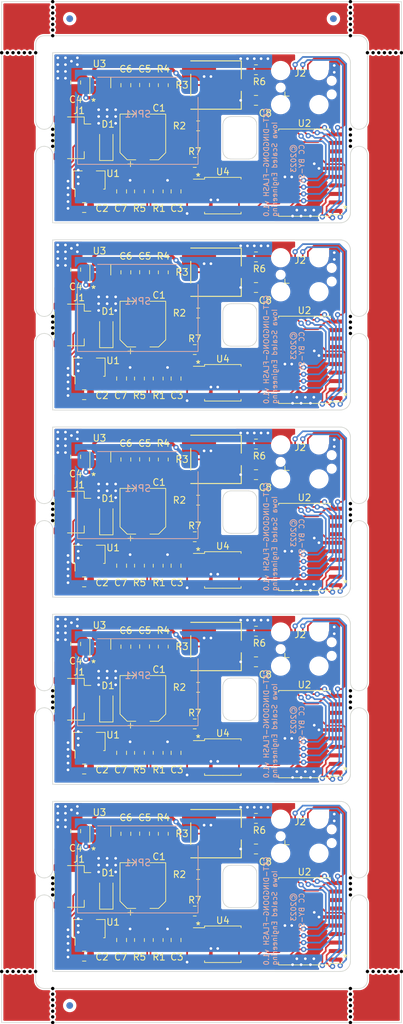
<source format=kicad_pcb>
(kicad_pcb (version 20211014) (generator pcbnew)
  (layers (0 "F.Cu" signal) (31 "B.Cu" signal) (34 "B.Paste" user) (35 "F.Paste" user) (36 "B.SilkS" user "B.Silkscreen") (37 "F.SilkS" user "F.Silkscreen") (38 "B.Mask" user) (39 "F.Mask" user) (44 "Edge.Cuts" user))
  (net 0 "")
  (net 1 "Board_0-+3.3V")
  (net 2 "Board_0-/AVR_MISO")
  (net 3 "Board_0-/AVR_MOSI")
  (net 4 "Board_0-/AVR_SCK")
  (net 5 "Board_0-/EN1")
  (net 6 "Board_0-/EN1x")
  (net 7 "Board_0-/EN2")
  (net 8 "Board_0-/EN2x")
  (net 9 "Board_0-/FLASH_MISO")
  (net 10 "Board_0-/FLASH_MOSI")
  (net 11 "Board_0-/FLASH_SCK")
  (net 12 "Board_0-/PWM")
  (net 13 "Board_0-/VIN")
  (net 14 "Board_0-/~{FLASH_CS}")
  (net 15 "Board_0-/~{RESET}")
  (net 16 "Board_0-/~{SD}")
  (net 17 "Board_0-GND")
  (net 18 "Board_0-Net-(C1-Pad1)")
  (net 19 "Board_0-Net-(C5-Pad1)")
  (net 20 "Board_0-Net-(C6-Pad1)")
  (net 21 "Board_0-Net-(R2-Pad1)")
  (net 22 "Board_0-Net-(SPK1-Pad1)")
  (net 23 "Board_0-Net-(SPK1-Pad2)")
  (net 24 "Board_0-unconnected-(U2-Pad12)")
  (net 25 "Board_0-unconnected-(U2-Pad7)")
  (net 26 "Board_0-unconnected-(U2-Pad8)")
  (net 27 "Board_0-unconnected-(U2-Pad9)")
  (net 28 "Board_1-+3.3V")
  (net 29 "Board_1-/AVR_MISO")
  (net 30 "Board_1-/AVR_MOSI")
  (net 31 "Board_1-/AVR_SCK")
  (net 32 "Board_1-/EN1")
  (net 33 "Board_1-/EN1x")
  (net 34 "Board_1-/EN2")
  (net 35 "Board_1-/EN2x")
  (net 36 "Board_1-/FLASH_MISO")
  (net 37 "Board_1-/FLASH_MOSI")
  (net 38 "Board_1-/FLASH_SCK")
  (net 39 "Board_1-/PWM")
  (net 40 "Board_1-/VIN")
  (net 41 "Board_1-/~{FLASH_CS}")
  (net 42 "Board_1-/~{RESET}")
  (net 43 "Board_1-/~{SD}")
  (net 44 "Board_1-GND")
  (net 45 "Board_1-Net-(C1-Pad1)")
  (net 46 "Board_1-Net-(C5-Pad1)")
  (net 47 "Board_1-Net-(C6-Pad1)")
  (net 48 "Board_1-Net-(R2-Pad1)")
  (net 49 "Board_1-Net-(SPK1-Pad1)")
  (net 50 "Board_1-Net-(SPK1-Pad2)")
  (net 51 "Board_1-unconnected-(U2-Pad12)")
  (net 52 "Board_1-unconnected-(U2-Pad7)")
  (net 53 "Board_1-unconnected-(U2-Pad8)")
  (net 54 "Board_1-unconnected-(U2-Pad9)")
  (net 55 "Board_2-+3.3V")
  (net 56 "Board_2-/AVR_MISO")
  (net 57 "Board_2-/AVR_MOSI")
  (net 58 "Board_2-/AVR_SCK")
  (net 59 "Board_2-/EN1")
  (net 60 "Board_2-/EN1x")
  (net 61 "Board_2-/EN2")
  (net 62 "Board_2-/EN2x")
  (net 63 "Board_2-/FLASH_MISO")
  (net 64 "Board_2-/FLASH_MOSI")
  (net 65 "Board_2-/FLASH_SCK")
  (net 66 "Board_2-/PWM")
  (net 67 "Board_2-/VIN")
  (net 68 "Board_2-/~{FLASH_CS}")
  (net 69 "Board_2-/~{RESET}")
  (net 70 "Board_2-/~{SD}")
  (net 71 "Board_2-GND")
  (net 72 "Board_2-Net-(C1-Pad1)")
  (net 73 "Board_2-Net-(C5-Pad1)")
  (net 74 "Board_2-Net-(C6-Pad1)")
  (net 75 "Board_2-Net-(R2-Pad1)")
  (net 76 "Board_2-Net-(SPK1-Pad1)")
  (net 77 "Board_2-Net-(SPK1-Pad2)")
  (net 78 "Board_2-unconnected-(U2-Pad12)")
  (net 79 "Board_2-unconnected-(U2-Pad7)")
  (net 80 "Board_2-unconnected-(U2-Pad8)")
  (net 81 "Board_2-unconnected-(U2-Pad9)")
  (net 82 "Board_3-+3.3V")
  (net 83 "Board_3-/AVR_MISO")
  (net 84 "Board_3-/AVR_MOSI")
  (net 85 "Board_3-/AVR_SCK")
  (net 86 "Board_3-/EN1")
  (net 87 "Board_3-/EN1x")
  (net 88 "Board_3-/EN2")
  (net 89 "Board_3-/EN2x")
  (net 90 "Board_3-/FLASH_MISO")
  (net 91 "Board_3-/FLASH_MOSI")
  (net 92 "Board_3-/FLASH_SCK")
  (net 93 "Board_3-/PWM")
  (net 94 "Board_3-/VIN")
  (net 95 "Board_3-/~{FLASH_CS}")
  (net 96 "Board_3-/~{RESET}")
  (net 97 "Board_3-/~{SD}")
  (net 98 "Board_3-GND")
  (net 99 "Board_3-Net-(C1-Pad1)")
  (net 100 "Board_3-Net-(C5-Pad1)")
  (net 101 "Board_3-Net-(C6-Pad1)")
  (net 102 "Board_3-Net-(R2-Pad1)")
  (net 103 "Board_3-Net-(SPK1-Pad1)")
  (net 104 "Board_3-Net-(SPK1-Pad2)")
  (net 105 "Board_3-unconnected-(U2-Pad12)")
  (net 106 "Board_3-unconnected-(U2-Pad7)")
  (net 107 "Board_3-unconnected-(U2-Pad8)")
  (net 108 "Board_3-unconnected-(U2-Pad9)")
  (net 109 "Board_4-+3.3V")
  (net 110 "Board_4-/AVR_MISO")
  (net 111 "Board_4-/AVR_MOSI")
  (net 112 "Board_4-/AVR_SCK")
  (net 113 "Board_4-/EN1")
  (net 114 "Board_4-/EN1x")
  (net 115 "Board_4-/EN2")
  (net 116 "Board_4-/EN2x")
  (net 117 "Board_4-/FLASH_MISO")
  (net 118 "Board_4-/FLASH_MOSI")
  (net 119 "Board_4-/FLASH_SCK")
  (net 120 "Board_4-/PWM")
  (net 121 "Board_4-/VIN")
  (net 122 "Board_4-/~{FLASH_CS}")
  (net 123 "Board_4-/~{RESET}")
  (net 124 "Board_4-/~{SD}")
  (net 125 "Board_4-GND")
  (net 126 "Board_4-Net-(C1-Pad1)")
  (net 127 "Board_4-Net-(C5-Pad1)")
  (net 128 "Board_4-Net-(C6-Pad1)")
  (net 129 "Board_4-Net-(R2-Pad1)")
  (net 130 "Board_4-Net-(SPK1-Pad1)")
  (net 131 "Board_4-Net-(SPK1-Pad2)")
  (net 132 "Board_4-unconnected-(U2-Pad12)")
  (net 133 "Board_4-unconnected-(U2-Pad7)")
  (net 134 "Board_4-unconnected-(U2-Pad8)")
  (net 135 "Board_4-unconnected-(U2-Pad9)")
  (footprint "Capacitor_SMD:C_0805_2012Metric" (layer "F.Cu") (at 129.704 115.885 -90)
    (fp_text reference "C4")
    (fp_text value "10uF")
  )
  (footprint "NPTH" (layer "F.Cu") (at 121.195 164.78)
    (fp_text reference "REF**" hide)
    (fp_text value "NPTH" hide)
  )
  (footprint "NPTH" (layer "F.Cu") (at 126.275 96.623333)
    (fp_text reference "REF**" hide)
    (fp_text value "NPTH" hide)
  )
  (footprint "Resistor_SMD:R_0805_2012Metric" (layer "F.Cu") (at 147.484 99.883 180)
    (fp_text reference "R7")
    (fp_text value "10k")
  )
  (footprint "NPTH" (layer "F.Cu") (at 126.275 39.05)
    (fp_text reference "REF**" hide)
    (fp_text value "NPTH" hide)
  )
  (footprint "Capacitor_SMD:C_0805_2012Metric" (layer "F.Cu") (at 136.562 160.081 90)
    (fp_text reference "C7")
    (fp_text value "1uF")
  )
  (footprint "ISE_UltraLibrarian:POT_3361P_BRN" (layer "F.Cu") (at 150.659 32.446 -90)
    (fp_text reference "R3")
    (fp_text value "10k")
  )
  (footprint "Package_SO:SOIC-20W_7.5x12.8mm_P1.27mm" (layer "F.Cu") (at 163.867 45.527 180)
    (fp_text reference "U2")
    (fp_text value "ATtiny861A-S")
  )
  (footprint "Capacitor_SMD:C_0805_2012Metric" (layer "F.Cu") (at 136.562 132.141 90)
    (fp_text reference "C7")
    (fp_text value "1uF")
  )
  (footprint "NPTH" (layer "F.Cu") (at 173.265 164.78)
    (fp_text reference "REF**" hide)
    (fp_text value "NPTH" hide)
  )
  (footprint "Capacitor_SMD:C_0805_2012Metric" (layer "F.Cu") (at 130.974 78.674)
    (fp_text reference "C2")
    (fp_text value "1uF")
  )
  (footprint "NPTH" (layer "F.Cu") (at 170.724999 123.716666)
    (fp_text reference "REF**" hide)
    (fp_text value "NPTH" hide)
  )
  (footprint "Capacitor_SMD:C_0805_2012Metric" (layer "F.Cu") (at 129.704 87.945 -90)
    (fp_text reference "C4")
    (fp_text value "10uF")
  )
  (footprint "Diode_SMD:D_SOD-123" (layer "F.Cu") (at 134.276 69.403 90)
    (fp_text reference "D1")
    (fp_text value "CDBM140G" hide)
  )
  (footprint "Diode_SMD:D_SOD-123" (layer "F.Cu") (at 134.276 153.223 90)
    (fp_text reference "D1")
    (fp_text value "CDBM140G" hide)
  )
  (footprint "Connector:Tag-Connect_TC2050-IDC-FP_2x05_P1.27mm_Vertical" (layer "F.Cu") (at 164.121 60.767)
    (fp_text reference "J2")
    (fp_text value "Conn_02x05_Counter_Clockwise")
  )
  (footprint "Package_SO:SOIC-20W_7.5x12.8mm_P1.27mm" (layer "F.Cu") (at 163.867 129.347 180)
    (fp_text reference "U2")
    (fp_text value "ATtiny861A-S")
  )
  (footprint "Resistor_SMD:R_0805_2012Metric" (layer "F.Cu") (at 156.628 58.1)
    (fp_text reference "R6")
    (fp_text value "10k")
  )
  (footprint "Diode_SMD:D_SOD-123" (layer "F.Cu") (at 134.276 41.463 90)
    (fp_text reference "D1")
    (fp_text value "CDBM140G" hide)
  )
  (footprint "Resistor_SMD:R_0805_2012Metric" (layer "F.Cu") (at 139.229 132.141 -90)
    (fp_text reference "R5")
    (fp_text value "1k")
  )
  (footprint "Package_SO:SOIC-8_5.23x5.23mm_P1.27mm" (layer "F.Cu") (at 151.675 76.896)
    (fp_text reference "U4")
    (fp_text value "W25Q128JVS")
  )
  (footprint "NPTH" (layer "F.Cu") (at 173.265 27.62)
    (fp_text reference "REF**" hide)
    (fp_text value "NPTH" hide)
  )
  (footprint "NPTH" (layer "F.Cu") (at 126.275 39.896667)
    (fp_text reference "REF**" hide)
    (fp_text value "NPTH" hide)
  )
  (footprint "Resistor_SMD:R_0805_2012Metric" (layer "F.Cu") (at 142.785 116.286 -90)
    (fp_text reference "R4")
    (fp_text value "100k")
  )
  (footprint "NPTH" (layer "F.Cu") (at 119.501667 164.78)
    (fp_text reference "REF**" hide)
    (fp_text value "NPTH" hide)
  )
  (footprint "NPTH" (layer "F.Cu") (at 174.111666 27.62)
    (fp_text reference "REF**" hide)
    (fp_text value "NPTH" hide)
  )
  (footprint "NPTH" (layer "F.Cu") (at 126.275 21.693334)
    (fp_text reference "REF**" hide)
    (fp_text value "NPTH" hide)
  )
  (footprint "Resistor_SMD:R_0805_2012Metric" (layer "F.Cu") (at 147.992 38.542)
    (fp_text reference "R2")
    (fp_text value "10k")
  )
  (footprint "Resistor_SMD:R_0805_2012Metric" (layer "F.Cu") (at 147.992 150.302)
    (fp_text reference "R2")
    (fp_text value "10k")
  )
  (footprint "NPTH" (layer "F.Cu") (at 126.275 125.41)
    (fp_text reference "REF**" hide)
    (fp_text value "NPTH" hide)
  )
  (footprint "NPTH" (layer "F.Cu") (at 170.724999 97.47)
    (fp_text reference "REF**" hide)
    (fp_text value "NPTH" hide)
  )
  (footprint "NPTH" (layer "F.Cu") (at 119.501667 27.62)
    (fp_text reference "REF**" hide)
    (fp_text value "NPTH" hide)
  )
  (footprint "NPTH" (layer "F.Cu") (at 177.498333 27.62)
    (fp_text reference "REF**" hide)
    (fp_text value "NPTH" hide)
  )
  (footprint "ISE_UltraLibrarian:POT_3361P_BRN" (layer "F.Cu") (at 150.659 144.206 -90)
    (fp_text reference "R3")
    (fp_text value "10k")
  )
  (footprint "NPTH" (layer "F.Cu") (at 176.651666 27.62)
    (fp_text reference "REF**" hide)
    (fp_text value "NPTH" hide)
  )
  (footprint "NPTH" (layer "F.Cu") (at 126.275 171.553333)
    (fp_text reference "REF**" hide)
    (fp_text value "NPTH" hide)
  )
  (footprint "Capacitor_SMD:C_0805_2012Metric" (layer "F.Cu") (at 156.628 146.492 180)
    (fp_text reference "C8")
    (fp_text value "1uF")
  )
  (footprint "Resistor_SMD:R_0805_2012Metric" (layer "F.Cu") (at 156.628 86.04)
    (fp_text reference "R6")
    (fp_text value "10k")
  )
  (footprint "NPTH" (layer "F.Cu") (at 126.275 67.836666)
    (fp_text reference "REF**" hide)
    (fp_text value "NPTH" hide)
  )
  (footprint "Capacitor_SMD:C_0805_2012Metric" (layer "F.Cu") (at 156.628 118.552 180)
    (fp_text reference "C8")
    (fp_text value "1uF")
  )
  (footprint "NPTH" (layer "F.Cu") (at 121.195 27.62)
    (fp_text reference "REF**" hide)
    (fp_text value "NPTH" hide)
  )
  (footprint "Capacitor_SMD:C_0805_2012Metric" (layer "F.Cu") (at 156.628 34.732 180)
    (fp_text reference "C8")
    (fp_text value "1uF")
  )
  (footprint "Package_SO:SOIC-20W_7.5x12.8mm_P1.27mm" (layer "F.Cu") (at 163.867 101.407 180)
    (fp_text reference "U2")
    (fp_text value "ATtiny861A-S")
  )
  (footprint "NPTH" (layer "F.Cu") (at 170.724999 122.87)
    (fp_text reference "REF**" hide)
    (fp_text value "NPTH" hide)
  )
  (footprint "NPTH" (layer "F.Cu") (at 126.275 170.706666)
    (fp_text reference "REF**" hide)
    (fp_text value "NPTH" hide)
  )
  (footprint "Capacitor_SMD:C_0805_2012Metric" (layer "F.Cu") (at 136.562 76.261 90)
    (fp_text reference "C7")
    (fp_text value "1uF")
  )
  (footprint "NPTH" (layer "F.Cu") (at 126.275 152.503333)
    (fp_text reference "REF**" hide)
    (fp_text value "NPTH" hide)
  )
  (footprint "Package_SO:SOIC-20W_7.5x12.8mm_P1.27mm" (layer "F.Cu") (at 163.867 157.287 180)
    (fp_text reference "U2")
    (fp_text value "ATtiny861A-S")
  )
  (footprint "Connector:Tag-Connect_TC2050-IDC-FP_2x05_P1.27mm_Vertical" (layer "F.Cu") (at 164.121 144.587)
    (fp_text reference "J2")
    (fp_text value "Conn_02x05_Counter_Clockwise")
  )
  (footprint "Resistor_SMD:R_0805_2012Metric" (layer "F.Cu") (at 139.229 160.081 -90)
    (fp_text reference "R5")
    (fp_text value "1k")
  )
  (footprint "NPTH" (layer "F.Cu") (at 170.725 168.166666)
    (fp_text reference "REF**" hide)
    (fp_text value "NPTH" hide)
  )
  (footprint "Capacitor_SMD:CP_Elec_6.3x5.8" (layer "F.Cu") (at 139.737 124.013 90)
    (fp_text reference "C1")
    (fp_text value "68uF")
  )
  (footprint "Capacitor_SMD:CP_Elec_6.3x5.8" (layer "F.Cu") (at 139.737 151.953 90)
    (fp_text reference "C1")
    (fp_text value "68uF")
  )
  (footprint "Capacitor_SMD:CP_Elec_6.3x5.8" (layer "F.Cu") (at 139.737 40.193 90)
    (fp_text reference "C1")
    (fp_text value "68uF")
  )
  (footprint "NPTH" (layer "F.Cu") (at 170.724999 40.743333)
    (fp_text reference "REF**" hide)
    (fp_text value "NPTH" hide)
  )
  (footprint "Diode_SMD:D_SOD-123" (layer "F.Cu") (at 134.276 97.343 90)
    (fp_text reference "D1")
    (fp_text value "CDBM140G" hide)
  )
  (footprint "NPTH" (layer "F.Cu") (at 170.725 170.706666)
    (fp_text reference "REF**" hide)
    (fp_text value "NPTH" hide)
  )
  (footprint "NPTH" (layer "F.Cu") (at 170.725 169.013333)
    (fp_text reference "REF**" hide)
    (fp_text value "NPTH" hide)
  )
  (footprint "NPTH" (layer "F.Cu") (at 118.655 27.62)
    (fp_text reference "REF**" hide)
    (fp_text value "NPTH" hide)
  )
  (footprint "NPTH" (layer "F.Cu") (at 126.275 41.59)
    (fp_text reference "REF**" hide)
    (fp_text value "NPTH" hide)
  )
  (footprint "Capacitor_SMD:C_0805_2012Metric" (layer "F.Cu") (at 156.628 62.672 180)
    (fp_text reference "C8")
    (fp_text value "1uF")
  )
  (footprint "Resistor_SMD:R_0805_2012Metric" (layer "F.Cu") (at 139.229 104.201 -90)
    (fp_text reference "R5")
    (fp_text value "1k")
  )
  (footprint "NPTH" (layer "F.Cu") (at 122.041667 27.62)
    (fp_text reference "REF**" hide)
    (fp_text value "NPTH" hide)
  )
  (footprint "NPTH" (layer "F.Cu") (at 177.498333 164.78)
    (fp_text reference "REF**" hide)
    (fp_text value "NPTH" hide)
  )
  (footprint "NPTH" (layer "F.Cu") (at 126.275 22.54)
    (fp_text reference "REF**" hide)
    (fp_text value "NPTH" hide)
  )
  (footprint "ISE_UltraLibrarian:POT_3361P_BRN" (layer "F.Cu") (at 150.659 60.386 -90)
    (fp_text reference "R3")
    (fp_text value "10k")
  )
  (footprint "Capacitor_SMD:C_0805_2012Metric" (layer "F.Cu") (at 129.704 60.005 -90)
    (fp_text reference "C4")
    (fp_text value "10uF")
  )
  (footprint "NPTH" (layer "F.Cu") (at 170.724999 150.81)
    (fp_text reference "REF**" hide)
    (fp_text value "NPTH" hide)
  )
  (footprint "Resistor_SMD:R_0805_2012Metric" (layer "F.Cu") (at 142.785 32.466 -90)
    (fp_text reference "R4")
    (fp_text value "100k")
  )
  (footprint "NPTH" (layer "F.Cu") (at 170.724999 124.563333)
    (fp_text reference "REF**" hide)
    (fp_text value "NPTH" hide)
  )
  (footprint "Resistor_SMD:R_0805_2012Metric" (layer "F.Cu") (at 142.785 60.406 -90)
    (fp_text reference "R4")
    (fp_text value "100k")
  )
  (footprint "NPTH" (layer "F.Cu") (at 126.275 23.386667)
    (fp_text reference "REF**" hide)
    (fp_text value "NPTH" hide)
  )
  (footprint "Resistor_SMD:R_0805_2012Metric" (layer "F.Cu") (at 147.992 94.422)
    (fp_text reference "R2")
    (fp_text value "10k")
  )
  (footprint "Package_SO:SOIC-8_5.23x5.23mm_P1.27mm" (layer "F.Cu") (at 151.675 160.716)
    (fp_text reference "U4")
    (fp_text value "W25Q128JVS")
  )
  (footprint "NPTH" (layer "F.Cu") (at 176.651666 164.78)
    (fp_text reference "REF**" hide)
    (fp_text value "NPTH" hide)
  )
  (footprint "Connector_JST:JST_SH_SM04B-SRSS-TB_1x04-1MP_P1.00mm_Horizontal" (layer "F.Cu") (at 129.196 96.2 -90)
    (fp_text reference "J1")
    (fp_text value "SM04B-SRSS")
  )
  (footprint "NPTH" (layer "F.Cu") (at 170.725 171.553333)
    (fp_text reference "REF**" hide)
    (fp_text value "NPTH" hide)
  )
  (footprint "NPTH" (layer "F.Cu") (at 120.348334 164.78)
    (fp_text reference "REF**" hide)
    (fp_text value "NPTH" hide)
  )
  (footprint "ISE_Generic:SOT-89-3" (layer "F.Cu") (at 131.736 130.744 90)
    (fp_text reference "U1")
    (fp_text value "AP7381-33Y")
  )
  (footprint "NPTH" (layer "F.Cu") (at 126.275 172.4)
    (fp_text reference "REF**" hide)
    (fp_text value "NPTH" hide)
  )
  (footprint "Connector:Tag-Connect_TC2050-IDC-FP_2x05_P1.27mm_Vertical" (layer "F.Cu") (at 164.121 32.827)
    (fp_text reference "J2")
    (fp_text value "Conn_02x05_Counter_Clockwise")
  )
  (footprint "NPTH" (layer "F.Cu") (at 178.345 27.62)
    (fp_text reference "REF**" hide)
    (fp_text value "NPTH" hide)
  )
  (footprint "Capacitor_SMD:C_0805_2012Metric" (layer "F.Cu") (at 144.69 132.141 90)
    (fp_text reference "C3")
    (fp_text value "1uF")
  )
  (footprint "NPTH" (layer "F.Cu") (at 126.275 123.716666)
    (fp_text reference "REF**" hide)
    (fp_text value "NPTH" hide)
  )
  (footprint "Capacitor_SMD:CP_Elec_6.3x5.8" (layer "F.Cu") (at 139.737 68.133 90)
    (fp_text reference "C1")
    (fp_text value "68uF")
  )
  (footprint "NPTH" (layer "F.Cu") (at 120.348334 27.62)
    (fp_text reference "REF**" hide)
    (fp_text value "NPTH" hide)
  )
  (footprint "Package_SO:SOIC-20W_7.5x12.8mm_P1.27mm" (layer "F.Cu") (at 163.867 73.467 180)
    (fp_text reference "U2")
    (fp_text value "ATtiny861A-S")
  )
  (footprint "NPTH" (layer "F.Cu") (at 118.655 164.78)
    (fp_text reference "REF**" hide)
    (fp_text value "NPTH" hide)
  )
  (footprint "Capacitor_SMD:C_0805_2012Metric" (layer "F.Cu") (at 144.69 76.261 90)
    (fp_text reference "C3")
    (fp_text value "1uF")
  )
  (footprint "Package_SO:SOIC-8_5.23x5.23mm_P1.27mm" (layer "F.Cu") (at 151.675 48.956)
    (fp_text reference "U4")
    (fp_text value "W25Q128JVS")
  )
  (footprint "NPTH" (layer "F.Cu") (at 170.724999 96.623333)
    (fp_text reference "REF**" hide)
    (fp_text value "NPTH" hide)
  )
  (footprint "Connector_JST:JST_SH_SM04B-SRSS-TB_1x04-1MP_P1.00mm_Horizontal" (layer "F.Cu") (at 129.196 40.32 -90)
    (fp_text reference "J1")
    (fp_text value "SM04B-SRSS")
  )
  (footprint "NPTH" (layer "F.Cu") (at 170.725 25.08)
    (fp_text reference "REF**" hide)
    (fp_text value "NPTH" hide)
  )
  (footprint "Capacitor_SMD:C_0805_2012Metric" (layer "F.Cu") (at 129.704 32.065 -90)
    (fp_text reference "C4")
    (fp_text value "10uF")
  )
  (footprint "NPTH" (layer "F.Cu") (at 174.958333 27.62)
    (fp_text reference "REF**" hide)
    (fp_text value "NPTH" hide)
  )
  (footprint "Resistor_SMD:R_0805_2012Metric" (layer "F.Cu") (at 147.484 44.003 180)
    (fp_text reference "R7")
    (fp_text value "10k")
  )
  (footprint "NPTH" (layer "F.Cu") (at 170.724999 39.896667)
    (fp_text reference "REF**" hide)
    (fp_text value "NPTH" hide)
  )
  (footprint "Resistor_SMD:R_0805_2012Metric" (layer "F.Cu") (at 147.484 127.823 180)
    (fp_text reference "R7")
    (fp_text value "10k")
  )
  (footprint "Resistor_SMD:R_0805_2012Metric" (layer "F.Cu") (at 139.229 76.261 -90)
    (fp_text reference "R5")
    (fp_text value "1k")
  )
  (footprint "ISE_Generic:SOT-89-3" (layer "F.Cu") (at 131.736 74.864 90)
    (fp_text reference "U1")
    (fp_text value "AP7381-33Y")
  )
  (footprint "Capacitor_SMD:C_0805_2012Metric" (layer "F.Cu") (at 139.991 144.206 -90)
    (fp_text reference "C5")
    (fp_text value "470pF")
  )
  (footprint "NPTH" (layer "F.Cu") (at 170.725 169.86)
    (fp_text reference "REF**" hide)
    (fp_text value "NPTH" hide)
  )
  (footprint "NPTH" (layer "F.Cu") (at 170.725 20.846667)
    (fp_text reference "REF**" hide)
    (fp_text value "NPTH" hide)
  )
  (footprint "Capacitor_SMD:C_0805_2012Metric" (layer "F.Cu") (at 137.197 60.406 90)
    (fp_text reference "C6")
    (fp_text value "0.1uF")
  )
  (footprint "NPTH" (layer "F.Cu") (at 170.724999 152.503333)
    (fp_text reference "REF**" hide)
    (fp_text value "NPTH" hide)
  )
  (footprint "Diode_SMD:D_SOD-123" (layer "F.Cu") (at 134.276 125.283 90)
    (fp_text reference "D1")
    (fp_text value "CDBM140G" hide)
  )
  (footprint "NPTH" (layer "F.Cu") (at 126.275 25.08)
    (fp_text reference "REF**" hide)
    (fp_text value "NPTH" hide)
  )
  (footprint "Resistor_SMD:R_0805_2012Metric" (layer "F.Cu") (at 156.628 30.16)
    (fp_text reference "R6")
    (fp_text value "10k")
  )
  (footprint "Package_SO:SOIC-8_5.23x5.23mm_P1.27mm" (layer "F.Cu") (at 151.675 132.776)
    (fp_text reference "U4")
    (fp_text value "W25Q128JVS")
  )
  (footprint "Connector_JST:JST_SH_SM04B-SRSS-TB_1x04-1MP_P1.00mm_Horizontal" (layer "F.Cu") (at 129.196 68.26 -90)
    (fp_text reference "J1")
    (fp_text value "SM04B-SRSS")
  )
  (footprint "Resistor_SMD:R_0805_2012Metric" (layer "F.Cu") (at 142.785 144.226 -90)
    (fp_text reference "R4")
    (fp_text value "100k")
  )
  (footprint "Resistor_SMD:R_0805_2012Metric" (layer "F.Cu") (at 142.023 48.321 -90)
    (fp_text reference "R1")
    (fp_text value "1k")
  )
  (footprint "ISE_UltraLibrarian:POT_3361P_BRN" (layer "F.Cu") (at 150.659 116.266 -90)
    (fp_text reference "R3")
    (fp_text value "10k")
  )
  (footprint "Capacitor_SMD:C_0805_2012Metric" (layer "F.Cu") (at 137.197 32.466 90)
    (fp_text reference "C6")
    (fp_text value "0.1uF")
  )
  (footprint "Capacitor_SMD:C_0805_2012Metric" (layer "F.Cu") (at 156.628 90.612 180)
    (fp_text reference "C8")
    (fp_text value "1uF")
  )
  (footprint "Resistor_SMD:R_0805_2012Metric" (layer "F.Cu") (at 139.229 48.321 -90)
    (fp_text reference "R5")
    (fp_text value "1k")
  )
  (footprint "NPTH" (layer "F.Cu") (at 122.888334 164.78)
    (fp_text reference "REF**" hide)
    (fp_text value "NPTH" hide)
  )
  (footprint "Capacitor_SMD:C_0805_2012Metric" (layer "F.Cu") (at 136.562 48.321 90)
    (fp_text reference "C7")
    (fp_text value "1uF")
  )
  (footprint "Resistor_SMD:R_0805_2012Metric" (layer "F.Cu") (at 142.023 160.081 -90)
    (fp_text reference "R1")
    (fp_text value "1k")
  )
  (footprint "NPTH" (layer "F.Cu") (at 170.725 172.4)
    (fp_text reference "REF**" hide)
    (fp_text value "NPTH" hide)
  )
  (footprint "Capacitor_SMD:C_0805_2012Metric" (layer "F.Cu") (at 136.562 104.201 90)
    (fp_text reference "C7")
    (fp_text value "1uF")
  )
  (footprint "NPTH" (layer "F.Cu") (at 123.735 164.78)
    (fp_text reference "REF**" hide)
    (fp_text value "NPTH" hide)
  )
  (footprint "ISE_Generic:SOT-89-3" (layer "F.Cu") (at 131.736 158.684 90)
    (fp_text reference "U1")
    (fp_text value "AP7381-33Y")
  )
  (footprint "NPTH" (layer "F.Cu") (at 170.724999 95.776666)
    (fp_text reference "REF**" hide)
    (fp_text value "NPTH" hide)
  )
  (footprint "NPTH" (layer "F.Cu") (at 170.725 23.386667)
    (fp_text reference "REF**" hide)
    (fp_text value "NPTH" hide)
  )
  (footprint "NPTH" (layer "F.Cu") (at 126.275 69.53)
    (fp_text reference "REF**" hide)
    (fp_text value "NPTH" hide)
  )
  (footprint "Capacitor_SMD:C_0805_2012Metric" (layer "F.Cu") (at 144.69 48.321 90)
    (fp_text reference "C3")
    (fp_text value "1uF")
  )
  (footprint "NPTH" (layer "F.Cu") (at 126.275 40.743333)
    (fp_text reference "REF**" hide)
    (fp_text value "NPTH" hide)
  )
  (footprint "Capacitor_SMD:C_0805_2012Metric" (layer "F.Cu") (at 137.197 116.286 90)
    (fp_text reference "C6")
    (fp_text value "0.1uF")
  )
  (footprint "NPTH" (layer "F.Cu") (at 170.724999 66.99)
    (fp_text reference "REF**" hide)
    (fp_text value "NPTH" hide)
  )
  (footprint "Resistor_SMD:R_0805_2012Metric" (layer "F.Cu") (at 142.023 132.141 -90)
    (fp_text reference "R1")
    (fp_text value "1k")
  )
  (footprint "Package_TO_SOT_SMD:SOT-23-6" (layer "F.Cu") (at 133.387 87.945 90)
    (fp_text reference "U3")
    (fp_text value "PAM8301")
  )
  (footprint "NPTH" (layer "F.Cu") (at 178.345 164.78)
    (fp_text reference "REF**" hide)
    (fp_text value "NPTH" hide)
  )
  (footprint "NPTH" (layer "F.Cu") (at 170.724999 41.59)
    (fp_text reference "REF**" hide)
    (fp_text value "NPTH" hide)
  )
  (footprint "NPTH" (layer "F.Cu") (at 122.041667 164.78)
    (fp_text reference "REF**" hide)
    (fp_text value "NPTH" hide)
  )
  (footprint "Resistor_SMD:R_0805_2012Metric" (layer "F.Cu") (at 142.023 104.201 -90)
    (fp_text reference "R1")
    (fp_text value "1k")
  )
  (footprint "NPTH" (layer "F.Cu") (at 126.275 169.86)
    (fp_text reference "REF**" hide)
    (fp_text value "NPTH" hide)
  )
  (footprint "NPTH" (layer "F.Cu") (at 126.275 151.656666)
    (fp_text reference "REF**" hide)
    (fp_text value "NPTH" hide)
  )
  (footprint "NPTH" (layer "F.Cu") (at 170.724999 94.93)
    (fp_text reference "REF**" hide)
    (fp_text value "NPTH" hide)
  )
  (footprint "NPTH" (layer "F.Cu") (at 126.275 20.846667)
    (fp_text reference "REF**" hide)
    (fp_text value "NPTH" hide)
  )
  (footprint "Connector_JST:JST_SH_SM04B-SRSS-TB_1x04-1MP_P1.00mm_Horizontal" (layer "F.Cu") (at 129.196 152.08 -90)
    (fp_text reference "J1")
    (fp_text value "SM04B-SRSS")
  )
  (footprint "NPTH" (layer "F.Cu") (at 170.725 22.54)
    (fp_text reference "REF**" hide)
    (fp_text value "NPTH" hide)
  )
  (footprint "NPTH" (layer "F.Cu") (at 170.724999 151.656666)
    (fp_text reference "REF**" hide)
    (fp_text value "NPTH" hide)
  )
  (footprint "NPTH" (layer "F.Cu") (at 126.275 97.47)
    (fp_text reference "REF**" hide)
    (fp_text value "NPTH" hide)
  )
  (footprint "Capacitor_SMD:C_0805_2012Metric" (layer "F.Cu") (at 130.974 162.494)
    (fp_text reference "C2")
    (fp_text value "1uF")
  )
  (footprint "Resistor_SMD:R_0805_2012Metric" (layer "F.Cu") (at 142.023 76.261 -90)
    (fp_text reference "R1")
    (fp_text value "1k")
  )
  (footprint "NPTH" (layer "F.Cu") (at 170.724999 69.53)
    (fp_text reference "REF**" hide)
    (fp_text value "NPTH" hide)
  )
  (footprint "Capacitor_SMD:C_0805_2012Metric" (layer "F.Cu") (at 139.991 88.326 -90)
    (fp_text reference "C5")
    (fp_text value "470pF")
  )
  (footprint "NPTH" (layer "F.Cu") (at 126.275 66.99)
    (fp_text reference "REF**" hide)
    (fp_text value "NPTH" hide)
  )
  (footprint "Capacitor_SMD:C_0805_2012Metric" (layer "F.Cu") (at 139.991 60.386 -90)
    (fp_text reference "C5")
    (fp_text value "470pF")
  )
  (footprint "NPTH" (layer "F.Cu") (at 126.275 24.233334)
    (fp_text reference "REF**" hide)
    (fp_text value "NPTH" hide)
  )
  (footprint "NPTH" (layer "F.Cu") (at 122.888334 27.62)
    (fp_text reference "REF**" hide)
    (fp_text value "NPTH" hide)
  )
  (footprint "Package_TO_SOT_SMD:SOT-23-6" (layer "F.Cu") (at 133.387 115.885 90)
    (fp_text reference "U3")
    (fp_text value "PAM8301")
  )
  (footprint "NPTH" (layer "F.Cu") (at 126.275 20)
    (fp_text reference "REF**" hide)
    (fp_text value "NPTH" hide)
  )
  (footprint "Resistor_SMD:R_0805_2012Metric" (layer "F.Cu") (at 142.785 88.346 -90)
    (fp_text reference "R4")
    (fp_text value "100k")
  )
  (footprint "Fiducial" (layer "F.Cu") (at 128.815 22.54)
    (fp_text reference "REF**" hide)
    (fp_text value "Fiducial" hide)
  )
  (footprint "ISE_Generic:SOT-89-3" (layer "F.Cu") (at 131.736 102.804 90)
    (fp_text reference "U1")
    (fp_text value "AP7381-33Y")
  )
  (footprint "NPTH" (layer "F.Cu") (at 170.725 167.32)
    (fp_text reference "REF**" hide)
    (fp_text value "NPTH" hide)
  )
  (footprint "NPTH" (layer "F.Cu") (at 170.724999 39.05)
    (fp_text reference "REF**" hide)
    (fp_text value "NPTH" hide)
  )
  (footprint "NPTH" (layer "F.Cu") (at 175.805 27.62)
    (fp_text reference "REF**" hide)
    (fp_text value "NPTH" hide)
  )
  (footprint "NPTH" (layer "F.Cu") (at 126.275 95.776666)
    (fp_text reference "REF**" hide)
    (fp_text value "NPTH" hide)
  )
  (footprint "Capacitor_SMD:C_0805_2012Metric" (layer "F.Cu") (at 144.69 104.201 90)
    (fp_text reference "C3")
    (fp_text value "1uF")
  )
  (footprint "NPTH" (layer "F.Cu") (at 174.958333 164.78)
    (fp_text reference "REF**" hide)
    (fp_text value "NPTH" hide)
  )
  (footprint "NPTH" (layer "F.Cu") (at 170.724999 67.836666)
    (fp_text reference "REF**" hide)
    (fp_text value "NPTH" hide)
  )
  (footprint "Resistor_SMD:R_0805_2012Metric" (layer "F.Cu") (at 156.628 141.92)
    (fp_text reference "R6")
    (fp_text value "10k")
  )
  (footprint "NPTH" (layer "F.Cu") (at 170.724999 68.683333)
    (fp_text reference "REF**" hide)
    (fp_text value "NPTH" hide)
  )
  (footprint "Capacitor_SMD:C_0805_2012Metric" (layer "F.Cu") (at 130.974 106.614)
    (fp_text reference "C2")
    (fp_text value "1uF")
  )
  (footprint "NPTH" (layer "F.Cu") (at 126.275 150.81)
    (fp_text reference "REF**" hide)
    (fp_text value "NPTH" hide)
  )
  (footprint "NPTH" (layer "F.Cu") (at 170.724999 153.35)
    (fp_text reference "REF**" hide)
    (fp_text value "NPTH" hide)
  )
  (footprint "ISE_Generic:SOT-89-3" (layer "F.Cu") (at 131.736 46.924 90)
    (fp_text reference "U1")
    (fp_text value "AP7381-33Y")
  )
  (footprint "Fiducial" (layer "F.Cu") (at 128.815 169.86)
    (fp_text reference "REF**" hide)
    (fp_text value "Fiducial" hide)
  )
  (footprint "Capacitor_SMD:C_0805_2012Metric" (layer "F.Cu") (at 130.974 50.734)
    (fp_text reference "C2")
    (fp_text value "1uF")
  )
  (footprint "NPTH" (layer "F.Cu") (at 126.275 94.93)
    (fp_text reference "REF**" hide)
    (fp_text value "NPTH" hide)
  )
  (footprint "Resistor_SMD:R_0805_2012Metric" (layer "F.Cu") (at 147.992 66.482)
    (fp_text reference "R2")
    (fp_text value "10k")
  )
  (footprint "Capacitor_SMD:C_0805_2012Metric" (layer "F.Cu") (at 139.991 32.446 -90)
    (fp_text reference "C5")
    (fp_text value "470pF")
  )
  (footprint "NPTH" (layer "F.Cu") (at 126.275 122.87)
    (fp_text reference "REF**" hide)
    (fp_text value "NPTH" hide)
  )
  (footprint "NPTH" (layer "F.Cu") (at 170.725 20)
    (fp_text reference "REF**" hide)
    (fp_text value "NPTH" hide)
  )
  (footprint "NPTH" (layer "F.Cu") (at 170.725 21.693334)
    (fp_text reference "REF**" hide)
    (fp_text value "NPTH" hide)
  )
  (footprint "NPTH" (layer "F.Cu") (at 126.275 168.166666)
    (fp_text reference "REF**" hide)
    (fp_text value "NPTH" hide)
  )
  (footprint "Package_SO:SOIC-8_5.23x5.23mm_P1.27mm" (layer "F.Cu") (at 151.675 104.836)
    (fp_text reference "U4")
    (fp_text value "W25Q128JVS")
  )
  (footprint "Capacitor_SMD:CP_Elec_6.3x5.8" (layer "F.Cu") (at 139.737 96.073 90)
    (fp_text reference "C1")
    (fp_text value "68uF")
  )
  (footprint "NPTH" (layer "F.Cu") (at 174.111666 164.78)
    (fp_text reference "REF**" hide)
    (fp_text value "NPTH" hide)
  )
  (footprint "NPTH" (layer "F.Cu") (at 123.735 27.62)
    (fp_text reference "REF**" hide)
    (fp_text value "NPTH" hide)
  )
  (footprint "ISE_UltraLibrarian:POT_3361P_BRN" (layer "F.Cu") (at 150.659 88.326 -90)
    (fp_text reference "R3")
    (fp_text value "10k")
  )
  (footprint "Connector:Tag-Connect_TC2050-IDC-FP_2x05_P1.27mm_Vertical" (layer "F.Cu") (at 164.121 88.707)
    (fp_text reference "J2")
    (fp_text value "Conn_02x05_Counter_Clockwise")
  )
  (footprint "Package_TO_SOT_SMD:SOT-23-6" (layer "F.Cu") (at 133.387 143.825 90)
    (fp_text reference "U3")
    (fp_text value "PAM8301")
  )
  (footprint "Resistor_SMD:R_0805_2012Metric" (layer "F.Cu") (at 156.628 113.98)
    (fp_text reference "R6")
    (fp_text value "10k")
  )
  (footprint "NPTH" (layer "F.Cu") (at 126.275 167.32)
    (fp_text reference "REF**" hide)
    (fp_text value "NPTH" hide)
  )
  (footprint "Connector:Tag-Connect_TC2050-IDC-FP_2x05_P1.27mm_Vertical" (layer "F.Cu") (at 164.121 116.647)
    (fp_text reference "J2")
    (fp_text value "Conn_02x05_Counter_Clockwise")
  )
  (footprint "Resistor_SMD:R_0805_2012Metric" (layer "F.Cu") (at 147.484 155.763 180)
    (fp_text reference "R7")
    (fp_text value "10k")
  )
  (footprint "NPTH" (layer "F.Cu") (at 170.725 24.233334)
    (fp_text reference "REF**" hide)
    (fp_text value "NPTH" hide)
  )
  (footprint "Resistor_SMD:R_0805_2012Metric" (layer "F.Cu") (at 147.484 71.943 180)
    (fp_text reference "R7")
    (fp_text value "10k")
  )
  (footprint "Connector_JST:JST_SH_SM04B-SRSS-TB_1x04-1MP_P1.00mm_Horizontal" (layer "F.Cu") (at 129.196 124.14 -90)
    (fp_text reference "J1")
    (fp_text value "SM04B-SRSS")
  )
  (footprint "Capacitor_SMD:C_0805_2012Metric" (layer "F.Cu") (at 144.69 160.081 90)
    (fp_text reference "C3")
    (fp_text value "1uF")
  )
  (footprint "NPTH" (layer "F.Cu") (at 126.275 169.013333)
    (fp_text reference "REF**" hide)
    (fp_text value "NPTH" hide)
  )
  (footprint "NPTH" (layer "F.Cu") (at 175.805 164.78)
    (fp_text reference "REF**" hide)
    (fp_text value "NPTH" hide)
  )
  (footprint "Capacitor_SMD:C_0805_2012Metric" (layer "F.Cu") (at 130.974 134.554)
    (fp_text reference "C2")
    (fp_text value "1uF")
  )
  (footprint "NPTH" (layer "F.Cu") (at 170.724999 125.41)
    (fp_text reference "REF**" hide)
    (fp_text value "NPTH" hide)
  )
  (footprint "NPTH" (layer "F.Cu") (at 126.275 153.35)
    (fp_text reference "REF**" hide)
    (fp_text value "NPTH" hide)
  )
  (footprint "NPTH" (layer "F.Cu") (at 126.275 124.563333)
    (fp_text reference "REF**" hide)
    (fp_text value "NPTH" hide)
  )
  (footprint "Capacitor_SMD:C_0805_2012Metric" (layer "F.Cu") (at 137.197 144.226 90)
    (fp_text reference "C6")
    (fp_text value "0.1uF")
  )
  (footprint "Resistor_SMD:R_0805_2012Metric" (layer "F.Cu") (at 147.992 122.362)
    (fp_text reference "R2")
    (fp_text value "10k")
  )
  (footprint "Capacitor_SMD:C_0805_2012Metric" (layer "F.Cu") (at 129.704 143.825 -90)
    (fp_text reference "C4")
    (fp_text value "10uF")
  )
  (footprint "Fiducial" (layer "F.Cu") (at 168.185 22.54)
    (fp_text reference "REF**" hide)
    (fp_text value "Fiducial" hide)
  )
  (footprint "Capacitor_SMD:C_0805_2012Metric" (layer "F.Cu") (at 137.197 88.346 90)
    (fp_text reference "C6")
    (fp_text value "0.1uF")
  )
  (footprint "Package_TO_SOT_SMD:SOT-23-6" (layer "F.Cu") (at 133.387 60.005 90)
    (fp_text reference "U3")
    (fp_text value "PAM8301")
  )
  (footprint "Capacitor_SMD:C_0805_2012Metric" (layer "F.Cu") (at 139.991 116.266 -90)
    (fp_text reference "C5")
    (fp_text value "470pF")
  )
  (footprint "NPTH" (layer "F.Cu") (at 126.275 68.683333)
    (fp_text reference "REF**" hide)
    (fp_text value "NPTH" hide)
  )
  (footprint "Package_TO_SOT_SMD:SOT-23-6" (layer "F.Cu") (at 133.387 32.065 90)
    (fp_text reference "U3")
    (fp_text value "PAM8301")
  )
  (footprint "Fiducial" (layer "B.Cu") (at 128.815 22.54)
    (fp_text reference "REF**" hide)
    (fp_text value "Fiducial" hide)
  )
  (footprint "Fiducial" (layer "B.Cu") (at 168.185 22.54)
    (fp_text reference "REF**" hide)
    (fp_text value "Fiducial" hide)
  )
  (footprint "ISE_Generic:Speaker_13x18" (layer "B.Cu") (at 138.975 65.72 180)
    (fp_text reference "SPK1")
    (fp_text value "Speaker")
  )
  (footprint "ISE_Generic:Speaker_13x18" (layer "B.Cu") (at 138.975 149.54 180)
    (fp_text reference "SPK1")
    (fp_text value "Speaker")
  )
  (footprint "Fiducial" (layer "B.Cu") (at 128.815 169.86)
    (fp_text reference "REF**" hide)
    (fp_text value "Fiducial" hide)
  )
  (footprint "ISE_Generic:Speaker_13x18" (layer "B.Cu") (at 138.975 37.78 180)
    (fp_text reference "SPK1")
    (fp_text value "Speaker")
  )
  (footprint "ISE_Generic:Speaker_13x18" (layer "B.Cu") (at 138.975 93.66 180)
    (fp_text reference "SPK1")
    (fp_text value "Speaker")
  )
  (footprint "ISE_Generic:Speaker_13x18" (layer "B.Cu") (at 138.975 121.6 180)
    (fp_text reference "SPK1")
    (fp_text value "Speaker")
  )
  (gr_line (start 173.052649 94.370016) (end 173.017039 94.420579) (layer "Edge.Cuts") (width 0.1))
  (gr_line (start 170.561805 84.338578) (end 170.540953 84.29866) (layer "Edge.Cuts") (width 0.1))
  (gr_line (start 170.724999 85.031917) (end 170.724798 85.016085) (layer "Edge.Cuts") (width 0.1))
  (gr_line (start 156.195016 71.222649) (end 156.142767 71.255735) (layer "Edge.Cuts") (width 0.1))
  (gr_line (start 169.816386 139.510122) (end 169.787291 139.497636) (layer "Edge.Cuts") (width 0.1))
  (gr_line (start 170.724999 163.248082) (end 170.724999 163.247956) (layer "Edge.Cuts") (width 0.1))
  (gr_line (start 169.33939 164.77338) (end 169.370888 164.770177) (layer "Edge.Cuts") (width 0.1))
  (gr_line (start 170.723441 135.377358) (end 170.723451 135.377105) (layer "Edge.Cuts") (width 0.1))
  (gr_line (start 152.811498 148.91107) (end 152.873174 148.90652) (layer "Edge.Cuts") (width 0.1))
  (gr_line (start 170.442468 28.260625) (end 170.442321 28.260418) (layer "Edge.Cuts") (width 0.1))
  (gr_line (start 169.715307 164.690253) (end 169.744997 164.679257) (layer "Edge.Cuts") (width 0.1))
  (gr_line (start 126.279783 164.778314) (end 126.280204 164.778567) (layer "Edge.Cuts") (width 0.1))
  (gr_line (start 170.659461 51.937004) (end 170.659534 51.936761) (layer "Edge.Cuts") (width 0.1))
  (gr_line (start 170.239233 28.028801) (end 170.239047 28.028629) (layer "Edge.Cuts") (width 0.1))
  (gr_line (start 156.088958 65.233781) (end 156.142767 65.264264) (layer "Edge.Cuts") (width 0.1))
  (gr_line (start 125.014877 125.41) (end 125.076825 125.41152) (layer "Edge.Cuts") (width 0.1))
  (gr_line (start 173.265 98.730122) (end 173.265 121.609877) (layer "Edge.Cuts") (width 0.1))
  (gr_line (start 125.199879 150.796359) (end 125.138501 150.803929) (layer "Edge.Cuts") (width 0.1))
  (gr_line (start 171.923174 94.928479) (end 171.861498 94.923929) (layer "Edge.Cuts") (width 0.1))
  (gr_line (start 123.94735 66.430016) (end 123.914264 66.377767) (layer "Edge.Cuts") (width 0.1))
  (gr_line (start 126.095735 150.197767) (end 126.062649 150.250016) (layer "Edge.Cuts") (width 0.1))
  (gr_line (start 170.525342 52.249465) (end 170.525468 52.249245) (layer "Edge.Cuts") (width 0.1))
  (gr_line (start 151.712763 42.541154) (end 151.699213 42.480813) (layer "Edge.Cuts") (width 0.1))
  (gr_line (start 126.281081 80.959008) (end 126.281534 80.959196) (layer "Edge.Cuts") (width 0.1))
  (gr_line (start 169.993493 108.677364) (end 170.020361 108.660617) (layer "Edge.Cuts") (width 0.1))
  (gr_line (start 152.341041 155.106218) (end 152.287232 155.075735) (layer "Edge.Cuts") (width 0.1))
  (gr_line (start 172.938596 97.883837) (end 172.97899 97.930666) (layer "Edge.Cuts") (width 0.1))
  (gr_line (start 124.061403 97.883837) (end 124.104047 97.839047) (layer "Edge.Cuts") (width 0.1))
  (gr_line (start 152.088837 149.231403) (end 152.135666 149.191009) (layer "Edge.Cuts") (width 0.1))
  (gr_line (start 126.279375 27.621957) (end 126.278981 27.62225) (layer "Edge.Cuts") (width 0.1))
  (gr_line (start 169.491942 164.751642) (end 169.492191 164.751594) (layer "Edge.Cuts") (width 0.1))
  (gr_line (start 123.94735 122.310016) (end 123.914264 122.257767) (layer "Edge.Cuts") (width 0.1))
  (gr_line (start 170.749213 42.604186) (end 170.762763 42.543845) (layer "Edge.Cuts") (width 0.1))
  (gr_line (start 118.656685 20.004783) (end 118.656432 20.005204) (layer "Edge.Cuts") (width 0.1))
  (gr_line (start 173.052649 98.029983) (end 173.085735 98.082232) (layer "Edge.Cuts") (width 0.1))
  (gr_line (start 156.753479 126.116825) (end 156.748929 126.178501) (layer "Edge.Cuts") (width 0.1))
  (gr_line (start 152.628845 127.277236) (end 152.569242 127.260741) (layer "Edge.Cuts") (width 0.1))
  (gr_line (start 126.261359 93.854879) (end 126.250786 93.915813) (layer "Edge.Cuts") (width 0.1))
  (gr_line (start 126.095735 98.082232) (end 126.126218 98.136041) (layer "Edge.Cuts") (width 0.1))
  (gr_line (start 156.659085 121.74282) (end 156.681342 121.800519) (layer "Edge.Cuts") (width 0.1))
  (gr_line (start 173.116218 42.256041) (end 173.144023 42.311281) (layer "Edge.Cuts") (width 0.1))
  (gr_line (start 172.066825 69.53152) (end 172.128501 69.53607) (layer "Edge.Cuts") (width 0.1))
  (gr_line (start 171.50282 97.565914) (end 171.560519 97.543657) (layer "Edge.Cuts") (width 0.1))
  (gr_line (start 172.311154 69.567763) (end 172.370757 69.584258) (layer "Edge.Cuts") (width 0.1))
  (gr_line (start 170.181222 111.797485) (end 170.146318 111.769024) (layer "Edge.Cuts") (width 0.1))
  (gr_line (start 172.004877 122.87) (end 171.985122 122.87) (layer "Edge.Cuts") (width 0.1))
  (gr_line (start 126.277561 108.896397) (end 126.277891 108.896761) (layer "Edge.Cuts") (width 0.1))
  (gr_line (start 170.594774 135.931618) (end 170.594877 135.931386) (layer "Edge.Cuts") (width 0.1))
  (gr_line (start 170.715177 112.794111) (end 170.715148 112.793859) (layer "Edge.Cuts") (width 0.1))
  (gr_line (start 126.27516 111.449398) (end 126.275136 111.449888) (layer "Edge.Cuts") (width 0.1))
  (gr_line (start 178.329659 172.399996) (end 178.335111 172.399863) (layer "Edge.Cuts") (width 0.1))
  (gr_line (start 126.201342 122.03448) (end 126.179085 122.092179) (layer "Edge.Cuts") (width 0.1))
  (gr_line (start 126.275496 83.507466) (end 126.275376 83.507942) (layer "Edge.Cuts") (width 0.1))
  (gr_line (start 126.273479 42.788174) (end 126.275 42.850122) (layer "Edge.Cuts") (width 0.1))
  (gr_line (start 156.717236 149.858845) (end 156.730786 149.919186) (layer "Edge.Cuts") (width 0.1))
  (gr_line (start 125.861162 122.543596) (end 125.814333 122.58399) (layer "Edge.Cuts") (width 0.1))
  (gr_line (start 170.460697 56.22682) (end 170.460555 56.22661) (layer "Edge.Cuts") (width 0.1))
  (gr_line (start 123.74107 154.486498) (end 123.74864 154.42512) (layer "Edge.Cuts") (width 0.1))
  (gr_line (start 170.540833 84.298437) (end 170.525468 84.270754) (layer "Edge.Cuts") (width 0.1))
  (gr_line (start 156.755 66.345122) (end 156.755 70.174877) (layer "Edge.Cuts") (width 0.1))
  (gr_line (start 152.234983 99.162649) (end 152.18442 99.127039) (layer "Edge.Cuts") (width 0.1))
  (gr_line (start 151.729258 98.480757) (end 151.712763 98.421154) (layer "Edge.Cuts") (width 0.1))
  (gr_line (start 126.201342 42.425519) (end 126.220741 42.484242) (layer "Edge.Cuts") (width 0.1))
  (gr_line (start 172.755579 122.622039) (end 172.705016 122.657649) (layer "Edge.Cuts") (width 0.1))
  (gr_line (start 152.689186 71.410786) (end 152.628845 71.397236) (layer "Edge.Cuts") (width 0.1))
  (gr_line (start 170.798657 122.03448) (end 170.779258 121.975757) (layer "Edge.Cuts") (width 0.1))
  (gr_line (start 172.652767 97.649264) (end 172.705016 97.68235) (layer "Edge.Cuts") (width 0.1))
  (gr_line (start 125.765579 69.77796) (end 125.814333 69.816009) (layer "Edge.Cuts") (width 0.1))
  (gr_line (start 178.342438 172.396397) (end 178.342749 172.396018) (layer "Edge.Cuts") (width 0.1))
  (gr_line (start 173.191342 149.97448) (end 173.169085 150.032179) (layer "Edge.Cuts") (width 0.1))
  (gr_line (start 126.275 154.610122) (end 126.275 164.764413) (layer "Edge.Cuts") (width 0.1))
  (gr_line (start 170.690166 84.701548) (end 170.679986 84.657677) (layer "Edge.Cuts") (width 0.1))
  (gr_line (start 169.294231 164.776822) (end 169.339138 164.773402) (layer "Edge.Cuts") (width 0.1))
  (gr_line (start 170.72652 42.788174) (end 170.73107 42.726498) (layer "Edge.Cuts") (width 0.1))
  (gr_line (start 124.148837 97.796403) (end 124.195666 97.756009) (layer "Edge.Cuts") (width 0.1))
  (gr_line (start 152.45282 127.219085) (end 152.396281 127.194023) (layer "Edge.Cuts") (width 0.1))
  (gr_line (start 170.721838 79.528978) (end 170.723441 79.497358) (layer "Edge.Cuts") (width 0.1))
  (gr_line (start 156.700741 65.979242) (end 156.717236 66.038845) (layer "Edge.Cuts") (width 0.1))
  (gr_line (start 169.787291 27.737636) (end 169.787057 27.737539) (layer "Edge.Cuts") (width 0.1))
  (gr_line (start 169.209041 83.500203) (end 169.208914 83.500201) (layer "Edge.Cuts") (width 0.1))
  (gr_line (start 123.74107 166.183501) (end 123.73652 166.121825) (layer "Edge.Cuts") (width 0.1))
  (gr_line (start 126.275003 27.63534) (end 126.275 27.635586) (layer "Edge.Cuts") (width 0.1))
  (gr_line (start 170.146318 52.690975) (end 170.181222 52.662514) (layer "Edge.Cuts") (width 0.1))
  (gr_line (start 171.138837 122.543596) (end 171.094047 122.500952) (layer "Edge.Cuts") (width 0.1))
  (gr_line (start 125.662767 153.529264) (end 125.715016 153.56235) (layer "Edge.Cuts") (width 0.1))
  (gr_line (start 170.575971 52.152541) (end 170.594774 52.111618) (layer "Edge.Cuts") (width 0.1))
  (gr_line (start 173.258929 26.216498) (end 173.263479 26.278174) (layer "Edge.Cuts") (width 0.1))
  (gr_line (start 172.652767 41.769264) (end 172.705016 41.80235) (layer "Edge.Cuts") (width 0.1))
  (gr_line (start 173.116218 66.323958) (end 173.085735 66.377767) (layer "Edge.Cuts") (width 0.1))
  (gr_line (start 172.543718 97.590976) (end 172.598958 97.618781) (layer "Edge.Cuts") (width 0.1))
  (gr_line (start 155.679879 127.301359) (end 155.618501 127.308929) (layer "Edge.Cuts") (width 0.1))
  (gr_line (start 126.275638 111.446997) (end 126.275496 111.447466) (layer "Edge.Cuts") (width 0.1))
  (gr_line (start 169.816386 83.630122) (end 169.787291 83.617636) (layer "Edge.Cuts") (width 0.1))
  (gr_line (start 170.649983 135.787212) (end 170.659461 135.757004) (layer "Edge.Cuts") (width 0.1))
  (gr_line (start 124.021009 66.529333) (end 123.98296 66.480579) (layer "Edge.Cuts") (width 0.1))
  (gr_line (start 170.904264 126.022232) (end 170.93735 125.969983) (layer "Edge.Cuts") (width 0.1))
  (gr_line (start 170.704629 135.562362) (end 170.709423 135.531066) (layer "Edge.Cuts") (width 0.1))
  (gr_line (start 123.883781 122.203958) (end 123.855976 122.148718) (layer "Edge.Cuts") (width 0.1))
  (gr_line (start 126.282466 111.440496) (end 126.281997 111.440638) (layer "Edge.Cuts") (width 0.1))
  (gr_line (start 169.262105 55.561548) (end 169.209041 55.560203) (layer "Edge.Cuts") (width 0.1))
  (gr_line (start 170.704587 140.657387) (end 170.696642 140.613057) (layer "Edge.Cuts") (width 0.1))
  (gr_line (start 123.74107 149.673501) (end 123.73652 149.611825) (layer "Edge.Cuts") (width 0.1))
  (gr_line (start 156.741359 70.359879) (end 156.730786 70.420813) (layer "Edge.Cuts") (width 0.1))
  (gr_line (start 126.275281 83.508424) (end 126.275209 83.508909) (layer "Edge.Cuts") (width 0.1))
  (gr_line (start 170.084374 136.557468) (end 170.084581 136.557321) (layer "Edge.Cuts") (width 0.1))
  (gr_line (start 170.649904 135.787453) (end 170.649983 135.787212) (layer "Edge.Cuts") (width 0.1))
  (gr_line (start 170.540833 56.358437) (end 170.525468 56.330754) (layer "Edge.Cuts") (width 0.1))
  (gr_line (start 172.598958 125.558781) (end 172.652767 125.589264) (layer "Edge.Cuts") (width 0.1))
  (gr_line (start 170.709423 51.711066) (end 170.709458 51.710816) (layer "Edge.Cuts") (width 0.1))
  (gr_line (start 125.43948 150.736342) (end 125.380757 150.755741) (layer "Edge.Cuts") (width 0.1))
  (gr_line (start 170.460697 136.173179) (end 170.48548 136.135575) (layer "Edge.Cuts") (width 0.1))
  (gr_line (start 124.401041 125.558781) (end 124.456281 125.530976) (layer "Edge.Cuts") (width 0.1))
  (gr_line (start 126.275 83.515586) (end 126.275 93.669877) (layer "Edge.Cuts") (width 0.1))
  (gr_line (start 170.93735 66.430016) (end 170.904264 66.377767) (layer "Edge.Cuts") (width 0.1))
  (gr_line (start 126.279375 136.838042) (end 126.279783 136.838314) (layer "Edge.Cuts") (width 0.1))
  (gr_line (start 156.142767 127.135735) (end 156.088958 127.166218) (layer "Edge.Cuts") (width 0.1))
  (gr_line (start 171.861498 39.043929) (end 171.80012 39.036359) (layer "Edge.Cuts") (width 0.1))
  (gr_line (start 124.81012 125.42364) (end 124.871498 125.41607) (layer "Edge.Cuts") (width 0.1))
  (gr_line (start 151.92296 65.59442) (end 151.961009 65.545666) (layer "Edge.Cuts") (width 0.1))
  (gr_line (start 118.655496 172.392533) (end 118.655638 172.393002) (layer "Edge.Cuts") (width 0.1))
  (gr_line (start 169.37114 83.509851) (end 169.370888 83.509822) (layer "Edge.Cuts") (width 0.1))
  (gr_line (start 169.672453 139.455095) (end 169.672212 139.455016) (layer "Edge.Cuts") (width 0.1))
  (gr_line (start 126.277561 53.016397) (end 126.277891 53.016761) (layer "Edge.Cuts") (width 0.1))
  (gr_line (start 156.46899 98.914333) (end 156.428596 98.961162) (layer "Edge.Cuts") (width 0.1))
  (gr_line (start 173.251359 149.734879) (end 173.240786 149.795813) (layer "Edge.Cuts") (width 0.1))
  (gr_line (start 118.660637 20.001201) (end 118.660204 20.001432) (layer "Edge.Cuts") (width 0.1))
  (gr_line (start 173.240786 154.364186) (end 173.251359 154.42512) (layer "Edge.Cuts") (width 0.1))
  (gr_line (start 156.748929 42.358501) (end 156.741359 42.419879) (layer "Edge.Cuts") (width 0.1))
  (gr_line (start 125.43948 94.856342) (end 125.380757 94.875741) (layer "Edge.Cuts") (width 0.1))
  (gr_line (start 170.696594 84.732808) (end 170.690221 84.701796) (layer "Edge.Cuts") (width 0.1))
  (gr_line (start 124.294983 25.29235) (end 124.347232 25.259264) (layer "Edge.Cuts") (width 0.1))
  (gr_line (start 124.104047 150.440952) (end 124.061403 150.396162) (layer "Edge.Cuts") (width 0.1))
  (gr_line (start 170.67199 107.773218) (end 170.679926 107.742568) (layer "Edge.Cuts") (width 0.1))
  (gr_line (start 126.283424 53.019718) (end 126.283909 53.01979) (layer "Edge.Cuts") (width 0.1))
  (gr_line (start 170.525342 28.390534) (end 170.502495 28.351723) (layer "Edge.Cuts") (width 0.1))
  (gr_line (start 172.938596 166.906162) (end 172.895952 166.950952) (layer "Edge.Cuts") (width 0.1))
  (gr_line (start 170.97296 125.91942) (end 171.011009 125.870666) (layer "Edge.Cuts") (width 0.1))
  (gr_line (start 152.044047 126.945952) (end 152.001403 126.901162) (layer "Edge.Cuts") (width 0.1))
  (gr_line (start 156.507039 42.985579) (end 156.46899 43.034333) (layer "Edge.Cuts") (width 0.1))
  (gr_line (start 172.311154 167.282236) (end 172.250813 167.295786) (layer "Edge.Cuts") (width 0.1))
  (gr_line (start 170.659534 51.936761) (end 170.671923 51.893462) (layer "Edge.Cuts") (width 0.1))
  (gr_line (start 172.004877 150.81) (end 171.985122 150.81) (layer "Edge.Cuts") (width 0.1))
  (gr_line (start 124.148837 166.993596) (end 124.104047 166.950952) (layer "Edge.Cuts") (width 0.1))
  (gr_line (start 170.690166 79.758451) (end 170.690221 79.758203) (layer "Edge.Cuts") (width 0.1))
  (gr_line (start 170.659461 28.702995) (end 170.649983 28.672787) (layer "Edge.Cuts") (width 0.1))
  (gr_line (start 170.635253 84.509692) (end 170.624257 84.480002) (layer "Edge.Cuts") (width 0.1))
  (gr_line (start 169.492191 164.751594) (end 169.523203 164.745221) (layer "Edge.Cuts") (width 0.1))
  (gr_line (start 126.27516 53.010601) (end 126.275209 53.01109) (layer "Edge.Cuts") (width 0.1))
  (gr_line (start 151.67652 126.116825) (end 151.675 126.054877) (layer "Edge.Cuts") (width 0.1))
  (gr_line (start 156.717236 38.098845) (end 156.730786 38.159186) (layer "Edge.Cuts") (width 0.1))
  (gr_line (start 126.281534 27.620803) (end 126.281081 27.620991) (layer "Edge.Cuts") (width 0.1))
  (gr_line (start 156.753479 94.223174) (end 156.755 94.285122) (layer "Edge.Cuts") (width 0.1))
  (gr_line (start 124.995122 125.41) (end 125.014877 125.41) (layer "Edge.Cuts") (width 0.1))
  (gr_line (start 170.779258 121.975757) (end 170.762763 121.916154) (layer "Edge.Cuts") (width 0.1))
  (gr_line (start 156.741359 94.10012) (end 156.748929 94.161498) (layer "Edge.Cuts") (width 0.1))
  (gr_line (start 124.51282 41.685914) (end 124.570519 41.663657) (layer "Edge.Cuts") (width 0.1))
  (gr_line (start 170.205439 83.87827) (end 170.181417 83.857647) (layer "Edge.Cuts") (width 0.1))
  (gr_line (start 171.391041 69.678781) (end 171.446281 69.650976) (layer "Edge.Cuts") (width 0.1))
  (gr_line (start 125.608958 125.558781) (end 125.662767 125.589264) (layer "Edge.Cuts") (width 0.1))
  (gr_line (start 178.344839 20.009398) (end 178.34479 20.008909) (layer "Edge.Cuts") (width 0.1))
  (gr_line (start 126.275 136.824413) (end 126.275003 136.824659) (layer "Edge.Cuts") (width 0.1))
  (gr_line (start 126.276432 139.385204) (end 126.276201 139.385637) (layer "Edge.Cuts") (width 0.1))
  (gr_line (start 126.282942 53.019623) (end 126.283424 53.019718) (layer "Edge.Cuts") (width 0.1))
  (gr_line (start 152.510519 121.038657) (end 152.569242 121.019258) (layer "Edge.Cuts") (width 0.1))
  (gr_line (start 173.227236 154.303845) (end 173.240786 154.364186) (layer "Edge.Cuts") (width 0.1))
  (gr_line (start 126.280637 80.958798) (end 126.281081 80.959008) (layer "Edge.Cuts") (width 0.1))
  (gr_line (start 126.275136 108.890111) (end 126.275136 108.890111) (layer "Edge.Cuts") (width 0.1))
  (gr_line (start 169.886195 80.796919) (end 169.886421 80.796805) (layer "Edge.Cuts") (width 0.1))
  (gr_line (start 125.43948 41.663657) (end 125.497179 41.685914) (layer "Edge.Cuts") (width 0.1))
  (gr_line (start 170.635253 107.890307) (end 170.635338 107.890069) (layer "Edge.Cuts") (width 0.1))
  (gr_line (start 170.635338 163.770069) (end 170.649904 163.727453) (layer "Edge.Cuts") (width 0.1))
  (gr_line (start 169.85777 80.810862) (end 169.886195 80.796919) (layer "Edge.Cuts") (width 0.1))
  (gr_line (start 126.237236 149.856154) (end 126.220741 149.915757) (layer "Edge.Cuts") (width 0.1))
  (gr_line (start 170.649983 140.432787) (end 170.649904 140.432546) (layer "Edge.Cuts") (width 0.1))
  (gr_line (start 124.81012 94.916359) (end 124.749186 94.905786) (layer "Edge.Cuts") (width 0.1))
  (gr_line (start 170.262181 55.990615) (end 170.239233 55.968801) (layer "Edge.Cuts") (width 0.1))
  (gr_line (start 169.993276 111.662504) (end 169.954465 111.639657) (layer "Edge.Cuts") (width 0.1))
  (gr_line (start 152.569242 121.019258) (end 152.628845 121.002763) (layer "Edge.Cuts") (width 0.1))
  (gr_line (start 124.195666 125.696009) (end 124.24442 125.65796) (layer "Edge.Cuts") (width 0.1))
  (gr_line (start 125.380757 94.875741) (end 125.321154 94.892236) (layer "Edge.Cuts") (width 0.1))
  (gr_line (start 126.275376 111.447942) (end 126.275281 111.448424) (layer "Edge.Cuts") (width 0.1))
  (gr_line (start 151.795976 65.806281) (end 151.823781 65.751041) (layer "Edge.Cuts") (width 0.1))
  (gr_line (start 156.717236 66.038845) (end 156.730786 66.099186) (layer "Edge.Cuts") (width 0.1))
  (gr_line (start 124.021009 150.349333) (end 123.98296 150.300579) (layer "Edge.Cuts") (width 0.1))
  (gr_line (start 126.275376 139.387942) (end 126.275281 139.388424) (layer "Edge.Cuts") (width 0.1))
  (gr_line (start 156.245579 93.27296) (end 156.294333 93.311009) (layer "Edge.Cuts") (width 0.1))
  (gr_line (start 170.798657 66.15448) (end 170.779258 66.095757) (layer "Edge.Cuts") (width 0.1))
  (gr_line (start 170.715148 28.973859) (end 170.709458 28.929183) (layer "Edge.Cuts") (width 0.1))
  (gr_line (start 123.759213 26.094186) (end 123.772763 26.033845) (layer "Edge.Cuts") (width 0.1))
  (gr_line (start 123.74864 70.60512) (end 123.759213 70.544186) (layer "Edge.Cuts") (width 0.1))
  (gr_line (start 178.344863 172.390111) (end 178.344996 172.384659) (layer "Edge.Cuts") (width 0.1))
  (gr_line (start 169.816618 111.570225) (end 169.816386 111.570122) (layer "Edge.Cuts") (width 0.1))
  (gr_line (start 172.895952 125.779047) (end 172.938596 125.823837) (layer "Edge.Cuts") (width 0.1))
  (gr_line (start 126.281534 111.440803) (end 126.281081 111.440991) (layer "Edge.Cuts") (width 0.1))
  (gr_line (start 124.401041 97.618781) (end 124.456281 97.590976) (layer "Edge.Cuts") (width 0.1))
  (gr_line (start 151.675 150.165122) (end 151.67652 150.103174) (layer "Edge.Cuts") (width 0.1))
  (gr_line (start 172.189879 41.60364) (end 172.250813 41.614213) (layer "Edge.Cuts") (width 0.1))
  (gr_line (start 152.935122 148.905) (end 155.494877 148.905) (layer "Edge.Cuts") (width 0.1))
  (gr_line (start 170.704587 84.777387) (end 170.696642 84.733057) (layer "Edge.Cuts") (width 0.1))
  (gr_line (start 152.873174 43.493479) (end 152.811498 43.488929) (layer "Edge.Cuts") (width 0.1))
  (gr_line (start 126.276432 111.445204) (end 126.276201 111.445637) (layer "Edge.Cuts") (width 0.1))
  (gr_line (start 151.729258 38.039242) (end 151.748657 37.980519) (layer "Edge.Cuts") (width 0.1))
  (gr_line (start 170.594877 80.051386) (end 170.607363 80.022291) (layer "Edge.Cuts") (width 0.1))
  (gr_line (start 126.276685 139.384783) (end 126.276432 139.385204) (layer "Edge.Cuts") (width 0.1))
  (gr_line (start 126.220741 42.484242) (end 126.237236 42.543845) (layer "Edge.Cuts") (width 0.1))
  (gr_line (start 170.48548 136.135575) (end 170.485617 136.135361) (layer "Edge.Cuts") (width 0.1))
  (gr_line (start 169.886421 108.736805) (end 169.926339 108.715953) (layer "Edge.Cuts") (width 0.1))
  (gr_line (start 178.344361 172.393002) (end 178.344503 172.392533) (layer "Edge.Cuts") (width 0.1))
  (gr_line (start 169.715069 83.589661) (end 169.672453 83.575095) (layer "Edge.Cuts") (width 0.1))
  (gr_line (start 152.510519 37.218657) (end 152.569242 37.199258) (layer "Edge.Cuts") (width 0.1))
  (gr_line (start 152.287232 127.135735) (end 152.234983 127.102649) (layer "Edge.Cuts") (width 0.1))
  (gr_line (start 123.789258 166.425757) (end 123.772763 166.366154) (layer "Edge.Cuts") (width 0.1))
  (gr_line (start 170.624166 28.599765) (end 170.60746 28.557942) (layer "Edge.Cuts") (width 0.1))
  (gr_line (start 170.442468 112.080625) (end 170.442321 112.080418) (layer "Edge.Cuts") (width 0.1))
  (gr_line (start 126.275003 80.944659) (end 126.275136 80.950111) (layer "Edge.Cuts") (width 0.1))
  (gr_line (start 170.749213 93.915813) (end 170.73864 93.854879) (layer "Edge.Cuts") (width 0.1))
  (gr_line (start 170.724796 107.384041) (end 170.724798 107.383914) (layer "Edge.Cuts") (width 0.1))
  (gr_line (start 151.67652 66.283174) (end 151.68107 66.221498) (layer "Edge.Cuts") (width 0.1))
  (gr_line (start 172.189879 150.796359) (end 172.128501 150.803929) (layer "Edge.Cuts") (width 0.1))
  (gr_line (start 178.336575 20.000281) (end 178.33609 20.000209) (layer "Edge.Cuts") (width 0.1))
  (gr_line (start 156.142767 155.075735) (end 156.088958 155.106218) (layer "Edge.Cuts") (width 0.1))
  (gr_line (start 124.061403 69.943837) (end 124.104047 69.899047) (layer "Edge.Cuts") (width 0.1))
  (gr_line (start 178.33609 172.39979) (end 178.336575 172.399718) (layer "Edge.Cuts") (width 0.1))
  (gr_line (start 171.861498 153.35607) (end 171.923174 153.35152) (layer "Edge.Cuts") (width 0.1))
  (gr_line (start 171.560519 150.736342) (end 171.50282 150.714085) (layer "Edge.Cuts") (width 0.1))
  (gr_line (start 126.281534 108.899196) (end 126.281997 108.899361) (layer "Edge.Cuts") (width 0.1))
  (gr_line (start 169.744997 108.799257) (end 169.745234 108.799166) (layer "Edge.Cuts") (width 0.1))
  (gr_line (start 155.618501 43.488929) (end 155.556825 43.493479) (layer "Edge.Cuts") (width 0.1))
  (gr_line (start 126.095735 70.142232) (end 126.126218 70.196041) (layer "Edge.Cuts") (width 0.1))
  (gr_line (start 156.142767 37.324264) (end 156.195016 37.35735) (layer "Edge.Cuts") (width 0.1))
  (gr_line (start 169.192956 111.44) (end 126.290586 111.44) (layer "Edge.Cuts") (width 0.1))
  (gr_line (start 151.795976 70.713718) (end 151.770914 70.657179) (layer "Edge.Cuts") (width 0.1))
  (gr_line (start 170.239047 55.968629) (end 170.20563 55.938438) (layer "Edge.Cuts") (width 0.1))
  (gr_line (start 126.283909 53.01979) (end 126.284398 53.019839) (layer "Edge.Cuts") (width 0.1))
  (gr_line (start 126.277891 80.956761) (end 126.278238 80.957108) (layer "Edge.Cuts") (width 0.1))
  (gr_line (start 151.675 98.114877) (end 151.675 94.285122) (layer "Edge.Cuts") (width 0.1))
  (gr_line (start 126.27725 108.896018) (end 126.277561 108.896397) (layer "Edge.Cuts") (width 0.1))
  (gr_line (start 170.367514 111.983777) (end 170.367352 111.983582) (layer "Edge.Cuts") (width 0.1))
  (gr_line (start 170.48548 112.144424) (end 170.460697 112.10682) (layer "Edge.Cuts") (width 0.1))
  (gr_line (start 169.993276 83.722504) (end 169.954465 83.699657) (layer "Edge.Cuts") (width 0.1))
  (gr_line (start 170.442321 80.319581) (end 170.442468 80.319374) (layer "Edge.Cuts") (width 0.1))
  (gr_line (start 152.75012 99.361359) (end 152.689186 99.350786) (layer "Edge.Cuts") (width 0.1))
  (gr_line (start 173.017039 25.58942) (end 173.052649 25.639983) (layer "Edge.Cuts") (width 0.1))
  (gr_line (start 126.126218 98.136041) (end 126.154023 98.191281) (layer "Edge.Cuts") (width 0.1))
  (gr_line (start 172.189879 122.856359) (end 172.128501 122.863929) (layer "Edge.Cuts") (width 0.1))
  (gr_line (start 126.220741 66.095757) (end 126.201342 66.15448) (layer "Edge.Cuts") (width 0.1))
  (gr_line (start 170.205439 111.81827) (end 170.181417 111.797647) (layer "Edge.Cuts") (width 0.1))
  (gr_line (start 170.679986 107.742322) (end 170.690166 107.698451) (layer "Edge.Cuts") (width 0.1))
  (gr_line (start 126.275136 111.449888) (end 126.275003 111.45534) (layer "Edge.Cuts") (width 0.1))
  (gr_line (start 126.179085 66.212179) (end 126.154023 66.268718) (layer "Edge.Cuts") (width 0.1))
  (gr_line (start 170.525342 56.330534) (end 170.502495 56.291723) (layer "Edge.Cuts") (width 0.1))
  (gr_line (start 123.98296 150.300579) (end 123.94735 150.250016) (layer "Edge.Cuts") (width 0.1))
  (gr_line (start 124.104047 41.959047) (end 124.148837 41.916403) (layer "Edge.Cuts") (width 0.1))
  (gr_line (start 169.926562 136.655833) (end 169.954245 136.640468) (layer "Edge.Cuts") (width 0.1))
  (gr_line (start 124.061403 150.396162) (end 124.021009 150.349333) (layer "Edge.Cuts") (width 0.1))
  (gr_line (start 171.739186 69.554213) (end 171.80012 69.54364) (layer "Edge.Cuts") (width 0.1))
  (gr_line (start 123.74107 42.726498) (end 123.74864 42.66512) (layer "Edge.Cuts") (width 0.1))
  (gr_line (start 126.275376 136.832057) (end 126.275496 136.832533) (layer "Edge.Cuts") (width 0.1))
  (gr_line (start 172.938596 122.456162) (end 172.895952 122.500952) (layer "Edge.Cuts") (width 0.1))
  (gr_line (start 172.066825 153.35152) (end 172.128501 153.35607) (layer "Edge.Cuts") (width 0.1))
  (gr_line (start 155.801154 155.217236) (end 155.740813 155.230786) (layer "Edge.Cuts") (width 0.1))
  (gr_line (start 118.659375 172.398042) (end 118.659783 172.398314) (layer "Edge.Cuts") (width 0.1))
  (gr_line (start 173.210741 38.155757) (end 173.191342 38.21448) (layer "Edge.Cuts") (width 0.1))
  (gr_line (start 123.914264 166.707767) (end 123.883781 166.653958) (layer "Edge.Cuts") (width 0.1))
  (gr_line (start 169.715069 139.469661) (end 169.672453 139.455095) (layer "Edge.Cuts") (width 0.1))
  (gr_line (start 170.709423 135.531066) (end 170.709458 135.530816) (layer "Edge.Cuts") (width 0.1))
  (gr_line (start 170.575971 140.247458) (end 170.575862 140.247229) (layer "Edge.Cuts") (width 0.1))
  (gr_line (start 170.724798 112.956085) (end 170.724796 112.955958) (layer "Edge.Cuts") (width 0.1))
  (gr_line (start 126.280204 83.501432) (end 126.279783 83.501685) (layer "Edge.Cuts") (width 0.1))
  (gr_line (start 170.724999 37.789877) (end 170.725 29.152043) (layer "Edge.Cuts") (width 0.1))
  (gr_line (start 170.239047 111.848629) (end 170.20563 111.818438) (layer "Edge.Cuts") (width 0.1))
  (gr_line (start 125.814333 97.756009) (end 125.861162 97.796403) (layer "Edge.Cuts") (width 0.1))
  (gr_line (start 125.321154 94.892236) (end 125.260813 94.905786) (layer "Edge.Cuts") (width 0.1))
  (gr_line (start 156.195016 65.29735) (end 156.245579 65.33296) (layer "Edge.Cuts") (width 0.1))
  (gr_line (start 151.67652 154.056825) (end 151.675 153.994877) (layer "Edge.Cuts") (width 0.1))
  (gr_line (start 172.250813 66.965786) (end 172.189879 66.976359) (layer "Edge.Cuts") (width 0.1))
  (gr_line (start 118.655803 20.006534) (end 118.655638 20.006997) (layer "Edge.Cuts") (width 0.1))
  (gr_line (start 169.293978 164.776838) (end 169.294231 164.776822) (layer "Edge.Cuts") (width 0.1))
  (gr_line (start 126.275003 164.764659) (end 126.275136 164.770111) (layer "Edge.Cuts") (width 0.1))
  (gr_line (start 156.659085 126.537179) (end 156.634023 126.593718) (layer "Edge.Cuts") (width 0.1))
  (gr_line (start 170.715177 163.425888) (end 170.71838 163.39439) (layer "Edge.Cuts") (width 0.1))
  (gr_line (start 156.730786 121.979186) (end 156.741359 122.04012) (layer "Edge.Cuts") (width 0.1))
  (gr_line (start 126.284888 80.959863) (end 126.29034 80.959996) (layer "Edge.Cuts") (width 0.1))
  (gr_line (start 152.689186 43.470786) (end 152.628845 43.457236) (layer "Edge.Cuts") (width 0.1))
  (gr_line (start 170.181417 80.602352) (end 170.205439 80.581729) (layer "Edge.Cuts") (width 0.1))
  (gr_line (start 126.280204 139.381432) (end 126.279783 139.381685) (layer "Edge.Cuts") (width 0.1))
  (gr_line (start 123.855976 94.208718) (end 123.830914 94.152179) (layer "Edge.Cuts") (width 0.1))
  (gr_line (start 172.066825 122.868479) (end 172.004877 122.87) (layer "Edge.Cuts") (width 0.1))
  (gr_line (start 126.277561 80.956397) (end 126.277891 80.956761) (layer "Edge.Cuts") (width 0.1))
  (gr_line (start 170.715177 135.485888) (end 170.71838 135.45439) (layer "Edge.Cuts") (width 0.1))
  (gr_line (start 118.656432 172.394795) (end 118.656685 172.395216) (layer "Edge.Cuts") (width 0.1))
  (gr_line (start 125.497179 66.894085) (end 125.43948 66.916342) (layer "Edge.Cuts") (width 0.1))
  (gr_line (start 125.321154 122.832236) (end 125.260813 122.845786) (layer "Edge.Cuts") (width 0.1))
  (gr_line (start 172.128501 122.863929) (end 172.066825 122.868479) (layer "Edge.Cuts") (width 0.1))
  (gr_line (start 170.120881 136.530665) (end 170.121083 136.530512) (layer "Edge.Cuts") (width 0.1))
  (gr_line (start 170.696642 56.793057) (end 170.696594 56.792808) (layer "Edge.Cuts") (width 0.1))
  (gr_line (start 152.001403 126.901162) (end 151.961009 126.854333) (layer "Edge.Cuts") (width 0.1))
  (gr_line (start 169.787291 139.497636) (end 169.787057 139.497539) (layer "Edge.Cuts") (width 0.1))
  (gr_line (start 169.744997 164.679257) (end 169.745234 164.679166) (layer "Edge.Cuts") (width 0.1))
  (gr_line (start 170.460697 84.16682) (end 170.460555 84.16661) (layer "Edge.Cuts") (width 0.1))
  (gr_line (start 170.73864 121.794879) (end 170.73107 121.733501) (layer "Edge.Cuts") (width 0.1))
  (gr_line (start 126.282466 53.019503) (end 126.282942 53.019623) (layer "Edge.Cuts") (width 0.1))
  (gr_line (start 170.71838 107.51439) (end 170.718402 107.514138) (layer "Edge.Cuts") (width 0.1))
  (gr_line (start 125.138501 153.35607) (end 125.199879 153.36364) (layer "Edge.Cuts") (width 0.1))
  (gr_line (start 173.258929 166.183501) (end 173.251359 166.244879) (layer "Edge.Cuts") (width 0.1))
  (gr_line (start 169.642004 111.505538) (end 169.641761 111.505465) (layer "Edge.Cuts") (width 0.1))
  (gr_line (start 151.770914 126.537179) (end 151.748657 126.47948) (layer "Edge.Cuts") (width 0.1))
  (gr_line (start 169.715069 136.750338) (end 169.715307 136.750253) (layer "Edge.Cuts") (width 0.1))
  (gr_line (start 156.748929 38.281498) (end 156.753479 38.343174) (layer "Edge.Cuts") (width 0.1))
  (gr_line (start 170.485617 52.315361) (end 170.502364 52.288493) (layer "Edge.Cuts") (width 0.1))
  (gr_line (start 123.830914 42.36782) (end 123.855976 42.311281) (layer "Edge.Cuts") (width 0.1))
  (gr_line (start 123.759213 93.915813) (end 123.74864 93.854879) (layer "Edge.Cuts") (width 0.1))
  (gr_line (start 173.251359 126.48512) (end 173.258929 126.546498) (layer "Edge.Cuts") (width 0.1))
  (gr_line (start 125.553718 38.929023) (end 125.497179 38.954085) (layer "Edge.Cuts") (width 0.1))
  (gr_line (start 170.704629 28.897637) (end 170.704587 28.897387) (layer "Edge.Cuts") (width 0.1))
  (gr_line (start 156.634023 154.533718) (end 156.606218 154.588958) (layer "Edge.Cuts") (width 0.1))
  (gr_line (start 124.195666 97.756009) (end 124.24442 97.71796) (layer "Edge.Cuts") (width 0.1))
  (gr_line (start 169.954465 80.760342) (end 169.993276 80.737495) (layer "Edge.Cuts") (width 0.1))
  (gr_line (start 171.923174 97.47152) (end 171.985122 97.47) (layer "Edge.Cuts") (width 0.1))
  (gr_line (start 170.181222 52.662514) (end 170.181417 52.662352) (layer "Edge.Cuts") (width 0.1))
  (gr_line (start 169.926562 108.715833) (end 169.954245 108.700468) (layer "Edge.Cuts") (width 0.1))
  (gr_line (start 124.81012 41.60364) (end 124.871498 41.59607) (layer "Edge.Cuts") (width 0.1))
  (gr_line (start 170.97296 70.03942) (end 171.011009 69.990666) (layer "Edge.Cuts") (width 0.1))
  (gr_line (start 169.192956 136.84) (end 169.193082 136.839999) (layer "Edge.Cuts") (width 0.1))
  (gr_line (start 152.873174 93.02652) (end 152.935122 93.025) (layer "Edge.Cuts") (width 0.1))
  (gr_line (start 170.696642 112.673057) (end 170.696594 112.672808) (layer "Edge.Cuts") (width 0.1))
  (gr_line (start 170.058179 139.644302) (end 170.020575 139.619519) (layer "Edge.Cuts") (width 0.1))
  (gr_line (start 151.68107 154.118501) (end 151.67652 154.056825) (layer "Edge.Cuts") (width 0.1))
  (gr_line (start 170.607363 163.842291) (end 170.60746 163.842057) (layer "Edge.Cuts") (width 0.1))
  (gr_line (start 170.723441 163.317358) (end 170.723451 163.317105) (layer "Edge.Cuts") (width 0.1))
  (gr_line (start 172.598958 153.498781) (end 172.652767 153.529264) (layer "Edge.Cuts") (width 0.1))
  (gr_line (start 169.672212 139.455016) (end 169.642004 139.445538) (layer "Edge.Cuts") (width 0.1))
  (gr_line (start 173.116218 98.136041) (end 173.144023 98.191281) (layer "Edge.Cuts") (width 0.1))
  (gr_line (start 169.598218 139.433009) (end 169.567568 139.425073) (layer "Edge.Cuts") (width 0.1))
  (gr_line (start 172.370757 125.464258) (end 172.42948 125.483657) (layer "Edge.Cuts") (width 0.1))
  (gr_line (start 155.494877 155.255) (end 152.935122 155.255) (layer "Edge.Cuts") (width 0.1))
  (gr_line (start 172.004877 153.35) (end 172.066825 153.35152) (layer "Edge.Cuts") (width 0.1))
  (gr_line (start 173.210741 126.304242) (end 173.227236 126.363845) (layer "Edge.Cuts") (width 0.1))
  (gr_line (start 170.724798 57.076085) (end 170.724796 57.075958) (layer "Edge.Cuts") (width 0.1))
  (gr_line (start 123.772763 166.366154) (end 123.759213 166.305813) (layer "Edge.Cuts") (width 0.1))
  (gr_line (start 123.830914 25.85782) (end 123.855976 25.801281) (layer "Edge.Cuts") (width 0.1))
  (gr_line (start 118.663909 172.39979) (end 118.664398 172.399839) (layer "Edge.Cuts") (width 0.1))
  (gr_line (start 124.294983 122.657649) (end 124.24442 122.622039) (layer "Edge.Cuts") (width 0.1))
  (gr_line (start 170.316198 139.865766) (end 170.294384 139.842818) (layer "Edge.Cuts") (width 0.1))
  (gr_line (start 156.428596 43.081162) (end 156.385952 43.125952) (layer "Edge.Cuts") (width 0.1))
  (gr_line (start 169.294231 53.016822) (end 169.339138 53.013402) (layer "Edge.Cuts") (width 0.1))
  (gr_line (start 170.294384 80.497181) (end 170.316198 80.474233) (layer "Edge.Cuts") (width 0.1))
  (gr_line (start 156.755 126.054877) (end 156.753479 126.116825) (layer "Edge.Cuts") (width 0.1))
  (gr_line (start 126.278238 136.837108) (end 126.278602 136.837438) (layer "Edge.Cuts") (width 0.1))
  (gr_line (start 169.339138 111.446597) (end 169.294231 111.443177) (layer "Edge.Cuts") (width 0.1))
  (gr_line (start 170.367514 56.103777) (end 170.367352 56.103582) (layer "Edge.Cuts") (width 0.1))
  (gr_line (start 169.672212 27.695016) (end 169.642004 27.685538) (layer "Edge.Cuts") (width 0.1))
  (gr_line (start 170.696594 135.607191) (end 170.696642 135.606942) (layer "Edge.Cuts") (width 0.1))
  (gr_line (start 123.94735 38.490016) (end 123.914264 38.437767) (layer "Edge.Cuts") (width 0.1))
  (gr_line (start 170.14612 80.631132) (end 170.146318 80.630975) (layer "Edge.Cuts") (width 0.1))
  (gr_line (start 169.262358 164.778441) (end 169.293978 164.776838) (layer "Edge.Cuts") (width 0.1))
  (gr_line (start 156.748929 70.298501) (end 156.741359 70.359879) (layer "Edge.Cuts") (width 0.1))
  (gr_line (start 118.661997 172.399361) (end 118.662466 172.399503) (layer "Edge.Cuts") (width 0.1))
  (gr_line (start 171.619242 153.404258) (end 171.678845 153.387763) (layer "Edge.Cuts") (width 0.1))
  (gr_line (start 123.98296 122.360579) (end 123.94735 122.310016) (layer "Edge.Cuts") (width 0.1))
  (gr_line (start 169.415816 139.395541) (end 169.37114 139.389851) (layer "Edge.Cuts") (width 0.1))
  (gr_line (start 170.659534 140.463238) (end 170.659461 140.462995) (layer "Edge.Cuts") (width 0.1))
  (gr_line (start 123.855976 122.148718) (end 123.830914 122.092179) (layer "Edge.Cuts") (width 0.1))
  (gr_line (start 151.68864 42.419879) (end 151.68107 42.358501) (layer "Edge.Cuts") (width 0.1))
  (gr_line (start 126.062649 66.430016) (end 126.027039 66.480579) (layer "Edge.Cuts") (width 0.1))
  (gr_line (start 126.250786 121.855813) (end 126.237236 121.916154) (layer "Edge.Cuts") (width 0.1))
  (gr_line (start 170.624257 163.799997) (end 170.635253 163.770307) (layer "Edge.Cuts") (width 0.1))
  (gr_line (start 118.658981 20.00225) (end 118.658602 20.002561) (layer "Edge.Cuts") (width 0.1))
  (gr_line (start 156.385952 71.065952) (end 156.341162 71.108596) (layer "Edge.Cuts") (width 0.1))
  (gr_line (start 170.60746 56.497942) (end 170.607363 56.497708) (layer "Edge.Cuts") (width 0.1))
  (gr_line (start 172.598958 38.901218) (end 172.543718 38.929023) (layer "Edge.Cuts") (width 0.1))
  (gr_line (start 169.598218 164.72699) (end 169.598462 164.726923) (layer "Edge.Cuts") (width 0.1))
  (gr_line (start 170.502364 84.231506) (end 170.485617 84.204638) (layer "Edge.Cuts") (width 0.1))
  (gr_line (start 170.020575 83.739519) (end 170.020361 83.739382) (layer "Edge.Cuts") (width 0.1))
  (gr_line (start 125.948596 69.943837) (end 125.98899 69.990666) (layer "Edge.Cuts") (width 0.1))
  (gr_line (start 124.871498 97.47607) (end 124.933174 97.47152) (layer "Edge.Cuts") (width 0.1))
  (gr_line (start 169.715307 55.649746) (end 169.715069 55.649661) (layer "Edge.Cuts") (width 0.1))
  (gr_line (start 170.715148 79.60614) (end 170.715177 79.605888) (layer "Edge.Cuts") (width 0.1))
  (gr_line (start 152.044047 99.005952) (end 152.001403 98.961162) (layer "Edge.Cuts") (width 0.1))
  (gr_line (start 173.085735 153.962232) (end 173.116218 154.016041) (layer "Edge.Cuts") (width 0.1))
  (gr_line (start 170.724796 163.264041) (end 170.724798 163.263914) (layer "Edge.Cuts") (width 0.1))
  (gr_line (start 155.977179 37.240914) (end 156.033718 37.265976) (layer "Edge.Cuts") (width 0.1))
  (gr_line (start 155.977179 99.279085) (end 155.91948 99.301342) (layer "Edge.Cuts") (width 0.1))
  (gr_line (start 172.97899 122.409333) (end 172.938596 122.456162) (layer "Edge.Cuts") (width 0.1))
  (gr_line (start 126.179085 154.12782) (end 126.201342 154.185519) (layer "Edge.Cuts") (width 0.1))
  (gr_line (start 171.560519 69.603657) (end 171.619242 69.584258) (layer "Edge.Cuts") (width 0.1))
  (gr_line (start 124.871498 39.043929) (end 124.81012 39.036359) (layer "Edge.Cuts") (width 0.1))
  (gr_line (start 124.688845 125.447763) (end 124.749186 125.434213) (layer "Edge.Cuts") (width 0.1))
  (gr_line (start 169.787057 80.84246) (end 169.787291 80.842363) (layer "Edge.Cuts") (width 0.1))
  (gr_line (start 125.948596 150.396162) (end 125.905952 150.440952) (layer "Edge.Cuts") (width 0.1))
  (gr_line (start 126.268929 149.673501) (end 126.261359 149.734879) (layer "Edge.Cuts") (width 0.1))
  (gr_line (start 170.649904 112.492546) (end 170.635338 112.44993) (layer "Edge.Cuts") (width 0.1))
  (gr_line (start 156.634023 93.746281) (end 156.659085 93.80282) (layer "Edge.Cuts") (width 0.1))
  (gr_line (start 170.690221 84.701796) (end 170.690166 84.701548) (layer "Edge.Cuts") (width 0.1))
  (gr_line (start 170.460555 56.22661) (end 170.442468 56.200625) (layer "Edge.Cuts") (width 0.1))
  (gr_line (start 172.487179 167.224085) (end 172.42948 167.246342) (layer "Edge.Cuts") (width 0.1))
  (gr_line (start 156.741359 126.239879) (end 156.730786 126.300813) (layer "Edge.Cuts") (width 0.1))
  (gr_line (start 170.71838 163.39439) (end 170.718402 163.394138) (layer "Edge.Cuts") (width 0.1))
  (gr_line (start 170.594877 52.111386) (end 170.607363 52.082291) (layer "Edge.Cuts") (width 0.1))
  (gr_line (start 126.282466 55.560496) (end 126.281997 55.560638) (layer "Edge.Cuts") (width 0.1))
  (gr_line (start 172.311154 125.447763) (end 172.370757 125.464258) (layer "Edge.Cuts") (width 0.1))
  (gr_line (start 155.801154 93.062763) (end 155.860757 93.079258) (layer "Edge.Cuts") (width 0.1))
  (gr_line (start 170.721822 56.990768) (end 170.718402 56.945861) (layer "Edge.Cuts") (width 0.1))
  (gr_line (start 170.72652 37.851825) (end 170.724999 37.789877) (layer "Edge.Cuts") (width 0.1))
  (gr_line (start 152.75012 65.09864) (end 152.811498 65.09107) (layer "Edge.Cuts") (width 0.1))
  (gr_line (start 169.954465 111.639657) (end 169.954245 111.639531) (layer "Edge.Cuts") (width 0.1))
  (gr_line (start 178.345 172.384413) (end 178.345 20.015586) (layer "Edge.Cuts") (width 0.1))
  (gr_line (start 170.73107 65.853501) (end 170.72652 65.791825) (layer "Edge.Cuts") (width 0.1))
  (gr_line (start 170.690221 107.698203) (end 170.696594 107.667191) (layer "Edge.Cuts") (width 0.1))
  (gr_line (start 126.276201 53.014362) (end 126.276432 53.014795) (layer "Edge.Cuts") (width 0.1))
  (gr_line (start 170.367514 136.296222) (end 170.395975 136.261318) (layer "Edge.Cuts") (width 0.1))
  (gr_line (start 170.146318 80.630975) (end 170.181222 80.602514) (layer "Edge.Cuts") (width 0.1))
  (gr_line (start 118.656201 172.394362) (end 118.656432 172.394795) (layer "Edge.Cuts") (width 0.1))
  (gr_line (start 170.845976 122.148718) (end 170.820914 122.092179) (layer "Edge.Cuts") (width 0.1))
  (gr_line (start 169.33939 27.626619) (end 169.339138 27.626597) (layer "Edge.Cuts") (width 0.1))
  (gr_line (start 124.021009 122.409333) (end 123.98296 122.360579) (layer "Edge.Cuts") (width 0.1))
  (gr_line (start 170.762763 154.303845) (end 170.779258 154.244242) (layer "Edge.Cuts") (width 0.1))
  (gr_line (start 156.088958 43.346218) (end 156.033718 43.374023) (layer "Edge.Cuts") (width 0.1))
  (gr_line (start 118.67034 172.399996) (end 118.670586 172.4) (layer "Edge.Cuts") (width 0.1))
  (gr_line (start 169.993493 136.617364) (end 170.020361 136.600617) (layer "Edge.Cuts") (width 0.1))
  (gr_line (start 118.658602 20.002561) (end 118.658238 20.002891) (layer "Edge.Cuts") (width 0.1))
  (gr_line (start 126.268929 121.733501) (end 126.261359 121.794879) (layer "Edge.Cuts") (width 0.1))
  (gr_line (start 171.80012 97.48364) (end 171.861498 97.47607) (layer "Edge.Cuts") (width 0.1))
  (gr_line (start 125.765579 38.802039) (end 125.715016 38.837649) (layer "Edge.Cuts") (width 0.1))
  (gr_line (start 172.851162 166.993596) (end 172.804333 167.03399) (layer "Edge.Cuts") (width 0.1))
  (gr_line (start 126.280204 164.778567) (end 126.280637 164.778798) (layer "Edge.Cuts") (width 0.1))
  (gr_line (start 123.808657 38.21448) (end 123.789258 38.155757) (layer "Edge.Cuts") (width 0.1))
  (gr_line (start 126.281997 111.440638) (end 126.281534 111.440803) (layer "Edge.Cuts") (width 0.1))
  (gr_line (start 126.276685 55.564783) (end 126.276432 55.565204) (layer "Edge.Cuts") (width 0.1))
  (gr_line (start 126.275 42.850122) (end 126.275 53.004413) (layer "Edge.Cuts") (width 0.1))
  (gr_line (start 169.787291 136.722363) (end 169.816386 136.709877) (layer "Edge.Cuts") (width 0.1))
  (gr_line (start 170.020361 136.600617) (end 170.020575 136.60048) (layer "Edge.Cuts") (width 0.1))
  (gr_line (start 126.268929 154.486498) (end 126.273479 154.548174) (layer "Edge.Cuts") (width 0.1))
  (gr_line (start 152.234983 43.282649) (end 152.18442 43.247039) (layer "Edge.Cuts") (width 0.1))
  (gr_line (start 170.084374 52.737468) (end 170.084581 52.737321) (layer "Edge.Cuts") (width 0.1))
  (gr_line (start 170.20563 83.878438) (end 170.205439 83.87827) (layer "Edge.Cuts") (width 0.1))
  (gr_line (start 155.91948 127.241342) (end 155.860757 127.260741) (layer "Edge.Cuts") (width 0.1))
  (gr_line (start 126.276432 53.014795) (end 126.276685 53.015216) (layer "Edge.Cuts") (width 0.1))
  (gr_line (start 170.594877 135.931386) (end 170.607363 135.902291) (layer "Edge.Cuts") (width 0.1))
  (gr_line (start 170.704629 84.777637) (end 170.704587 84.777387) (layer "Edge.Cuts") (width 0.1))
  (gr_line (start 124.749186 150.785786) (end 124.688845 150.772236) (layer "Edge.Cuts") (width 0.1))
  (gr_line (start 126.283909 27.620209) (end 126.283424 27.620281) (layer "Edge.Cuts") (width 0.1))
  (gr_line (start 169.886421 52.856805) (end 169.926339 52.835953) (layer "Edge.Cuts") (width 0.1))
  (gr_line (start 169.642004 80.894461) (end 169.672212 80.884983) (layer "Edge.Cuts") (width 0.1))
  (gr_line (start 170.396132 164.20112) (end 170.415512 164.176083) (layer "Edge.Cuts") (width 0.1))
  (gr_line (start 178.342749 20.003981) (end 178.342438 20.003602) (layer "Edge.Cuts") (width 0.1))
  (gr_line (start 124.688845 122.832236) (end 124.629242 122.815741) (layer "Edge.Cuts") (width 0.1))
  (gr_line (start 170.442468 84.140625) (end 170.442321 84.140418) (layer "Edge.Cuts") (width 0.1))
  (gr_line (start 156.753479 42.296825) (end 156.748929 42.358501) (layer "Edge.Cuts") (width 0.1))
  (gr_line (start 169.192956 164.78) (end 169.193082 164.779999) (layer "Edge.Cuts") (width 0.1))
  (gr_line (start 155.494877 93.025) (end 155.556825 93.02652) (layer "Edge.Cuts") (width 0.1))
  (gr_line (start 169.567568 55.605073) (end 169.567322 55.605013) (layer "Edge.Cuts") (width 0.1))
  (gr_line (start 124.294983 66.777649) (end 124.24442 66.742039) (layer "Edge.Cuts") (width 0.1))
  (gr_line (start 170.561919 28.458804) (end 170.561805 28.458578) (layer "Edge.Cuts") (width 0.1))
  (gr_line (start 170.575971 135.972541) (end 170.594774 135.931618) (layer "Edge.Cuts") (width 0.1))
  (gr_line (start 173.052649 38.490016) (end 173.017039 38.540579) (layer "Edge.Cuts") (width 0.1))
  (gr_line (start 170.058389 111.704444) (end 170.058179 111.704302) (layer "Edge.Cuts") (width 0.1))
  (gr_line (start 170.415665 80.355881) (end 170.442321 80.319581) (layer "Edge.Cuts") (width 0.1))
  (gr_line (start 173.227236 126.363845) (end 173.240786 126.424186) (layer "Edge.Cuts") (width 0.1))
  (gr_line (start 125.138501 97.47607) (end 125.199879 97.48364) (layer "Edge.Cuts") (width 0.1))
  (gr_line (start 170.798657 70.365519) (end 170.820914 70.30782) (layer "Edge.Cuts") (width 0.1))
  (gr_line (start 169.886421 55.723194) (end 169.886195 55.72308) (layer "Edge.Cuts") (width 0.1))
  (gr_line (start 171.337232 41.769264) (end 171.391041 41.738781) (layer "Edge.Cuts") (width 0.1))
  (gr_line (start 169.598218 55.613009) (end 169.567568 55.605073) (layer "Edge.Cuts") (width 0.1))
  (gr_line (start 178.343798 172.394362) (end 178.344008 172.393918) (layer "Edge.Cuts") (width 0.1))
  (gr_line (start 123.94735 98.029983) (end 123.98296 97.97942) (layer "Edge.Cuts") (width 0.1))
  (gr_line (start 172.804333 25.366009) (end 172.851162 25.406403) (layer "Edge.Cuts") (width 0.1))
  (gr_line (start 178.344718 172.391575) (end 178.34479 172.39109) (layer "Edge.Cuts") (width 0.1))
  (gr_line (start 172.370757 94.875741) (end 172.311154 94.892236) (layer "Edge.Cuts") (width 0.1))
  (gr_line (start 170.690166 163.578451) (end 170.690221 163.578203) (layer "Edge.Cuts") (width 0.1))
  (gr_line (start 178.341018 20.00225) (end 178.340624 20.001957) (layer "Edge.Cuts") (width 0.1))
  (gr_line (start 155.801154 121.002763) (end 155.860757 121.019258) (layer "Edge.Cuts") (width 0.1))
  (gr_line (start 173.210741 98.364242) (end 173.227236 98.423845) (layer "Edge.Cuts") (width 0.1))
  (gr_line (start 125.497179 69.625914) (end 125.553718 69.650976) (layer "Edge.Cuts") (width 0.1))
  (gr_line (start 126.278602 108.897438) (end 126.278981 108.897749) (layer "Edge.Cuts") (width 0.1))
  (gr_line (start 156.700741 42.600757) (end 156.681342 42.65948) (layer "Edge.Cuts") (width 0.1))
  (gr_line (start 151.854264 93.637232) (end 151.88735 93.584983) (layer "Edge.Cuts") (width 0.1))
  (gr_line (start 170.502364 112.171506) (end 170.485617 112.144638) (layer "Edge.Cuts") (width 0.1))
  (gr_line (start 170.20563 164.401561) (end 170.239047 164.37137) (layer "Edge.Cuts") (width 0.1))
  (gr_line (start 169.926562 80.775833) (end 169.954245 80.760468) (layer "Edge.Cuts") (width 0.1))
  (gr_line (start 171.560519 94.856342) (end 171.50282 94.834085) (layer "Edge.Cuts") (width 0.1))
  (gr_line (start 123.74107 65.853501) (end 123.73652 65.791825) (layer "Edge.Cuts") (width 0.1))
  (gr_line (start 173.240786 26.094186) (end 173.251359 26.15512) (layer "Edge.Cuts") (width 0.1))
  (gr_line (start 170.696642 28.853057) (end 170.696594 28.852808) (layer "Edge.Cuts") (width 0.1))
  (gr_line (start 170.415512 84.103916) (end 170.396132 84.078879) (layer "Edge.Cuts") (width 0.1))
  (gr_line (start 170.239047 80.55137) (end 170.239233 80.551198) (layer "Edge.Cuts") (width 0.1))
  (gr_line (start 169.492191 108.871594) (end 169.523203 108.865221) (layer "Edge.Cuts") (width 0.1))
  (gr_line (start 169.816386 108.769877) (end 169.816618 108.769774) (layer "Edge.Cuts") (width 0.1))
  (gr_line (start 126.281081 136.839008) (end 126.281534 136.839196) (layer "Edge.Cuts") (width 0.1))
  (gr_line (start 126.179085 38.272179) (end 126.154023 38.328718) (layer "Edge.Cuts") (width 0.1))
  (gr_line (start 172.370757 66.935741) (end 172.311154 66.952236) (layer "Edge.Cuts") (width 0.1))
  (gr_line (start 126.275281 164.771575) (end 126.275376 164.772057) (layer "Edge.Cuts") (width 0.1))
  (gr_line (start 173.240786 38.035813) (end 173.227236 38.096154) (layer "Edge.Cuts") (width 0.1))
  (gr_line (start 156.753479 66.283174) (end 156.755 66.345122) (layer "Edge.Cuts") (width 0.1))
  (gr_line (start 125.608958 66.841218) (end 125.553718 66.869023) (layer "Edge.Cuts") (width 0.1))
  (gr_line (start 172.851162 25.406403) (end 172.895952 25.449047) (layer "Edge.Cuts") (width 0.1))
  (gr_line (start 152.873174 71.433479) (end 152.811498 71.428929) (layer "Edge.Cuts") (width 0.1))
  (gr_line (start 126.275209 53.01109) (end 126.275281 53.011575) (layer "Edge.Cuts") (width 0.1))
  (gr_line (start 126.275 139.395586) (end 126.275 149.549877) (layer "Edge.Cuts") (width 0.1))
  (gr_line (start 123.914264 66.377767) (end 123.883781 66.323958) (layer "Edge.Cuts") (width 0.1))
  (gr_line (start 171.861498 97.47607) (end 171.923174 97.47152) (layer "Edge.Cuts") (width 0.1))
  (gr_line (start 170.460697 112.10682) (end 170.460555 112.10661) (layer "Edge.Cuts") (width 0.1))
  (gr_line (start 126.283424 55.560281) (end 126.282942 55.560376) (layer "Edge.Cuts") (width 0.1))
  (gr_line (start 155.91948 93.098657) (end 155.977179 93.120914) (layer "Edge.Cuts") (width 0.1))
  (gr_line (start 123.914264 94.317767) (end 123.883781 94.263958) (layer "Edge.Cuts") (width 0.1))
  (gr_line (start 170.485617 108.195361) (end 170.502364 108.168493) (layer "Edge.Cuts") (width 0.1))
  (gr_line (start 126.277891 55.563238) (end 126.277561 55.563602) (layer "Edge.Cuts") (width 0.1))
  (gr_line (start 156.753479 70.236825) (end 156.748929 70.298501) (layer "Edge.Cuts") (width 0.1))
  (gr_line (start 170.690166 28.821548) (end 170.679986 28.777677) (layer "Edge.Cuts") (width 0.1))
  (gr_line (start 155.679879 120.97864) (end 155.740813 120.989213) (layer "Edge.Cuts") (width 0.1))
  (gr_line (start 151.961009 70.974333) (end 151.92296 70.925579) (layer "Edge.Cuts") (width 0.1))
  (gr_line (start 152.135666 127.02899) (end 152.088837 126.988596) (layer "Edge.Cuts") (width 0.1))
  (gr_line (start 125.43948 122.796342) (end 125.380757 122.815741) (layer "Edge.Cuts") (width 0.1))
  (gr_line (start 155.860757 71.380741) (end 155.801154 71.397236) (layer "Edge.Cuts") (width 0.1))
  (gr_line (start 126.276957 55.564375) (end 126.276685 55.564783) (layer "Edge.Cuts") (width 0.1))
  (gr_line (start 126.278602 27.622561) (end 126.278238 27.622891) (layer "Edge.Cuts") (width 0.1))
  (gr_line (start 170.561919 112.278804) (end 170.561805 112.278578) (layer "Edge.Cuts") (width 0.1))
  (gr_line (start 118.661534 20.000803) (end 118.661081 20.000991) (layer "Edge.Cuts") (width 0.1))
  (gr_line (start 170.704629 79.682362) (end 170.709423 79.651066) (layer "Edge.Cuts") (width 0.1))
  (gr_line (start 169.447362 80.939629) (end 169.447612 80.939587) (layer "Edge.Cuts") (width 0.1))
  (gr_line (start 171.284983 41.80235) (end 171.337232 41.769264) (layer "Edge.Cuts") (width 0.1))
  (gr_line (start 156.755 42.234877) (end 156.755 42.234877) (layer "Edge.Cuts") (width 0.1))
  (gr_line (start 170.73107 154.486498) (end 170.73864 154.42512) (layer "Edge.Cuts") (width 0.1))
  (gr_line (start 172.652767 25.259264) (end 172.705016 25.29235) (layer "Edge.Cuts") (width 0.1))
  (gr_line (start 173.169085 126.18782) (end 173.191342 126.245519) (layer "Edge.Cuts") (width 0.1))
  (gr_line (start 125.321154 125.447763) (end 125.380757 125.464258) (layer "Edge.Cuts") (width 0.1))
  (gr_line (start 126.275991 83.506081) (end 126.275803 83.506534) (layer "Edge.Cuts") (width 0.1))
  (gr_line (start 152.75012 148.91864) (end 152.811498 148.91107) (layer "Edge.Cuts") (width 0.1))
  (gr_line (start 169.85777 83.649137) (end 169.857541 83.649028) (layer "Edge.Cuts") (width 0.1))
  (gr_line (start 152.873174 155.253479) (end 152.811498 155.248929) (layer "Edge.Cuts") (width 0.1))
  (gr_line (start 118.664888 172.399863) (end 118.67034 172.399996) (layer "Edge.Cuts") (width 0.1))
  (gr_line (start 125.199879 69.54364) (end 125.260813 69.554213) (layer "Edge.Cuts") (width 0.1))
  (gr_line (start 123.808657 42.425519) (end 123.830914 42.36782) (layer "Edge.Cuts") (width 0.1))
  (gr_line (start 124.995122 66.99) (end 124.933174 66.988479) (layer "Edge.Cuts") (width 0.1))
  (gr_line (start 170.723451 79.497105) (end 170.724796 79.444041) (layer "Edge.Cuts") (width 0.1))
  (gr_line (start 151.712763 149.858845) (end 151.729258 149.799242) (layer "Edge.Cuts") (width 0.1))
  (gr_line (start 170.696594 140.612808) (end 170.690221 140.581796) (layer "Edge.Cuts") (width 0.1))
  (gr_line (start 173.191342 94.09448) (end 173.169085 94.152179) (layer "Edge.Cuts") (width 0.1))
  (gr_line (start 170.873781 42.256041) (end 170.904264 42.202232) (layer "Edge.Cuts") (width 0.1))
  (gr_line (start 126.027039 122.360579) (end 125.98899 122.409333) (layer "Edge.Cuts") (width 0.1))
  (gr_line (start 118.660204 20.001432) (end 118.659783 20.001685) (layer "Edge.Cuts") (width 0.1))
  (gr_line (start 169.209041 108.899796) (end 169.262105 108.898451) (layer "Edge.Cuts") (width 0.1))
  (gr_line (start 170.561919 108.061195) (end 170.575862 108.03277) (layer "Edge.Cuts") (width 0.1))
  (gr_line (start 124.24442 38.802039) (end 124.195666 38.76399) (layer "Edge.Cuts") (width 0.1))
  (gr_line (start 170.262181 139.810615) (end 170.239233 139.788801) (layer "Edge.Cuts") (width 0.1))
  (gr_line (start 156.700741 149.799242) (end 156.717236 149.858845) (layer "Edge.Cuts") (width 0.1))
  (gr_line (start 169.370888 55.569822) (end 169.33939 55.566619) (layer "Edge.Cuts") (width 0.1))
  (gr_line (start 169.523451 27.654833) (end 169.523203 27.654778) (layer "Edge.Cuts") (width 0.1))
  (gr_line (start 126.279783 80.958314) (end 126.280204 80.958567) (layer "Edge.Cuts") (width 0.1))
  (gr_line (start 171.861498 94.923929) (end 171.80012 94.916359) (layer "Edge.Cuts") (width 0.1))
  (gr_line (start 126.275209 136.83109) (end 126.275281 136.831575) (layer "Edge.Cuts") (width 0.1))
  (gr_line (start 169.886195 108.736919) (end 169.886421 108.736805) (layer "Edge.Cuts") (width 0.1))
  (gr_line (start 151.67652 122.163174) (end 151.68107 122.101498) (layer "Edge.Cuts") (width 0.1))
  (gr_line (start 170.690221 112.641796) (end 170.690166 112.641548) (layer "Edge.Cuts") (width 0.1))
  (gr_line (start 169.672453 108.824904) (end 169.715069 108.810338) (layer "Edge.Cuts") (width 0.1))
  (gr_line (start 171.011009 66.529333) (end 170.97296 66.480579) (layer "Edge.Cuts") (width 0.1))
  (gr_line (start 170.679986 163.622322) (end 170.690166 163.578451) (layer "Edge.Cuts") (width 0.1))
  (gr_line (start 169.523203 83.534778) (end 169.492191 83.528405) (layer "Edge.Cuts") (width 0.1))
  (gr_line (start 126.237236 126.363845) (end 126.250786 126.424186) (layer "Edge.Cuts") (width 0.1))
  (gr_line (start 155.740813 99.350786) (end 155.679879 99.361359) (layer "Edge.Cuts") (width 0.1))
  (gr_line (start 170.525342 80.189465) (end 170.525468 80.189245) (layer "Edge.Cuts") (width 0.1))
  (gr_line (start 126.27725 139.383981) (end 126.276957 139.384375) (layer "Edge.Cuts") (width 0.1))
  (gr_line (start 124.51282 66.894085) (end 124.456281 66.869023) (layer "Edge.Cuts") (width 0.1))
  (gr_line (start 171.678845 41.627763) (end 171.739186 41.614213) (layer "Edge.Cuts") (width 0.1))
  (gr_line (start 170.395975 84.078681) (end 170.367514 84.043777) (layer "Edge.Cuts") (width 0.1))
  (gr_line (start 170.525468 28.390754) (end 170.525342 28.390534) (layer "Edge.Cuts") (width 0.1))
  (gr_line (start 156.428596 98.961162) (end 156.385952 99.005952) (layer "Edge.Cuts") (width 0.1))
  (gr_line (start 170.575971 56.427458) (end 170.575862 56.427229) (layer "Edge.Cuts") (width 0.1))
  (gr_line (start 123.74107 70.666498) (end 123.74864 70.60512) (layer "Edge.Cuts") (width 0.1))
  (gr_line (start 156.088958 121.113781) (end 156.142767 121.144264) (layer "Edge.Cuts") (width 0.1))
  (gr_line (start 170.820914 150.032179) (end 170.798657 149.97448) (layer "Edge.Cuts") (width 0.1))
  (gr_line (start 170.718402 51.634138) (end 170.721822 51.589231) (layer "Edge.Cuts") (width 0.1))
  (gr_line (start 178.344196 172.393465) (end 178.344361 172.393002) (layer "Edge.Cuts") (width 0.1))
  (gr_line (start 156.741359 122.04012) (end 156.748929 122.101498) (layer "Edge.Cuts") (width 0.1))
  (gr_line (start 126.062649 42.149983) (end 126.095735 42.202232) (layer "Edge.Cuts") (width 0.1))
  (gr_line (start 118.661081 172.399008) (end 118.661534 172.399196) (layer "Edge.Cuts") (width 0.1))
  (gr_line (start 156.634023 149.626281) (end 156.659085 149.68282) (layer "Edge.Cuts") (width 0.1))
  (gr_line (start 156.659085 149.68282) (end 156.681342 149.740519) (layer "Edge.Cuts") (width 0.1))
  (gr_line (start 123.808657 66.15448) (end 123.789258 66.095757) (layer "Edge.Cuts") (width 0.1))
  (gr_line (start 170.845976 98.191281) (end 170.873781 98.136041) (layer "Edge.Cuts") (width 0.1))
  (gr_line (start 125.715016 122.657649) (end 125.662767 122.690735) (layer "Edge.Cuts") (width 0.1))
  (gr_line (start 156.741359 149.98012) (end 156.748929 150.041498) (layer "Edge.Cuts") (width 0.1))
  (gr_line (start 172.42948 153.423657) (end 172.487179 153.445914) (layer "Edge.Cuts") (width 0.1))
  (gr_line (start 170.367352 136.296417) (end 170.367514 136.296222) (layer "Edge.Cuts") (width 0.1))
  (gr_line (start 170.561805 80.121421) (end 170.561919 80.121195) (layer "Edge.Cuts") (width 0.1))
  (gr_line (start 156.341162 65.411403) (end 156.385952 65.454047) (layer "Edge.Cuts") (width 0.1))
  (gr_line (start 169.33939 55.566619) (end 169.339138 55.566597) (layer "Edge.Cuts") (width 0.1))
  (gr_line (start 156.730786 42.480813) (end 156.717236 42.541154) (layer "Edge.Cuts") (width 0.1))
  (gr_line (start 125.608958 38.901218) (end 125.553718 38.929023) (layer "Edge.Cuts") (width 0.1))
  (gr_line (start 172.004877 39.05) (end 171.985122 39.05) (layer "Edge.Cuts") (width 0.1))
  (gr_line (start 126.095735 66.377767) (end 126.062649 66.430016) (layer "Edge.Cuts") (width 0.1))
  (gr_line (start 170.575862 28.487229) (end 170.561919 28.458804) (layer "Edge.Cuts") (width 0.1))
  (gr_line (start 170.181417 111.797647) (end 170.181222 111.797485) (layer "Edge.Cuts") (width 0.1))
  (gr_line (start 170.31637 52.534047) (end 170.346561 52.50063) (layer "Edge.Cuts") (width 0.1))
  (gr_line (start 123.735 70.790122) (end 123.73652 70.728174) (layer "Edge.Cuts") (width 0.1))
  (gr_line (start 172.311154 94.892236) (end 172.250813 94.905786) (layer "Edge.Cuts") (width 0.1))
  (gr_line (start 170.60746 84.437942) (end 170.607363 84.437708) (layer "Edge.Cuts") (width 0.1))
  (gr_line (start 170.181417 83.857647) (end 170.181222 83.857485) (layer "Edge.Cuts") (width 0.1))
  (gr_line (start 170.679986 135.682322) (end 170.690166 135.638451) (layer "Edge.Cuts") (width 0.1))
  (gr_line (start 126.275 37.789877) (end 126.273479 37.851825) (layer "Edge.Cuts") (width 0.1))
  (gr_line (start 151.854264 98.762767) (end 151.823781 98.708958) (layer "Edge.Cuts") (width 0.1))
  (gr_line (start 151.729258 149.799242) (end 151.748657 149.740519) (layer "Edge.Cuts") (width 0.1))
  (gr_line (start 173.258929 149.673501) (end 173.251359 149.734879) (layer "Edge.Cuts") (width 0.1))
  (gr_line (start 170.704587 107.622612) (end 170.704629 107.622362) (layer "Edge.Cuts") (width 0.1))
  (gr_line (start 169.262105 27.621548) (end 169.209041 27.620203) (layer "Edge.Cuts") (width 0.1))
  (gr_line (start 170.502364 164.048493) (end 170.502495 164.048276) (layer "Edge.Cuts") (width 0.1))
  (gr_line (start 170.671923 135.713462) (end 170.67199 135.713218) (layer "Edge.Cuts") (width 0.1))
  (gr_line (start 170.442468 140.020625) (end 170.442321 140.020418) (layer "Edge.Cuts") (width 0.1))
  (gr_line (start 169.715069 52.930338) (end 169.715307 52.930253) (layer "Edge.Cuts") (width 0.1))
  (gr_line (start 156.142767 93.204264) (end 156.195016 93.23735) (layer "Edge.Cuts") (width 0.1))
  (gr_line (start 169.85777 55.709137) (end 169.857541 55.709028) (layer "Edge.Cuts") (width 0.1))
  (gr_line (start 171.051403 69.943837) (end 171.094047 69.899047) (layer "Edge.Cuts") (width 0.1))
  (gr_line (start 126.261359 65.914879) (end 126.250786 65.975813) (layer "Edge.Cuts") (width 0.1))
  (gr_line (start 152.135666 43.20899) (end 152.088837 43.168596) (layer "Edge.Cuts") (width 0.1))
  (gr_line (start 156.033718 43.374023) (end 155.977179 43.399085) (layer "Edge.Cuts") (width 0.1))
  (gr_line (start 126.279375 108.898042) (end 126.279783 108.898314) (layer "Edge.Cuts") (width 0.1))
  (gr_line (start 169.416066 108.884423) (end 169.447362 108.879629) (layer "Edge.Cuts") (width 0.1))
  (gr_line (start 178.339795 20.001432) (end 178.339362 20.001201) (layer "Edge.Cuts") (width 0.1))
  (gr_line (start 124.871498 69.53607) (end 124.933174 69.53152) (layer "Edge.Cuts") (width 0.1))
  (gr_line (start 151.748657 121.800519) (end 151.770914 121.74282) (layer "Edge.Cuts") (width 0.1))
  (gr_line (start 155.556825 71.433479) (end 155.494877 71.435) (layer "Edge.Cuts") (width 0.1))
  (gr_line (start 173.144023 25.801281) (end 173.169085 25.85782) (layer "Edge.Cuts") (width 0.1))
  (gr_line (start 170.820914 98.24782) (end 170.845976 98.191281) (layer "Edge.Cuts") (width 0.1))
  (gr_line (start 170.724999 79.428082) (end 170.724999 79.427956) (layer "Edge.Cuts") (width 0.1))
  (gr_line (start 125.380757 69.584258) (end 125.43948 69.603657) (layer "Edge.Cuts") (width 0.1))
  (gr_line (start 123.789258 25.974242) (end 123.808657 25.915519) (layer "Edge.Cuts") (width 0.1))
  (gr_line (start 151.675 66.345122) (end 151.67652 66.283174) (layer "Edge.Cuts") (width 0.1))
  (gr_line (start 170.48548 108.195575) (end 170.485617 108.195361) (layer "Edge.Cuts") (width 0.1))
  (gr_line (start 125.948596 153.763837) (end 125.98899 153.810666) (layer "Edge.Cuts") (width 0.1))
  (gr_line (start 124.749186 94.905786) (end 124.688845 94.892236) (layer "Edge.Cuts") (width 0.1))
  (gr_line (start 170.485617 28.324638) (end 170.48548 28.324424) (layer "Edge.Cuts") (width 0.1))
  (gr_line (start 126.284888 53.019863) (end 126.29034 53.019996) (layer "Edge.Cuts") (width 0.1))
  (gr_line (start 170.561805 28.458578) (end 170.540953 28.41866) (layer "Edge.Cuts") (width 0.1))
  (gr_line (start 151.675 94.285122) (end 151.67652 94.223174) (layer "Edge.Cuts") (width 0.1))
  (gr_line (start 124.933174 39.048479) (end 124.871498 39.043929) (layer "Edge.Cuts") (width 0.1))
  (gr_line (start 171.619242 66.935741) (end 171.560519 66.916342) (layer "Edge.Cuts") (width 0.1))
  (gr_line (start 124.629242 69.584258) (end 124.688845 69.567763) (layer "Edge.Cuts") (width 0.1))
  (gr_line (start 170.671923 51.893462) (end 170.67199 51.893218) (layer "Edge.Cuts") (width 0.1))
  (gr_line (start 124.061403 166.906162) (end 124.021009 166.859333) (layer "Edge.Cuts") (width 0.1))
  (gr_line (start 125.948596 38.636162) (end 125.905952 38.680952) (layer "Edge.Cuts") (width 0.1))
  (gr_line (start 170.594774 56.468381) (end 170.575971 56.427458) (layer "Edge.Cuts") (width 0.1))
  (gr_line (start 172.543718 41.710976) (end 172.598958 41.738781) (layer "Edge.Cuts") (width 0.1))
  (gr_line (start 170.084581 52.737321) (end 170.120881 52.710665) (layer "Edge.Cuts") (width 0.1))
  (gr_line (start 124.933174 97.47152) (end 124.995122 97.47) (layer "Edge.Cuts") (width 0.1))
  (gr_line (start 126.095735 42.202232) (end 126.126218 42.256041) (layer "Edge.Cuts") (width 0.1))
  (gr_line (start 126.281997 108.899361) (end 126.282466 108.899503) (layer "Edge.Cuts") (width 0.1))
  (gr_line (start 125.321154 41.627763) (end 125.380757 41.644258) (layer "Edge.Cuts") (width 0.1))
  (gr_line (start 169.886421 164.616805) (end 169.926339 164.595953) (layer "Edge.Cuts") (width 0.1))
  (gr_line (start 170.594877 84.408613) (end 170.594774 84.408381) (layer "Edge.Cuts") (width 0.1))
  (gr_line (start 125.715016 153.56235) (end 125.765579 153.59796) (layer "Edge.Cuts") (width 0.1))
  (gr_line (start 152.628845 65.122763) (end 152.689186 65.109213) (layer "Edge.Cuts") (width 0.1))
  (gr_line (start 170.181222 164.422514) (end 170.181417 164.422352) (layer "Edge.Cuts") (width 0.1))
  (gr_line (start 125.905952 153.719047) (end 125.948596 153.763837) (layer "Edge.Cuts") (width 0.1))
  (gr_line (start 126.277891 83.503238) (end 126.277561 83.503602) (layer "Edge.Cuts") (width 0.1))
  (gr_line (start 170.607363 107.962291) (end 170.60746 107.962057) (layer "Edge.Cuts") (width 0.1))
  (gr_line (start 118.662466 20.000496) (end 118.661997 20.000638) (layer "Edge.Cuts") (width 0.1))
  (gr_line (start 126.29034 83.500003) (end 126.284888 83.500136) (layer "Edge.Cuts") (width 0.1))
  (gr_line (start 170.635253 135.830307) (end 170.635338 135.830069) (layer "Edge.Cuts") (width 0.1))
  (gr_line (start 169.491942 139.408357) (end 169.447612 139.400412) (layer "Edge.Cuts") (width 0.1))
  (gr_line (start 126.276432 83.505204) (end 126.276201 83.505637) (layer "Edge.Cuts") (width 0.1))
  (gr_line (start 170.415665 52.415881) (end 170.442321 52.379581) (layer "Edge.Cuts") (width 0.1))
  (gr_line (start 173.210741 154.244242) (end 173.227236 154.303845) (layer "Edge.Cuts") (width 0.1))
  (gr_line (start 125.662767 69.709264) (end 125.715016 69.74235) (layer "Edge.Cuts") (width 0.1))
  (gr_line (start 151.68864 126.239879) (end 151.68107 126.178501) (layer "Edge.Cuts") (width 0.1))
  (gr_line (start 124.401041 66.841218) (end 124.347232 66.810735) (layer "Edge.Cuts") (width 0.1))
  (gr_line (start 123.735 93.669877) (end 123.735 70.790122) (layer "Edge.Cuts") (width 0.1))
  (gr_line (start 170.396132 52.44112) (end 170.415512 52.416083) (layer "Edge.Cuts") (width 0.1))
  (gr_line (start 169.33939 83.506619) (end 169.339138 83.506597) (layer "Edge.Cuts") (width 0.1))
  (gr_line (start 124.148837 153.676403) (end 124.195666 153.636009) (layer "Edge.Cuts") (width 0.1))
  (gr_line (start 170.31637 80.474047) (end 170.346561 80.44063) (layer "Edge.Cuts") (width 0.1))
  (gr_line (start 172.938596 150.396162) (end 172.895952 150.440952) (layer "Edge.Cuts") (width 0.1))
  (gr_line (start 172.250813 150.785786) (end 172.189879 150.796359) (layer "Edge.Cuts") (width 0.1))
  (gr_line (start 151.770914 42.717179) (end 151.748657 42.65948) (layer "Edge.Cuts") (width 0.1))
  (gr_line (start 152.935122 37.145) (end 155.494877 37.145) (layer "Edge.Cuts") (width 0.1))
  (gr_line (start 124.195666 94.64399) (end 124.148837 94.603596) (layer "Edge.Cuts") (width 0.1))
  (gr_line (start 172.938596 125.823837) (end 172.97899 125.870666) (layer "Edge.Cuts") (width 0.1))
  (gr_line (start 125.98899 69.990666) (end 126.027039 70.03942) (layer "Edge.Cuts") (width 0.1))
  (gr_line (start 125.553718 153.470976) (end 125.608958 153.498781) (layer "Edge.Cuts") (width 0.1))
  (gr_line (start 126.237236 38.096154) (end 126.220741 38.155757) (layer "Edge.Cuts") (width 0.1))
  (gr_line (start 172.97899 150.349333) (end 172.938596 150.396162) (layer "Edge.Cuts") (width 0.1))
  (gr_line (start 152.45282 99.279085) (end 152.396281 99.254023) (layer "Edge.Cuts") (width 0.1))
  (gr_line (start 126.275991 53.013918) (end 126.276201 53.014362) (layer "Edge.Cuts") (width 0.1))
  (gr_line (start 171.284983 66.777649) (end 171.23442 66.742039) (layer "Edge.Cuts") (width 0.1))
  (gr_line (start 170.316198 111.925766) (end 170.294384 111.902818) (layer "Edge.Cuts") (width 0.1))
  (gr_line (start 170.715148 107.54614) (end 170.715177 107.545888) (layer "Edge.Cuts") (width 0.1))
  (gr_line (start 151.823781 93.691041) (end 151.854264 93.637232) (layer "Edge.Cuts") (width 0.1))
  (gr_line (start 173.240786 126.424186) (end 173.251359 126.48512) (layer "Edge.Cuts") (width 0.1))
  (gr_line (start 123.772763 121.916154) (end 123.759213 121.855813) (layer "Edge.Cuts") (width 0.1))
  (gr_line (start 124.104047 94.560952) (end 124.061403 94.516162) (layer "Edge.Cuts") (width 0.1))
  (gr_line (start 173.144023 122.148718) (end 173.116218 122.203958) (layer "Edge.Cuts") (width 0.1))
  (gr_line (start 118.655803 172.393465) (end 118.655991 172.393918) (layer "Edge.Cuts") (width 0.1))
  (gr_line (start 126.275803 27.626534) (end 126.275638 27.626997) (layer "Edge.Cuts") (width 0.1))
  (gr_line (start 170.540953 136.041339) (end 170.561805 136.001421) (layer "Edge.Cuts") (width 0.1))
  (gr_line (start 126.261359 154.42512) (end 126.268929 154.486498) (layer "Edge.Cuts") (width 0.1))
  (gr_line (start 152.044047 121.334047) (end 152.088837 121.291403) (layer "Edge.Cuts") (width 0.1))
  (gr_line (start 169.641761 111.505465) (end 169.598462 111.493076) (layer "Edge.Cuts") (width 0.1))
  (gr_line (start 126.275281 27.628424) (end 126.275209 27.628909) (layer "Edge.Cuts") (width 0.1))
  (gr_line (start 170.607363 80.022291) (end 170.60746 80.022057) (layer "Edge.Cuts") (width 0.1))
  (gr_line (start 124.456281 97.590976) (end 124.51282 97.565914) (layer "Edge.Cuts") (width 0.1))
  (gr_line (start 169.745234 108.799166) (end 169.787057 108.78246) (layer "Edge.Cuts") (width 0.1))
  (gr_line (start 126.276201 80.954362) (end 126.276432 80.954795) (layer "Edge.Cuts") (width 0.1))
  (gr_line (start 170.649904 163.727453) (end 170.649983 163.727212) (layer "Edge.Cuts") (width 0.1))
  (gr_line (start 156.033718 149.025976) (end 156.088958 149.053781) (layer "Edge.Cuts") (width 0.1))
  (gr_line (start 170.97296 150.300579) (end 170.93735 150.250016) (layer "Edge.Cuts") (width 0.1))
  (gr_line (start 118.656432 20.005204) (end 118.656201 20.005637) (layer "Edge.Cuts") (width 0.1))
  (gr_line (start 126.095735 38.437767) (end 126.062649 38.490016) (layer "Edge.Cuts") (width 0.1))
  (gr_line (start 170.146318 83.829024) (end 170.14612 83.828867) (layer "Edge.Cuts") (width 0.1))
  (gr_line (start 156.575735 149.517232) (end 156.606218 149.571041) (layer "Edge.Cuts") (width 0.1))
  (gr_line (start 170.502364 56.291506) (end 170.485617 56.264638) (layer "Edge.Cuts") (width 0.1))
  (gr_line (start 152.510519 148.978657) (end 152.569242 148.959258) (layer "Edge.Cuts") (width 0.1))
  (gr_line (start 170.718402 135.454138) (end 170.721822 135.409231) (layer "Edge.Cuts") (width 0.1))
  (gr_line (start 172.755579 97.71796) (end 172.804333 97.756009) (layer "Edge.Cuts") (width 0.1))
  (gr_line (start 170.820914 66.212179) (end 170.798657 66.15448) (layer "Edge.Cuts") (width 0.1))
  (gr_line (start 170.262362 80.529207) (end 170.294207 80.497362) (layer "Edge.Cuts") (width 0.1))
  (gr_line (start 151.675 66.345122) (end 151.675 66.345122) (layer "Edge.Cuts") (width 0.1))
  (gr_line (start 170.294384 108.437181) (end 170.316198 108.414233) (layer "Edge.Cuts") (width 0.1))
  (gr_line (start 156.730786 98.360813) (end 156.717236 98.421154) (layer "Edge.Cuts") (width 0.1))
  (gr_line (start 123.94735 125.969983) (end 123.98296 125.91942) (layer "Edge.Cuts") (width 0.1))
  (gr_line (start 171.185666 69.816009) (end 171.23442 69.77796) (layer "Edge.Cuts") (width 0.1))
  (gr_line (start 126.280204 108.898567) (end 126.280637 108.898798) (layer "Edge.Cuts") (width 0.1))
  (gr_line (start 151.68107 70.298501) (end 151.67652 70.236825) (layer "Edge.Cuts") (width 0.1))
  (gr_line (start 126.27725 164.776018) (end 126.277561 164.776397) (layer "Edge.Cuts") (width 0.1))
  (gr_line (start 178.344503 20.007466) (end 178.344361 20.006997) (layer "Edge.Cuts") (width 0.1))
  (gr_line (start 170.294384 52.557181) (end 170.316198 52.534233) (layer "Edge.Cuts") (width 0.1))
  (gr_line (start 156.730786 38.159186) (end 156.741359 38.22012) (layer "Edge.Cuts") (width 0.1))
  (gr_line (start 170.93735 42.149983) (end 170.97296 42.09942) (layer "Edge.Cuts") (width 0.1))
  (gr_line (start 155.618501 120.97107) (end 155.679879 120.97864) (layer "Edge.Cuts") (width 0.1))
  (gr_line (start 170.181417 27.977647) (end 170.181222 27.977485) (layer "Edge.Cuts") (width 0.1))
  (gr_line (start 155.91948 43.421342) (end 155.860757 43.440741) (layer "Edge.Cuts") (width 0.1))
  (gr_line (start 172.487179 25.175914) (end 172.543718 25.200976) (layer "Edge.Cuts") (width 0.1))
  (gr_line (start 126.275 149.549877) (end 126.273479 149.611825) (layer "Edge.Cuts") (width 0.1))
  (gr_line (start 172.189879 153.36364) (end 172.250813 153.374213) (layer "Edge.Cuts") (width 0.1))
  (gr_line (start 118.662942 20.000376) (end 118.662466 20.000496) (layer "Edge.Cuts") (width 0.1))
  (gr_line (start 170.725 112.972043) (end 170.724999 112.971917) (layer "Edge.Cuts") (width 0.1))
  (gr_line (start 173.210741 42.484242) (end 173.227236 42.543845) (layer "Edge.Cuts") (width 0.1))
  (gr_line (start 169.816386 111.570122) (end 169.787291 111.557636) (layer "Edge.Cuts") (width 0.1))
  (gr_line (start 170.679986 51.862322) (end 170.690166 51.818451) (layer "Edge.Cuts") (width 0.1))
  (gr_line (start 156.730786 70.420813) (end 156.717236 70.481154) (layer "Edge.Cuts") (width 0.1))
  (gr_line (start 169.715307 80.870253) (end 169.744997 80.859257) (layer "Edge.Cuts") (width 0.1))
  (gr_line (start 170.181222 108.542514) (end 170.181417 108.542352) (layer "Edge.Cuts") (width 0.1))
  (gr_line (start 172.250813 153.374213) (end 172.311154 153.387763) (layer "Edge.Cuts") (width 0.1))
  (gr_line (start 123.759213 38.035813) (end 123.74864 37.974879) (layer "Edge.Cuts") (width 0.1))
  (gr_line (start 156.46899 93.485666) (end 156.507039 93.53442) (layer "Edge.Cuts") (width 0.1))
  (gr_line (start 169.672453 27.695095) (end 169.672212 27.695016) (layer "Edge.Cuts") (width 0.1))
  (gr_line (start 126.276432 27.625204) (end 126.276201 27.625637) (layer "Edge.Cuts") (width 0.1))
  (gr_line (start 126.284398 111.44016) (end 126.283909 111.440209) (layer "Edge.Cuts") (width 0.1))
  (gr_line (start 124.570519 66.916342) (end 124.51282 66.894085) (layer "Edge.Cuts") (width 0.1))
  (gr_line (start 170.442468 108.259374) (end 170.460555 108.233389) (layer "Edge.Cuts") (width 0.1))
  (gr_line (start 169.262105 111.441548) (end 169.209041 111.440203) (layer "Edge.Cuts") (width 0.1))
  (gr_line (start 156.681342 154.41948) (end 156.659085 154.477179) (layer "Edge.Cuts") (width 0.1))
  (gr_line (start 156.142767 149.084264) (end 156.195016 149.11735) (layer "Edge.Cuts") (width 0.1))
  (gr_line (start 125.260813 97.494213) (end 125.321154 97.507763) (layer "Edge.Cuts") (width 0.1))
  (gr_line (start 170.67199 79.833218) (end 170.679926 79.802568) (layer "Edge.Cuts") (width 0.1))
  (gr_line (start 124.24442 153.59796) (end 124.294983 153.56235) (layer "Edge.Cuts") (width 0.1))
  (gr_line (start 126.277561 164.776397) (end 126.277891 164.776761) (layer "Edge.Cuts") (width 0.1))
  (gr_line (start 126.27725 55.563981) (end 126.276957 55.564375) (layer "Edge.Cuts") (width 0.1))
  (gr_line (start 118.661534 172.399196) (end 118.661997 172.399361) (layer "Edge.Cuts") (width 0.1))
  (gr_line (start 124.688845 66.952236) (end 124.629242 66.935741) (layer "Edge.Cuts") (width 0.1))
  (gr_line (start 156.542649 37.704983) (end 156.575735 37.757232) (layer "Edge.Cuts") (width 0.1))
  (gr_line (start 125.662767 125.589264) (end 125.715016 125.62235) (layer "Edge.Cuts") (width 0.1))
  (gr_line (start 171.094047 153.719047) (end 171.138837 153.676403) (layer "Edge.Cuts") (width 0.1))
  (gr_line (start 151.712763 98.421154) (end 151.699213 98.360813) (layer "Edge.Cuts") (width 0.1))
  (gr_line (start 125.905952 94.560952) (end 125.861162 94.603596) (layer "Edge.Cuts") (width 0.1))
  (gr_line (start 126.268929 37.913501) (end 126.261359 37.974879) (layer "Edge.Cuts") (width 0.1))
  (gr_line (start 173.258929 121.733501) (end 173.251359 121.794879) (layer "Edge.Cuts") (width 0.1))
  (gr_line (start 173.144023 150.088718) (end 173.116218 150.143958) (layer "Edge.Cuts") (width 0.1))
  (gr_line (start 156.575735 70.822767) (end 156.542649 70.875016) (layer "Edge.Cuts") (width 0.1))
  (gr_line (start 169.857541 139.529028) (end 169.816618 139.510225) (layer "Edge.Cuts") (width 0.1))
  (gr_line (start 170.649904 51.967453) (end 170.649983 51.967212) (layer "Edge.Cuts") (width 0.1))
  (gr_line (start 178.343798 20.005637) (end 178.343567 20.005204) (layer "Edge.Cuts") (width 0.1))
  (gr_line (start 156.088958 155.106218) (end 156.033718 155.134023) (layer "Edge.Cuts") (width 0.1))
  (gr_line (start 118.658238 172.397108) (end 118.658602 172.397438) (layer "Edge.Cuts") (width 0.1))
  (gr_line (start 172.851162 122.543596) (end 172.804333 122.58399) (layer "Edge.Cuts") (width 0.1))
  (gr_line (start 170.659461 84.582995) (end 170.649983 84.552787) (layer "Edge.Cuts") (width 0.1))
  (gr_line (start 170.73864 149.734879) (end 170.73107 149.673501) (layer "Edge.Cuts") (width 0.1))
  (gr_line (start 171.011009 97.930666) (end 171.051403 97.883837) (layer "Edge.Cuts") (width 0.1))
  (gr_line (start 169.954465 83.699657) (end 169.954245 83.699531) (layer "Edge.Cuts") (width 0.1))
  (gr_line (start 169.672453 164.704904) (end 169.715069 164.690338) (layer "Edge.Cuts") (width 0.1))
  (gr_line (start 156.385952 37.514047) (end 156.428596 37.558837) (layer "Edge.Cuts") (width 0.1))
  (gr_line (start 170.704587 28.897387) (end 170.696642 28.853057) (layer "Edge.Cuts") (width 0.1))
  (gr_line (start 171.185666 97.756009) (end 171.23442 97.71796) (layer "Edge.Cuts") (width 0.1))
  (gr_line (start 169.641761 108.834534) (end 169.642004 108.834461) (layer "Edge.Cuts") (width 0.1))
  (gr_line (start 156.659085 65.86282) (end 156.681342 65.920519) (layer "Edge.Cuts") (width 0.1))
  (gr_line (start 170.671923 107.773462) (end 170.67199 107.773218) (layer "Edge.Cuts") (width 0.1))
  (gr_line (start 152.287232 65.264264) (end 152.341041 65.233781) (layer "Edge.Cuts") (width 0.1))
  (gr_line (start 170.721838 107.468978) (end 170.723441 107.437358) (layer "Edge.Cuts") (width 0.1))
  (gr_line (start 126.281081 139.380991) (end 126.280637 139.381201) (layer "Edge.Cuts") (width 0.1))
  (gr_line (start 126.275803 139.386534) (end 126.275638 139.386997) (layer "Edge.Cuts") (width 0.1))
  (gr_line (start 170.798657 38.21448) (end 170.779258 38.155757) (layer "Edge.Cuts") (width 0.1))
  (gr_line (start 151.770914 70.657179) (end 151.748657 70.59948) (layer "Edge.Cuts") (width 0.1))
  (gr_line (start 172.97899 69.990666) (end 173.017039 70.03942) (layer "Edge.Cuts") (width 0.1))
  (gr_line (start 169.370888 108.890177) (end 169.37114 108.890148) (layer "Edge.Cuts") (width 0.1))
  (gr_line (start 172.42948 167.246342) (end 172.370757 167.265741) (layer "Edge.Cuts") (width 0.1))
  (gr_line (start 125.260813 150.785786) (end 125.199879 150.796359) (layer "Edge.Cuts") (width 0.1))
  (gr_line (start 173.144023 38.328718) (end 173.116218 38.383958) (layer "Edge.Cuts") (width 0.1))
  (gr_line (start 170.31637 28.105952) (end 170.316198 28.105766) (layer "Edge.Cuts") (width 0.1))
  (gr_line (start 173.258929 65.853501) (end 173.251359 65.914879) (layer "Edge.Cuts") (width 0.1))
  (gr_line (start 170.48548 164.075575) (end 170.485617 164.075361) (layer "Edge.Cuts") (width 0.1))
  (gr_line (start 172.128501 167.313929) (end 172.066825 167.318479) (layer "Edge.Cuts") (width 0.1))
  (gr_line (start 125.014877 66.99) (end 124.995122 66.99) (layer "Edge.Cuts") (width 0.1))
  (gr_line (start 118.655209 172.39109) (end 118.655281 172.391575) (layer "Edge.Cuts") (width 0.1))
  (gr_line (start 172.128501 125.41607) (end 172.189879 125.42364) (layer "Edge.Cuts") (width 0.1))
  (gr_line (start 170.873781 70.196041) (end 170.904264 70.142232) (layer "Edge.Cuts") (width 0.1))
  (gr_line (start 155.679879 65.09864) (end 155.740813 65.109213) (layer "Edge.Cuts") (width 0.1))
  (gr_line (start 178.341397 20.002561) (end 178.341018 20.00225) (layer "Edge.Cuts") (width 0.1))
  (gr_line (start 124.061403 153.763837) (end 124.104047 153.719047) (layer "Edge.Cuts") (width 0.1))
  (gr_line (start 152.287232 37.324264) (end 152.341041 37.293781) (layer "Edge.Cuts") (width 0.1))
  (gr_line (start 169.715069 111.529661) (end 169.672453 111.515095) (layer "Edge.Cuts") (width 0.1))
  (gr_line (start 126.282942 80.959623) (end 126.283424 80.959718) (layer "Edge.Cuts") (width 0.1))
  (gr_line (start 124.570519 41.663657) (end 124.629242 41.644258) (layer "Edge.Cuts") (width 0.1))
  (gr_line (start 170.294207 28.082637) (end 170.262362 28.050792) (layer "Edge.Cuts") (width 0.1))
  (gr_line (start 123.74864 149.734879) (end 123.74107 149.673501) (layer "Edge.Cuts") (width 0.1))
  (gr_line (start 170.525468 80.189245) (end 170.540833 80.161562) (layer "Edge.Cuts") (width 0.1))
  (gr_line (start 126.277891 139.383238) (end 126.277561 139.383602) (layer "Edge.Cuts") (width 0.1))
  (gr_line (start 125.905952 97.839047) (end 125.948596 97.883837) (layer "Edge.Cuts") (width 0.1))
  (gr_line (start 125.905952 125.779047) (end 125.948596 125.823837) (layer "Edge.Cuts") (width 0.1))
  (gr_line (start 173.251359 26.15512) (end 173.258929 26.216498) (layer "Edge.Cuts") (width 0.1))
  (gr_line (start 126.281081 53.019008) (end 126.281534 53.019196) (layer "Edge.Cuts") (width 0.1))
  (gr_line (start 171.138837 41.916403) (end 171.185666 41.876009) (layer "Edge.Cuts") (width 0.1))
  (gr_line (start 170.575862 140.247229) (end 170.561919 140.218804) (layer "Edge.Cuts") (width 0.1))
  (gr_line (start 152.18442 71.187039) (end 152.135666 71.14899) (layer "Edge.Cuts") (width 0.1))
  (gr_line (start 126.278981 55.56225) (end 126.278602 55.562561) (layer "Edge.Cuts") (width 0.1))
  (gr_line (start 126.290586 80.96) (end 169.192956 80.96) (layer "Edge.Cuts") (width 0.1))
  (gr_line (start 126.276685 53.015216) (end 126.276957 53.015624) (layer "Edge.Cuts") (width 0.1))
  (gr_line (start 169.85777 164.630862) (end 169.886195 164.616919) (layer "Edge.Cuts") (width 0.1))
  (gr_line (start 170.20563 55.938438) (end 170.205439 55.93827) (layer "Edge.Cuts") (width 0.1))
  (gr_line (start 151.854264 154.642767) (end 151.823781 154.588958) (layer "Edge.Cuts") (width 0.1))
  (gr_line (start 126.275281 53.011575) (end 126.275376 53.012057) (layer "Edge.Cuts") (width 0.1))
  (gr_line (start 169.209041 111.440203) (end 169.208914 111.440201) (layer "Edge.Cuts") (width 0.1))
  (gr_line (start 126.275803 108.893465) (end 126.275991 108.893918) (layer "Edge.Cuts") (width 0.1))
  (gr_line (start 155.556825 43.493479) (end 155.494877 43.495) (layer "Edge.Cuts") (width 0.1))
  (gr_line (start 171.80012 94.916359) (end 171.739186 94.905786) (layer "Edge.Cuts") (width 0.1))
  (gr_line (start 171.923174 150.808479) (end 171.861498 150.803929) (layer "Edge.Cuts") (width 0.1))
  (gr_line (start 125.321154 97.507763) (end 125.380757 97.524258) (layer "Edge.Cuts") (width 0.1))
  (gr_line (start 172.128501 94.923929) (end 172.066825 94.928479) (layer "Edge.Cuts") (width 0.1))
  (gr_line (start 170.649983 56.612787) (end 170.649904 56.612546) (layer "Edge.Cuts") (width 0.1))
  (gr_line (start 156.575735 98.762767) (end 156.542649 98.815016) (layer "Edge.Cuts") (width 0.1))
  (gr_line (start 172.755579 41.83796) (end 172.804333 41.876009) (layer "Edge.Cuts") (width 0.1))
  (gr_line (start 126.027039 97.97942) (end 126.062649 98.029983) (layer "Edge.Cuts") (width 0.1))
  (gr_line (start 123.808657 94.09448) (end 123.789258 94.035757) (layer "Edge.Cuts") (width 0.1))
  (gr_line (start 126.290586 55.56) (end 126.29034 55.560003) (layer "Edge.Cuts") (width 0.1))
  (gr_line (start 151.823781 154.588958) (end 151.795976 154.533718) (layer "Edge.Cuts") (width 0.1))
  (gr_line (start 170.72652 70.728174) (end 170.73107 70.666498) (layer "Edge.Cuts") (width 0.1))
  (gr_line (start 169.85777 111.589137) (end 169.857541 111.589028) (layer "Edge.Cuts") (width 0.1))
  (gr_line (start 169.37114 27.629851) (end 169.370888 27.629822) (layer "Edge.Cuts") (width 0.1))
  (gr_line (start 126.278602 111.442561) (end 126.278238 111.442891) (layer "Edge.Cuts") (width 0.1))
  (gr_line (start 172.066825 125.41152) (end 172.128501 125.41607) (layer "Edge.Cuts") (width 0.1))
  (gr_line (start 155.494877 127.315) (end 152.935122 127.315) (layer "Edge.Cuts") (width 0.1))
  (gr_line (start 126.273479 93.731825) (end 126.268929 93.793501) (layer "Edge.Cuts") (width 0.1))
  (gr_line (start 172.311154 25.117763) (end 172.370757 25.134258) (layer "Edge.Cuts") (width 0.1))
  (gr_line (start 173.191342 98.305519) (end 173.210741 98.364242) (layer "Edge.Cuts") (width 0.1))
  (gr_line (start 173.169085 94.152179) (end 173.144023 94.208718) (layer "Edge.Cuts") (width 0.1))
  (gr_line (start 170.679926 112.597431) (end 170.67199 112.566781) (layer "Edge.Cuts") (width 0.1))
  (gr_line (start 170.460555 112.10661) (end 170.442468 112.080625) (layer "Edge.Cuts") (width 0.1))
  (gr_line (start 171.985122 39.05) (end 171.923174 39.048479) (layer "Edge.Cuts") (width 0.1))
  (gr_line (start 170.659534 79.876761) (end 170.671923 79.833462) (layer "Edge.Cuts") (width 0.1))
  (gr_line (start 173.265 42.850122) (end 173.265 65.729877) (layer "Edge.Cuts") (width 0.1))
  (gr_line (start 171.985122 69.53) (end 172.004877 69.53) (layer "Edge.Cuts") (width 0.1))
  (gr_line (start 156.575735 65.697232) (end 156.606218 65.751041) (layer "Edge.Cuts") (width 0.1))
  (gr_line (start 123.74107 121.733501) (end 123.73652 121.671825) (layer "Edge.Cuts") (width 0.1))
  (gr_line (start 126.290586 136.84) (end 169.192956 136.84) (layer "Edge.Cuts") (width 0.1))
  (gr_line (start 171.337232 69.709264) (end 171.391041 69.678781) (layer "Edge.Cuts") (width 0.1))
  (gr_line (start 126.027039 70.03942) (end 126.062649 70.089983) (layer "Edge.Cuts") (width 0.1))
  (gr_line (start 124.347232 41.769264) (end 124.401041 41.738781) (layer "Edge.Cuts") (width 0.1))
  (gr_line (start 169.715307 52.930253) (end 169.744997 52.919257) (layer "Edge.Cuts") (width 0.1))
  (gr_line (start 172.543718 38.929023) (end 172.487179 38.954085) (layer "Edge.Cuts") (width 0.1))
  (gr_line (start 170.502495 140.111723) (end 170.502364 140.111506) (layer "Edge.Cuts") (width 0.1))
  (gr_line (start 170.396132 84.078879) (end 170.395975 84.078681) (layer "Edge.Cuts") (width 0.1))
  (gr_line (start 152.18442 99.127039) (end 152.135666 99.08899) (layer "Edge.Cuts") (width 0.1))
  (gr_line (start 170.93735 122.310016) (end 170.904264 122.257767) (layer "Edge.Cuts") (width 0.1))
  (gr_line (start 170.485617 136.135361) (end 170.502364 136.108493) (layer "Edge.Cuts") (width 0.1))
  (gr_line (start 126.284888 27.620136) (end 126.284398 27.62016) (layer "Edge.Cuts") (width 0.1))
  (gr_line (start 126.220741 154.244242) (end 126.237236 154.303845) (layer "Edge.Cuts") (width 0.1))
  (gr_line (start 156.142767 43.315735) (end 156.088958 43.346218) (layer "Edge.Cuts") (width 0.1))
  (gr_line (start 170.624166 84.479765) (end 170.60746 84.437942) (layer "Edge.Cuts") (width 0.1))
  (gr_line (start 126.179085 126.18782) (end 126.201342 126.245519) (layer "Edge.Cuts") (width 0.1))
  (gr_line (start 124.871498 66.983929) (end 124.81012 66.976359) (layer "Edge.Cuts") (width 0.1))
  (gr_line (start 170.649904 140.432546) (end 170.635338 140.38993) (layer "Edge.Cuts") (width 0.1))
  (gr_line (start 170.181222 27.977485) (end 170.146318 27.949024) (layer "Edge.Cuts") (width 0.1))
  (gr_line (start 170.415665 164.175881) (end 170.442321 164.139581) (layer "Edge.Cuts") (width 0.1))
  (gr_line (start 170.205439 52.641729) (end 170.20563 52.641561) (layer "Edge.Cuts") (width 0.1))
  (gr_line (start 170.624257 84.480002) (end 170.624166 84.479765) (layer "Edge.Cuts") (width 0.1))
  (gr_line (start 169.33939 108.89338) (end 169.370888 108.890177) (layer "Edge.Cuts") (width 0.1))
  (gr_line (start 170.346729 28.13956) (end 170.346561 28.139369) (layer "Edge.Cuts") (width 0.1))
  (gr_line (start 126.276957 139.384375) (end 126.276685 139.384783) (layer "Edge.Cuts") (width 0.1))
  (gr_line (start 126.281534 83.500803) (end 126.281081 83.500991) (layer "Edge.Cuts") (width 0.1))
  (gr_line (start 126.278981 53.017749) (end 126.279375 53.018042) (layer "Edge.Cuts") (width 0.1))
  (gr_line (start 126.277561 136.836397) (end 126.277891 136.836761) (layer "Edge.Cuts") (width 0.1))
  (gr_line (start 126.275136 136.830111) (end 126.27516 136.830601) (layer "Edge.Cuts") (width 0.1))
  (gr_line (start 170.721822 140.810768) (end 170.718402 140.765861) (layer "Edge.Cuts") (width 0.1))
  (gr_line (start 170.181417 55.917647) (end 170.181222 55.917485) (layer "Edge.Cuts") (width 0.1))
  (gr_line (start 151.68864 122.04012) (end 151.699213 121.979186) (layer "Edge.Cuts") (width 0.1))
  (gr_line (start 126.27725 83.503981) (end 126.276957 83.504375) (layer "Edge.Cuts") (width 0.1))
  (gr_line (start 169.339138 164.773402) (end 169.33939 164.77338) (layer "Edge.Cuts") (width 0.1))
  (gr_line (start 124.570519 97.543657) (end 124.629242 97.524258) (layer "Edge.Cuts") (width 0.1))
  (gr_line (start 126.154023 154.071281) (end 126.179085 154.12782) (layer "Edge.Cuts") (width 0.1))
  (gr_line (start 169.954465 108.700342) (end 169.993276 108.677495) (layer "Edge.Cuts") (width 0.1))
  (gr_line (start 123.808657 149.97448) (end 123.789258 149.915757) (layer "Edge.Cuts") (width 0.1))
  (gr_line (start 170.415512 164.176083) (end 170.415665 164.175881) (layer "Edge.Cuts") (width 0.1))
  (gr_line (start 126.250786 93.915813) (end 126.237236 93.976154) (layer "Edge.Cuts") (width 0.1))
  (gr_line (start 155.740813 155.230786) (end 155.679879 155.241359) (layer "Edge.Cuts") (width 0.1))
  (gr_line (start 169.492191 80.931594) (end 169.523203 80.925221) (layer "Edge.Cuts") (width 0.1))
  (gr_line (start 170.72652 65.791825) (end 170.724999 65.729877) (layer "Edge.Cuts") (width 0.1))
  (gr_line (start 172.066825 150.808479) (end 172.004877 150.81) (layer "Edge.Cuts") (width 0.1))
  (gr_line (start 126.154023 38.328718) (end 126.126218 38.383958) (layer "Edge.Cuts") (width 0.1))
  (gr_line (start 124.401041 122.721218) (end 124.347232 122.690735) (layer "Edge.Cuts") (width 0.1))
  (gr_line (start 170.346729 108.380439) (end 170.367352 108.356417) (layer "Edge.Cuts") (width 0.1))
  (gr_line (start 169.492191 111.468405) (end 169.491942 111.468357) (layer "Edge.Cuts") (width 0.1))
  (gr_line (start 123.914264 126.022232) (end 123.94735 125.969983) (layer "Edge.Cuts") (width 0.1))
  (gr_line (start 169.193082 108.899999) (end 169.208914 108.899798) (layer "Edge.Cuts") (width 0.1))
  (gr_line (start 169.954245 111.639531) (end 169.926562 111.624166) (layer "Edge.Cuts") (width 0.1))
  (gr_line (start 170.704629 56.837637) (end 170.704587 56.837387) (layer "Edge.Cuts") (width 0.1))
  (gr_line (start 156.681342 126.47948) (end 156.659085 126.537179) (layer "Edge.Cuts") (width 0.1))
  (gr_line (start 169.492191 27.648405) (end 169.491942 27.648357) (layer "Edge.Cuts") (width 0.1))
  (gr_line (start 170.316198 164.294233) (end 170.31637 164.294047) (layer "Edge.Cuts") (width 0.1))
  (gr_line (start 156.700741 126.420757) (end 156.681342 126.47948) (layer "Edge.Cuts") (width 0.1))
  (gr_line (start 171.80012 122.856359) (end 171.739186 122.845786) (layer "Edge.Cuts") (width 0.1))
  (gr_line (start 123.759213 166.305813) (end 123.74864 166.244879) (layer "Edge.Cuts") (width 0.1))
  (gr_line (start 156.195016 99.162649) (end 156.142767 99.195735) (layer "Edge.Cuts") (width 0.1))
  (gr_line (start 170.60746 28.557942) (end 170.607363 28.557708) (layer "Edge.Cuts") (width 0.1))
  (gr_line (start 172.938596 66.576162) (end 172.895952 66.620952) (layer "Edge.Cuts") (width 0.1))
  (gr_line (start 173.240786 65.975813) (end 173.227236 66.036154) (layer "Edge.Cuts") (width 0.1))
  (gr_line (start 169.37114 139.389851) (end 169.370888 139.389822) (layer "Edge.Cuts") (width 0.1))
  (gr_line (start 170.671923 84.626537) (end 170.659534 84.583238) (layer "Edge.Cuts") (width 0.1))
  (gr_line (start 152.001403 154.841162) (end 151.961009 154.794333) (layer "Edge.Cuts") (width 0.1))
  (gr_line (start 126.250786 126.424186) (end 126.261359 126.48512) (layer "Edge.Cuts") (width 0.1))
  (gr_line (start 170.724796 112.955958) (end 170.723451 112.902894) (layer "Edge.Cuts") (width 0.1))
  (gr_line (start 126.095735 126.022232) (end 126.126218 126.076041) (layer "Edge.Cuts") (width 0.1))
  (gr_line (start 152.75012 93.03864) (end 152.811498 93.03107) (layer "Edge.Cuts") (width 0.1))
  (gr_line (start 172.938596 25.493837) (end 172.97899 25.540666) (layer "Edge.Cuts") (width 0.1))
  (gr_line (start 124.148837 150.483596) (end 124.104047 150.440952) (layer "Edge.Cuts") (width 0.1))
  (gr_line (start 156.088958 93.173781) (end 156.142767 93.204264) (layer "Edge.Cuts") (width 0.1))
  (gr_line (start 151.795976 121.686281) (end 151.823781 121.631041) (layer "Edge.Cuts") (width 0.1))
  (gr_line (start 171.739186 150.785786) (end 171.678845 150.772236) (layer "Edge.Cuts") (width 0.1))
  (gr_line (start 125.814333 122.58399) (end 125.765579 122.622039) (layer "Edge.Cuts") (width 0.1))
  (gr_line (start 178.342108 20.003238) (end 178.341761 20.002891) (layer "Edge.Cuts") (width 0.1))
  (gr_line (start 156.033718 71.314023) (end 155.977179 71.339085) (layer "Edge.Cuts") (width 0.1))
  (gr_line (start 124.933174 153.35152) (end 124.995122 153.35) (layer "Edge.Cuts") (width 0.1))
  (gr_line (start 170.718402 29.005861) (end 170.71838 29.005609) (layer "Edge.Cuts") (width 0.1))
  (gr_line (start 126.282466 80.959503) (end 126.282942 80.959623) (layer "Edge.Cuts") (width 0.1))
  (gr_line (start 170.14612 139.708867) (end 170.121083 139.689487) (layer "Edge.Cuts") (width 0.1))
  (gr_line (start 170.72652 121.671825) (end 170.724999 121.609877) (layer "Edge.Cuts") (width 0.1))
  (gr_line (start 151.699213 38.159186) (end 151.712763 38.098845) (layer "Edge.Cuts") (width 0.1))
  (gr_line (start 170.635338 107.890069) (end 170.649904 107.847453) (layer "Edge.Cuts") (width 0.1))
  (gr_line (start 170.679926 28.777431) (end 170.67199 28.746781) (layer "Edge.Cuts") (width 0.1))
  (gr_line (start 152.628845 37.182763) (end 152.689186 37.169213) (layer "Edge.Cuts") (width 0.1))
  (gr_line (start 125.497179 150.714085) (end 125.43948 150.736342) (layer "Edge.Cuts") (width 0.1))
  (gr_line (start 156.542649 70.875016) (end 156.507039 70.925579) (layer "Edge.Cuts") (width 0.1))
  (gr_line (start 169.339138 80.953402) (end 169.33939 80.95338) (layer "Edge.Cuts") (width 0.1))
  (gr_line (start 171.185666 153.636009) (end 171.23442 153.59796) (layer "Edge.Cuts") (width 0.1))
  (gr_line (start 169.37114 53.010148) (end 169.415816 53.004458) (layer "Edge.Cuts") (width 0.1))
  (gr_line (start 152.510519 93.098657) (end 152.569242 93.079258) (layer "Edge.Cuts") (width 0.1))
  (gr_line (start 170.762763 93.976154) (end 170.749213 93.915813) (layer "Edge.Cuts") (width 0.1))
  (gr_line (start 169.886421 111.603194) (end 169.886195 111.60308) (layer "Edge.Cuts") (width 0.1))
  (gr_line (start 170.525342 112.210534) (end 170.502495 112.171723) (layer "Edge.Cuts") (width 0.1))
  (gr_line (start 169.567568 27.665073) (end 169.567322 27.665013) (layer "Edge.Cuts") (width 0.1))
  (gr_line (start 126.095735 94.317767) (end 126.062649 94.370016) (layer "Edge.Cuts") (width 0.1))
  (gr_line (start 151.92296 98.865579) (end 151.88735 98.815016) (layer "Edge.Cuts") (width 0.1))
  (gr_line (start 170.120881 139.689334) (end 170.084581 139.662678) (layer "Edge.Cuts") (width 0.1))
  (gr_line (start 126.276957 136.835624) (end 126.27725 136.836018) (layer "Edge.Cuts") (width 0.1))
  (gr_line (start 169.857541 136.690971) (end 169.85777 136.690862) (layer "Edge.Cuts") (width 0.1))
  (gr_line (start 169.523451 139.414833) (end 169.523203 139.414778) (layer "Edge.Cuts") (width 0.1))
  (gr_line (start 172.250813 41.614213) (end 172.311154 41.627763) (layer "Edge.Cuts") (width 0.1))
  (gr_line (start 170.721838 112.871021) (end 170.721822 112.870768) (layer "Edge.Cuts") (width 0.1))
  (gr_line (start 169.745234 136.739166) (end 169.787057 136.72246) (layer "Edge.Cuts") (width 0.1))
  (gr_line (start 123.883781 66.323958) (end 123.855976 66.268718) (layer "Edge.Cuts") (width 0.1))
  (gr_line (start 171.23442 97.71796) (end 171.284983 97.68235) (layer "Edge.Cuts") (width 0.1))
  (gr_line (start 170.97296 66.480579) (end 170.93735 66.430016) (layer "Edge.Cuts") (width 0.1))
  (gr_line (start 125.905952 122.500952) (end 125.861162 122.543596) (layer "Edge.Cuts") (width 0.1))
  (gr_line (start 173.191342 38.21448) (end 173.169085 38.272179) (layer "Edge.Cuts") (width 0.1))
  (gr_line (start 170.460697 108.233179) (end 170.48548 108.195575) (layer "Edge.Cuts") (width 0.1))
  (gr_line (start 123.94735 94.370016) (end 123.914264 94.317767) (layer "Edge.Cuts") (width 0.1))
  (gr_line (start 169.523203 164.745221) (end 169.523451 164.745166) (layer "Edge.Cuts") (width 0.1))
  (gr_line (start 170.715177 79.605888) (end 170.71838 79.57439) (layer "Edge.Cuts") (width 0.1))
  (gr_line (start 171.619242 125.464258) (end 171.678845 125.447763) (layer "Edge.Cuts") (width 0.1))
  (gr_line (start 126.220741 126.304242) (end 126.237236 126.363845) (layer "Edge.Cuts") (width 0.1))
  (gr_line (start 124.995122 94.93) (end 124.933174 94.928479) (layer "Edge.Cuts") (width 0.1))
  (gr_line (start 126.275136 53.010111) (end 126.275136 53.010111) (layer "Edge.Cuts") (width 0.1))
  (gr_line (start 125.138501 69.53607) (end 125.199879 69.54364) (layer "Edge.Cuts") (width 0.1))
  (gr_line (start 125.814333 41.876009) (end 125.861162 41.916403) (layer "Edge.Cuts") (width 0.1))
  (gr_line (start 169.816618 164.649774) (end 169.857541 164.630971) (layer "Edge.Cuts") (width 0.1))
  (gr_line (start 173.210741 25.974242) (end 173.227236 26.033845) (layer "Edge.Cuts") (width 0.1))
  (gr_line (start 156.294333 71.14899) (end 156.245579 71.187039) (layer "Edge.Cuts") (width 0.1))
  (gr_line (start 170.659534 163.696761) (end 170.671923 163.653462) (layer "Edge.Cuts") (width 0.1))
  (gr_line (start 151.712763 93.978845) (end 151.729258 93.919242) (layer "Edge.Cuts") (width 0.1))
  (gr_line (start 126.29034 139.380003) (end 126.284888 139.380136) (layer "Edge.Cuts") (width 0.1))
  (gr_line (start 155.740813 148.929213) (end 155.801154 148.942763) (layer "Edge.Cuts") (width 0.1))
  (gr_line (start 125.765579 150.562039) (end 125.715016 150.597649) (layer "Edge.Cuts") (width 0.1))
  (gr_line (start 170.442321 84.140418) (end 170.415665 84.104118) (layer "Edge.Cuts") (width 0.1))
  (gr_line (start 124.24442 122.622039) (end 124.195666 122.58399) (layer "Edge.Cuts") (width 0.1))
  (gr_line (start 173.169085 166.542179) (end 173.144023 166.598718) (layer "Edge.Cuts") (width 0.1))
  (gr_line (start 124.995122 39.05) (end 124.933174 39.048479) (layer "Edge.Cuts") (width 0.1))
  (gr_line (start 172.250813 94.905786) (end 172.189879 94.916359) (layer "Edge.Cuts") (width 0.1))
  (gr_line (start 156.681342 42.65948) (end 156.659085 42.717179) (layer "Edge.Cuts") (width 0.1))
  (gr_line (start 170.442468 80.319374) (end 170.460555 80.293389) (layer "Edge.Cuts") (width 0.1))
  (gr_line (start 126.281997 139.380638) (end 126.281534 139.380803) (layer "Edge.Cuts") (width 0.1))
  (gr_line (start 171.011009 150.349333) (end 170.97296 150.300579) (layer "Edge.Cuts") (width 0.1))
  (gr_line (start 126.154023 126.131281) (end 126.179085 126.18782) (layer "Edge.Cuts") (width 0.1))
  (gr_line (start 170.415512 80.356083) (end 170.415665 80.355881) (layer "Edge.Cuts") (width 0.1))
  (gr_line (start 172.487179 41.685914) (end 172.543718 41.710976) (layer "Edge.Cuts") (width 0.1))
  (gr_line (start 118.65725 20.003981) (end 118.656957 20.004375) (layer "Edge.Cuts") (width 0.1))
  (gr_line (start 124.021009 125.870666) (end 124.061403 125.823837) (layer "Edge.Cuts") (width 0.1))
  (gr_line (start 126.281534 55.560803) (end 126.281081 55.560991) (layer "Edge.Cuts") (width 0.1))
  (gr_line (start 156.195016 155.042649) (end 156.142767 155.075735) (layer "Edge.Cuts") (width 0.1))
  (gr_line (start 170.020575 108.66048) (end 170.058179 108.635697) (layer "Edge.Cuts") (width 0.1))
  (gr_line (start 126.281997 83.500638) (end 126.281534 83.500803) (layer "Edge.Cuts") (width 0.1))
  (gr_line (start 169.523451 83.534833) (end 169.523203 83.534778) (layer "Edge.Cuts") (width 0.1))
  (gr_line (start 169.492191 55.588405) (end 169.491942 55.588357) (layer "Edge.Cuts") (width 0.1))
  (gr_line (start 171.337232 38.870735) (end 171.284983 38.837649) (layer "Edge.Cuts") (width 0.1))
  (gr_line (start 125.814333 69.816009) (end 125.861162 69.856403) (layer "Edge.Cuts") (width 0.1))
  (gr_line (start 126.126218 122.203958) (end 126.095735 122.257767) (layer "Edge.Cuts") (width 0.1))
  (gr_line (start 170.690221 28.821796) (end 170.690166 28.821548) (layer "Edge.Cuts") (width 0.1))
  (gr_line (start 170.20563 80.581561) (end 170.239047 80.55137) (layer "Edge.Cuts") (width 0.1))
  (gr_line (start 169.208914 53.019798) (end 169.209041 53.019796) (layer "Edge.Cuts") (width 0.1))
  (gr_line (start 124.871498 122.863929) (end 124.81012 122.856359) (layer "Edge.Cuts") (width 0.1))
  (gr_line (start 126.275638 136.833002) (end 126.275803 136.833465) (layer "Edge.Cuts") (width 0.1))
  (gr_line (start 172.804333 41.876009) (end 172.851162 41.916403) (layer "Edge.Cuts") (width 0.1))
  (gr_line (start 123.883781 38.383958) (end 123.855976 38.328718) (layer "Edge.Cuts") (width 0.1))
  (gr_line (start 170.594774 107.991618) (end 170.594877 107.991386) (layer "Edge.Cuts") (width 0.1))
  (gr_line (start 169.672212 164.704983) (end 169.672453 164.704904) (layer "Edge.Cuts") (width 0.1))
  (gr_line (start 169.523203 27.654778) (end 169.492191 27.648405) (layer "Edge.Cuts") (width 0.1))
  (gr_line (start 171.446281 38.929023) (end 171.391041 38.901218) (layer "Edge.Cuts") (width 0.1))
  (gr_line (start 126.282942 164.779623) (end 126.283424 164.779718) (layer "Edge.Cuts") (width 0.1))
  (gr_line (start 169.523451 111.474833) (end 169.523203 111.474778) (layer "Edge.Cuts") (width 0.1))
  (gr_line (start 178.335601 172.399839) (end 178.33609 172.39979) (layer "Edge.Cuts") (width 0.1))
  (gr_line (start 151.729258 126.420757) (end 151.712763 126.361154) (layer "Edge.Cuts") (width 0.1))
  (gr_line (start 170.262362 108.469207) (end 170.294207 108.437362) (layer "Edge.Cuts") (width 0.1))
  (gr_line (start 151.823781 126.648958) (end 151.795976 126.593718) (layer "Edge.Cuts") (width 0.1))
  (gr_line (start 123.883781 98.136041) (end 123.914264 98.082232) (layer "Edge.Cuts") (width 0.1))
  (gr_line (start 126.27725 53.016018) (end 126.277561 53.016397) (layer "Edge.Cuts") (width 0.1))
  (gr_line (start 170.904264 98.082232) (end 170.93735 98.029983) (layer "Edge.Cuts") (width 0.1))
  (gr_line (start 170.346561 52.50063) (end 170.346729 52.500439) (layer "Edge.Cuts") (width 0.1))
  (gr_line (start 123.98296 70.03942) (end 124.021009 69.990666) (layer "Edge.Cuts") (width 0.1))
  (gr_line (start 171.739186 153.374213) (end 171.80012 153.36364) (layer "Edge.Cuts") (width 0.1))
  (gr_line (start 170.415665 112.044118) (end 170.415512 112.043916) (layer "Edge.Cuts") (width 0.1))
  (gr_line (start 124.570519 69.603657) (end 124.629242 69.584258) (layer "Edge.Cuts") (width 0.1))
  (gr_line (start 171.923174 41.59152) (end 171.985122 41.59) (layer "Edge.Cuts") (width 0.1))
  (gr_line (start 125.608958 97.618781) (end 125.662767 97.649264) (layer "Edge.Cuts") (width 0.1))
  (gr_line (start 173.085735 166.707767) (end 173.052649 166.760016) (layer "Edge.Cuts") (width 0.1))
  (gr_line (start 170.262362 28.050792) (end 170.262181 28.050615) (layer "Edge.Cuts") (width 0.1))
  (gr_line (start 172.598958 122.721218) (end 172.543718 122.749023) (layer "Edge.Cuts") (width 0.1))
  (gr_line (start 169.447362 136.819629) (end 169.447612 136.819587) (layer "Edge.Cuts") (width 0.1))
  (gr_line (start 126.276957 53.015624) (end 126.27725 53.016018) (layer "Edge.Cuts") (width 0.1))
  (gr_line (start 126.095735 122.257767) (end 126.062649 122.310016) (layer "Edge.Cuts") (width 0.1))
  (gr_line (start 126.281997 55.560638) (end 126.281534 55.560803) (layer "Edge.Cuts") (width 0.1))
  (gr_line (start 124.347232 69.709264) (end 124.401041 69.678781) (layer "Edge.Cuts") (width 0.1))
  (gr_line (start 178.338918 20.000991) (end 178.338465 20.000803) (layer "Edge.Cuts") (width 0.1))
  (gr_line (start 169.339138 53.013402) (end 169.33939 53.01338) (layer "Edge.Cuts") (width 0.1))
  (gr_line (start 170.762763 126.363845) (end 170.779258 126.304242) (layer "Edge.Cuts") (width 0.1))
  (gr_line (start 126.27516 139.389398) (end 126.275136 139.389888) (layer "Edge.Cuts") (width 0.1))
  (gr_line (start 169.993276 52.797495) (end 169.993493 52.797364) (layer "Edge.Cuts") (width 0.1))
  (gr_line (start 170.575971 112.307458) (end 170.575862 112.307229) (layer "Edge.Cuts") (width 0.1))
  (gr_line (start 124.061403 125.823837) (end 124.104047 125.779047) (layer "Edge.Cuts") (width 0.1))
  (gr_line (start 170.709458 107.590816) (end 170.715148 107.54614) (layer "Edge.Cuts") (width 0.1))
  (gr_line (start 172.705016 153.56235) (end 172.755579 153.59796) (layer "Edge.Cuts") (width 0.1))
  (gr_line (start 126.275 121.609877) (end 126.273479 121.671825) (layer "Edge.Cuts") (width 0.1))
  (gr_line (start 171.284983 69.74235) (end 171.337232 69.709264) (layer "Edge.Cuts") (width 0.1))
  (gr_line (start 124.629242 38.995741) (end 124.570519 38.976342) (layer "Edge.Cuts") (width 0.1))
  (gr_line (start 125.814333 94.64399) (end 125.765579 94.682039) (layer "Edge.Cuts") (width 0.1))
  (gr_line (start 170.724796 140.895958) (end 170.723451 140.842894) (layer "Edge.Cuts") (width 0.1))
  (gr_line (start 155.556825 37.14652) (end 155.618501 37.15107) (layer "Edge.Cuts") (width 0.1))
  (gr_line (start 171.23442 41.83796) (end 171.284983 41.80235) (layer "Edge.Cuts") (width 0.1))
  (gr_line (start 170.31637 56.045952) (end 170.316198 56.045766) (layer "Edge.Cuts") (width 0.1))
  (gr_line (start 169.886195 27.78308) (end 169.85777 27.769137) (layer "Edge.Cuts") (width 0.1))
  (gr_line (start 156.681342 149.740519) (end 156.700741 149.799242) (layer "Edge.Cuts") (width 0.1))
  (gr_line (start 123.735 121.609877) (end 123.735 98.730122) (layer "Edge.Cuts") (width 0.1))
  (gr_line (start 169.447612 27.640412) (end 169.447362 27.64037) (layer "Edge.Cuts") (width 0.1))
  (gr_line (start 125.497179 125.505914) (end 125.553718 125.530976) (layer "Edge.Cuts") (width 0.1))
  (gr_line (start 173.085735 122.257767) (end 173.052649 122.310016) (layer "Edge.Cuts") (width 0.1))
  (gr_line (start 170.294384 28.082818) (end 170.294207 28.082637) (layer "Edge.Cuts") (width 0.1))
  (gr_line (start 125.905952 150.440952) (end 125.861162 150.483596) (layer "Edge.Cuts") (width 0.1))
  (gr_line (start 126.276432 164.774795) (end 126.276685 164.775216) (layer "Edge.Cuts") (width 0.1))
  (gr_line (start 171.861498 125.41607) (end 171.923174 125.41152) (layer "Edge.Cuts") (width 0.1))
  (gr_line (start 125.662767 38.870735) (end 125.608958 38.901218) (layer "Edge.Cuts") (width 0.1))
  (gr_line (start 152.341041 127.166218) (end 152.287232 127.135735) (layer "Edge.Cuts") (width 0.1))
  (gr_line (start 155.494877 65.085) (end 155.556825 65.08652) (layer "Edge.Cuts") (width 0.1))
  (gr_line (start 125.861162 69.856403) (end 125.905952 69.899047) (layer "Edge.Cuts") (width 0.1))
  (gr_line (start 152.088837 65.411403) (end 152.135666 65.371009) (layer "Edge.Cuts") (width 0.1))
  (gr_line (start 170.502495 56.291723) (end 170.502364 56.291506) (layer "Edge.Cuts") (width 0.1))
  (gr_line (start 123.73652 121.671825) (end 123.735 121.609877) (layer "Edge.Cuts") (width 0.1))
  (gr_line (start 152.689186 127.290786) (end 152.628845 127.277236) (layer "Edge.Cuts") (width 0.1))
  (gr_line (start 170.502495 80.228276) (end 170.525342 80.189465) (layer "Edge.Cuts") (width 0.1))
  (gr_line (start 151.68864 154.179879) (end 151.68107 154.118501) (layer "Edge.Cuts") (width 0.1))
  (gr_line (start 118.656201 20.005637) (end 118.655991 20.006081) (layer "Edge.Cuts") (width 0.1))
  (gr_line (start 126.027039 38.540579) (end 125.98899 38.589333) (layer "Edge.Cuts") (width 0.1))
  (gr_line (start 169.262358 136.838441) (end 169.293978 136.836838) (layer "Edge.Cuts") (width 0.1))
  (gr_line (start 125.497179 38.954085) (end 125.43948 38.976342) (layer "Edge.Cuts") (width 0.1))
  (gr_line (start 156.245579 43.247039) (end 156.195016 43.282649) (layer "Edge.Cuts") (width 0.1))
  (gr_line (start 170.762763 121.916154) (end 170.749213 121.855813) (layer "Edge.Cuts") (width 0.1))
  (gr_line (start 170.525342 140.150534) (end 170.502495 140.111723) (layer "Edge.Cuts") (width 0.1))
  (gr_line (start 169.816386 164.649877) (end 169.816618 164.649774) (layer "Edge.Cuts") (width 0.1))
  (gr_line (start 170.239233 111.848801) (end 170.239047 111.848629) (layer "Edge.Cuts") (width 0.1))
  (gr_line (start 170.442321 52.379581) (end 170.442468 52.379374) (layer "Edge.Cuts") (width 0.1))
  (gr_line (start 169.294231 80.956822) (end 169.339138 80.953402) (layer "Edge.Cuts") (width 0.1))
  (gr_line (start 170.485617 56.264638) (end 170.48548 56.264424) (layer "Edge.Cuts") (width 0.1))
  (gr_line (start 170.798657 154.185519) (end 170.820914 154.12782) (layer "Edge.Cuts") (width 0.1))
  (gr_line (start 125.553718 66.869023) (end 125.497179 66.894085) (layer "Edge.Cuts") (width 0.1))
  (gr_line (start 170.904264 66.377767) (end 170.873781 66.323958) (layer "Edge.Cuts") (width 0.1))
  (gr_line (start 118.659783 20.001685) (end 118.659375 20.001957) (layer "Edge.Cuts") (width 0.1))
  (gr_line (start 170.715177 56.914111) (end 170.715148 56.913859) (layer "Edge.Cuts") (width 0.1))
  (gr_line (start 169.672453 55.635095) (end 169.672212 55.635016) (layer "Edge.Cuts") (width 0.1))
  (gr_line (start 118.660204 172.398567) (end 118.660637 172.398798) (layer "Edge.Cuts") (width 0.1))
  (gr_line (start 170.709423 28.928933) (end 170.704629 28.897637) (layer "Edge.Cuts") (width 0.1))
  (gr_line (start 170.724999 163.247956) (end 170.724999 154.610122) (layer "Edge.Cuts") (width 0.1))
  (gr_line (start 170.020361 139.619382) (end 169.993493 139.602635) (layer "Edge.Cuts") (width 0.1))
  (gr_line (start 173.191342 25.915519) (end 173.210741 25.974242) (layer "Edge.Cuts") (width 0.1))
  (gr_line (start 125.715016 125.62235) (end 125.765579 125.65796) (layer "Edge.Cuts") (width 0.1))
  (gr_line (start 151.712763 66.038845) (end 151.729258 65.979242) (layer "Edge.Cuts") (width 0.1))
  (gr_line (start 126.062649 153.909983) (end 126.095735 153.962232) (layer "Edge.Cuts") (width 0.1))
  (gr_line (start 170.120881 27.929334) (end 170.084581 27.902678) (layer "Edge.Cuts") (width 0.1))
  (gr_line (start 156.341162 99.048596) (end 156.294333 99.08899) (layer "Edge.Cuts") (width 0.1))
  (gr_line (start 125.076825 150.808479) (end 125.014877 150.81) (layer "Edge.Cuts") (width 0.1))
  (gr_line (start 169.672453 52.944904) (end 169.715069 52.930338) (layer "Edge.Cuts") (width 0.1))
  (gr_line (start 171.619242 122.815741) (end 171.560519 122.796342) (layer "Edge.Cuts") (width 0.1))
  (gr_line (start 170.724999 42.850122) (end 170.72652 42.788174) (layer "Edge.Cuts") (width 0.1))
  (gr_line (start 169.208914 80.959798) (end 169.209041 80.959796) (layer "Edge.Cuts") (width 0.1))
  (gr_line (start 173.144023 70.251281) (end 173.169085 70.30782) (layer "Edge.Cuts") (width 0.1))
  (gr_line (start 152.287232 149.084264) (end 152.341041 149.053781) (layer "Edge.Cuts") (width 0.1))
  (gr_line (start 126.027039 66.480579) (end 125.98899 66.529333) (layer "Edge.Cuts") (width 0.1))
  (gr_line (start 172.42948 41.663657) (end 172.487179 41.685914) (layer "Edge.Cuts") (width 0.1))
  (gr_line (start 126.27516 80.950601) (end 126.275209 80.95109) (layer "Edge.Cuts") (width 0.1))
  (gr_line (start 156.341162 43.168596) (end 156.294333 43.20899) (layer "Edge.Cuts") (width 0.1))
  (gr_line (start 170.396132 56.138879) (end 170.395975 56.138681) (layer "Edge.Cuts") (width 0.1))
  (gr_line (start 152.001403 121.378837) (end 152.044047 121.334047) (layer "Edge.Cuts") (width 0.1))
  (gr_line (start 170.779258 94.035757) (end 170.762763 93.976154) (layer "Edge.Cuts") (width 0.1))
  (gr_line (start 173.052649 66.430016) (end 173.017039 66.480579) (layer "Edge.Cuts") (width 0.1))
  (gr_line (start 124.81012 66.976359) (end 124.749186 66.965786) (layer "Edge.Cuts") (width 0.1))
  (gr_line (start 155.740813 43.470786) (end 155.679879 43.481359) (layer "Edge.Cuts") (width 0.1))
  (gr_line (start 156.088958 149.053781) (end 156.142767 149.084264) (layer "Edge.Cuts") (width 0.1))
  (gr_line (start 170.97296 122.360579) (end 170.93735 122.310016) (layer "Edge.Cuts") (width 0.1))
  (gr_line (start 171.337232 150.630735) (end 171.284983 150.597649) (layer "Edge.Cuts") (width 0.1))
  (gr_line (start 124.347232 153.529264) (end 124.401041 153.498781) (layer "Edge.Cuts") (width 0.1))
  (gr_line (start 151.699213 94.039186) (end 151.712763 93.978845) (layer "Edge.Cuts") (width 0.1))
  (gr_line (start 169.745234 52.919166) (end 169.787057 52.90246) (layer "Edge.Cuts") (width 0.1))
  (gr_line (start 169.787057 164.66246) (end 169.787291 164.662363) (layer "Edge.Cuts") (width 0.1))
  (gr_line (start 126.275281 80.951575) (end 126.275376 80.952057) (layer "Edge.Cuts") (width 0.1))
  (gr_line (start 170.709423 112.748933) (end 170.704629 112.717637) (layer "Edge.Cuts") (width 0.1))
  (gr_line (start 173.210741 149.915757) (end 173.191342 149.97448) (layer "Edge.Cuts") (width 0.1))
  (gr_line (start 125.076825 66.988479) (end 125.014877 66.99) (layer "Edge.Cuts") (width 0.1))
  (gr_line (start 169.193082 111.44) (end 169.192956 111.44) (layer "Edge.Cuts") (width 0.1))
  (gr_line (start 123.73652 126.608174) (end 123.74107 126.546498) (layer "Edge.Cuts") (width 0.1))
  (gr_line (start 170.690221 140.581796) (end 170.690166 140.581548) (layer "Edge.Cuts") (width 0.1))
  (gr_line (start 172.652767 94.750735) (end 172.598958 94.781218) (layer "Edge.Cuts") (width 0.1))
  (gr_line (start 169.415816 83.515541) (end 169.37114 83.509851) (layer "Edge.Cuts") (width 0.1))
  (gr_line (start 170.058179 136.575697) (end 170.058389 136.575555) (layer "Edge.Cuts") (width 0.1))
  (gr_line (start 124.401041 38.901218) (end 124.347232 38.870735) (layer "Edge.Cuts") (width 0.1))
  (gr_line (start 170.649983 107.847212) (end 170.659461 107.817004) (layer "Edge.Cuts") (width 0.1))
  (gr_line (start 170.715148 51.66614) (end 170.715177 51.665888) (layer "Edge.Cuts") (width 0.1))
  (gr_line (start 170.624257 28.600002) (end 170.624166 28.599765) (layer "Edge.Cuts") (width 0.1))
  (gr_line (start 170.502364 80.228493) (end 170.502495 80.228276) (layer "Edge.Cuts") (width 0.1))
  (gr_line (start 126.250786 149.795813) (end 126.237236 149.856154) (layer "Edge.Cuts") (width 0.1))
  (gr_line (start 170.346561 139.899369) (end 170.31637 139.865952) (layer "Edge.Cuts") (width 0.1))
  (gr_line (start 172.598958 167.171218) (end 172.543718 167.199023) (layer "Edge.Cuts") (width 0.1))
  (gr_line (start 170.058389 164.515555) (end 170.084374 164.497468) (layer "Edge.Cuts") (width 0.1))
  (gr_line (start 118.670586 172.4) (end 178.329413 172.4) (layer "Edge.Cuts") (width 0.1))
  (gr_line (start 170.704587 79.682612) (end 170.704629 79.682362) (layer "Edge.Cuts") (width 0.1))
  (gr_line (start 171.094047 66.620952) (end 171.051403 66.576162) (layer "Edge.Cuts") (width 0.1))
  (gr_line (start 126.290586 83.5) (end 126.29034 83.500003) (layer "Edge.Cuts") (width 0.1))
  (gr_line (start 170.679926 56.717431) (end 170.67199 56.686781) (layer "Edge.Cuts") (width 0.1))
  (gr_line (start 151.67652 98.176825) (end 151.675 98.114877) (layer "Edge.Cuts") (width 0.1))
  (gr_line (start 156.717236 70.481154) (end 156.700741 70.540757) (layer "Edge.Cuts") (width 0.1))
  (gr_line (start 123.808657 25.915519) (end 123.830914 25.85782) (layer "Edge.Cuts") (width 0.1))
  (gr_line (start 178.329659 20.000003) (end 178.329413 20) (layer "Edge.Cuts") (width 0.1))
  (gr_line (start 124.195666 150.52399) (end 124.148837 150.483596) (layer "Edge.Cuts") (width 0.1))
  (gr_line (start 124.933174 66.988479) (end 124.871498 66.983929) (layer "Edge.Cuts") (width 0.1))
  (gr_line (start 178.344361 20.006997) (end 178.344196 20.006534) (layer "Edge.Cuts") (width 0.1))
  (gr_line (start 156.606218 126.648958) (end 156.575735 126.702767) (layer "Edge.Cuts") (width 0.1))
  (gr_line (start 124.688845 153.387763) (end 124.749186 153.374213) (layer "Edge.Cuts") (width 0.1))
  (gr_line (start 156.700741 38.039242) (end 156.717236 38.098845) (layer "Edge.Cuts") (width 0.1))
  (gr_line (start 124.061403 94.516162) (end 124.021009 94.469333) (layer "Edge.Cuts") (width 0.1))
  (gr_line (start 155.860757 93.079258) (end 155.91948 93.098657) (layer "Edge.Cuts") (width 0.1))
  (gr_line (start 126.220741 94.035757) (end 126.201342 94.09448) (layer "Edge.Cuts") (width 0.1))
  (gr_line (start 169.642004 27.685538) (end 169.641761 27.685465) (layer "Edge.Cuts") (width 0.1))
  (gr_line (start 178.340624 172.398042) (end 178.341018 172.397749) (layer "Edge.Cuts") (width 0.1))
  (gr_line (start 170.93735 70.089983) (end 170.97296 70.03942) (layer "Edge.Cuts") (width 0.1))
  (gr_line (start 171.985122 125.41) (end 172.004877 125.41) (layer "Edge.Cuts") (width 0.1))
  (gr_line (start 171.861498 66.983929) (end 171.80012 66.976359) (layer "Edge.Cuts") (width 0.1))
  (gr_line (start 126.284888 111.440136) (end 126.284398 111.44016) (layer "Edge.Cuts") (width 0.1))
  (gr_line (start 152.45282 149.000914) (end 152.510519 148.978657) (layer "Edge.Cuts") (width 0.1))
  (gr_line (start 152.569242 71.380741) (end 152.510519 71.361342) (layer "Edge.Cuts") (width 0.1))
  (gr_line (start 124.24442 94.682039) (end 124.195666 94.64399) (layer "Edge.Cuts") (width 0.1))
  (gr_line (start 170.525342 108.129465) (end 170.525468 108.129245) (layer "Edge.Cuts") (width 0.1))
  (gr_line (start 156.507039 149.41442) (end 156.542649 149.464983) (layer "Edge.Cuts") (width 0.1))
  (gr_line (start 171.051403 97.883837) (end 171.094047 97.839047) (layer "Edge.Cuts") (width 0.1))
  (gr_line (start 170.540833 112.238437) (end 170.525468 112.210754) (layer "Edge.Cuts") (width 0.1))
  (gr_line (start 126.279783 108.898314) (end 126.280204 108.898567) (layer "Edge.Cuts") (width 0.1))
  (gr_line (start 156.606218 65.751041) (end 156.634023 65.806281) (layer "Edge.Cuts") (width 0.1))
  (gr_line (start 169.208914 136.839798) (end 169.209041 136.839796) (layer "Edge.Cuts") (width 0.1))
  (gr_line (start 169.715307 108.810253) (end 169.744997 108.799257) (layer "Edge.Cuts") (width 0.1))
  (gr_line (start 126.154023 70.251281) (end 126.179085 70.30782) (layer "Edge.Cuts") (width 0.1))
  (gr_line (start 172.755579 167.072039) (end 172.705016 167.107649) (layer "Edge.Cuts") (width 0.1))
  (gr_line (start 169.954465 136.640342) (end 169.993276 136.617495) (layer "Edge.Cuts") (width 0.1))
  (gr_line (start 155.860757 65.139258) (end 155.91948 65.158657) (layer "Edge.Cuts") (width 0.1))
  (gr_line (start 123.830914 126.18782) (end 123.855976 126.131281) (layer "Edge.Cuts") (width 0.1))
  (gr_line (start 124.51282 150.714085) (end 124.456281 150.689023) (layer "Edge.Cuts") (width 0.1))
  (gr_line (start 124.570519 25.153657) (end 124.629242 25.134258) (layer "Edge.Cuts") (width 0.1))
  (gr_line (start 171.985122 41.59) (end 172.004877 41.59) (layer "Edge.Cuts") (width 0.1))
  (gr_line (start 170.540833 80.161562) (end 170.540953 80.161339) (layer "Edge.Cuts") (width 0.1))
  (gr_line (start 152.45282 121.060914) (end 152.510519 121.038657) (layer "Edge.Cuts") (width 0.1))
  (gr_line (start 173.251359 93.854879) (end 173.240786 93.915813) (layer "Edge.Cuts") (width 0.1))
  (gr_line (start 125.43948 69.603657) (end 125.497179 69.625914) (layer "Edge.Cuts") (width 0.1))
  (gr_line (start 169.294231 136.836822) (end 169.339138 136.833402) (layer "Edge.Cuts") (width 0.1))
  (gr_line (start 170.084581 111.722678) (end 170.084374 111.722531) (layer "Edge.Cuts") (width 0.1))
  (gr_line (start 125.553718 69.650976) (end 125.608958 69.678781) (layer "Edge.Cuts") (width 0.1))
  (gr_line (start 125.861162 153.676403) (end 125.905952 153.719047) (layer "Edge.Cuts") (width 0.1))
  (gr_line (start 126.276201 108.894362) (end 126.276432 108.894795) (layer "Edge.Cuts") (width 0.1))
  (gr_line (start 171.80012 66.976359) (end 171.739186 66.965786) (layer "Edge.Cuts") (width 0.1))
  (gr_line (start 170.294207 164.317362) (end 170.294384 164.317181) (layer "Edge.Cuts") (width 0.1))
  (gr_line (start 170.715148 135.48614) (end 170.715177 135.485888) (layer "Edge.Cuts") (width 0.1))
  (gr_line (start 172.895952 166.950952) (end 172.851162 166.993596) (layer "Edge.Cuts") (width 0.1))
  (gr_line (start 169.293978 53.016838) (end 169.294231 53.016822) (layer "Edge.Cuts") (width 0.1))
  (gr_line (start 170.346561 111.959369) (end 170.31637 111.925952) (layer "Edge.Cuts") (width 0.1))
  (gr_line (start 170.71838 135.45439) (end 170.718402 135.454138) (layer "Edge.Cuts") (width 0.1))
  (gr_line (start 151.675 42.234877) (end 151.675 38.405122) (layer "Edge.Cuts") (width 0.1))
  (gr_line (start 169.787291 80.842363) (end 169.816386 80.829877) (layer "Edge.Cuts") (width 0.1))
  (gr_line (start 125.260813 125.434213) (end 125.321154 125.447763) (layer "Edge.Cuts") (width 0.1))
  (gr_line (start 170.058179 80.695697) (end 170.058389 80.695555) (layer "Edge.Cuts") (width 0.1))
  (gr_line (start 152.287232 71.255735) (end 152.234983 71.222649) (layer "Edge.Cuts") (width 0.1))
  (gr_line (start 126.276432 80.954795) (end 126.276685 80.955216) (layer "Edge.Cuts") (width 0.1))
  (gr_line (start 152.75012 155.241359) (end 152.689186 155.230786) (layer "Edge.Cuts") (width 0.1))
  (gr_line (start 155.740813 93.049213) (end 155.801154 93.062763) (layer "Edge.Cuts") (width 0.1))
  (gr_line (start 152.628845 71.397236) (end 152.569242 71.380741) (layer "Edge.Cuts") (width 0.1))
  (gr_line (start 156.681342 65.920519) (end 156.700741 65.979242) (layer "Edge.Cuts") (width 0.1))
  (gr_line (start 156.542649 149.464983) (end 156.575735 149.517232) (layer "Edge.Cuts") (width 0.1))
  (gr_line (start 170.540833 28.418437) (end 170.525468 28.390754) (layer "Edge.Cuts") (width 0.1))
  (gr_line (start 170.396132 136.26112) (end 170.415512 136.236083) (layer "Edge.Cuts") (width 0.1))
  (gr_line (start 151.699213 42.480813) (end 151.68864 42.419879) (layer "Edge.Cuts") (width 0.1))
  (gr_line (start 173.263479 149.611825) (end 173.258929 149.673501) (layer "Edge.Cuts") (width 0.1))
  (gr_line (start 118.664888 20.000136) (end 118.664398 20.00016) (layer "Edge.Cuts") (width 0.1))
  (gr_line (start 170.346561 80.44063) (end 170.346729 80.440439) (layer "Edge.Cuts") (width 0.1))
  (gr_line (start 172.755579 25.32796) (end 172.804333 25.366009) (layer "Edge.Cuts") (width 0.1))
  (gr_line (start 170.73107 93.793501) (end 170.72652 93.731825) (layer "Edge.Cuts") (width 0.1))
  (gr_line (start 118.664398 172.399839) (end 118.664888 172.399863) (layer "Edge.Cuts") (width 0.1))
  (gr_line (start 123.73652 70.728174) (end 123.74107 70.666498) (layer "Edge.Cuts") (width 0.1))
  (gr_line (start 126.201342 98.305519) (end 126.220741 98.364242) (layer "Edge.Cuts") (width 0.1))
  (gr_line (start 124.871498 125.41607) (end 124.933174 125.41152) (layer "Edge.Cuts") (width 0.1))
  (gr_line (start 170.561805 136.001421) (end 170.561919 136.001195) (layer "Edge.Cuts") (width 0.1))
  (gr_line (start 170.709423 56.868933) (end 170.704629 56.837637) (layer "Edge.Cuts") (width 0.1))
  (gr_line (start 172.895952 25.449047) (end 172.938596 25.493837) (layer "Edge.Cuts") (width 0.1))
  (gr_line (start 126.154023 94.208718) (end 126.126218 94.263958) (layer "Edge.Cuts") (width 0.1))
  (gr_line (start 124.294983 153.56235) (end 124.347232 153.529264) (layer "Edge.Cuts") (width 0.1))
  (gr_line (start 171.094047 122.500952) (end 171.051403 122.456162) (layer "Edge.Cuts") (width 0.1))
  (gr_line (start 124.688845 94.892236) (end 124.629242 94.875741) (layer "Edge.Cuts") (width 0.1))
  (gr_line (start 169.567568 136.794926) (end 169.598218 136.78699) (layer "Edge.Cuts") (width 0.1))
  (gr_line (start 126.27725 27.623981) (end 126.276957 27.624375) (layer "Edge.Cuts") (width 0.1))
  (gr_line (start 125.076825 94.928479) (end 125.014877 94.93) (layer "Edge.Cuts") (width 0.1))
  (gr_line (start 172.543718 69.650976) (end 172.598958 69.678781) (layer "Edge.Cuts") (width 0.1))
  (gr_line (start 169.339138 139.386597) (end 169.294231 139.383177) (layer "Edge.Cuts") (width 0.1))
  (gr_line (start 169.787057 52.90246) (end 169.787291 52.902363) (layer "Edge.Cuts") (width 0.1))
  (gr_line (start 126.154023 42.311281) (end 126.179085 42.36782) (layer "Edge.Cuts") (width 0.1))
  (gr_line (start 171.23442 122.622039) (end 171.185666 122.58399) (layer "Edge.Cuts") (width 0.1))
  (gr_line (start 173.227236 166.366154) (end 173.210741 166.425757) (layer "Edge.Cuts") (width 0.1))
  (gr_line (start 169.447362 52.999629) (end 169.447612 52.999587) (layer "Edge.Cuts") (width 0.1))
  (gr_line (start 126.062649 122.310016) (end 126.027039 122.360579) (layer "Edge.Cuts") (width 0.1))
  (gr_line (start 126.275376 164.772057) (end 126.275496 164.772533) (layer "Edge.Cuts") (width 0.1))
  (gr_line (start 152.287232 155.075735) (end 152.234983 155.042649) (layer "Edge.Cuts") (width 0.1))
  (gr_line (start 156.341162 149.231403) (end 156.385952 149.274047) (layer "Edge.Cuts") (width 0.1))
  (gr_line (start 170.502364 108.168493) (end 170.502495 108.168276) (layer "Edge.Cuts") (width 0.1))
  (gr_line (start 155.618501 71.428929) (end 155.556825 71.433479) (layer "Edge.Cuts") (width 0.1))
  (gr_line (start 171.861498 69.53607) (end 171.923174 69.53152) (layer "Edge.Cuts") (width 0.1))
  (gr_line (start 125.948596 66.576162) (end 125.905952 66.620952) (layer "Edge.Cuts") (width 0.1))
  (gr_line (start 123.73652 149.611825) (end 123.735 149.549877) (layer "Edge.Cuts") (width 0.1))
  (gr_line (start 170.721822 51.589231) (end 170.721838 51.588978) (layer "Edge.Cuts") (width 0.1))
  (gr_line (start 173.169085 66.212179) (end 173.144023 66.268718) (layer "Edge.Cuts") (width 0.1))
  (gr_line (start 156.748929 66.221498) (end 156.753479 66.283174) (layer "Edge.Cuts") (width 0.1))
  (gr_line (start 170.346729 111.95956) (end 170.346561 111.959369) (layer "Edge.Cuts") (width 0.1))
  (gr_line (start 170.73864 154.42512) (end 170.749213 154.364186) (layer "Edge.Cuts") (width 0.1))
  (gr_line (start 170.690166 112.641548) (end 170.679986 112.597677) (layer "Edge.Cuts") (width 0.1))
  (gr_line (start 151.92296 42.985579) (end 151.88735 42.935016) (layer "Edge.Cuts") (width 0.1))
  (gr_line (start 172.598958 94.781218) (end 172.543718 94.809023) (layer "Edge.Cuts") (width 0.1))
  (gr_line (start 118.658602 172.397438) (end 118.658981 172.397749) (layer "Edge.Cuts") (width 0.1))
  (gr_line (start 170.084374 139.662531) (end 170.058389 139.644444) (layer "Edge.Cuts") (width 0.1))
  (gr_line (start 126.278238 27.622891) (end 126.277891 27.623238) (layer "Edge.Cuts") (width 0.1))
  (gr_line (start 173.265 154.610122) (end 173.265 166.059877) (layer "Edge.Cuts") (width 0.1))
  (gr_line (start 169.926339 139.564046) (end 169.886421 139.543194) (layer "Edge.Cuts") (width 0.1))
  (gr_line (start 124.456281 69.650976) (end 124.51282 69.625914) (layer "Edge.Cuts") (width 0.1))
  (gr_line (start 170.262181 164.349384) (end 170.262362 164.349207) (layer "Edge.Cuts") (width 0.1))
  (gr_line (start 170.575862 52.15277) (end 170.575971 52.152541) (layer "Edge.Cuts") (width 0.1))
  (gr_line (start 170.724999 112.971917) (end 170.724798 112.956085) (layer "Edge.Cuts") (width 0.1))
  (gr_line (start 170.73864 98.54512) (end 170.749213 98.484186) (layer "Edge.Cuts") (width 0.1))
  (gr_line (start 125.861162 41.916403) (end 125.905952 41.959047) (layer "Edge.Cuts") (width 0.1))
  (gr_line (start 170.146318 111.769024) (end 170.14612 111.768867) (layer "Edge.Cuts") (width 0.1))
  (gr_line (start 124.347232 25.259264) (end 124.401041 25.228781) (layer "Edge.Cuts") (width 0.1))
  (gr_line (start 125.553718 97.590976) (end 125.608958 97.618781) (layer "Edge.Cuts") (width 0.1))
  (gr_line (start 173.263479 121.671825) (end 173.258929 121.733501) (layer "Edge.Cuts") (width 0.1))
  (gr_line (start 169.33939 80.95338) (end 169.370888 80.950177) (layer "Edge.Cuts") (width 0.1))
  (gr_line (start 169.415816 53.004458) (end 169.416066 53.004423) (layer "Edge.Cuts") (width 0.1))
  (gr_line (start 156.634023 126.593718) (end 156.606218 126.648958) (layer "Edge.Cuts") (width 0.1))
  (gr_line (start 152.001403 98.961162) (end 151.961009 98.914333) (layer "Edge.Cuts") (width 0.1))
  (gr_line (start 170.690221 79.758203) (end 170.696594 79.727191) (layer "Edge.Cuts") (width 0.1))
  (gr_line (start 156.088958 37.293781) (end 156.142767 37.324264) (layer "Edge.Cuts") (width 0.1))
  (gr_line (start 152.873174 37.14652) (end 152.935122 37.145) (layer "Edge.Cuts") (width 0.1))
  (gr_line (start 125.814333 66.70399) (end 125.765579 66.742039) (layer "Edge.Cuts") (width 0.1))
  (gr_line (start 156.385952 65.454047) (end 156.428596 65.498837) (layer "Edge.Cuts") (width 0.1))
  (gr_line (start 172.189879 125.42364) (end 172.250813 125.434213) (layer "Edge.Cuts") (width 0.1))
  (gr_line (start 172.250813 25.104213) (end 172.311154 25.117763) (layer "Edge.Cuts") (width 0.1))
  (gr_line (start 169.857541 80.810971) (end 169.85777 80.810862) (layer "Edge.Cuts") (width 0.1))
  (gr_line (start 170.485617 84.204638) (end 170.48548 84.204424) (layer "Edge.Cuts") (width 0.1))
  (gr_line (start 170.696594 107.667191) (end 170.696642 107.666942) (layer "Edge.Cuts") (width 0.1))
  (gr_line (start 125.497179 153.445914) (end 125.553718 153.470976) (layer "Edge.Cuts") (width 0.1))
  (gr_line (start 118.655281 172.391575) (end 118.655376 172.392057) (layer "Edge.Cuts") (width 0.1))
  (gr_line (start 171.094047 97.839047) (end 171.138837 97.796403) (layer "Edge.Cuts") (width 0.1))
  (gr_line (start 126.275136 80.950111) (end 126.27516 80.950601) (layer "Edge.Cuts") (width 0.1))
  (gr_line (start 156.634023 98.653718) (end 156.606218 98.708958) (layer "Edge.Cuts") (width 0.1))
  (gr_line (start 171.094047 38.680952) (end 171.051403 38.636162) (layer "Edge.Cuts") (width 0.1))
  (gr_line (start 172.652767 153.529264) (end 172.705016 153.56235) (layer "Edge.Cuts") (width 0.1))
  (gr_line (start 151.961009 65.545666) (end 152.001403 65.498837) (layer "Edge.Cuts") (width 0.1))
  (gr_line (start 169.857541 55.709028) (end 169.816618 55.690225) (layer "Edge.Cuts") (width 0.1))
  (gr_line (start 126.279375 80.958042) (end 126.279783 80.958314) (layer "Edge.Cuts") (width 0.1))
  (gr_line (start 125.662767 66.810735) (end 125.608958 66.841218) (layer "Edge.Cuts") (width 0.1))
  (gr_line (start 124.995122 69.53) (end 125.014877 69.53) (layer "Edge.Cuts") (width 0.1))
  (gr_line (start 126.277561 27.623602) (end 126.27725 27.623981) (layer "Edge.Cuts") (width 0.1))
  (gr_line (start 169.567568 111.485073) (end 169.567322 111.485013) (layer "Edge.Cuts") (width 0.1))
  (gr_line (start 171.446281 69.650976) (end 171.50282 69.625914) (layer "Edge.Cuts") (width 0.1))
  (gr_line (start 173.052649 25.639983) (end 173.085735 25.692232) (layer "Edge.Cuts") (width 0.1))
  (gr_line (start 169.787057 111.557539) (end 169.745234 111.540833) (layer "Edge.Cuts") (width 0.1))
  (gr_line (start 126.062649 38.490016) (end 126.027039 38.540579) (layer "Edge.Cuts") (width 0.1))
  (gr_line (start 169.294231 55.563177) (end 169.293978 55.563161) (layer "Edge.Cuts") (width 0.1))
  (gr_line (start 152.75012 43.481359) (end 152.689186 43.470786) (layer "Edge.Cuts") (width 0.1))
  (gr_line (start 170.20563 136.461561) (end 170.239047 136.43137) (layer "Edge.Cuts") (width 0.1))
  (gr_line (start 178.344996 20.01534) (end 178.344863 20.009888) (layer "Edge.Cuts") (width 0.1))
  (gr_line (start 170.724999 57.091917) (end 170.724798 57.076085) (layer "Edge.Cuts") (width 0.1))
  (gr_line (start 151.748657 154.41948) (end 151.729258 154.360757) (layer "Edge.Cuts") (width 0.1))
  (gr_line (start 126.126218 42.256041) (end 126.154023 42.311281) (layer "Edge.Cuts") (width 0.1))
  (gr_line (start 151.823781 42.828958) (end 151.795976 42.773718) (layer "Edge.Cuts") (width 0.1))
  (gr_line (start 170.820914 38.272179) (end 170.798657 38.21448) (layer "Edge.Cuts") (width 0.1))
  (gr_line (start 172.804333 66.70399) (end 172.755579 66.742039) (layer "Edge.Cuts") (width 0.1))
  (gr_line (start 170.820914 70.30782) (end 170.845976 70.251281) (layer "Edge.Cuts") (width 0.1))
  (gr_line (start 169.262358 108.898441) (end 169.293978 108.896838) (layer "Edge.Cuts") (width 0.1))
  (gr_line (start 170.779258 154.244242) (end 170.798657 154.185519) (layer "Edge.Cuts") (width 0.1))
  (gr_line (start 126.284888 108.899863) (end 126.29034 108.899996) (layer "Edge.Cuts") (width 0.1))
  (gr_line (start 126.282466 164.779503) (end 126.282942 164.779623) (layer "Edge.Cuts") (width 0.1))
  (gr_line (start 170.294384 139.842818) (end 170.294207 139.842637) (layer "Edge.Cuts") (width 0.1))
  (gr_line (start 171.185666 94.64399) (end 171.138837 94.603596) (layer "Edge.Cuts") (width 0.1))
  (gr_line (start 126.275803 83.506534) (end 126.275638 83.506997) (layer "Edge.Cuts") (width 0.1))
  (gr_line (start 169.598218 83.553009) (end 169.567568 83.545073) (layer "Edge.Cuts") (width 0.1))
  (gr_line (start 173.116218 150.143958) (end 173.085735 150.197767) (layer "Edge.Cuts") (width 0.1))
  (gr_line (start 151.748657 42.65948) (end 151.729258 42.600757) (layer "Edge.Cuts") (width 0.1))
  (gr_line (start 170.696642 135.606942) (end 170.704587 135.562612) (layer "Edge.Cuts") (width 0.1))
  (gr_line (start 124.195666 122.58399) (end 124.148837 122.543596) (layer "Edge.Cuts") (width 0.1))
  (gr_line (start 170.316198 80.474233) (end 170.31637 80.474047) (layer "Edge.Cuts") (width 0.1))
  (gr_line (start 124.347232 125.589264) (end 124.401041 125.558781) (layer "Edge.Cuts") (width 0.1))
  (gr_line (start 169.209041 55.560203) (end 169.208914 55.560201) (layer "Edge.Cuts") (width 0.1))
  (gr_line (start 126.290586 108.9) (end 169.192956 108.9) (layer "Edge.Cuts") (width 0.1))
  (gr_line (start 123.772763 98.423845) (end 123.789258 98.364242) (layer "Edge.Cuts") (width 0.1))
  (gr_line (start 170.635253 28.629692) (end 170.624257 28.600002) (layer "Edge.Cuts") (width 0.1))
  (gr_line (start 172.066825 167.318479) (end 172.004877 167.32) (layer "Edge.Cuts") (width 0.1))
  (gr_line (start 126.275496 27.627466) (end 126.275376 27.627942) (layer "Edge.Cuts") (width 0.1))
  (gr_line (start 173.169085 42.36782) (end 173.191342 42.425519) (layer "Edge.Cuts") (width 0.1))
  (gr_line (start 172.705016 125.62235) (end 172.755579 125.65796) (layer "Edge.Cuts") (width 0.1))
  (gr_line (start 123.830914 70.30782) (end 123.855976 70.251281) (layer "Edge.Cuts") (width 0.1))
  (gr_line (start 151.699213 149.919186) (end 151.712763 149.858845) (layer "Edge.Cuts") (width 0.1))
  (gr_line (start 169.192956 139.38) (end 126.290586 139.38) (layer "Edge.Cuts") (width 0.1))
  (gr_line (start 170.904264 38.437767) (end 170.873781 38.383958) (layer "Edge.Cuts") (width 0.1))
  (gr_line (start 126.277891 53.016761) (end 126.278238 53.017108) (layer "Edge.Cuts") (width 0.1))
  (gr_line (start 156.507039 154.745579) (end 156.46899 154.794333) (layer "Edge.Cuts") (width 0.1))
  (gr_line (start 172.895952 94.560952) (end 172.851162 94.603596) (layer "Edge.Cuts") (width 0.1))
  (gr_line (start 171.985122 97.47) (end 172.004877 97.47) (layer "Edge.Cuts") (width 0.1))
  (gr_line (start 170.415665 28.224118) (end 170.415512 28.223916) (layer "Edge.Cuts") (width 0.1))
  (gr_line (start 173.263479 26.278174) (end 173.265 26.340122) (layer "Edge.Cuts") (width 0.1))
  (gr_line (start 125.014877 150.81) (end 124.995122 150.81) (layer "Edge.Cuts") (width 0.1))
  (gr_line (start 170.723451 135.377105) (end 170.724796 135.324041) (layer "Edge.Cuts") (width 0.1))
  (gr_line (start 173.210741 94.035757) (end 173.191342 94.09448) (layer "Edge.Cuts") (width 0.1))
  (gr_line (start 169.857541 83.649028) (end 169.816618 83.630225) (layer "Edge.Cuts") (width 0.1))
  (gr_line (start 123.830914 166.542179) (end 123.808657 166.48448) (layer "Edge.Cuts") (width 0.1))
  (gr_line (start 126.283909 108.89979) (end 126.284398 108.899839) (layer "Edge.Cuts") (width 0.1))
  (gr_line (start 173.144023 66.268718) (end 173.116218 66.323958) (layer "Edge.Cuts") (width 0.1))
  (gr_line (start 126.279375 164.778042) (end 126.279783 164.778314) (layer "Edge.Cuts") (width 0.1))
  (gr_line (start 126.276957 111.444375) (end 126.276685 111.444783) (layer "Edge.Cuts") (width 0.1))
  (gr_line (start 123.855976 126.131281) (end 123.883781 126.076041) (layer "Edge.Cuts") (width 0.1))
  (gr_line (start 170.679986 140.537677) (end 170.679926 140.537431) (layer "Edge.Cuts") (width 0.1))
  (gr_line (start 173.116218 38.383958) (end 173.085735 38.437767) (layer "Edge.Cuts") (width 0.1))
  (gr_line (start 156.748929 154.118501) (end 156.741359 154.179879) (layer "Edge.Cuts") (width 0.1))
  (gr_line (start 126.220741 38.155757) (end 126.201342 38.21448) (layer "Edge.Cuts") (width 0.1))
  (gr_line (start 173.251359 121.794879) (end 173.240786 121.855813) (layer "Edge.Cuts") (width 0.1))
  (gr_line (start 126.275991 139.386081) (end 126.275803 139.386534) (layer "Edge.Cuts") (width 0.1))
  (gr_line (start 169.642004 55.625538) (end 169.641761 55.625465) (layer "Edge.Cuts") (width 0.1))
  (gr_line (start 124.688845 69.567763) (end 124.749186 69.554213) (layer "Edge.Cuts") (width 0.1))
  (gr_line (start 170.709458 112.749183) (end 170.709423 112.748933) (layer "Edge.Cuts") (width 0.1))
  (gr_line (start 169.598218 80.90699) (end 169.598462 80.906923) (layer "Edge.Cuts") (width 0.1))
  (gr_line (start 156.659085 154.477179) (end 156.634023 154.533718) (layer "Edge.Cuts") (width 0.1))
  (gr_line (start 170.704587 112.717387) (end 170.696642 112.673057) (layer "Edge.Cuts") (width 0.1))
  (gr_line (start 170.724999 79.427956) (end 170.724999 70.790122) (layer "Edge.Cuts") (width 0.1))
  (gr_line (start 170.715148 163.42614) (end 170.715177 163.425888) (layer "Edge.Cuts") (width 0.1))
  (gr_line (start 169.294231 139.383177) (end 169.293978 139.383161) (layer "Edge.Cuts") (width 0.1))
  (gr_line (start 169.208914 139.380201) (end 169.193082 139.38) (layer "Edge.Cuts") (width 0.1))
  (gr_line (start 169.744997 139.480742) (end 169.715307 139.469746) (layer "Edge.Cuts") (width 0.1))
  (gr_line (start 173.263479 166.121825) (end 173.258929 166.183501) (layer "Edge.Cuts") (width 0.1))
  (gr_line (start 156.507039 126.805579) (end 156.46899 126.854333) (layer "Edge.Cuts") (width 0.1))
  (gr_line (start 171.391041 122.721218) (end 171.337232 122.690735) (layer "Edge.Cuts") (width 0.1))
  (gr_line (start 151.675 38.405122) (end 151.67652 38.343174) (layer "Edge.Cuts") (width 0.1))
  (gr_line (start 170.690221 56.761796) (end 170.690166 56.761548) (layer "Edge.Cuts") (width 0.1))
  (gr_line (start 173.210741 166.425757) (end 173.191342 166.48448) (layer "Edge.Cuts") (width 0.1))
  (gr_line (start 123.73652 98.668174) (end 123.74107 98.606498) (layer "Edge.Cuts") (width 0.1))
  (gr_line (start 169.993493 27.842635) (end 169.993276 27.842504) (layer "Edge.Cuts") (width 0.1))
  (gr_line (start 124.749186 122.845786) (end 124.688845 122.832236) (layer "Edge.Cuts") (width 0.1))
  (gr_line (start 170.14612 164.451132) (end 170.146318 164.450975) (layer "Edge.Cuts") (width 0.1))
  (gr_line (start 151.712763 121.918845) (end 151.729258 121.859242) (layer "Edge.Cuts") (width 0.1))
  (gr_line (start 169.567322 83.545013) (end 169.523451 83.534833) (layer "Edge.Cuts") (width 0.1))
  (gr_line (start 170.540953 56.35866) (end 170.540833 56.358437) (layer "Edge.Cuts") (width 0.1))
  (gr_line (start 170.48548 52.315575) (end 170.485617 52.315361) (layer "Edge.Cuts") (width 0.1))
  (gr_line (start 170.724798 29.136085) (end 170.724796 29.135958) (layer "Edge.Cuts") (width 0.1))
  (gr_line (start 126.273479 98.668174) (end 126.275 98.730122) (layer "Edge.Cuts") (width 0.1))
  (gr_line (start 171.861498 41.59607) (end 171.923174 41.59152) (layer "Edge.Cuts") (width 0.1))
  (gr_line (start 172.755579 38.802039) (end 172.705016 38.837649) (layer "Edge.Cuts") (width 0.1))
  (gr_line (start 156.575735 126.702767) (end 156.542649 126.755016) (layer "Edge.Cuts") (width 0.1))
  (gr_line (start 170.718402 56.945861) (end 170.71838 56.945609) (layer "Edge.Cuts") (width 0.1))
  (gr_line (start 126.281997 80.959361) (end 126.282466 80.959503) (layer "Edge.Cuts") (width 0.1))
  (gr_line (start 169.886195 55.72308) (end 169.85777 55.709137) (layer "Edge.Cuts") (width 0.1))
  (gr_line (start 171.138837 153.676403) (end 171.185666 153.636009) (layer "Edge.Cuts") (width 0.1))
  (gr_line (start 170.575971 28.487458) (end 170.575862 28.487229) (layer "Edge.Cuts") (width 0.1))
  (gr_line (start 169.523451 55.594833) (end 169.523203 55.594778) (layer "Edge.Cuts") (width 0.1))
  (gr_line (start 126.283424 111.440281) (end 126.282942 111.440376) (layer "Edge.Cuts") (width 0.1))
  (gr_line (start 125.662767 150.630735) (end 125.608958 150.661218) (layer "Edge.Cuts") (width 0.1))
  (gr_line (start 151.88735 154.695016) (end 151.854264 154.642767) (layer "Edge.Cuts") (width 0.1))
  (gr_line (start 126.275991 55.566081) (end 126.275803 55.566534) (layer "Edge.Cuts") (width 0.1))
  (gr_line (start 126.284398 136.839839) (end 126.284888 136.839863) (layer "Edge.Cuts") (width 0.1))
  (gr_line (start 173.265 37.789877) (end 173.263479 37.851825) (layer "Edge.Cuts") (width 0.1))
  (gr_line (start 170.749213 98.484186) (end 170.762763 98.423845) (layer "Edge.Cuts") (width 0.1))
  (gr_line (start 170.704629 163.502362) (end 170.709423 163.471066) (layer "Edge.Cuts") (width 0.1))
  (gr_line (start 123.73652 26.278174) (end 123.74107 26.216498) (layer "Edge.Cuts") (width 0.1))
  (gr_line (start 156.730786 149.919186) (end 156.741359 149.98012) (layer "Edge.Cuts") (width 0.1))
  (gr_line (start 170.396132 80.38112) (end 170.415512 80.356083) (layer "Edge.Cuts") (width 0.1))
  (gr_line (start 178.329413 172.4) (end 178.329659 172.399996) (layer "Edge.Cuts") (width 0.1))
  (gr_line (start 170.873781 122.203958) (end 170.845976 122.148718) (layer "Edge.Cuts") (width 0.1))
  (gr_line (start 124.749186 97.494213) (end 124.81012 97.48364) (layer "Edge.Cuts") (width 0.1))
  (gr_line (start 169.672453 136.764904) (end 169.715069 136.750338) (layer "Edge.Cuts") (width 0.1))
  (gr_line (start 123.98296 42.09942) (end 124.021009 42.050666) (layer "Edge.Cuts") (width 0.1))
  (gr_line (start 169.523451 136.805166) (end 169.567322 136.794986) (layer "Edge.Cuts") (width 0.1))
  (gr_line (start 151.729258 121.859242) (end 151.748657 121.800519) (layer "Edge.Cuts") (width 0.1))
  (gr_line (start 125.380757 125.464258) (end 125.43948 125.483657) (layer "Edge.Cuts") (width 0.1))
  (gr_line (start 169.787057 83.617539) (end 169.745234 83.600833) (layer "Edge.Cuts") (width 0.1))
  (gr_line (start 124.871498 25.08607) (end 124.933174 25.08152) (layer "Edge.Cuts") (width 0.1))
  (gr_line (start 171.011009 42.050666) (end 171.051403 42.003837) (layer "Edge.Cuts") (width 0.1))
  (gr_line (start 169.447612 139.400412) (end 169.447362 139.40037) (layer "Edge.Cuts") (width 0.1))
  (gr_line (start 169.598462 27.673076) (end 169.598218 27.673009) (layer "Edge.Cuts") (width 0.1))
  (gr_line (start 170.120881 164.470665) (end 170.121083 164.470512) (layer "Edge.Cuts") (width 0.1))
  (gr_line (start 170.635338 135.830069) (end 170.649904 135.787453) (layer "Edge.Cuts") (width 0.1))
  (gr_line (start 151.68864 98.299879) (end 151.68107 98.238501) (layer "Edge.Cuts") (width 0.1))
  (gr_line (start 169.193082 83.5) (end 169.192956 83.5) (layer "Edge.Cuts") (width 0.1))
  (gr_line (start 169.886421 139.543194) (end 169.886195 139.54308) (layer "Edge.Cuts") (width 0.1))
  (gr_line (start 151.88735 93.584983) (end 151.92296 93.53442) (layer "Edge.Cuts") (width 0.1))
  (gr_line (start 171.051403 94.516162) (end 171.011009 94.469333) (layer "Edge.Cuts") (width 0.1))
  (gr_line (start 170.121083 139.689487) (end 170.120881 139.689334) (layer "Edge.Cuts") (width 0.1))
  (gr_line (start 171.094047 125.779047) (end 171.138837 125.736403) (layer "Edge.Cuts") (width 0.1))
  (gr_line (start 173.263479 154.548174) (end 173.265 154.610122) (layer "Edge.Cuts") (width 0.1))
  (gr_line (start 172.97899 125.870666) (end 173.017039 125.91942) (layer "Edge.Cuts") (width 0.1))
  (gr_line (start 126.275 55.575586) (end 126.275 65.729877) (layer "Edge.Cuts") (width 0.1))
  (gr_line (start 152.341041 121.113781) (end 152.396281 121.085976) (layer "Edge.Cuts") (width 0.1))
  (gr_line (start 124.195666 25.366009) (end 124.24442 25.32796) (layer "Edge.Cuts") (width 0.1))
  (gr_line (start 126.062649 70.089983) (end 126.095735 70.142232) (layer "Edge.Cuts") (width 0.1))
  (gr_line (start 170.93735 150.250016) (end 170.904264 150.197767) (layer "Edge.Cuts") (width 0.1))
  (gr_line (start 169.886421 136.676805) (end 169.926339 136.655953) (layer "Edge.Cuts") (width 0.1))
  (gr_line (start 170.721822 163.349231) (end 170.721838 163.348978) (layer "Edge.Cuts") (width 0.1))
  (gr_line (start 172.543718 153.470976) (end 172.598958 153.498781) (layer "Edge.Cuts") (width 0.1))
  (gr_line (start 126.278981 108.897749) (end 126.279375 108.898042) (layer "Edge.Cuts") (width 0.1))
  (gr_line (start 170.367352 108.356417) (end 170.367514 108.356222) (layer "Edge.Cuts") (width 0.1))
  (gr_line (start 126.276201 111.445637) (end 126.275991 111.446081) (layer "Edge.Cuts") (width 0.1))
  (gr_line (start 169.262105 164.778451) (end 169.262358 164.778441) (layer "Edge.Cuts") (width 0.1))
  (gr_line (start 170.71838 112.825609) (end 170.715177 112.794111) (layer "Edge.Cuts") (width 0.1))
  (gr_line (start 169.523203 108.865221) (end 169.523451 108.865166) (layer "Edge.Cuts") (width 0.1))
  (gr_line (start 125.814333 153.636009) (end 125.861162 153.676403) (layer "Edge.Cuts") (width 0.1))
  (gr_line (start 124.749186 41.614213) (end 124.81012 41.60364) (layer "Edge.Cuts") (width 0.1))
  (gr_line (start 124.401041 69.678781) (end 124.456281 69.650976) (layer "Edge.Cuts") (width 0.1))
  (gr_line (start 126.275136 108.890111) (end 126.27516 108.890601) (layer "Edge.Cuts") (width 0.1))
  (gr_line (start 156.575735 37.757232) (end 156.606218 37.811041) (layer "Edge.Cuts") (width 0.1))
  (gr_line (start 170.659461 135.757004) (end 170.659534 135.756761) (layer "Edge.Cuts") (width 0.1))
  (gr_line (start 152.18442 65.33296) (end 152.234983 65.29735) (layer "Edge.Cuts") (width 0.1))
  (gr_line (start 126.275136 136.830111) (end 126.275136 136.830111) (layer "Edge.Cuts") (width 0.1))
  (gr_line (start 170.635338 28.62993) (end 170.635253 28.629692) (layer "Edge.Cuts") (width 0.1))
  (gr_line (start 169.192956 55.56) (end 126.290586 55.56) (layer "Edge.Cuts") (width 0.1))
  (gr_line (start 156.294333 121.251009) (end 156.341162 121.291403) (layer "Edge.Cuts") (width 0.1))
  (gr_line (start 169.415816 111.455541) (end 169.37114 111.449851) (layer "Edge.Cuts") (width 0.1))
  (gr_line (start 124.061403 38.636162) (end 124.021009 38.589333) (layer "Edge.Cuts") (width 0.1))
  (gr_line (start 170.624166 135.860234) (end 170.624257 135.859997) (layer "Edge.Cuts") (width 0.1))
  (gr_line (start 156.634023 65.806281) (end 156.659085 65.86282) (layer "Edge.Cuts") (width 0.1))
  (gr_line (start 125.814333 125.696009) (end 125.861162 125.736403) (layer "Edge.Cuts") (width 0.1))
  (gr_line (start 125.608958 153.498781) (end 125.662767 153.529264) (layer "Edge.Cuts") (width 0.1))
  (gr_line (start 173.251359 42.66512) (end 173.258929 42.726498) (layer "Edge.Cuts") (width 0.1))
  (gr_line (start 172.487179 125.505914) (end 172.543718 125.530976) (layer "Edge.Cuts") (width 0.1))
  (gr_line (start 126.279783 27.621685) (end 126.279375 27.621957) (layer "Edge.Cuts") (width 0.1))
  (gr_line (start 170.624257 140.360002) (end 170.624166 140.359765) (layer "Edge.Cuts") (width 0.1))
  (gr_line (start 173.251359 166.244879) (end 173.240786 166.305813) (layer "Edge.Cuts") (width 0.1))
  (gr_line (start 172.938596 69.943837) (end 172.97899 69.990666) (layer "Edge.Cuts") (width 0.1))
  (gr_line (start 152.569242 37.199258) (end 152.628845 37.182763) (layer "Edge.Cuts") (width 0.1))
  (gr_line (start 170.659461 107.817004) (end 170.659534 107.816761) (layer "Edge.Cuts") (width 0.1))
  (gr_line (start 170.71838 51.63439) (end 170.718402 51.634138) (layer "Edge.Cuts") (width 0.1))
  (gr_line (start 170.723451 51.557105) (end 170.724796 51.504041) (layer "Edge.Cuts") (width 0.1))
  (gr_line (start 169.567322 164.734986) (end 169.567568 164.734926) (layer "Edge.Cuts") (width 0.1))
  (gr_line (start 170.020575 136.60048) (end 170.058179 136.575697) (layer "Edge.Cuts") (width 0.1))
  (gr_line (start 170.649983 51.967212) (end 170.659461 51.937004) (layer "Edge.Cuts") (width 0.1))
  (gr_line (start 170.525468 108.129245) (end 170.540833 108.101562) (layer "Edge.Cuts") (width 0.1))
  (gr_line (start 126.284398 80.959839) (end 126.284888 80.959863) (layer "Edge.Cuts") (width 0.1))
  (gr_line (start 126.279783 53.018314) (end 126.280204 53.018567) (layer "Edge.Cuts") (width 0.1))
  (gr_line (start 118.655209 20.008909) (end 118.65516 20.009398) (layer "Edge.Cuts") (width 0.1))
  (gr_line (start 169.816618 139.510225) (end 169.816386 139.510122) (layer "Edge.Cuts") (width 0.1))
  (gr_line (start 170.67199 84.626781) (end 170.671923 84.626537) (layer "Edge.Cuts") (width 0.1))
  (gr_line (start 170.624166 56.539765) (end 170.60746 56.497942) (layer "Edge.Cuts") (width 0.1))
  (gr_line (start 126.283909 55.560209) (end 126.283424 55.560281) (layer "Edge.Cuts") (width 0.1))
  (gr_line (start 126.284398 53.019839) (end 126.284888 53.019863) (layer "Edge.Cuts") (width 0.1))
  (gr_line (start 170.120881 55.869334) (end 170.084581 55.842678) (layer "Edge.Cuts") (width 0.1))
  (gr_line (start 151.68864 66.16012) (end 151.699213 66.099186) (layer "Edge.Cuts") (width 0.1))
  (gr_line (start 124.570519 167.246342) (end 124.51282 167.224085) (layer "Edge.Cuts") (width 0.1))
  (gr_line (start 170.262181 136.409384) (end 170.262362 136.409207) (layer "Edge.Cuts") (width 0.1))
  (gr_line (start 123.74864 98.54512) (end 123.759213 98.484186) (layer "Edge.Cuts") (width 0.1))
  (gr_line (start 170.205439 80.581729) (end 170.20563 80.581561) (layer "Edge.Cuts") (width 0.1))
  (gr_line (start 126.276201 83.505637) (end 126.275991 83.506081) (layer "Edge.Cuts") (width 0.1))
  (gr_line (start 173.017039 94.420579) (end 172.97899 94.469333) (layer "Edge.Cuts") (width 0.1))
  (gr_line (start 171.185666 66.70399) (end 171.138837 66.663596) (layer "Edge.Cuts") (width 0.1))
  (gr_line (start 151.961009 121.425666) (end 152.001403 121.378837) (layer "Edge.Cuts") (width 0.1))
  (gr_line (start 156.507039 70.925579) (end 156.46899 70.974333) (layer "Edge.Cuts") (width 0.1))
  (gr_line (start 170.415665 108.295881) (end 170.442321 108.259581) (layer "Edge.Cuts") (width 0.1))
  (gr_line (start 169.523203 111.474778) (end 169.492191 111.468405) (layer "Edge.Cuts") (width 0.1))
  (gr_line (start 169.37114 111.449851) (end 169.370888 111.449822) (layer "Edge.Cuts") (width 0.1))
  (gr_line (start 170.624257 52.039997) (end 170.635253 52.010307) (layer "Edge.Cuts") (width 0.1))
  (gr_line (start 126.275003 111.45534) (end 126.275 111.455586) (layer "Edge.Cuts") (width 0.1))
  (gr_line (start 156.606218 149.571041) (end 156.634023 149.626281) (layer "Edge.Cuts") (width 0.1))
  (gr_line (start 156.428596 126.901162) (end 156.385952 126.945952) (layer "Edge.Cuts") (width 0.1))
  (gr_line (start 170.704587 135.562612) (end 170.704629 135.562362) (layer "Edge.Cuts") (width 0.1))
  (gr_line (start 170.415512 139.983916) (end 170.396132 139.958879) (layer "Edge.Cuts") (width 0.1))
  (gr_line (start 118.655 20.015586) (end 118.655 172.384413) (layer "Edge.Cuts") (width 0.1))
  (gr_line (start 170.058179 83.764302) (end 170.020575 83.739519) (layer "Edge.Cuts") (width 0.1))
  (gr_line (start 125.765579 122.622039) (end 125.715016 122.657649) (layer "Edge.Cuts") (width 0.1))
  (gr_line (start 126.261359 121.794879) (end 126.250786 121.855813) (layer "Edge.Cuts") (width 0.1))
  (gr_line (start 170.367352 84.043582) (end 170.346729 84.01956) (layer "Edge.Cuts") (width 0.1))
  (gr_line (start 170.31637 83.985952) (end 170.316198 83.985766) (layer "Edge.Cuts") (width 0.1))
  (gr_line (start 124.688845 167.282236) (end 124.629242 167.265741) (layer "Edge.Cuts") (width 0.1))
  (gr_line (start 173.144023 126.131281) (end 173.169085 126.18782) (layer "Edge.Cuts") (width 0.1))
  (gr_line (start 172.370757 150.755741) (end 172.311154 150.772236) (layer "Edge.Cuts") (width 0.1))
  (gr_line (start 156.700741 154.360757) (end 156.681342 154.41948) (layer "Edge.Cuts") (width 0.1))
  (gr_line (start 156.755 38.405122) (end 156.755 42.234877) (layer "Edge.Cuts") (width 0.1))
  (gr_line (start 170.649904 84.552546) (end 170.635338 84.50993) (layer "Edge.Cuts") (width 0.1))
  (gr_line (start 123.759213 121.855813) (end 123.74864 121.794879) (layer "Edge.Cuts") (width 0.1))
  (gr_line (start 124.749186 125.434213) (end 124.81012 125.42364) (layer "Edge.Cuts") (width 0.1))
  (gr_line (start 156.681342 37.980519) (end 156.700741 38.039242) (layer "Edge.Cuts") (width 0.1))
  (gr_line (start 169.954245 55.759531) (end 169.926562 55.744166) (layer "Edge.Cuts") (width 0.1))
  (gr_line (start 171.185666 122.58399) (end 171.138837 122.543596) (layer "Edge.Cuts") (width 0.1))
  (gr_line (start 172.42948 66.916342) (end 172.370757 66.935741) (layer "Edge.Cuts") (width 0.1))
  (gr_line (start 124.401041 150.661218) (end 124.347232 150.630735) (layer "Edge.Cuts") (width 0.1))
  (gr_line (start 171.678845 69.567763) (end 171.739186 69.554213) (layer "Edge.Cuts") (width 0.1))
  (gr_line (start 169.262105 139.381548) (end 169.209041 139.380203) (layer "Edge.Cuts") (width 0.1))
  (gr_line (start 172.598958 41.738781) (end 172.652767 41.769264) (layer "Edge.Cuts") (width 0.1))
  (gr_line (start 152.569242 148.959258) (end 152.628845 148.942763) (layer "Edge.Cuts") (width 0.1))
  (gr_line (start 170.820914 94.152179) (end 170.798657 94.09448) (layer "Edge.Cuts") (width 0.1))
  (gr_line (start 170.561805 112.278578) (end 170.540953 112.23866) (layer "Edge.Cuts") (width 0.1))
  (gr_line (start 170.415665 136.235881) (end 170.442321 136.199581) (layer "Edge.Cuts") (width 0.1))
  (gr_line (start 170.239233 83.908801) (end 170.239047 83.908629) (layer "Edge.Cuts") (width 0.1))
  (gr_line (start 172.004877 97.47) (end 172.066825 97.47152) (layer "Edge.Cuts") (width 0.1))
  (gr_line (start 125.014877 39.05) (end 124.995122 39.05) (layer "Edge.Cuts") (width 0.1))
  (gr_line (start 170.525468 136.069245) (end 170.540833 136.041562) (layer "Edge.Cuts") (width 0.1))
  (gr_line (start 170.721838 140.811021) (end 170.721822 140.810768) (layer "Edge.Cuts") (width 0.1))
  (gr_line (start 171.50282 66.894085) (end 171.446281 66.869023) (layer "Edge.Cuts") (width 0.1))
  (gr_line (start 170.460555 52.353389) (end 170.460697 52.353179) (layer "Edge.Cuts") (width 0.1))
  (gr_line (start 126.276201 136.834362) (end 126.276432 136.834795) (layer "Edge.Cuts") (width 0.1))
  (gr_line (start 173.263479 70.728174) (end 173.265 70.790122) (layer "Edge.Cuts") (width 0.1))
  (gr_line (start 170.020361 164.540617) (end 170.020575 164.54048) (layer "Edge.Cuts") (width 0.1))
  (gr_line (start 169.447362 27.64037) (end 169.416066 27.635576) (layer "Edge.Cuts") (width 0.1))
  (gr_line (start 124.24442 150.562039) (end 124.195666 150.52399) (layer "Edge.Cuts") (width 0.1))
  (gr_line (start 173.227236 70.483845) (end 173.240786 70.544186) (layer "Edge.Cuts") (width 0.1))
  (gr_line (start 172.004877 41.59) (end 172.066825 41.59152) (layer "Edge.Cuts") (width 0.1))
  (gr_line (start 169.370888 136.830177) (end 169.37114 136.830148) (layer "Edge.Cuts") (width 0.1))
  (gr_line (start 125.014877 97.47) (end 125.076825 97.47152) (layer "Edge.Cuts") (width 0.1))
  (gr_line (start 151.88735 65.644983) (end 151.92296 65.59442) (layer "Edge.Cuts") (width 0.1))
  (gr_line (start 169.192956 53.02) (end 169.193082 53.019999) (layer "Edge.Cuts") (width 0.1))
  (gr_line (start 170.723451 57.022894) (end 170.723441 57.022641) (layer "Edge.Cuts") (width 0.1))
  (gr_line (start 169.598462 108.846923) (end 169.641761 108.834534) (layer "Edge.Cuts") (width 0.1))
  (gr_line (start 126.275209 111.448909) (end 126.27516 111.449398) (layer "Edge.Cuts") (width 0.1))
  (gr_line (start 156.507039 98.865579) (end 156.46899 98.914333) (layer "Edge.Cuts") (width 0.1))
  (gr_line (start 125.608958 94.781218) (end 125.553718 94.809023) (layer "Edge.Cuts") (width 0.1))
  (gr_line (start 152.75012 127.301359) (end 152.689186 127.290786) (layer "Edge.Cuts") (width 0.1))
  (gr_line (start 125.014877 153.35) (end 125.076825 153.35152) (layer "Edge.Cuts") (width 0.1))
  (gr_line (start 169.926339 55.744046) (end 169.886421 55.723194) (layer "Edge.Cuts") (width 0.1))
  (gr_line (start 124.81012 97.48364) (end 124.871498 97.47607) (layer "Edge.Cuts") (width 0.1))
  (gr_line (start 171.391041 153.498781) (end 171.446281 153.470976) (layer "Edge.Cuts") (width 0.1))
  (gr_line (start 125.321154 39.012236) (end 125.260813 39.025786) (layer "Edge.Cuts") (width 0.1))
  (gr_line (start 170.724999 135.308082) (end 170.724999 135.307956) (layer "Edge.Cuts") (width 0.1))
  (gr_line (start 169.886195 52.856919) (end 169.886421 52.856805) (layer "Edge.Cuts") (width 0.1))
  (gr_line (start 152.75012 120.97864) (end 152.811498 120.97107) (layer "Edge.Cuts") (width 0.1))
  (gr_line (start 169.447612 55.580412) (end 169.447362 55.58037) (layer "Edge.Cuts") (width 0.1))
  (gr_line (start 170.502495 108.168276) (end 170.525342 108.129465) (layer "Edge.Cuts") (width 0.1))
  (gr_line (start 169.37114 55.569851) (end 169.370888 55.569822) (layer "Edge.Cuts") (width 0.1))
  (gr_line (start 151.68107 126.178501) (end 151.67652 126.116825) (layer "Edge.Cuts") (width 0.1))
  (gr_line (start 124.347232 150.630735) (end 124.294983 150.597649) (layer "Edge.Cuts") (width 0.1))
  (gr_line (start 126.27516 164.770601) (end 126.275209 164.77109) (layer "Edge.Cuts") (width 0.1))
  (gr_line (start 156.033718 37.265976) (end 156.088958 37.293781) (layer "Edge.Cuts") (width 0.1))
  (gr_line (start 170.020361 27.859382) (end 169.993493 27.842635) (layer "Edge.Cuts") (width 0.1))
  (gr_line (start 124.995122 25.08) (end 172.004877 25.08) (layer "Edge.Cuts") (width 0.1))
  (gr_line (start 125.905952 38.680952) (end 125.861162 38.723596) (layer "Edge.Cuts") (width 0.1))
  (gr_line (start 156.606218 121.631041) (end 156.634023 121.686281) (layer "Edge.Cuts") (width 0.1))
  (gr_line (start 126.275991 111.446081) (end 126.275803 111.446534) (layer "Edge.Cuts") (width 0.1))
  (gr_line (start 156.730786 66.099186) (end 156.741359 66.16012) (layer "Edge.Cuts") (width 0.1))
  (gr_line (start 152.628845 93.062763) (end 152.689186 93.049213) (layer "Edge.Cuts") (width 0.1))
  (gr_line (start 152.234983 93.23735) (end 152.287232 93.204264) (layer "Edge.Cuts") (width 0.1))
  (gr_line (start 151.67652 38.343174) (end 151.68107 38.281498) (layer "Edge.Cuts") (width 0.1))
  (gr_line (start 126.277561 55.563602) (end 126.27725 55.563981) (layer "Edge.Cuts") (width 0.1))
  (gr_line (start 178.340216 20.001685) (end 178.339795 20.001432) (layer "Edge.Cuts") (width 0.1))
  (gr_line (start 169.787291 108.782363) (end 169.816386 108.769877) (layer "Edge.Cuts") (width 0.1))
  (gr_line (start 169.954245 27.819531) (end 169.926562 27.804166) (layer "Edge.Cuts") (width 0.1))
  (gr_line (start 151.795976 154.533718) (end 151.770914 154.477179) (layer "Edge.Cuts") (width 0.1))
  (gr_line (start 156.088958 71.286218) (end 156.033718 71.314023) (layer "Edge.Cuts") (width 0.1))
  (gr_line (start 126.282942 108.899623) (end 126.283424 108.899718) (layer "Edge.Cuts") (width 0.1))
  (gr_line (start 123.74107 126.546498) (end 123.74864 126.48512) (layer "Edge.Cuts") (width 0.1))
  (gr_line (start 170.058179 111.704302) (end 170.020575 111.679519) (layer "Edge.Cuts") (width 0.1))
  (gr_line (start 170.460697 28.28682) (end 170.460555 28.28661) (layer "Edge.Cuts") (width 0.1))
  (gr_line (start 172.487179 97.565914) (end 172.543718 97.590976) (layer "Edge.Cuts") (width 0.1))
  (gr_line (start 170.575862 112.307229) (end 170.561919 112.278804) (layer "Edge.Cuts") (width 0.1))
  (gr_line (start 125.199879 66.976359) (end 125.138501 66.983929) (layer "Edge.Cuts") (width 0.1))
  (gr_line (start 171.678845 97.507763) (end 171.739186 97.494213) (layer "Edge.Cuts") (width 0.1))
  (gr_line (start 123.772763 154.303845) (end 123.789258 154.244242) (layer "Edge.Cuts") (width 0.1))
  (gr_line (start 169.339138 27.626597) (end 169.294231 27.623177) (layer "Edge.Cuts") (width 0.1))
  (gr_line (start 171.560519 122.796342) (end 171.50282 122.774085) (layer "Edge.Cuts") (width 0.1))
  (gr_line (start 118.659783 172.398314) (end 118.660204 172.398567) (layer "Edge.Cuts") (width 0.1))
  (gr_line (start 152.341041 65.233781) (end 152.396281 65.205976) (layer "Edge.Cuts") (width 0.1))
  (gr_line (start 126.201342 70.365519) (end 126.220741 70.424242) (layer "Edge.Cuts") (width 0.1))
  (gr_line (start 126.275281 108.891575) (end 126.275376 108.892057) (layer "Edge.Cuts") (width 0.1))
  (gr_line (start 170.704587 51.742612) (end 170.704629 51.742362) (layer "Edge.Cuts") (width 0.1))
  (gr_line (start 156.634023 70.713718) (end 156.606218 70.768958) (layer "Edge.Cuts") (width 0.1))
  (gr_line (start 169.642004 164.714461) (end 169.672212 164.704983) (layer "Edge.Cuts") (width 0.1))
  (gr_line (start 124.51282 25.175914) (end 124.570519 25.153657) (layer "Edge.Cuts") (width 0.1))
  (gr_line (start 124.061403 66.576162) (end 124.021009 66.529333) (layer "Edge.Cuts") (width 0.1))
  (gr_line (start 156.245579 37.39296) (end 156.294333 37.431009) (layer "Edge.Cuts") (width 0.1))
  (gr_line (start 126.275376 80.952057) (end 126.275496 80.952533) (layer "Edge.Cuts") (width 0.1))
  (gr_line (start 170.460555 84.16661) (end 170.442468 84.140625) (layer "Edge.Cuts") (width 0.1))
  (gr_line (start 126.275003 55.57534) (end 126.275 55.575586) (layer "Edge.Cuts") (width 0.1))
  (gr_line (start 124.24442 41.83796) (end 124.294983 41.80235) (layer "Edge.Cuts") (width 0.1))
  (gr_line (start 152.396281 99.254023) (end 152.341041 99.226218) (layer "Edge.Cuts") (width 0.1))
  (gr_line (start 172.895952 122.500952) (end 172.851162 122.543596) (layer "Edge.Cuts") (width 0.1))
  (gr_line (start 124.24442 69.77796) (end 124.294983 69.74235) (layer "Edge.Cuts") (width 0.1))
  (gr_line (start 151.854264 65.697232) (end 151.88735 65.644983) (layer "Edge.Cuts") (width 0.1))
  (gr_line (start 155.556825 155.253479) (end 155.494877 155.255) (layer "Edge.Cuts") (width 0.1))
  (gr_line (start 170.904264 150.197767) (end 170.873781 150.143958) (layer "Edge.Cuts") (width 0.1))
  (gr_line (start 170.367352 52.476417) (end 170.367514 52.476222) (layer "Edge.Cuts") (width 0.1))
  (gr_line (start 169.787057 55.677539) (end 169.745234 55.660833) (layer "Edge.Cuts") (width 0.1))
  (gr_line (start 151.92296 121.47442) (end 151.961009 121.425666) (layer "Edge.Cuts") (width 0.1))
  (gr_line (start 171.23442 38.802039) (end 171.185666 38.76399) (layer "Edge.Cuts") (width 0.1))
  (gr_line (start 151.68107 122.101498) (end 151.68864 122.04012) (layer "Edge.Cuts") (width 0.1))
  (gr_line (start 125.497179 122.774085) (end 125.43948 122.796342) (layer "Edge.Cuts") (width 0.1))
  (gr_line (start 126.278602 139.382561) (end 126.278238 139.382891) (layer "Edge.Cuts") (width 0.1))
  (gr_line (start 151.68107 150.041498) (end 151.68864 149.98012) (layer "Edge.Cuts") (width 0.1))
  (gr_line (start 124.933174 167.318479) (end 124.871498 167.313929) (layer "Edge.Cuts") (width 0.1))
  (gr_line (start 170.058389 136.575555) (end 170.084374 136.557468) (layer "Edge.Cuts") (width 0.1))
  (gr_line (start 170.48548 56.264424) (end 170.460697 56.22682) (layer "Edge.Cuts") (width 0.1))
  (gr_line (start 170.020361 111.679382) (end 169.993493 111.662635) (layer "Edge.Cuts") (width 0.1))
  (gr_line (start 171.051403 125.823837) (end 171.094047 125.779047) (layer "Edge.Cuts") (width 0.1))
  (gr_line (start 152.811498 127.308929) (end 152.75012 127.301359) (layer "Edge.Cuts") (width 0.1))
  (gr_line (start 152.935122 71.435) (end 152.873174 71.433479) (layer "Edge.Cuts") (width 0.1))
  (gr_line (start 126.275209 108.89109) (end 126.275281 108.891575) (layer "Edge.Cuts") (width 0.1))
  (gr_line (start 124.456281 167.199023) (end 124.401041 167.171218) (layer "Edge.Cuts") (width 0.1))
  (gr_line (start 126.277891 111.443238) (end 126.277561 111.443602) (layer "Edge.Cuts") (width 0.1))
  (gr_line (start 172.487179 153.445914) (end 172.543718 153.470976) (layer "Edge.Cuts") (width 0.1))
  (gr_line (start 170.724796 29.135958) (end 170.723451 29.082894) (layer "Edge.Cuts") (width 0.1))
  (gr_line (start 126.278238 108.897108) (end 126.278602 108.897438) (layer "Edge.Cuts") (width 0.1))
  (gr_line (start 170.721838 29.051021) (end 170.721822 29.050768) (layer "Edge.Cuts") (width 0.1))
  (gr_line (start 170.058389 80.695555) (end 170.084374 80.677468) (layer "Edge.Cuts") (width 0.1))
  (gr_line (start 170.659534 84.583238) (end 170.659461 84.582995) (layer "Edge.Cuts") (width 0.1))
  (gr_line (start 123.883781 25.746041) (end 123.914264 25.692232) (layer "Edge.Cuts") (width 0.1))
  (gr_line (start 124.148837 125.736403) (end 124.195666 125.696009) (layer "Edge.Cuts") (width 0.1))
  (gr_line (start 170.679926 135.682568) (end 170.679986 135.682322) (layer "Edge.Cuts") (width 0.1))
  (gr_line (start 126.201342 154.185519) (end 126.220741 154.244242) (layer "Edge.Cuts") (width 0.1))
  (gr_line (start 173.116218 154.016041) (end 173.144023 154.071281) (layer "Edge.Cuts") (width 0.1))
  (gr_line (start 169.370888 83.509822) (end 169.33939 83.506619) (layer "Edge.Cuts") (width 0.1))
  (gr_line (start 118.655003 20.01534) (end 118.655 20.015586) (layer "Edge.Cuts") (width 0.1))
  (gr_line (start 169.816618 83.630225) (end 169.816386 83.630122) (layer "Edge.Cuts") (width 0.1))
  (gr_line (start 156.606218 37.811041) (end 156.634023 37.866281) (layer "Edge.Cuts") (width 0.1))
  (gr_line (start 169.672212 52.944983) (end 169.672453 52.944904) (layer "Edge.Cuts") (width 0.1))
  (gr_line (start 126.275281 55.568424) (end 126.275209 55.568909) (layer "Edge.Cuts") (width 0.1))
  (gr_line (start 126.282466 27.620496) (end 126.281997 27.620638) (layer "Edge.Cuts") (width 0.1))
  (gr_line (start 173.263479 42.788174) (end 173.265 42.850122) (layer "Edge.Cuts") (width 0.1))
  (gr_line (start 123.789258 66.095757) (end 123.772763 66.036154) (layer "Edge.Cuts") (width 0.1))
  (gr_line (start 151.795976 42.773718) (end 151.770914 42.717179) (layer "Edge.Cuts") (width 0.1))
  (gr_line (start 155.801154 71.397236) (end 155.740813 71.410786) (layer "Edge.Cuts") (width 0.1))
  (gr_line (start 169.886421 83.663194) (end 169.886195 83.66308) (layer "Edge.Cuts") (width 0.1))
  (gr_line (start 118.664888 20.000136) (end 118.664888 20.000136) (layer "Edge.Cuts") (width 0.1))
  (gr_line (start 124.061403 42.003837) (end 124.104047 41.959047) (layer "Edge.Cuts") (width 0.1))
  (gr_line (start 126.275 93.669877) (end 126.273479 93.731825) (layer "Edge.Cuts") (width 0.1))
  (gr_line (start 156.245579 127.067039) (end 156.195016 127.102649) (layer "Edge.Cuts") (width 0.1))
  (gr_line (start 170.73864 70.60512) (end 170.749213 70.544186) (layer "Edge.Cuts") (width 0.1))
  (gr_line (start 123.98296 25.58942) (end 124.021009 25.540666) (layer "Edge.Cuts") (width 0.1))
  (gr_line (start 151.712763 70.481154) (end 151.699213 70.420813) (layer "Edge.Cuts") (width 0.1))
  (gr_line (start 178.338002 20.000638) (end 178.337533 20.000496) (layer "Edge.Cuts") (width 0.1))
  (gr_line (start 169.293978 55.563161) (end 169.262358 55.561558) (layer "Edge.Cuts") (width 0.1))
  (gr_line (start 152.396281 65.205976) (end 152.45282 65.180914) (layer "Edge.Cuts") (width 0.1))
  (gr_line (start 152.45282 71.339085) (end 152.396281 71.314023) (layer "Edge.Cuts") (width 0.1))
  (gr_line (start 155.618501 99.368929) (end 155.556825 99.373479) (layer "Edge.Cuts") (width 0.1))
  (gr_line (start 126.283424 83.500281) (end 126.282942 83.500376) (layer "Edge.Cuts") (width 0.1))
  (gr_line (start 151.748657 98.53948) (end 151.729258 98.480757) (layer "Edge.Cuts") (width 0.1))
  (gr_line (start 170.294384 136.377181) (end 170.316198 136.354233) (layer "Edge.Cuts") (width 0.1))
  (gr_line (start 124.51282 38.954085) (end 124.456281 38.929023) (layer "Edge.Cuts") (width 0.1))
  (gr_line (start 170.721838 56.991021) (end 170.721822 56.990768) (layer "Edge.Cuts") (width 0.1))
  (gr_line (start 170.367352 111.983582) (end 170.346729 111.95956) (layer "Edge.Cuts") (width 0.1))
  (gr_line (start 152.510519 99.301342) (end 152.45282 99.279085) (layer "Edge.Cuts") (width 0.1))
  (gr_line (start 170.679986 112.597677) (end 170.679926 112.597431) (layer "Edge.Cuts") (width 0.1))
  (gr_line (start 171.80012 69.54364) (end 171.861498 69.53607) (layer "Edge.Cuts") (width 0.1))
  (gr_line (start 170.624166 140.359765) (end 170.60746 140.317942) (layer "Edge.Cuts") (width 0.1))
  (gr_line (start 172.804333 97.756009) (end 172.851162 97.796403) (layer "Edge.Cuts") (width 0.1))
  (gr_line (start 170.679926 51.862568) (end 170.679986 51.862322) (layer "Edge.Cuts") (width 0.1))
  (gr_line (start 171.185666 41.876009) (end 171.23442 41.83796) (layer "Edge.Cuts") (width 0.1))
  (gr_line (start 173.227236 66.036154) (end 173.210741 66.095757) (layer "Edge.Cuts") (width 0.1))
  (gr_line (start 173.169085 25.85782) (end 173.191342 25.915519) (layer "Edge.Cuts") (width 0.1))
  (gr_line (start 126.237236 42.543845) (end 126.250786 42.604186) (layer "Edge.Cuts") (width 0.1))
  (gr_line (start 169.926339 27.804046) (end 169.886421 27.783194) (layer "Edge.Cuts") (width 0.1))
  (gr_line (start 125.380757 66.935741) (end 125.321154 66.952236) (layer "Edge.Cuts") (width 0.1))
  (gr_line (start 170.31637 139.865952) (end 170.316198 139.865766) (layer "Edge.Cuts") (width 0.1))
  (gr_line (start 170.540953 140.17866) (end 170.540833 140.178437) (layer "Edge.Cuts") (width 0.1))
  (gr_line (start 151.748657 93.860519) (end 151.770914 93.80282) (layer "Edge.Cuts") (width 0.1))
  (gr_line (start 170.294207 136.377362) (end 170.294384 136.377181) (layer "Edge.Cuts") (width 0.1))
  (gr_line (start 173.191342 166.48448) (end 173.169085 166.542179) (layer "Edge.Cuts") (width 0.1))
  (gr_line (start 169.857541 52.870971) (end 169.85777 52.870862) (layer "Edge.Cuts") (width 0.1))
  (gr_line (start 170.93735 125.969983) (end 170.97296 125.91942) (layer "Edge.Cuts") (width 0.1))
  (gr_line (start 170.442321 56.200418) (end 170.415665 56.164118) (layer "Edge.Cuts") (width 0.1))
  (gr_line (start 123.855976 150.088718) (end 123.830914 150.032179) (layer "Edge.Cuts") (width 0.1))
  (gr_line (start 171.80012 41.60364) (end 171.861498 41.59607) (layer "Edge.Cuts") (width 0.1))
  (gr_line (start 169.886195 111.60308) (end 169.85777 111.589137) (layer "Edge.Cuts") (width 0.1))
  (gr_line (start 170.820914 126.18782) (end 170.845976 126.131281) (layer "Edge.Cuts") (width 0.1))
  (gr_line (start 124.570519 122.796342) (end 124.51282 122.774085) (layer "Edge.Cuts") (width 0.1))
  (gr_line (start 123.759213 126.424186) (end 123.772763 126.363845) (layer "Edge.Cuts") (width 0.1))
  (gr_line (start 124.347232 94.750735) (end 124.294983 94.717649) (layer "Edge.Cuts") (width 0.1))
  (gr_line (start 170.239233 52.611198) (end 170.262181 52.589384) (layer "Edge.Cuts") (width 0.1))
  (gr_line (start 170.724999 70.790122) (end 170.72652 70.728174) (layer "Edge.Cuts") (width 0.1))
  (gr_line (start 126.29034 53.019996) (end 126.290586 53.02) (layer "Edge.Cuts") (width 0.1))
  (gr_line (start 172.97899 42.050666) (end 173.017039 42.09942) (layer "Edge.Cuts") (width 0.1))
  (gr_line (start 151.823781 65.751041) (end 151.854264 65.697232) (layer "Edge.Cuts") (width 0.1))
  (gr_line (start 151.854264 149.517232) (end 151.88735 149.464983) (layer "Edge.Cuts") (width 0.1))
  (gr_line (start 178.336575 172.399718) (end 178.337057 172.399623) (layer "Edge.Cuts") (width 0.1))
  (gr_line (start 173.144023 42.311281) (end 173.169085 42.36782) (layer "Edge.Cuts") (width 0.1))
  (gr_line (start 170.97296 97.97942) (end 171.011009 97.930666) (layer "Edge.Cuts") (width 0.1))
  (gr_line (start 172.004877 25.08) (end 172.066825 25.08152) (layer "Edge.Cuts") (width 0.1))
  (gr_line (start 170.20563 27.998438) (end 170.205439 27.99827) (layer "Edge.Cuts") (width 0.1))
  (gr_line (start 152.234983 121.17735) (end 152.287232 121.144264) (layer "Edge.Cuts") (width 0.1))
  (gr_line (start 123.98296 153.85942) (end 124.021009 153.810666) (layer "Edge.Cuts") (width 0.1))
  (gr_line (start 126.278981 27.62225) (end 126.278602 27.622561) (layer "Edge.Cuts") (width 0.1))
  (gr_line (start 169.523451 108.865166) (end 169.567322 108.854986) (layer "Edge.Cuts") (width 0.1))
  (gr_line (start 169.787291 55.677636) (end 169.787057 55.677539) (layer "Edge.Cuts") (width 0.1))
  (gr_line (start 126.275638 80.953002) (end 126.275803 80.953465) (layer "Edge.Cuts") (width 0.1))
  (gr_line (start 126.284398 108.899839) (end 126.284888 108.899863) (layer "Edge.Cuts") (width 0.1))
  (gr_line (start 170.904264 42.202232) (end 170.93735 42.149983) (layer "Edge.Cuts") (width 0.1))
  (gr_line (start 125.199879 97.48364) (end 125.260813 97.494213) (layer "Edge.Cuts") (width 0.1))
  (gr_line (start 126.283909 136.83979) (end 126.284398 136.839839) (layer "Edge.Cuts") (width 0.1))
  (gr_line (start 126.027039 125.91942) (end 126.062649 125.969983) (layer "Edge.Cuts") (width 0.1))
  (gr_line (start 124.104047 66.620952) (end 124.061403 66.576162) (layer "Edge.Cuts") (width 0.1))
  (gr_line (start 169.672453 111.515095) (end 169.672212 111.515016) (layer "Edge.Cuts") (width 0.1))
  (gr_line (start 151.699213 126.300813) (end 151.68864 126.239879) (layer "Edge.Cuts") (width 0.1))
  (gr_line (start 124.195666 167.03399) (end 124.148837 166.993596) (layer "Edge.Cuts") (width 0.1))
  (gr_line (start 125.861162 125.736403) (end 125.905952 125.779047) (layer "Edge.Cuts") (width 0.1))
  (gr_line (start 169.415816 55.575541) (end 169.37114 55.569851) (layer "Edge.Cuts") (width 0.1))
  (gr_line (start 125.98899 153.810666) (end 126.027039 153.85942) (layer "Edge.Cuts") (width 0.1))
  (gr_line (start 126.275136 27.629888) (end 126.275003 27.63534) (layer "Edge.Cuts") (width 0.1))
  (gr_line (start 155.618501 155.248929) (end 155.556825 155.253479) (layer "Edge.Cuts") (width 0.1))
  (gr_line (start 124.401041 153.498781) (end 124.456281 153.470976) (layer "Edge.Cuts") (width 0.1))
  (gr_line (start 172.705016 25.29235) (end 172.755579 25.32796) (layer "Edge.Cuts") (width 0.1))
  (gr_line (start 173.265 65.729877) (end 173.263479 65.791825) (layer "Edge.Cuts") (width 0.1))
  (gr_line (start 170.845976 150.088718) (end 170.820914 150.032179) (layer "Edge.Cuts") (width 0.1))
  (gr_line (start 124.294983 38.837649) (end 124.24442 38.802039) (layer "Edge.Cuts") (width 0.1))
  (gr_line (start 169.672212 83.575016) (end 169.642004 83.565538) (layer "Edge.Cuts") (width 0.1))
  (gr_line (start 118.655376 172.392057) (end 118.655496 172.392533) (layer "Edge.Cuts") (width 0.1))
  (gr_line (start 118.664398 20.00016) (end 118.663909 20.000209) (layer "Edge.Cuts") (width 0.1))
  (gr_line (start 156.195016 93.23735) (end 156.245579 93.27296) (layer "Edge.Cuts") (width 0.1))
  (gr_line (start 126.276957 164.775624) (end 126.27725 164.776018) (layer "Edge.Cuts") (width 0.1))
  (gr_line (start 126.275991 27.626081) (end 126.275803 27.626534) (layer "Edge.Cuts") (width 0.1))
  (gr_line (start 125.814333 38.76399) (end 125.765579 38.802039) (layer "Edge.Cuts") (width 0.1))
  (gr_line (start 169.208914 27.620201) (end 169.193082 27.62) (layer "Edge.Cuts") (width 0.1))
  (gr_line (start 169.339138 108.893402) (end 169.33939 108.89338) (layer "Edge.Cuts") (width 0.1))
  (gr_line (start 171.138837 38.723596) (end 171.094047 38.680952) (layer "Edge.Cuts") (width 0.1))
  (gr_line (start 126.278238 139.382891) (end 126.277891 139.383238) (layer "Edge.Cuts") (width 0.1))
  (gr_line (start 126.27516 55.569398) (end 126.275136 55.569888) (layer "Edge.Cuts") (width 0.1))
  (gr_line (start 170.262362 111.870792) (end 170.262181 111.870615) (layer "Edge.Cuts") (width 0.1))
  (gr_line (start 170.71838 56.945609) (end 170.715177 56.914111) (layer "Edge.Cuts") (width 0.1))
  (gr_line (start 118.657561 172.396397) (end 118.657891 172.396761) (layer "Edge.Cuts") (width 0.1))
  (gr_line (start 156.245579 149.15296) (end 156.294333 149.191009) (layer "Edge.Cuts") (width 0.1))
  (gr_line (start 178.344718 20.008424) (end 178.344623 20.007942) (layer "Edge.Cuts") (width 0.1))
  (gr_line (start 169.209041 53.019796) (end 169.262105 53.018451) (layer "Edge.Cuts") (width 0.1))
  (gr_line (start 169.192956 27.62) (end 126.290586 27.62) (layer "Edge.Cuts") (width 0.1))
  (gr_line (start 171.185666 38.76399) (end 171.138837 38.723596) (layer "Edge.Cuts") (width 0.1))
  (gr_line (start 123.855976 38.328718) (end 123.830914 38.272179) (layer "Edge.Cuts") (width 0.1))
  (gr_line (start 172.189879 167.306359) (end 172.128501 167.313929) (layer "Edge.Cuts") (width 0.1))
  (gr_line (start 173.227236 93.976154) (end 173.210741 94.035757) (layer "Edge.Cuts") (width 0.1))
  (gr_line (start 156.245579 155.007039) (end 156.195016 155.042649) (layer "Edge.Cuts") (width 0.1))
  (gr_line (start 124.81012 153.36364) (end 124.871498 153.35607) (layer "Edge.Cuts") (width 0.1))
  (gr_line (start 125.765579 153.59796) (end 125.814333 153.636009) (layer "Edge.Cuts") (width 0.1))
  (gr_line (start 169.33939 139.386619) (end 169.339138 139.386597) (layer "Edge.Cuts") (width 0.1))
  (gr_line (start 124.401041 25.228781) (end 124.456281 25.200976) (layer "Edge.Cuts") (width 0.1))
  (gr_line (start 124.629242 122.815741) (end 124.570519 122.796342) (layer "Edge.Cuts") (width 0.1))
  (gr_line (start 151.68107 98.238501) (end 151.67652 98.176825) (layer "Edge.Cuts") (width 0.1))
  (gr_line (start 170.635338 112.44993) (end 170.635253 112.449692) (layer "Edge.Cuts") (width 0.1))
  (gr_line (start 152.001403 43.081162) (end 151.961009 43.034333) (layer "Edge.Cuts") (width 0.1))
  (gr_line (start 170.181417 136.482352) (end 170.205439 136.461729) (layer "Edge.Cuts") (width 0.1))
  (gr_line (start 156.700741 121.859242) (end 156.717236 121.918845) (layer "Edge.Cuts") (width 0.1))
  (gr_line (start 170.084374 55.842531) (end 170.058389 55.824444) (layer "Edge.Cuts") (width 0.1))
  (gr_line (start 152.18442 127.067039) (end 152.135666 127.02899) (layer "Edge.Cuts") (width 0.1))
  (gr_line (start 124.933174 41.59152) (end 124.995122 41.59) (layer "Edge.Cuts") (width 0.1))
  (gr_line (start 170.749213 121.855813) (end 170.73864 121.794879) (layer "Edge.Cuts") (width 0.1))
  (gr_line (start 124.021009 153.810666) (end 124.061403 153.763837) (layer "Edge.Cuts") (width 0.1))
  (gr_line (start 152.569242 155.200741) (end 152.510519 155.181342) (layer "Edge.Cuts") (width 0.1))
  (gr_line (start 170.73107 121.733501) (end 170.72652 121.671825) (layer "Edge.Cuts") (width 0.1))
  (gr_line (start 170.442321 112.080418) (end 170.415665 112.044118) (layer "Edge.Cuts") (width 0.1))
  (gr_line (start 173.227236 121.916154) (end 173.210741 121.975757) (layer "Edge.Cuts") (width 0.1))
  (gr_line (start 169.370888 27.629822) (end 169.33939 27.626619) (layer "Edge.Cuts") (width 0.1))
  (gr_line (start 124.81012 69.54364) (end 124.871498 69.53607) (layer "Edge.Cuts") (width 0.1))
  (gr_line (start 125.321154 69.567763) (end 125.380757 69.584258) (layer "Edge.Cuts") (width 0.1))
  (gr_line (start 155.494877 120.965) (end 155.556825 120.96652) (layer "Edge.Cuts") (width 0.1))
  (gr_line (start 124.456281 153.470976) (end 124.51282 153.445914) (layer "Edge.Cuts") (width 0.1))
  (gr_line (start 124.294983 150.597649) (end 124.24442 150.562039) (layer "Edge.Cuts") (width 0.1))
  (gr_line (start 152.044047 154.885952) (end 152.001403 154.841162) (layer "Edge.Cuts") (width 0.1))
  (gr_line (start 123.789258 94.035757) (end 123.772763 93.976154) (layer "Edge.Cuts") (width 0.1))
  (gr_line (start 126.279375 111.441957) (end 126.278981 111.44225) (layer "Edge.Cuts") (width 0.1))
  (gr_line (start 171.923174 66.988479) (end 171.861498 66.983929) (layer "Edge.Cuts") (width 0.1))
  (gr_line (start 171.50282 38.954085) (end 171.446281 38.929023) (layer "Edge.Cuts") (width 0.1))
  (gr_line (start 171.678845 150.772236) (end 171.619242 150.755741) (layer "Edge.Cuts") (width 0.1))
  (gr_line (start 170.058179 52.755697) (end 170.058389 52.755555) (layer "Edge.Cuts") (width 0.1))
  (gr_line (start 152.135666 93.311009) (end 152.18442 93.27296) (layer "Edge.Cuts") (width 0.1))
  (gr_line (start 151.88735 121.524983) (end 151.92296 121.47442) (layer "Edge.Cuts") (width 0.1))
  (gr_line (start 170.181417 139.737647) (end 170.181222 139.737485) (layer "Edge.Cuts") (width 0.1))
  (gr_line (start 170.294207 56.022637) (end 170.262362 55.990792) (layer "Edge.Cuts") (width 0.1))
  (gr_line (start 170.594774 80.051618) (end 170.594877 80.051386) (layer "Edge.Cuts") (width 0.1))
  (gr_line (start 169.744997 80.859257) (end 169.745234 80.859166) (layer "Edge.Cuts") (width 0.1))
  (gr_line (start 126.283424 108.899718) (end 126.283909 108.89979) (layer "Edge.Cuts") (width 0.1))
  (gr_line (start 171.739186 122.845786) (end 171.678845 122.832236) (layer "Edge.Cuts") (width 0.1))
  (gr_line (start 171.011009 94.469333) (end 170.97296 94.420579) (layer "Edge.Cuts") (width 0.1))
  (gr_line (start 156.428596 65.498837) (end 156.46899 65.545666) (layer "Edge.Cuts") (width 0.1))
  (gr_line (start 173.017039 150.300579) (end 172.97899 150.349333) (layer "Edge.Cuts") (width 0.1))
  (gr_line (start 170.696642 140.613057) (end 170.696594 140.612808) (layer "Edge.Cuts") (width 0.1))
  (gr_line (start 126.276201 55.565637) (end 126.275991 55.566081) (layer "Edge.Cuts") (width 0.1))
  (gr_line (start 152.396281 37.265976) (end 152.45282 37.240914) (layer "Edge.Cuts") (width 0.1))
  (gr_line (start 151.88735 126.755016) (end 151.854264 126.702767) (layer "Edge.Cuts") (width 0.1))
  (gr_line (start 178.342749 172.396018) (end 178.343042 172.395624) (layer "Edge.Cuts") (width 0.1))
  (gr_line (start 173.240786 98.484186) (end 173.251359 98.54512) (layer "Edge.Cuts") (width 0.1))
  (gr_line (start 126.275496 108.892533) (end 126.275638 108.893002) (layer "Edge.Cuts") (width 0.1))
  (gr_line (start 124.51282 69.625914) (end 124.570519 69.603657) (layer "Edge.Cuts") (width 0.1))
  (gr_line (start 169.787291 52.902363) (end 169.816386 52.889877) (layer "Edge.Cuts") (width 0.1))
  (gr_line (start 126.279375 53.018042) (end 126.279783 53.018314) (layer "Edge.Cuts") (width 0.1))
  (gr_line (start 126.275991 164.773918) (end 126.276201 164.774362) (layer "Edge.Cuts") (width 0.1))
  (gr_line (start 169.262105 80.958451) (end 169.262358 80.958441) (layer "Edge.Cuts") (width 0.1))
  (gr_line (start 170.396132 28.198879) (end 170.395975 28.198681) (layer "Edge.Cuts") (width 0.1))
  (gr_line (start 126.275638 164.773002) (end 126.275803 164.773465) (layer "Edge.Cuts") (width 0.1))
  (gr_line (start 125.608958 41.738781) (end 125.662767 41.769264) (layer "Edge.Cuts") (width 0.1))
  (gr_line (start 170.395975 136.261318) (end 170.396132 136.26112) (layer "Edge.Cuts") (width 0.1))
  (gr_line (start 152.873174 65.08652) (end 152.935122 65.085) (layer "Edge.Cuts") (width 0.1))
  (gr_line (start 178.335111 172.399863) (end 178.335601 172.399839) (layer "Edge.Cuts") (width 0.1))
  (gr_line (start 152.135666 37.431009) (end 152.18442 37.39296) (layer "Edge.Cuts") (width 0.1))
  (gr_line (start 173.169085 150.032179) (end 173.144023 150.088718) (layer "Edge.Cuts") (width 0.1))
  (gr_line (start 170.721838 163.348978) (end 170.723441 163.317358) (layer "Edge.Cuts") (width 0.1))
  (gr_line (start 172.42948 94.856342) (end 172.370757 94.875741) (layer "Edge.Cuts") (width 0.1))
  (gr_line (start 125.321154 150.772236) (end 125.260813 150.785786) (layer "Edge.Cuts") (width 0.1))
  (gr_line (start 169.208914 111.440201) (end 169.193082 111.44) (layer "Edge.Cuts") (width 0.1))
  (gr_line (start 156.730786 126.300813) (end 156.717236 126.361154) (layer "Edge.Cuts") (width 0.1))
  (gr_line (start 172.370757 122.815741) (end 172.311154 122.832236) (layer "Edge.Cuts") (width 0.1))
  (gr_line (start 172.487179 38.954085) (end 172.42948 38.976342) (layer "Edge.Cuts") (width 0.1))
  (gr_line (start 169.598218 136.78699) (end 169.598462 136.786923) (layer "Edge.Cuts") (width 0.1))
  (gr_line (start 123.94735 25.639983) (end 123.98296 25.58942) (layer "Edge.Cuts") (width 0.1))
  (gr_line (start 169.787291 164.662363) (end 169.816386 164.649877) (layer "Edge.Cuts") (width 0.1))
  (gr_line (start 156.681342 98.53948) (end 156.659085 98.597179) (layer "Edge.Cuts") (width 0.1))
  (gr_line (start 171.284983 38.837649) (end 171.23442 38.802039) (layer "Edge.Cuts") (width 0.1))
  (gr_line (start 169.598462 83.553076) (end 169.598218 83.553009) (layer "Edge.Cuts") (width 0.1))
  (gr_line (start 125.98899 66.529333) (end 125.948596 66.576162) (layer "Edge.Cuts") (width 0.1))
  (gr_line (start 152.628845 99.337236) (end 152.569242 99.320741) (layer "Edge.Cuts") (width 0.1))
  (gr_line (start 170.460697 52.353179) (end 170.48548 52.315575) (layer "Edge.Cuts") (width 0.1))
  (gr_line (start 170.72652 93.731825) (end 170.724999 93.669877) (layer "Edge.Cuts") (width 0.1))
  (gr_line (start 126.27516 136.830601) (end 126.275209 136.83109) (layer "Edge.Cuts") (width 0.1))
  (gr_line (start 170.723451 163.317105) (end 170.724796 163.264041) (layer "Edge.Cuts") (width 0.1))
  (gr_line (start 123.830914 38.272179) (end 123.808657 38.21448) (layer "Edge.Cuts") (width 0.1))
  (gr_line (start 170.346561 136.32063) (end 170.346729 136.320439) (layer "Edge.Cuts") (width 0.1))
  (gr_line (start 125.948596 42.003837) (end 125.98899 42.050666) (layer "Edge.Cuts") (width 0.1))
  (gr_line (start 126.278238 55.562891) (end 126.277891 55.563238) (layer "Edge.Cuts") (width 0.1))
  (gr_line (start 169.33939 53.01338) (end 169.370888 53.010177) (layer "Edge.Cuts") (width 0.1))
  (gr_line (start 171.138837 150.483596) (end 171.094047 150.440952) (layer "Edge.Cuts") (width 0.1))
  (gr_line (start 170.635338 140.38993) (end 170.635253 140.389692) (layer "Edge.Cuts") (width 0.1))
  (gr_line (start 152.234983 37.35735) (end 152.287232 37.324264) (layer "Edge.Cuts") (width 0.1))
  (gr_line (start 123.98296 66.480579) (end 123.94735 66.430016) (layer "Edge.Cuts") (width 0.1))
  (gr_line (start 171.678845 39.012236) (end 171.619242 38.995741) (layer "Edge.Cuts") (width 0.1))
  (gr_line (start 169.567568 52.974926) (end 169.598218 52.96699) (layer "Edge.Cuts") (width 0.1))
  (gr_line (start 170.575862 108.03277) (end 170.575971 108.032541) (layer "Edge.Cuts") (width 0.1))
  (gr_line (start 124.871498 94.923929) (end 124.81012 94.916359) (layer "Edge.Cuts") (width 0.1))
  (gr_line (start 169.523451 164.745166) (end 169.567322 164.734986) (layer "Edge.Cuts") (width 0.1))
  (gr_line (start 170.31637 164.294047) (end 170.346561 164.26063) (layer "Edge.Cuts") (width 0.1))
  (gr_line (start 170.724999 149.549877) (end 170.725 140.912043) (layer "Edge.Cuts") (width 0.1))
  (gr_line (start 126.278981 83.50225) (end 126.278602 83.502561) (layer "Edge.Cuts") (width 0.1))
  (gr_line (start 170.502495 52.288276) (end 170.525342 52.249465) (layer "Edge.Cuts") (width 0.1))
  (gr_line (start 124.933174 25.08152) (end 124.995122 25.08) (layer "Edge.Cuts") (width 0.1))
  (gr_line (start 170.649904 28.672546) (end 170.635338 28.62993) (layer "Edge.Cuts") (width 0.1))
  (gr_line (start 169.491942 108.871642) (end 169.492191 108.871594) (layer "Edge.Cuts") (width 0.1))
  (gr_line (start 170.020361 55.799382) (end 169.993493 55.782635) (layer "Edge.Cuts") (width 0.1))
  (gr_line (start 178.343567 20.005204) (end 178.343314 20.004783) (layer "Edge.Cuts") (width 0.1))
  (gr_line (start 170.749213 38.035813) (end 170.73864 37.974879) (layer "Edge.Cuts") (width 0.1))
  (gr_line (start 169.744997 55.660742) (end 169.715307 55.649746) (layer "Edge.Cuts") (width 0.1))
  (gr_line (start 173.265 93.669877) (end 173.263479 93.731825) (layer "Edge.Cuts") (width 0.1))
  (gr_line (start 169.523203 136.805221) (end 169.523451 136.805166) (layer "Edge.Cuts") (width 0.1))
  (gr_line (start 123.735 126.670122) (end 123.73652 126.608174) (layer "Edge.Cuts") (width 0.1))
  (gr_line (start 124.995122 122.87) (end 124.933174 122.868479) (layer "Edge.Cuts") (width 0.1))
  (gr_line (start 172.97899 38.589333) (end 172.938596 38.636162) (layer "Edge.Cuts") (width 0.1))
  (gr_line (start 124.81012 150.796359) (end 124.749186 150.785786) (layer "Edge.Cuts") (width 0.1))
  (gr_line (start 123.883781 70.196041) (end 123.914264 70.142232) (layer "Edge.Cuts") (width 0.1))
  (gr_line (start 156.294333 127.02899) (end 156.245579 127.067039) (layer "Edge.Cuts") (width 0.1))
  (gr_line (start 172.189879 66.976359) (end 172.128501 66.983929) (layer "Edge.Cuts") (width 0.1))
  (gr_line (start 155.801154 99.337236) (end 155.740813 99.350786) (layer "Edge.Cuts") (width 0.1))
  (gr_line (start 170.239047 164.37137) (end 170.239233 164.371198) (layer "Edge.Cuts") (width 0.1))
  (gr_line (start 125.497179 94.834085) (end 125.43948 94.856342) (layer "Edge.Cuts") (width 0.1))
  (gr_line (start 170.239233 55.968801) (end 170.239047 55.968629) (layer "Edge.Cuts") (width 0.1))
  (gr_line (start 170.718402 107.514138) (end 170.721822 107.469231) (layer "Edge.Cuts") (width 0.1))
  (gr_line (start 126.282466 136.839503) (end 126.282942 136.839623) (layer "Edge.Cuts") (width 0.1))
  (gr_line (start 170.575862 163.91277) (end 170.575971 163.912541) (layer "Edge.Cuts") (width 0.1))
  (gr_line (start 155.977179 93.120914) (end 156.033718 93.145976) (layer "Edge.Cuts") (width 0.1))
  (gr_line (start 152.811498 120.97107) (end 152.873174 120.96652) (layer "Edge.Cuts") (width 0.1))
  (gr_line (start 169.447362 55.58037) (end 169.416066 55.575576) (layer "Edge.Cuts") (width 0.1))
  (gr_line (start 125.98899 97.930666) (end 126.027039 97.97942) (layer "Edge.Cuts") (width 0.1))
  (gr_line (start 169.816618 80.829774) (end 169.857541 80.810971) (layer "Edge.Cuts") (width 0.1))
  (gr_line (start 151.67652 42.296825) (end 151.675 42.234877) (layer "Edge.Cuts") (width 0.1))
  (gr_line (start 172.128501 150.803929) (end 172.066825 150.808479) (layer "Edge.Cuts") (width 0.1))
  (gr_line (start 155.618501 127.308929) (end 155.556825 127.313479) (layer "Edge.Cuts") (width 0.1))
  (gr_line (start 170.121083 52.710512) (end 170.14612 52.691132) (layer "Edge.Cuts") (width 0.1))
  (gr_line (start 169.370888 139.389822) (end 169.33939 139.386619) (layer "Edge.Cuts") (width 0.1))
  (gr_line (start 169.641761 83.565465) (end 169.598462 83.553076) (layer "Edge.Cuts") (width 0.1))
  (gr_line (start 169.954465 164.580342) (end 169.993276 164.557495) (layer "Edge.Cuts") (width 0.1))
  (gr_line (start 125.765579 97.71796) (end 125.814333 97.756009) (layer "Edge.Cuts") (width 0.1))
  (gr_line (start 169.293978 27.623161) (end 169.262358 27.621558) (layer "Edge.Cuts") (width 0.1))
  (gr_line (start 151.675 126.054877) (end 151.675 122.225122) (layer "Edge.Cuts") (width 0.1))
  (gr_line (start 151.748657 149.740519) (end 151.770914 149.68282) (layer "Edge.Cuts") (width 0.1))
  (gr_line (start 171.50282 150.714085) (end 171.446281 150.689023) (layer "Edge.Cuts") (width 0.1))
  (gr_line (start 125.199879 125.42364) (end 125.260813 125.434213) (layer "Edge.Cuts") (width 0.1))
  (gr_line (start 170.316198 28.105766) (end 170.294384 28.082818) (layer "Edge.Cuts") (width 0.1))
  (gr_line (start 152.088837 93.351403) (end 152.135666 93.311009) (layer "Edge.Cuts") (width 0.1))
  (gr_line (start 169.954465 139.579657) (end 169.954245 139.579531) (layer "Edge.Cuts") (width 0.1))
  (gr_line (start 170.709423 79.651066) (end 170.709458 79.650816) (layer "Edge.Cuts") (width 0.1))
  (gr_line (start 171.138837 97.796403) (end 171.185666 97.756009) (layer "Edge.Cuts") (width 0.1))
  (gr_line (start 172.42948 150.736342) (end 172.370757 150.755741) (layer "Edge.Cuts") (width 0.1))
  (gr_line (start 170.084581 80.677321) (end 170.120881 80.650665) (layer "Edge.Cuts") (width 0.1))
  (gr_line (start 123.74864 42.66512) (end 123.759213 42.604186) (layer "Edge.Cuts") (width 0.1))
  (gr_line (start 170.709458 28.929183) (end 170.709423 28.928933) (layer "Edge.Cuts") (width 0.1))
  (gr_line (start 126.275638 55.566997) (end 126.275496 55.567466) (layer "Edge.Cuts") (width 0.1))
  (gr_line (start 125.43948 125.483657) (end 125.497179 125.505914) (layer "Edge.Cuts") (width 0.1))
  (gr_line (start 151.675 153.994877) (end 151.675 150.165122) (layer "Edge.Cuts") (width 0.1))
  (gr_line (start 169.416066 27.635576) (end 169.415816 27.635541) (layer "Edge.Cuts") (width 0.1))
  (gr_line (start 126.268929 93.793501) (end 126.261359 93.854879) (layer "Edge.Cuts") (width 0.1))
  (gr_line (start 170.442468 56.200625) (end 170.442321 56.200418) (layer "Edge.Cuts") (width 0.1))
  (gr_line (start 125.138501 122.863929) (end 125.076825 122.868479) (layer "Edge.Cuts") (width 0.1))
  (gr_line (start 125.260813 39.025786) (end 125.199879 39.036359) (layer "Edge.Cuts") (width 0.1))
  (gr_line (start 171.739186 94.905786) (end 171.678845 94.892236) (layer "Edge.Cuts") (width 0.1))
  (gr_line (start 169.744997 111.540742) (end 169.715307 111.529746) (layer "Edge.Cuts") (width 0.1))
  (gr_line (start 170.262362 52.589207) (end 170.294207 52.557362) (layer "Edge.Cuts") (width 0.1))
  (gr_line (start 123.808657 70.365519) (end 123.830914 70.30782) (layer "Edge.Cuts") (width 0.1))
  (gr_line (start 169.598462 136.786923) (end 169.641761 136.774534) (layer "Edge.Cuts") (width 0.1))
  (gr_line (start 170.762763 66.036154) (end 170.749213 65.975813) (layer "Edge.Cuts") (width 0.1))
  (gr_line (start 152.396281 43.374023) (end 152.341041 43.346218) (layer "Edge.Cuts") (width 0.1))
  (gr_line (start 170.294384 83.962818) (end 170.294207 83.962637) (layer "Edge.Cuts") (width 0.1))
  (gr_line (start 123.808657 98.305519) (end 123.830914 98.24782) (layer "Edge.Cuts") (width 0.1))
  (gr_line (start 170.594877 112.348613) (end 170.594774 112.348381) (layer "Edge.Cuts") (width 0.1))
  (gr_line (start 170.723451 29.082894) (end 170.723441 29.082641) (layer "Edge.Cuts") (width 0.1))
  (gr_line (start 156.294333 37.431009) (end 156.341162 37.471403) (layer "Edge.Cuts") (width 0.1))
  (gr_line (start 171.739186 97.494213) (end 171.80012 97.48364) (layer "Edge.Cuts") (width 0.1))
  (gr_line (start 170.316198 52.534233) (end 170.31637 52.534047) (layer "Edge.Cuts") (width 0.1))
  (gr_line (start 170.502364 28.351506) (end 170.485617 28.324638) (layer "Edge.Cuts") (width 0.1))
  (gr_line (start 126.280204 111.441432) (end 126.279783 111.441685) (layer "Edge.Cuts") (width 0.1))
  (gr_line (start 155.860757 37.199258) (end 155.91948 37.218657) (layer "Edge.Cuts") (width 0.1))
  (gr_line (start 126.277561 111.443602) (end 126.27725 111.443981) (layer "Edge.Cuts") (width 0.1))
  (gr_line (start 171.446281 66.869023) (end 171.391041 66.841218) (layer "Edge.Cuts") (width 0.1))
  (gr_line (start 152.811498 65.09107) (end 152.873174 65.08652) (layer "Edge.Cuts") (width 0.1))
  (gr_line (start 126.283424 164.779718) (end 126.283909 164.77979) (layer "Edge.Cuts") (width 0.1))
  (gr_line (start 156.507039 37.65442) (end 156.542649 37.704983) (layer "Edge.Cuts") (width 0.1))
  (gr_line (start 151.92296 149.41442) (end 151.961009 149.365666) (layer "Edge.Cuts") (width 0.1))
  (gr_line (start 126.275136 164.770111) (end 126.27516 164.770601) (layer "Edge.Cuts") (width 0.1))
  (gr_line (start 171.50282 41.685914) (end 171.560519 41.663657) (layer "Edge.Cuts") (width 0.1))
  (gr_line (start 169.491942 83.528357) (end 169.447612 83.520412) (layer "Edge.Cuts") (width 0.1))
  (gr_line (start 124.195666 41.876009) (end 124.24442 41.83796) (layer "Edge.Cuts") (width 0.1))
  (gr_line (start 125.553718 122.749023) (end 125.497179 122.774085) (layer "Edge.Cuts") (width 0.1))
  (gr_line (start 170.346729 84.01956) (end 170.346561 84.019369) (layer "Edge.Cuts") (width 0.1))
  (gr_line (start 123.735 42.850122) (end 123.73652 42.788174) (layer "Edge.Cuts") (width 0.1))
  (gr_line (start 124.456281 25.200976) (end 124.51282 25.175914) (layer "Edge.Cuts") (width 0.1))
  (gr_line (start 156.755 150.165122) (end 156.755 153.994877) (layer "Edge.Cuts") (width 0.1))
  (gr_line (start 152.935122 65.085) (end 155.494877 65.085) (layer "Edge.Cuts") (width 0.1))
  (gr_line (start 156.741359 66.16012) (end 156.748929 66.221498) (layer "Edge.Cuts") (width 0.1))
  (gr_line (start 126.275209 139.388909) (end 126.27516 139.389398) (layer "Edge.Cuts") (width 0.1))
  (gr_line (start 170.704629 112.717637) (end 170.704587 112.717387) (layer "Edge.Cuts") (width 0.1))
  (gr_line (start 171.094047 69.899047) (end 171.138837 69.856403) (layer "Edge.Cuts") (width 0.1))
  (gr_line (start 178.341761 172.397108) (end 178.342108 172.396761) (layer "Edge.Cuts") (width 0.1))
  (gr_line (start 169.598462 52.966923) (end 169.641761 52.954534) (layer "Edge.Cuts") (width 0.1))
  (gr_line (start 171.284983 125.62235) (end 171.337232 125.589264) (layer "Edge.Cuts") (width 0.1))
  (gr_line (start 173.263479 65.791825) (end 173.258929 65.853501) (layer "Edge.Cuts") (width 0.1))
  (gr_line (start 169.744997 136.739257) (end 169.745234 136.739166) (layer "Edge.Cuts") (width 0.1))
  (gr_line (start 170.679926 79.802568) (end 170.679986 79.802322) (layer "Edge.Cuts") (width 0.1))
  (gr_line (start 171.446281 153.470976) (end 171.50282 153.445914) (layer "Edge.Cuts") (width 0.1))
  (gr_line (start 156.195016 149.11735) (end 156.245579 149.15296) (layer "Edge.Cuts") (width 0.1))
  (gr_line (start 124.749186 167.295786) (end 124.688845 167.282236) (layer "Edge.Cuts") (width 0.1))
  (gr_line (start 156.659085 70.657179) (end 156.634023 70.713718) (layer "Edge.Cuts") (width 0.1))
  (gr_line (start 124.51282 122.774085) (end 124.456281 122.749023) (layer "Edge.Cuts") (width 0.1))
  (gr_line (start 156.033718 155.134023) (end 155.977179 155.159085) (layer "Edge.Cuts") (width 0.1))
  (gr_line (start 126.027039 150.300579) (end 125.98899 150.349333) (layer "Edge.Cuts") (width 0.1))
  (gr_line (start 173.240786 149.795813) (end 173.227236 149.856154) (layer "Edge.Cuts") (width 0.1))
  (gr_line (start 170.084581 55.842678) (end 170.084374 55.842531) (layer "Edge.Cuts") (width 0.1))
  (gr_line (start 170.367514 84.043777) (end 170.367352 84.043582) (layer "Edge.Cuts") (width 0.1))
  (gr_line (start 169.293978 80.956838) (end 169.294231 80.956822) (layer "Edge.Cuts") (width 0.1))
  (gr_line (start 169.715307 139.469746) (end 169.715069 139.469661) (layer "Edge.Cuts") (width 0.1))
  (gr_line (start 156.195016 43.282649) (end 156.142767 43.315735) (layer "Edge.Cuts") (width 0.1))
  (gr_line (start 170.762763 98.423845) (end 170.779258 98.364242) (layer "Edge.Cuts") (width 0.1))
  (gr_line (start 170.121083 111.749487) (end 170.120881 111.749334) (layer "Edge.Cuts") (width 0.1))
  (gr_line (start 173.191342 66.15448) (end 173.169085 66.212179) (layer "Edge.Cuts") (width 0.1))
  (gr_line (start 169.193082 80.959999) (end 169.208914 80.959798) (layer "Edge.Cuts") (width 0.1))
  (gr_line (start 126.281081 83.500991) (end 126.280637 83.501201) (layer "Edge.Cuts") (width 0.1))
  (gr_line (start 126.284888 139.380136) (end 126.284398 139.38016) (layer "Edge.Cuts") (width 0.1))
  (gr_line (start 126.275991 136.833918) (end 126.276201 136.834362) (layer "Edge.Cuts") (width 0.1))
  (gr_line (start 126.275 65.729877) (end 126.273479 65.791825) (layer "Edge.Cuts") (width 0.1))
  (gr_line (start 170.67199 28.746781) (end 170.671923 28.746537) (layer "Edge.Cuts") (width 0.1))
  (gr_line (start 156.341162 121.291403) (end 156.385952 121.334047) (layer "Edge.Cuts") (width 0.1))
  (gr_line (start 172.804333 122.58399) (end 172.755579 122.622039) (layer "Edge.Cuts") (width 0.1))
  (gr_line (start 156.245579 71.187039) (end 156.195016 71.222649) (layer "Edge.Cuts") (width 0.1))
  (gr_line (start 170.205439 55.93827) (end 170.181417 55.917647) (layer "Edge.Cuts") (width 0.1))
  (gr_line (start 169.33939 111.446619) (end 169.339138 111.446597) (layer "Edge.Cuts") (width 0.1))
  (gr_line (start 152.935122 120.965) (end 155.494877 120.965) (layer "Edge.Cuts") (width 0.1))
  (gr_line (start 126.237236 98.423845) (end 126.250786 98.484186) (layer "Edge.Cuts") (width 0.1))
  (gr_line (start 170.696594 56.792808) (end 170.690221 56.761796) (layer "Edge.Cuts") (width 0.1))
  (gr_line (start 170.395975 108.321318) (end 170.396132 108.32112) (layer "Edge.Cuts") (width 0.1))
  (gr_line (start 126.273479 154.548174) (end 126.275 154.610122) (layer "Edge.Cuts") (width 0.1))
  (gr_line (start 173.251359 154.42512) (end 173.258929 154.486498) (layer "Edge.Cuts") (width 0.1))
  (gr_line (start 151.961009 149.365666) (end 152.001403 149.318837) (layer "Edge.Cuts") (width 0.1))
  (gr_line (start 123.830914 122.092179) (end 123.808657 122.03448) (layer "Edge.Cuts") (width 0.1))
  (gr_line (start 172.487179 94.834085) (end 172.42948 94.856342) (layer "Edge.Cuts") (width 0.1))
  (gr_line (start 178.344623 172.392057) (end 178.344718 172.391575) (layer "Edge.Cuts") (width 0.1))
  (gr_line (start 178.338002 172.399361) (end 178.338465 172.399196) (layer "Edge.Cuts") (width 0.1))
  (gr_line (start 123.830914 66.212179) (end 123.808657 66.15448) (layer "Edge.Cuts") (width 0.1))
  (gr_line (start 151.770914 98.597179) (end 151.748657 98.53948) (layer "Edge.Cuts") (width 0.1))
  (gr_line (start 172.42948 122.796342) (end 172.370757 122.815741) (layer "Edge.Cuts") (width 0.1))
  (gr_line (start 172.851162 66.663596) (end 172.804333 66.70399) (layer "Edge.Cuts") (width 0.1))
  (gr_line (start 170.146318 108.570975) (end 170.181222 108.542514) (layer "Edge.Cuts") (width 0.1))
  (gr_line (start 125.905952 66.620952) (end 125.861162 66.663596) (layer "Edge.Cuts") (width 0.1))
  (gr_line (start 123.808657 166.48448) (end 123.789258 166.425757) (layer "Edge.Cuts") (width 0.1))
  (gr_line (start 169.816618 108.769774) (end 169.857541 108.750971) (layer "Edge.Cuts") (width 0.1))
  (gr_line (start 123.789258 154.244242) (end 123.808657 154.185519) (layer "Edge.Cuts") (width 0.1))
  (gr_line (start 170.262362 139.810792) (end 170.262181 139.810615) (layer "Edge.Cuts") (width 0.1))
  (gr_line (start 126.278981 139.38225) (end 126.278602 139.382561) (layer "Edge.Cuts") (width 0.1))
  (gr_line (start 118.658238 20.002891) (end 118.657891 20.003238) (layer "Edge.Cuts") (width 0.1))
  (gr_line (start 169.339138 55.566597) (end 169.294231 55.563177) (layer "Edge.Cuts") (width 0.1))
  (gr_line (start 125.199879 39.036359) (end 125.138501 39.043929) (layer "Edge.Cuts") (width 0.1))
  (gr_line (start 170.14612 83.828867) (end 170.121083 83.809487) (layer "Edge.Cuts") (width 0.1))
  (gr_line (start 170.181417 108.542352) (end 170.205439 108.521729) (layer "Edge.Cuts") (width 0.1))
  (gr_line (start 152.341041 71.286218) (end 152.287232 71.255735) (layer "Edge.Cuts") (width 0.1))
  (gr_line (start 172.895952 41.959047) (end 172.938596 42.003837) (layer "Edge.Cuts") (width 0.1))
  (gr_line (start 125.138501 41.59607) (end 125.199879 41.60364) (layer "Edge.Cuts") (width 0.1))
  (gr_line (start 170.649983 79.907212) (end 170.659461 79.877004) (layer "Edge.Cuts") (width 0.1))
  (gr_line (start 125.199879 153.36364) (end 125.260813 153.374213) (layer "Edge.Cuts") (width 0.1))
  (gr_line (start 170.460697 140.04682) (end 170.460555 140.04661) (layer "Edge.Cuts") (width 0.1))
  (gr_line (start 169.787057 139.497539) (end 169.745234 139.480833) (layer "Edge.Cuts") (width 0.1))
  (gr_line (start 124.24442 167.072039) (end 124.195666 167.03399) (layer "Edge.Cuts") (width 0.1))
  (gr_line (start 151.748657 126.47948) (end 151.729258 126.420757) (layer "Edge.Cuts") (width 0.1))
  (gr_line (start 126.275638 53.013002) (end 126.275803 53.013465) (layer "Edge.Cuts") (width 0.1))
  (gr_line (start 170.873781 98.136041) (end 170.904264 98.082232) (layer "Edge.Cuts") (width 0.1))
  (gr_line (start 173.210741 70.424242) (end 173.227236 70.483845) (layer "Edge.Cuts") (width 0.1))
  (gr_line (start 123.883781 126.076041) (end 123.914264 126.022232) (layer "Edge.Cuts") (width 0.1))
  (gr_line (start 170.97296 42.09942) (end 171.011009 42.050666) (layer "Edge.Cuts") (width 0.1))
  (gr_line (start 172.487179 122.774085) (end 172.42948 122.796342) (layer "Edge.Cuts") (width 0.1))
  (gr_line (start 124.294983 167.107649) (end 124.24442 167.072039) (layer "Edge.Cuts") (width 0.1))
  (gr_line (start 126.275281 139.388424) (end 126.275209 139.388909) (layer "Edge.Cuts") (width 0.1))
  (gr_line (start 169.567322 27.665013) (end 169.523451 27.654833) (layer "Edge.Cuts") (width 0.1))
  (gr_line (start 170.294207 108.437362) (end 170.294384 108.437181) (layer "Edge.Cuts") (width 0.1))
  (gr_line (start 125.861162 97.796403) (end 125.905952 97.839047) (layer "Edge.Cuts") (width 0.1))
  (gr_line (start 118.655 172.384413) (end 118.655003 172.384659) (layer "Edge.Cuts") (width 0.1))
  (gr_line (start 152.287232 43.315735) (end 152.234983 43.282649) (layer "Edge.Cuts") (width 0.1))
  (gr_line (start 155.679879 43.481359) (end 155.618501 43.488929) (layer "Edge.Cuts") (width 0.1))
  (gr_line (start 170.779258 66.095757) (end 170.762763 66.036154) (layer "Edge.Cuts") (width 0.1))
  (gr_line (start 155.618501 93.03107) (end 155.679879 93.03864) (layer "Edge.Cuts") (width 0.1))
  (gr_line (start 178.34479 172.39109) (end 178.344839 172.390601) (layer "Edge.Cuts") (width 0.1))
  (gr_line (start 170.721822 84.930768) (end 170.718402 84.885861) (layer "Edge.Cuts") (width 0.1))
  (gr_line (start 125.905952 41.959047) (end 125.948596 42.003837) (layer "Edge.Cuts") (width 0.1))
  (gr_line (start 156.428596 71.021162) (end 156.385952 71.065952) (layer "Edge.Cuts") (width 0.1))
  (gr_line (start 170.845976 70.251281) (end 170.873781 70.196041) (layer "Edge.Cuts") (width 0.1))
  (gr_line (start 172.128501 66.983929) (end 172.066825 66.988479) (layer "Edge.Cuts") (width 0.1))
  (gr_line (start 170.48548 140.084424) (end 170.460697 140.04682) (layer "Edge.Cuts") (width 0.1))
  (gr_line (start 123.74864 121.794879) (end 123.74107 121.733501) (layer "Edge.Cuts") (width 0.1))
  (gr_line (start 171.011009 38.589333) (end 170.97296 38.540579) (layer "Edge.Cuts") (width 0.1))
  (gr_line (start 155.860757 43.440741) (end 155.801154 43.457236) (layer "Edge.Cuts") (width 0.1))
  (gr_line (start 169.491942 27.648357) (end 169.447612 27.640412) (layer "Edge.Cuts") (width 0.1))
  (gr_line (start 170.671923 56.686537) (end 170.659534 56.643238) (layer "Edge.Cuts") (width 0.1))
  (gr_line (start 178.339362 172.398798) (end 178.339795 172.398567) (layer "Edge.Cuts") (width 0.1))
  (gr_line (start 170.73864 65.914879) (end 170.73107 65.853501) (layer "Edge.Cuts") (width 0.1))
  (gr_line (start 170.97296 38.540579) (end 170.93735 38.490016) (layer "Edge.Cuts") (width 0.1))
  (gr_line (start 169.598462 164.726923) (end 169.641761 164.714534) (layer "Edge.Cuts") (width 0.1))
  (gr_line (start 124.688845 25.117763) (end 124.749186 25.104213) (layer "Edge.Cuts") (width 0.1))
  (gr_line (start 152.234983 149.11735) (end 152.287232 149.084264) (layer "Edge.Cuts") (width 0.1))
  (gr_line (start 169.715307 83.589746) (end 169.715069 83.589661) (layer "Edge.Cuts") (width 0.1))
  (gr_line (start 169.523451 80.925166) (end 169.567322 80.914986) (layer "Edge.Cuts") (width 0.1))
  (gr_line (start 170.718402 163.394138) (end 170.721822 163.349231) (layer "Edge.Cuts") (width 0.1))
  (gr_line (start 172.97899 166.859333) (end 172.938596 166.906162) (layer "Edge.Cuts") (width 0.1))
  (gr_line (start 126.273479 65.791825) (end 126.268929 65.853501) (layer "Edge.Cuts") (width 0.1))
  (gr_line (start 170.73864 42.66512) (end 170.749213 42.604186) (layer "Edge.Cuts") (width 0.1))
  (gr_line (start 170.415512 28.223916) (end 170.396132 28.198879) (layer "Edge.Cuts") (width 0.1))
  (gr_line (start 152.935122 43.495) (end 152.873174 43.493479) (layer "Edge.Cuts") (width 0.1))
  (gr_line (start 170.723451 107.437105) (end 170.724796 107.384041) (layer "Edge.Cuts") (width 0.1))
  (gr_line (start 152.873174 120.96652) (end 152.935122 120.965) (layer "Edge.Cuts") (width 0.1))
  (gr_line (start 170.084374 108.617468) (end 170.084581 108.617321) (layer "Edge.Cuts") (width 0.1))
  (gr_line (start 152.044047 93.394047) (end 152.088837 93.351403) (layer "Edge.Cuts") (width 0.1))
  (gr_line (start 123.735 149.549877) (end 123.735 126.670122) (layer "Edge.Cuts") (width 0.1))
  (gr_line (start 170.239047 136.43137) (end 170.239233 136.431198) (layer "Edge.Cuts") (width 0.1))
  (gr_line (start 172.128501 69.53607) (end 172.189879 69.54364) (layer "Edge.Cuts") (width 0.1))
  (gr_line (start 172.370757 38.995741) (end 172.311154 39.012236) (layer "Edge.Cuts") (width 0.1))
  (gr_line (start 125.98899 42.050666) (end 126.027039 42.09942) (layer "Edge.Cuts") (width 0.1))
  (gr_line (start 123.789258 149.915757) (end 123.772763 149.856154) (layer "Edge.Cuts") (width 0.1))
  (gr_line (start 124.629242 94.875741) (end 124.570519 94.856342) (layer "Edge.Cuts") (width 0.1))
  (gr_line (start 156.46899 121.425666) (end 156.507039 121.47442) (layer "Edge.Cuts") (width 0.1))
  (gr_line (start 170.540833 52.221562) (end 170.540953 52.221339) (layer "Edge.Cuts") (width 0.1))
  (gr_line (start 170.346561 28.139369) (end 170.31637 28.105952) (layer "Edge.Cuts") (width 0.1))
  (gr_line (start 155.91948 121.038657) (end 155.977179 121.060914) (layer "Edge.Cuts") (width 0.1))
  (gr_line (start 156.606218 93.691041) (end 156.634023 93.746281) (layer "Edge.Cuts") (width 0.1))
  (gr_line (start 170.624257 79.979997) (end 170.635253 79.950307) (layer "Edge.Cuts") (width 0.1))
  (gr_line (start 170.649904 79.907453) (end 170.649983 79.907212) (layer "Edge.Cuts") (width 0.1))
  (gr_line (start 151.92296 126.805579) (end 151.88735 126.755016) (layer "Edge.Cuts") (width 0.1))
  (gr_line (start 169.886195 136.676919) (end 169.886421 136.676805) (layer "Edge.Cuts") (width 0.1))
  (gr_line (start 169.926562 111.624166) (end 169.926339 111.624046) (layer "Edge.Cuts") (width 0.1))
  (gr_line (start 156.142767 121.144264) (end 156.195016 121.17735) (layer "Edge.Cuts") (width 0.1))
  (gr_line (start 170.723451 84.962894) (end 170.723441 84.962641) (layer "Edge.Cuts") (width 0.1))
  (gr_line (start 152.287232 121.144264) (end 152.341041 121.113781) (layer "Edge.Cuts") (width 0.1))
  (gr_line (start 170.659534 135.756761) (end 170.671923 135.713462) (layer "Edge.Cuts") (width 0.1))
  (gr_line (start 126.280637 83.501201) (end 126.280204 83.501432) (layer "Edge.Cuts") (width 0.1))
  (gr_line (start 126.126218 70.196041) (end 126.154023 70.251281) (layer "Edge.Cuts") (width 0.1))
  (gr_line (start 155.740813 120.989213) (end 155.801154 121.002763) (layer "Edge.Cuts") (width 0.1))
  (gr_line (start 126.279783 139.381685) (end 126.279375 139.381957) (layer "Edge.Cuts") (width 0.1))
  (gr_line (start 126.276432 108.894795) (end 126.276685 108.895216) (layer "Edge.Cuts") (width 0.1))
  (gr_line (start 170.845976 66.268718) (end 170.820914 66.212179) (layer "Edge.Cuts") (width 0.1))
  (gr_line (start 152.001403 93.438837) (end 152.044047 93.394047) (layer "Edge.Cuts") (width 0.1))
  (gr_line (start 124.995122 167.32) (end 124.995122 167.32) (layer "Edge.Cuts") (width 0.1))
  (gr_line (start 170.460555 108.233389) (end 170.460697 108.233179) (layer "Edge.Cuts") (width 0.1))
  (gr_line (start 152.873174 127.313479) (end 152.811498 127.308929) (layer "Edge.Cuts") (width 0.1))
  (gr_line (start 170.696594 163.547191) (end 170.696642 163.546942) (layer "Edge.Cuts") (width 0.1))
  (gr_line (start 126.275991 108.893918) (end 126.276201 108.894362) (layer "Edge.Cuts") (width 0.1))
  (gr_line (start 125.715016 150.597649) (end 125.662767 150.630735) (layer "Edge.Cuts") (width 0.1))
  (gr_line (start 171.446281 94.809023) (end 171.391041 94.781218) (layer "Edge.Cuts") (width 0.1))
  (gr_line (start 169.641761 52.954534) (end 169.642004 52.954461) (layer "Edge.Cuts") (width 0.1))
  (gr_line (start 173.240786 42.604186) (end 173.251359 42.66512) (layer "Edge.Cuts") (width 0.1))
  (gr_line (start 170.262181 80.529384) (end 170.262362 80.529207) (layer "Edge.Cuts") (width 0.1))
  (gr_line (start 172.938596 42.003837) (end 172.97899 42.050666) (layer "Edge.Cuts") (width 0.1))
  (gr_line (start 170.659534 107.816761) (end 170.671923 107.773462) (layer "Edge.Cuts") (width 0.1))
  (gr_line (start 169.293978 136.836838) (end 169.294231 136.836822) (layer "Edge.Cuts") (width 0.1))
  (gr_line (start 123.94735 153.909983) (end 123.98296 153.85942) (layer "Edge.Cuts") (width 0.1))
  (gr_line (start 126.275803 164.773465) (end 126.275991 164.773918) (layer "Edge.Cuts") (width 0.1))
  (gr_line (start 126.095735 153.962232) (end 126.126218 154.016041) (layer "Edge.Cuts") (width 0.1))
  (gr_line (start 126.283909 83.500209) (end 126.283424 83.500281) (layer "Edge.Cuts") (width 0.1))
  (gr_line (start 170.442321 164.139581) (end 170.442468 164.139374) (layer "Edge.Cuts") (width 0.1))
  (gr_line (start 170.346729 136.320439) (end 170.367352 136.296417) (layer "Edge.Cuts") (width 0.1))
  (gr_line (start 125.765579 94.682039) (end 125.715016 94.717649) (layer "Edge.Cuts") (width 0.1))
  (gr_line (start 170.415665 84.104118) (end 170.415512 84.103916) (layer "Edge.Cuts") (width 0.1))
  (gr_line (start 170.718402 79.574138) (end 170.721822 79.529231) (layer "Edge.Cuts") (width 0.1))
  (gr_line (start 124.933174 69.53152) (end 124.995122 69.53) (layer "Edge.Cuts") (width 0.1))
  (gr_line (start 156.681342 70.59948) (end 156.659085 70.657179) (layer "Edge.Cuts") (width 0.1))
  (gr_line (start 169.787291 111.557636) (end 169.787057 111.557539) (layer "Edge.Cuts") (width 0.1))
  (gr_line (start 170.73107 42.726498) (end 170.73864 42.66512) (layer "Edge.Cuts") (width 0.1))
  (gr_line (start 151.68864 149.98012) (end 151.699213 149.919186) (layer "Edge.Cuts") (width 0.1))
  (gr_line (start 178.337533 20.000496) (end 178.337057 20.000376) (layer "Edge.Cuts") (width 0.1))
  (gr_line (start 170.820914 122.092179) (end 170.798657 122.03448) (layer "Edge.Cuts") (width 0.1))
  (gr_line (start 118.65516 20.009398) (end 118.655136 20.009888) (layer "Edge.Cuts") (width 0.1))
  (gr_line (start 172.598958 97.618781) (end 172.652767 97.649264) (layer "Edge.Cuts") (width 0.1))
  (gr_line (start 169.598218 52.96699) (end 169.598462 52.966923) (layer "Edge.Cuts") (width 0.1))
  (gr_line (start 173.017039 66.480579) (end 172.97899 66.529333) (layer "Edge.Cuts") (width 0.1))
  (gr_line (start 123.830914 150.032179) (end 123.808657 149.97448) (layer "Edge.Cuts") (width 0.1))
  (gr_line (start 170.67199 51.893218) (end 170.679926 51.862568) (layer "Edge.Cuts") (width 0.1))
  (gr_line (start 126.280204 55.561432) (end 126.279783 55.561685) (layer "Edge.Cuts") (width 0.1))
  (gr_line (start 124.104047 122.500952) (end 124.061403 122.456162) (layer "Edge.Cuts") (width 0.1))
  (gr_line (start 124.021009 166.859333) (end 123.98296 166.810579) (layer "Edge.Cuts") (width 0.1))
  (gr_line (start 170.779258 98.364242) (end 170.798657 98.305519) (layer "Edge.Cuts") (width 0.1))
  (gr_line (start 170.367514 80.416222) (end 170.395975 80.381318) (layer "Edge.Cuts") (width 0.1))
  (gr_line (start 170.525342 84.270534) (end 170.502495 84.231723) (layer "Edge.Cuts") (width 0.1))
  (gr_line (start 156.606218 98.708958) (end 156.575735 98.762767) (layer "Edge.Cuts") (width 0.1))
  (gr_line (start 170.442321 136.199581) (end 170.442468 136.199374) (layer "Edge.Cuts") (width 0.1))
  (gr_line (start 170.262362 83.930792) (end 170.262181 83.930615) (layer "Edge.Cuts") (width 0.1))
  (gr_line (start 170.659534 56.643238) (end 170.659461 56.642995) (layer "Edge.Cuts") (width 0.1))
  (gr_line (start 152.234983 155.042649) (end 152.18442 155.007039) (layer "Edge.Cuts") (width 0.1))
  (gr_line (start 125.260813 66.965786) (end 125.199879 66.976359) (layer "Edge.Cuts") (width 0.1))
  (gr_line (start 155.977179 43.399085) (end 155.91948 43.421342) (layer "Edge.Cuts") (width 0.1))
  (gr_line (start 169.954245 139.579531) (end 169.926562 139.564166) (layer "Edge.Cuts") (width 0.1))
  (gr_line (start 171.094047 94.560952) (end 171.051403 94.516162) (layer "Edge.Cuts") (width 0.1))
  (gr_line (start 171.619242 38.995741) (end 171.560519 38.976342) (layer "Edge.Cuts") (width 0.1))
  (gr_line (start 173.265 149.549877) (end 173.263479 149.611825) (layer "Edge.Cuts") (width 0.1))
  (gr_line (start 169.598218 111.493009) (end 169.567568 111.485073) (layer "Edge.Cuts") (width 0.1))
  (gr_line (start 170.120881 111.749334) (end 170.084581 111.722678) (layer "Edge.Cuts") (width 0.1))
  (gr_line (start 170.696642 107.666942) (end 170.704587 107.622612) (layer "Edge.Cuts") (width 0.1))
  (gr_line (start 124.51282 94.834085) (end 124.456281 94.809023) (layer "Edge.Cuts") (width 0.1))
  (gr_line (start 172.97899 97.930666) (end 173.017039 97.97942) (layer "Edge.Cuts") (width 0.1))
  (gr_line (start 123.74864 65.914879) (end 123.74107 65.853501) (layer "Edge.Cuts") (width 0.1))
  (gr_line (start 156.033718 99.254023) (end 155.977179 99.279085) (layer "Edge.Cuts") (width 0.1))
  (gr_line (start 126.27725 80.956018) (end 126.277561 80.956397) (layer "Edge.Cuts") (width 0.1))
  (gr_line (start 124.195666 66.70399) (end 124.148837 66.663596) (layer "Edge.Cuts") (width 0.1))
  (gr_line (start 125.905952 69.899047) (end 125.948596 69.943837) (layer "Edge.Cuts") (width 0.1))
  (gr_line (start 155.494877 43.495) (end 152.935122 43.495) (layer "Edge.Cuts") (width 0.1))
  (gr_line (start 126.277891 27.623238) (end 126.277561 27.623602) (layer "Edge.Cuts") (width 0.1))
  (gr_line (start 170.058179 27.884302) (end 170.020575 27.859519) (layer "Edge.Cuts") (width 0.1))
  (gr_line (start 152.341041 149.053781) (end 152.396281 149.025976) (layer "Edge.Cuts") (width 0.1))
  (gr_line (start 126.27725 136.836018) (end 126.277561 136.836397) (layer "Edge.Cuts") (width 0.1))
  (gr_line (start 169.491942 136.811642) (end 169.492191 136.811594) (layer "Edge.Cuts") (width 0.1))
  (gr_line (start 155.860757 99.320741) (end 155.801154 99.337236) (layer "Edge.Cuts") (width 0.1))
  (gr_line (start 151.68864 38.22012) (end 151.699213 38.159186) (layer "Edge.Cuts") (width 0.1))
  (gr_line (start 151.712763 126.361154) (end 151.699213 126.300813) (layer "Edge.Cuts") (width 0.1))
  (gr_line (start 170.607363 140.317708) (end 170.594877 140.288613) (layer "Edge.Cuts") (width 0.1))
  (gr_line (start 172.895952 97.839047) (end 172.938596 97.883837) (layer "Edge.Cuts") (width 0.1))
  (gr_line (start 169.641761 80.894534) (end 169.642004 80.894461) (layer "Edge.Cuts") (width 0.1))
  (gr_line (start 170.721838 51.588978) (end 170.723441 51.557358) (layer "Edge.Cuts") (width 0.1))
  (gr_line (start 125.861162 150.483596) (end 125.814333 150.52399) (layer "Edge.Cuts") (width 0.1))
  (gr_line (start 126.281534 136.839196) (end 126.281997 136.839361) (layer "Edge.Cuts") (width 0.1))
  (gr_line (start 170.294207 83.962637) (end 170.262362 83.930792) (layer "Edge.Cuts") (width 0.1))
  (gr_line (start 126.278238 111.442891) (end 126.277891 111.443238) (layer "Edge.Cuts") (width 0.1))
  (gr_line (start 123.98296 125.91942) (end 124.021009 125.870666) (layer "Edge.Cuts") (width 0.1))
  (gr_line (start 171.923174 69.53152) (end 171.985122 69.53) (layer "Edge.Cuts") (width 0.1))
  (gr_line (start 126.062649 125.969983) (end 126.095735 126.022232) (layer "Edge.Cuts") (width 0.1))
  (gr_line (start 123.73652 154.548174) (end 123.74107 154.486498) (layer "Edge.Cuts") (width 0.1))
  (gr_line (start 170.205439 108.521729) (end 170.20563 108.521561) (layer "Edge.Cuts") (width 0.1))
  (gr_line (start 155.618501 37.15107) (end 155.679879 37.15864) (layer "Edge.Cuts") (width 0.1))
  (gr_line (start 125.765579 41.83796) (end 125.814333 41.876009) (layer "Edge.Cuts") (width 0.1))
  (gr_line (start 151.699213 121.979186) (end 151.712763 121.918845) (layer "Edge.Cuts") (width 0.1))
  (gr_line (start 172.004877 69.53) (end 172.066825 69.53152) (layer "Edge.Cuts") (width 0.1))
  (gr_line (start 173.258929 98.606498) (end 173.263479 98.668174) (layer "Edge.Cuts") (width 0.1))
  (gr_line (start 172.851162 38.723596) (end 172.804333 38.76399) (layer "Edge.Cuts") (width 0.1))
  (gr_line (start 172.543718 94.809023) (end 172.487179 94.834085) (layer "Edge.Cuts") (width 0.1))
  (gr_line (start 170.540833 140.178437) (end 170.525468 140.150754) (layer "Edge.Cuts") (width 0.1))
  (gr_line (start 123.883781 150.143958) (end 123.855976 150.088718) (layer "Edge.Cuts") (width 0.1))
  (gr_line (start 125.43948 153.423657) (end 125.497179 153.445914) (layer "Edge.Cuts") (width 0.1))
  (gr_line (start 170.690166 107.698451) (end 170.690221 107.698203) (layer "Edge.Cuts") (width 0.1))
  (gr_line (start 169.744997 27.720742) (end 169.715307 27.709746) (layer "Edge.Cuts") (width 0.1))
  (gr_line (start 125.715016 41.80235) (end 125.765579 41.83796) (layer "Edge.Cuts") (width 0.1))
  (gr_line (start 152.341041 93.173781) (end 152.396281 93.145976) (layer "Edge.Cuts") (width 0.1))
  (gr_line (start 156.730786 94.039186) (end 156.741359 94.10012) (layer "Edge.Cuts") (width 0.1))
  (gr_line (start 126.279375 139.381957) (end 126.278981 139.38225) (layer "Edge.Cuts") (width 0.1))
  (gr_line (start 173.265 26.340122) (end 173.265 37.789877) (layer "Edge.Cuts") (width 0.1))
  (gr_line (start 169.447612 83.520412) (end 169.447362 83.52037) (layer "Edge.Cuts") (width 0.1))
  (gr_line (start 125.497179 97.565914) (end 125.553718 97.590976) (layer "Edge.Cuts") (width 0.1))
  (gr_line (start 170.704629 140.657637) (end 170.704587 140.657387) (layer "Edge.Cuts") (width 0.1))
  (gr_line (start 170.724798 79.443914) (end 170.724999 79.428082) (layer "Edge.Cuts") (width 0.1))
  (gr_line (start 170.460697 164.113179) (end 170.48548 164.075575) (layer "Edge.Cuts") (width 0.1))
  (gr_line (start 171.051403 66.576162) (end 171.011009 66.529333) (layer "Edge.Cuts") (width 0.1))
  (gr_line (start 155.91948 71.361342) (end 155.860757 71.380741) (layer "Edge.Cuts") (width 0.1))
  (gr_line (start 151.854264 42.882767) (end 151.823781 42.828958) (layer "Edge.Cuts") (width 0.1))
  (gr_line (start 170.525468 140.150754) (end 170.525342 140.150534) (layer "Edge.Cuts") (width 0.1))
  (gr_line (start 123.855976 70.251281) (end 123.883781 70.196041) (layer "Edge.Cuts") (width 0.1))
  (gr_line (start 173.144023 166.598718) (end 173.116218 166.653958) (layer "Edge.Cuts") (width 0.1))
  (gr_line (start 172.851162 125.736403) (end 172.895952 125.779047) (layer "Edge.Cuts") (width 0.1))
  (gr_line (start 173.017039 122.360579) (end 172.97899 122.409333) (layer "Edge.Cuts") (width 0.1))
  (gr_line (start 172.066825 39.048479) (end 172.004877 39.05) (layer "Edge.Cuts") (width 0.1))
  (gr_line (start 156.659085 42.717179) (end 156.634023 42.773718) (layer "Edge.Cuts") (width 0.1))
  (gr_line (start 169.447362 164.759629) (end 169.447612 164.759587) (layer "Edge.Cuts") (width 0.1))
  (gr_line (start 126.237236 66.036154) (end 126.220741 66.095757) (layer "Edge.Cuts") (width 0.1))
  (gr_line (start 172.705016 97.68235) (end 172.755579 97.71796) (layer "Edge.Cuts") (width 0.1))
  (gr_line (start 123.789258 121.975757) (end 123.772763 121.916154) (layer "Edge.Cuts") (width 0.1))
  (gr_line (start 125.98899 94.469333) (end 125.948596 94.516162) (layer "Edge.Cuts") (width 0.1))
  (gr_line (start 126.277561 83.503602) (end 126.27725 83.503981) (layer "Edge.Cuts") (width 0.1))
  (gr_line (start 124.933174 125.41152) (end 124.995122 125.41) (layer "Edge.Cuts") (width 0.1))
  (gr_line (start 169.208914 83.500201) (end 169.193082 83.5) (layer "Edge.Cuts") (width 0.1))
  (gr_line (start 173.191342 154.185519) (end 173.210741 154.244242) (layer "Edge.Cuts") (width 0.1))
  (gr_line (start 151.770914 65.86282) (end 151.795976 65.806281) (layer "Edge.Cuts") (width 0.1))
  (gr_line (start 125.98899 122.409333) (end 125.948596 122.456162) (layer "Edge.Cuts") (width 0.1))
  (gr_line (start 169.715069 164.690338) (end 169.715307 164.690253) (layer "Edge.Cuts") (width 0.1))
  (gr_line (start 126.278238 164.777108) (end 126.278602 164.777438) (layer "Edge.Cuts") (width 0.1))
  (gr_line (start 178.338465 172.399196) (end 178.338918 172.399008) (layer "Edge.Cuts") (width 0.1))
  (gr_line (start 170.395975 52.441318) (end 170.396132 52.44112) (layer "Edge.Cuts") (width 0.1))
  (gr_line (start 152.569242 99.320741) (end 152.510519 99.301342) (layer "Edge.Cuts") (width 0.1))
  (gr_line (start 170.696642 84.733057) (end 170.696594 84.732808) (layer "Edge.Cuts") (width 0.1))
  (gr_line (start 170.20563 111.818438) (end 170.205439 111.81827) (layer "Edge.Cuts") (width 0.1))
  (gr_line (start 169.816618 27.750225) (end 169.816386 27.750122) (layer "Edge.Cuts") (width 0.1))
  (gr_line (start 152.088837 71.108596) (end 152.044047 71.065952) (layer "Edge.Cuts") (width 0.1))
  (gr_line (start 169.491942 111.468357) (end 169.447612 111.460412) (layer "Edge.Cuts") (width 0.1))
  (gr_line (start 169.672453 83.575095) (end 169.672212 83.575016) (layer "Edge.Cuts") (width 0.1))
  (gr_line (start 126.284888 83.500136) (end 126.284398 83.50016) (layer "Edge.Cuts") (width 0.1))
  (gr_line (start 169.208914 55.560201) (end 169.193082 55.56) (layer "Edge.Cuts") (width 0.1))
  (gr_line (start 124.021009 38.589333) (end 123.98296 38.540579) (layer "Edge.Cuts") (width 0.1))
  (gr_line (start 126.290586 27.62) (end 126.29034 27.620003) (layer "Edge.Cuts") (width 0.1))
  (gr_line (start 170.635253 52.010307) (end 170.635338 52.010069) (layer "Edge.Cuts") (width 0.1))
  (gr_line (start 125.608958 122.721218) (end 125.553718 122.749023) (layer "Edge.Cuts") (width 0.1))
  (gr_line (start 151.854264 37.757232) (end 151.88735 37.704983) (layer "Edge.Cuts") (width 0.1))
  (gr_line (start 169.370888 164.770177) (end 169.37114 164.770148) (layer "Edge.Cuts") (width 0.1))
  (gr_line (start 123.74864 93.854879) (end 123.74107 93.793501) (layer "Edge.Cuts") (width 0.1))
  (gr_line (start 170.575862 135.97277) (end 170.575971 135.972541) (layer "Edge.Cuts") (width 0.1))
  (gr_line (start 169.416066 164.764423) (end 169.447362 164.759629) (layer "Edge.Cuts") (width 0.1))
  (gr_line (start 172.250813 39.025786) (end 172.189879 39.036359) (layer "Edge.Cuts") (width 0.1))
  (gr_line (start 170.594774 28.528381) (end 170.575971 28.487458) (layer "Edge.Cuts") (width 0.1))
  (gr_line (start 172.370757 69.584258) (end 172.42948 69.603657) (layer "Edge.Cuts") (width 0.1))
  (gr_line (start 178.341397 172.397438) (end 178.341761 172.397108) (layer "Edge.Cuts") (width 0.1))
  (gr_line (start 124.456281 38.929023) (end 124.401041 38.901218) (layer "Edge.Cuts") (width 0.1))
  (gr_line (start 156.341162 93.351403) (end 156.385952 93.394047) (layer "Edge.Cuts") (width 0.1))
  (gr_line (start 126.276685 108.895216) (end 126.276957 108.895624) (layer "Edge.Cuts") (width 0.1))
  (gr_line (start 126.282942 83.500376) (end 126.282466 83.500496) (layer "Edge.Cuts") (width 0.1))
  (gr_line (start 170.239047 52.61137) (end 170.239233 52.611198) (layer "Edge.Cuts") (width 0.1))
  (gr_line (start 173.017039 125.91942) (end 173.052649 125.969983) (layer "Edge.Cuts") (width 0.1))
  (gr_line (start 170.460555 140.04661) (end 170.442468 140.020625) (layer "Edge.Cuts") (width 0.1))
  (gr_line (start 118.655136 20.009888) (end 118.655003 20.01534) (layer "Edge.Cuts") (width 0.1))
  (gr_line (start 170.239233 108.491198) (end 170.262181 108.469384) (layer "Edge.Cuts") (width 0.1))
  (gr_line (start 152.628845 148.942763) (end 152.689186 148.929213) (layer "Edge.Cuts") (width 0.1))
  (gr_line (start 170.73864 126.48512) (end 170.749213 126.424186) (layer "Edge.Cuts") (width 0.1))
  (gr_line (start 178.33609 20.000209) (end 178.335601 20.00016) (layer "Edge.Cuts") (width 0.1))
  (gr_line (start 170.121083 136.530512) (end 170.14612 136.511132) (layer "Edge.Cuts") (width 0.1))
  (gr_line (start 169.85777 52.870862) (end 169.886195 52.856919) (layer "Edge.Cuts") (width 0.1))
  (gr_line (start 156.634023 42.773718) (end 156.606218 42.828958) (layer "Edge.Cuts") (width 0.1))
  (gr_line (start 123.772763 126.363845) (end 123.789258 126.304242) (layer "Edge.Cuts") (width 0.1))
  (gr_line (start 125.076825 125.41152) (end 125.138501 125.41607) (layer "Edge.Cuts") (width 0.1))
  (gr_line (start 173.052649 125.969983) (end 173.085735 126.022232) (layer "Edge.Cuts") (width 0.1))
  (gr_line (start 169.857541 111.589028) (end 169.816618 111.570225) (layer "Edge.Cuts") (width 0.1))
  (gr_line (start 173.191342 42.425519) (end 173.210741 42.484242) (layer "Edge.Cuts") (width 0.1))
  (gr_line (start 173.085735 42.202232) (end 173.116218 42.256041) (layer "Edge.Cuts") (width 0.1))
  (gr_line (start 126.276957 83.504375) (end 126.276685 83.504783) (layer "Edge.Cuts") (width 0.1))
  (gr_line (start 169.745234 80.859166) (end 169.787057 80.84246) (layer "Edge.Cuts") (width 0.1))
  (gr_line (start 169.193082 27.62) (end 169.192956 27.62) (layer "Edge.Cuts") (width 0.1))
  (gr_line (start 171.011009 153.810666) (end 171.051403 153.763837) (layer "Edge.Cuts") (width 0.1))
  (gr_line (start 170.084581 108.617321) (end 170.120881 108.590665) (layer "Edge.Cuts") (width 0.1))
  (gr_line (start 169.567568 139.425073) (end 169.567322 139.425013) (layer "Edge.Cuts") (width 0.1))
  (gr_line (start 172.652767 66.810735) (end 172.598958 66.841218) (layer "Edge.Cuts") (width 0.1))
  (gr_line (start 170.48548 80.255575) (end 170.485617 80.255361) (layer "Edge.Cuts") (width 0.1))
  (gr_line (start 171.051403 150.396162) (end 171.011009 150.349333) (layer "Edge.Cuts") (width 0.1))
  (gr_line (start 170.460555 28.28661) (end 170.442468 28.260625) (layer "Edge.Cuts") (width 0.1))
  (gr_line (start 126.201342 66.15448) (end 126.179085 66.212179) (layer "Edge.Cuts") (width 0.1))
  (gr_line (start 169.193082 53.019999) (end 169.208914 53.019798) (layer "Edge.Cuts") (width 0.1))
  (gr_line (start 126.027039 153.85942) (end 126.062649 153.909983) (layer "Edge.Cuts") (width 0.1))
  (gr_line (start 155.740813 37.169213) (end 155.801154 37.182763) (layer "Edge.Cuts") (width 0.1))
  (gr_line (start 173.116218 122.203958) (end 173.085735 122.257767) (layer "Edge.Cuts") (width 0.1))
  (gr_line (start 170.715148 112.793859) (end 170.709458 112.749183) (layer "Edge.Cuts") (width 0.1))
  (gr_line (start 152.001403 37.558837) (end 152.044047 37.514047) (layer "Edge.Cuts") (width 0.1))
  (gr_line (start 170.696642 163.546942) (end 170.704587 163.502612) (layer "Edge.Cuts") (width 0.1))
  (gr_line (start 169.598462 139.433076) (end 169.598218 139.433009) (layer "Edge.Cuts") (width 0.1))
  (gr_line (start 170.60746 52.082057) (end 170.624166 52.040234) (layer "Edge.Cuts") (width 0.1))
  (gr_line (start 151.88735 149.464983) (end 151.92296 149.41442) (layer "Edge.Cuts") (width 0.1))
  (gr_line (start 152.689186 155.230786) (end 152.628845 155.217236) (layer "Edge.Cuts") (width 0.1))
  (gr_line (start 126.281534 80.959196) (end 126.281997 80.959361) (layer "Edge.Cuts") (width 0.1))
  (gr_line (start 151.88735 37.704983) (end 151.92296 37.65442) (layer "Edge.Cuts") (width 0.1))
  (gr_line (start 178.34479 20.008909) (end 178.344718 20.008424) (layer "Edge.Cuts") (width 0.1))
  (gr_line (start 152.341041 43.346218) (end 152.287232 43.315735) (layer "Edge.Cuts") (width 0.1))
  (gr_line (start 170.120881 52.710665) (end 170.121083 52.710512) (layer "Edge.Cuts") (width 0.1))
  (gr_line (start 126.220741 121.975757) (end 126.201342 122.03448) (layer "Edge.Cuts") (width 0.1))
  (gr_line (start 151.729258 65.979242) (end 151.748657 65.920519) (layer "Edge.Cuts") (width 0.1))
  (gr_line (start 151.699213 154.240813) (end 151.68864 154.179879) (layer "Edge.Cuts") (width 0.1))
  (gr_line (start 172.938596 38.636162) (end 172.895952 38.680952) (layer "Edge.Cuts") (width 0.1))
  (gr_line (start 170.635338 52.010069) (end 170.649904 51.967453) (layer "Edge.Cuts") (width 0.1))
  (gr_line (start 169.816386 55.690122) (end 169.787291 55.677636) (layer "Edge.Cuts") (width 0.1))
  (gr_line (start 173.240786 166.305813) (end 173.227236 166.366154) (layer "Edge.Cuts") (width 0.1))
  (gr_line (start 170.715177 107.545888) (end 170.71838 107.51439) (layer "Edge.Cuts") (width 0.1))
  (gr_line (start 125.43948 38.976342) (end 125.380757 38.995741) (layer "Edge.Cuts") (width 0.1))
  (gr_line (start 170.718402 112.825861) (end 170.71838 112.825609) (layer "Edge.Cuts") (width 0.1))
  (gr_line (start 178.337533 172.399503) (end 178.338002 172.399361) (layer "Edge.Cuts") (width 0.1))
  (gr_line (start 170.205439 27.99827) (end 170.181417 27.977647) (layer "Edge.Cuts") (width 0.1))
  (gr_line (start 118.663424 20.000281) (end 118.662942 20.000376) (layer "Edge.Cuts") (width 0.1))
  (gr_line (start 169.567568 83.545073) (end 169.567322 83.545013) (layer "Edge.Cuts") (width 0.1))
  (gr_line (start 169.993276 55.782504) (end 169.954465 55.759657) (layer "Edge.Cuts") (width 0.1))
  (gr_line (start 170.575971 84.367458) (end 170.575862 84.367229) (layer "Edge.Cuts") (width 0.1))
  (gr_line (start 126.283424 136.839718) (end 126.283909 136.83979) (layer "Edge.Cuts") (width 0.1))
  (gr_line (start 169.193082 139.38) (end 169.192956 139.38) (layer "Edge.Cuts") (width 0.1))
  (gr_line (start 169.491942 80.931642) (end 169.492191 80.931594) (layer "Edge.Cuts") (width 0.1))
  (gr_line (start 125.662767 94.750735) (end 125.608958 94.781218) (layer "Edge.Cuts") (width 0.1))
  (gr_line (start 123.914264 98.082232) (end 123.94735 98.029983) (layer "Edge.Cuts") (width 0.1))
  (gr_line (start 170.120881 80.650665) (end 170.121083 80.650512) (layer "Edge.Cuts") (width 0.1))
  (gr_line (start 170.294384 164.317181) (end 170.316198 164.294233) (layer "Edge.Cuts") (width 0.1))
  (gr_line (start 169.523203 55.594778) (end 169.492191 55.588405) (layer "Edge.Cuts") (width 0.1))
  (gr_line (start 169.993493 55.782635) (end 169.993276 55.782504) (layer "Edge.Cuts") (width 0.1))
  (gr_line (start 151.854264 126.702767) (end 151.823781 126.648958) (layer "Edge.Cuts") (width 0.1))
  (gr_line (start 171.391041 66.841218) (end 171.337232 66.810735) (layer "Edge.Cuts") (width 0.1))
  (gr_line (start 169.993276 136.617495) (end 169.993493 136.617364) (layer "Edge.Cuts") (width 0.1))
  (gr_line (start 151.67652 70.236825) (end 151.675 70.174877) (layer "Edge.Cuts") (width 0.1))
  (gr_line (start 126.281997 164.779361) (end 126.282466 164.779503) (layer "Edge.Cuts") (width 0.1))
  (gr_line (start 173.263479 126.608174) (end 173.265 126.670122) (layer "Edge.Cuts") (width 0.1))
  (gr_line (start 123.855976 154.071281) (end 123.883781 154.016041) (layer "Edge.Cuts") (width 0.1))
  (gr_line (start 126.278981 80.957749) (end 126.279375 80.958042) (layer "Edge.Cuts") (width 0.1))
  (gr_line (start 123.73652 93.731825) (end 123.735 93.669877) (layer "Edge.Cuts") (width 0.1))
  (gr_line (start 170.346729 164.260439) (end 170.367352 164.236417) (layer "Edge.Cuts") (width 0.1))
  (gr_line (start 169.567568 80.914926) (end 169.598218 80.90699) (layer "Edge.Cuts") (width 0.1))
  (gr_line (start 169.857541 27.769028) (end 169.816618 27.750225) (layer "Edge.Cuts") (width 0.1))
  (gr_line (start 126.275 70.790122) (end 126.275 80.944413) (layer "Edge.Cuts") (width 0.1))
  (gr_line (start 172.851162 69.856403) (end 172.895952 69.899047) (layer "Edge.Cuts") (width 0.1))
  (gr_line (start 172.804333 150.52399) (end 172.755579 150.562039) (layer "Edge.Cuts") (width 0.1))
  (gr_line (start 169.85777 108.750862) (end 169.886195 108.736919) (layer "Edge.Cuts") (width 0.1))
  (gr_line (start 170.14612 136.511132) (end 170.146318 136.510975) (layer "Edge.Cuts") (width 0.1))
  (gr_line (start 169.294231 27.623177) (end 169.293978 27.623161) (layer "Edge.Cuts") (width 0.1))
  (gr_line (start 118.655136 172.390111) (end 118.65516 172.390601) (layer "Edge.Cuts") (width 0.1))
  (gr_line (start 172.895952 38.680952) (end 172.851162 38.723596) (layer "Edge.Cuts") (width 0.1))
  (gr_line (start 126.250786 38.035813) (end 126.237236 38.096154) (layer "Edge.Cuts") (width 0.1))
  (gr_line (start 152.569242 65.139258) (end 152.628845 65.122763) (layer "Edge.Cuts") (width 0.1))
  (gr_line (start 173.258929 154.486498) (end 173.263479 154.548174) (layer "Edge.Cuts") (width 0.1))
  (gr_line (start 173.052649 70.089983) (end 173.085735 70.142232) (layer "Edge.Cuts") (width 0.1))
  (gr_line (start 152.396281 149.025976) (end 152.45282 149.000914) (layer "Edge.Cuts") (width 0.1))
  (gr_line (start 126.179085 122.092179) (end 126.154023 122.148718) (layer "Edge.Cuts") (width 0.1))
  (gr_line (start 171.138837 66.663596) (end 171.094047 66.620952) (layer "Edge.Cuts") (width 0.1))
  (gr_line (start 155.494877 148.905) (end 155.494877 148.905) (layer "Edge.Cuts") (width 0.1))
  (gr_line (start 169.208914 164.779798) (end 169.209041 164.779796) (layer "Edge.Cuts") (width 0.1))
  (gr_line (start 169.598218 27.673009) (end 169.567568 27.665073) (layer "Edge.Cuts") (width 0.1))
  (gr_line (start 124.24442 125.65796) (end 124.294983 125.62235) (layer "Edge.Cuts") (width 0.1))
  (gr_line (start 126.275376 83.507942) (end 126.275281 83.508424) (layer "Edge.Cuts") (width 0.1))
  (gr_line (start 124.933174 122.868479) (end 124.871498 122.863929) (layer "Edge.Cuts") (width 0.1))
  (gr_line (start 155.556825 127.313479) (end 155.494877 127.315) (layer "Edge.Cuts") (width 0.1))
  (gr_line (start 124.933174 150.808479) (end 124.871498 150.803929) (layer "Edge.Cuts") (width 0.1))
  (gr_line (start 170.696594 79.727191) (end 170.696642 79.726942) (layer "Edge.Cuts") (width 0.1))
  (gr_line (start 152.396281 93.145976) (end 152.45282 93.120914) (layer "Edge.Cuts") (width 0.1))
  (gr_line (start 170.73864 37.974879) (end 170.73107 37.913501) (layer "Edge.Cuts") (width 0.1))
  (gr_line (start 125.715016 69.74235) (end 125.765579 69.77796) (layer "Edge.Cuts") (width 0.1))
  (gr_line (start 170.679986 56.717677) (end 170.679926 56.717431) (layer "Edge.Cuts") (width 0.1))
  (gr_line (start 118.67034 20.000003) (end 118.664888 20.000136) (layer "Edge.Cuts") (width 0.1))
  (gr_line (start 155.679879 99.361359) (end 155.618501 99.368929) (layer "Edge.Cuts") (width 0.1))
  (gr_line (start 169.293978 111.443161) (end 169.262358 111.441558) (layer "Edge.Cuts") (width 0.1))
  (gr_line (start 170.635338 56.56993) (end 170.635253 56.569692) (layer "Edge.Cuts") (width 0.1))
  (gr_line (start 169.415816 136.824458) (end 169.416066 136.824423) (layer "Edge.Cuts") (width 0.1))
  (gr_line (start 125.199879 122.856359) (end 125.138501 122.863929) (layer "Edge.Cuts") (width 0.1))
  (gr_line (start 124.570519 150.736342) (end 124.51282 150.714085) (layer "Edge.Cuts") (width 0.1))
  (gr_line (start 170.415665 56.164118) (end 170.415512 56.163916) (layer "Edge.Cuts") (width 0.1))
  (gr_line (start 124.570519 125.483657) (end 124.629242 125.464258) (layer "Edge.Cuts") (width 0.1))
  (gr_line (start 172.705016 167.107649) (end 172.652767 167.140735) (layer "Edge.Cuts") (width 0.1))
  (gr_line (start 170.367352 28.163582) (end 170.346729 28.13956) (layer "Edge.Cuts") (width 0.1))
  (gr_line (start 178.345 20.015586) (end 178.344996 20.01534) (layer "Edge.Cuts") (width 0.1))
  (gr_line (start 126.280637 27.621201) (end 126.280204 27.621432) (layer "Edge.Cuts") (width 0.1))
  (gr_line (start 178.335601 20.00016) (end 178.335111 20.000136) (layer "Edge.Cuts") (width 0.1))
  (gr_line (start 152.510519 43.421342) (end 152.45282 43.399085) (layer "Edge.Cuts") (width 0.1))
  (gr_line (start 169.816386 80.829877) (end 169.816618 80.829774) (layer "Edge.Cuts") (width 0.1))
  (gr_line (start 155.679879 71.421359) (end 155.618501 71.428929) (layer "Edge.Cuts") (width 0.1))
  (gr_line (start 156.700741 93.919242) (end 156.717236 93.978845) (layer "Edge.Cuts") (width 0.1))
  (gr_line (start 170.294207 139.842637) (end 170.262362 139.810792) (layer "Edge.Cuts") (width 0.1))
  (gr_line (start 169.262358 80.958441) (end 169.293978 80.956838) (layer "Edge.Cuts") (width 0.1))
  (gr_line (start 169.567322 136.794986) (end 169.567568 136.794926) (layer "Edge.Cuts") (width 0.1))
  (gr_line (start 170.725 140.912043) (end 170.724999 140.911917) (layer "Edge.Cuts") (width 0.1))
  (gr_line (start 172.97899 153.810666) (end 173.017039 153.85942) (layer "Edge.Cuts") (width 0.1))
  (gr_line (start 152.689186 99.350786) (end 152.628845 99.337236) (layer "Edge.Cuts") (width 0.1))
  (gr_line (start 123.735 37.789877) (end 123.735 26.340122) (layer "Edge.Cuts") (width 0.1))
  (gr_line (start 126.281997 53.019361) (end 126.282466 53.019503) (layer "Edge.Cuts") (width 0.1))
  (gr_line (start 126.126218 94.263958) (end 126.095735 94.317767) (layer "Edge.Cuts") (width 0.1))
  (gr_line (start 152.811498 37.15107) (end 152.873174 37.14652) (layer "Edge.Cuts") (width 0.1))
  (gr_line (start 156.385952 93.394047) (end 156.428596 93.438837) (layer "Edge.Cuts") (width 0.1))
  (gr_line (start 156.294333 99.08899) (end 156.245579 99.127039) (layer "Edge.Cuts") (width 0.1))
  (gr_line (start 178.338918 172.399008) (end 178.339362 172.398798) (layer "Edge.Cuts") (width 0.1))
  (gr_line (start 156.385952 43.125952) (end 156.341162 43.168596) (layer "Edge.Cuts") (width 0.1))
  (gr_line (start 151.68864 70.359879) (end 151.68107 70.298501) (layer "Edge.Cuts") (width 0.1))
  (gr_line (start 170.60746 163.842057) (end 170.624166 163.800234) (layer "Edge.Cuts") (width 0.1))
  (gr_line (start 155.618501 65.09107) (end 155.679879 65.09864) (layer "Edge.Cuts") (width 0.1))
  (gr_line (start 126.280204 53.018567) (end 126.280637 53.018798) (layer "Edge.Cuts") (width 0.1))
  (gr_line (start 152.45282 37.240914) (end 152.510519 37.218657) (layer "Edge.Cuts") (width 0.1))
  (gr_line (start 123.883781 166.653958) (end 123.855976 166.598718) (layer "Edge.Cuts") (width 0.1))
  (gr_line (start 170.873781 94.263958) (end 170.845976 94.208718) (layer "Edge.Cuts") (width 0.1))
  (gr_line (start 123.808657 122.03448) (end 123.789258 121.975757) (layer "Edge.Cuts") (width 0.1))
  (gr_line (start 173.265 121.609877) (end 173.263479 121.671825) (layer "Edge.Cuts") (width 0.1))
  (gr_line (start 156.46899 126.854333) (end 156.428596 126.901162) (layer "Edge.Cuts") (width 0.1))
  (gr_line (start 126.268929 65.853501) (end 126.261359 65.914879) (layer "Edge.Cuts") (width 0.1))
  (gr_line (start 170.624166 79.980234) (end 170.624257 79.979997) (layer "Edge.Cuts") (width 0.1))
  (gr_line (start 126.275803 80.953465) (end 126.275991 80.953918) (layer "Edge.Cuts") (width 0.1))
  (gr_line (start 170.540953 52.221339) (end 170.561805 52.181421) (layer "Edge.Cuts") (width 0.1))
  (gr_line (start 172.250813 125.434213) (end 172.311154 125.447763) (layer "Edge.Cuts") (width 0.1))
  (gr_line (start 126.276432 136.834795) (end 126.276685 136.835216) (layer "Edge.Cuts") (width 0.1))
  (gr_line (start 126.275136 83.509888) (end 126.275003 83.51534) (layer "Edge.Cuts") (width 0.1))
  (gr_line (start 172.487179 150.714085) (end 172.42948 150.736342) (layer "Edge.Cuts") (width 0.1))
  (gr_line (start 156.575735 121.577232) (end 156.606218 121.631041) (layer "Edge.Cuts") (width 0.1))
  (gr_line (start 152.689186 120.989213) (end 152.75012 120.97864) (layer "Edge.Cuts") (width 0.1))
  (gr_line (start 169.262105 53.018451) (end 169.262358 53.018441) (layer "Edge.Cuts") (width 0.1))
  (gr_line (start 172.311154 39.012236) (end 172.250813 39.025786) (layer "Edge.Cuts") (width 0.1))
  (gr_line (start 123.759213 70.544186) (end 123.772763 70.483845) (layer "Edge.Cuts") (width 0.1))
  (gr_line (start 151.699213 98.360813) (end 151.68864 98.299879) (layer "Edge.Cuts") (width 0.1))
  (gr_line (start 156.606218 70.768958) (end 156.575735 70.822767) (layer "Edge.Cuts") (width 0.1))
  (gr_line (start 151.770914 93.80282) (end 151.795976 93.746281) (layer "Edge.Cuts") (width 0.1))
  (gr_line (start 170.262362 55.990792) (end 170.262181 55.990615) (layer "Edge.Cuts") (width 0.1))
  (gr_line (start 152.628845 155.217236) (end 152.569242 155.200741) (layer "Edge.Cuts") (width 0.1))
  (gr_line (start 171.284983 97.68235) (end 171.337232 97.649264) (layer "Edge.Cuts") (width 0.1))
  (gr_line (start 171.50282 125.505914) (end 171.560519 125.483657) (layer "Edge.Cuts") (width 0.1))
  (gr_line (start 155.91948 155.181342) (end 155.860757 155.200741) (layer "Edge.Cuts") (width 0.1))
  (gr_line (start 169.993493 52.797364) (end 170.020361 52.780617) (layer "Edge.Cuts") (width 0.1))
  (gr_line (start 155.556825 93.02652) (end 155.618501 93.03107) (layer "Edge.Cuts") (width 0.1))
  (gr_line (start 126.276201 139.385637) (end 126.275991 139.386081) (layer "Edge.Cuts") (width 0.1))
  (gr_line (start 170.346729 56.07956) (end 170.346561 56.079369) (layer "Edge.Cuts") (width 0.1))
  (gr_line (start 172.652767 125.589264) (end 172.705016 125.62235) (layer "Edge.Cuts") (width 0.1))
  (gr_line (start 169.993493 139.602635) (end 169.993276 139.602504) (layer "Edge.Cuts") (width 0.1))
  (gr_line (start 125.138501 66.983929) (end 125.076825 66.988479) (layer "Edge.Cuts") (width 0.1))
  (gr_line (start 169.85777 136.690862) (end 169.886195 136.676919) (layer "Edge.Cuts") (width 0.1))
  (gr_line (start 126.278602 136.837438) (end 126.278981 136.837749) (layer "Edge.Cuts") (width 0.1))
  (gr_line (start 170.31637 111.925952) (end 170.316198 111.925766) (layer "Edge.Cuts") (width 0.1))
  (gr_line (start 156.717236 42.541154) (end 156.700741 42.600757) (layer "Edge.Cuts") (width 0.1))
  (gr_line (start 156.681342 121.800519) (end 156.700741 121.859242) (layer "Edge.Cuts") (width 0.1))
  (gr_line (start 170.60746 135.902057) (end 170.624166 135.860234) (layer "Edge.Cuts") (width 0.1))
  (gr_line (start 126.154023 66.268718) (end 126.126218 66.323958) (layer "Edge.Cuts") (width 0.1))
  (gr_line (start 170.715148 140.733859) (end 170.709458 140.689183) (layer "Edge.Cuts") (width 0.1))
  (gr_line (start 170.346729 80.440439) (end 170.367352 80.416417) (layer "Edge.Cuts") (width 0.1))
  (gr_line (start 173.144023 94.208718) (end 173.116218 94.263958) (layer "Edge.Cuts") (width 0.1))
  (gr_line (start 152.135666 121.251009) (end 152.18442 121.21296) (layer "Edge.Cuts") (width 0.1))
  (gr_line (start 123.914264 42.202232) (end 123.94735 42.149983) (layer "Edge.Cuts") (width 0.1))
  (gr_line (start 172.066825 66.988479) (end 172.004877 66.99) (layer "Edge.Cuts") (width 0.1))
  (gr_line (start 169.598462 55.613076) (end 169.598218 55.613009) (layer "Edge.Cuts") (width 0.1))
  (gr_line (start 172.128501 41.59607) (end 172.189879 41.60364) (layer "Edge.Cuts") (width 0.1))
  (gr_line (start 173.116218 126.076041) (end 173.144023 126.131281) (layer "Edge.Cuts") (width 0.1))
  (gr_line (start 170.14612 108.571132) (end 170.146318 108.570975) (layer "Edge.Cuts") (width 0.1))
  (gr_line (start 169.787057 136.72246) (end 169.787291 136.722363) (layer "Edge.Cuts") (width 0.1))
  (gr_line (start 169.416066 111.455576) (end 169.415816 111.455541) (layer "Edge.Cuts") (width 0.1))
  (gr_line (start 124.021009 25.540666) (end 124.061403 25.493837) (layer "Edge.Cuts") (width 0.1))
  (gr_line (start 172.004877 167.32) (end 124.995122 167.32) (layer "Edge.Cuts") (width 0.1))
  (gr_line (start 170.239233 164.371198) (end 170.262181 164.349384) (layer "Edge.Cuts") (width 0.1))
  (gr_line (start 171.861498 122.863929) (end 171.80012 122.856359) (layer "Edge.Cuts") (width 0.1))
  (gr_line (start 126.062649 94.370016) (end 126.027039 94.420579) (layer "Edge.Cuts") (width 0.1))
  (gr_line (start 170.239047 83.908629) (end 170.20563 83.878438) (layer "Edge.Cuts") (width 0.1))
  (gr_line (start 170.779258 70.424242) (end 170.798657 70.365519) (layer "Edge.Cuts") (width 0.1))
  (gr_line (start 170.749213 154.364186) (end 170.762763 154.303845) (layer "Edge.Cuts") (width 0.1))
  (gr_line (start 123.772763 149.856154) (end 123.759213 149.795813) (layer "Edge.Cuts") (width 0.1))
  (gr_line (start 171.678845 66.952236) (end 171.619242 66.935741) (layer "Edge.Cuts") (width 0.1))
  (gr_line (start 123.855976 25.801281) (end 123.883781 25.746041) (layer "Edge.Cuts") (width 0.1))
  (gr_line (start 170.607363 56.497708) (end 170.594877 56.468613) (layer "Edge.Cuts") (width 0.1))
  (gr_line (start 169.954245 83.699531) (end 169.926562 83.684166) (layer "Edge.Cuts") (width 0.1))
  (gr_line (start 126.237236 70.483845) (end 126.250786 70.544186) (layer "Edge.Cuts") (width 0.1))
  (gr_line (start 170.316198 56.045766) (end 170.294384 56.022818) (layer "Edge.Cuts") (width 0.1))
  (gr_line (start 126.275376 53.012057) (end 126.275496 53.012533) (layer "Edge.Cuts") (width 0.1))
  (gr_line (start 170.020575 111.679519) (end 170.020361 111.679382) (layer "Edge.Cuts") (width 0.1))
  (gr_line (start 169.672212 136.764983) (end 169.672453 136.764904) (layer "Edge.Cuts") (width 0.1))
  (gr_line (start 155.618501 148.91107) (end 155.679879 148.91864) (layer "Edge.Cuts") (width 0.1))
  (gr_line (start 125.43948 97.543657) (end 125.497179 97.565914) (layer "Edge.Cuts") (width 0.1))
  (gr_line (start 171.985122 153.35) (end 172.004877 153.35) (layer "Edge.Cuts") (width 0.1))
  (gr_line (start 151.748657 65.920519) (end 151.770914 65.86282) (layer "Edge.Cuts") (width 0.1))
  (gr_line (start 126.29034 80.959996) (end 126.290586 80.96) (layer "Edge.Cuts") (width 0.1))
  (gr_line (start 169.339138 136.833402) (end 169.33939 136.83338) (layer "Edge.Cuts") (width 0.1))
  (gr_line (start 125.260813 122.845786) (end 125.199879 122.856359) (layer "Edge.Cuts") (width 0.1))
  (gr_line (start 169.993276 27.842504) (end 169.954465 27.819657) (layer "Edge.Cuts") (width 0.1))
  (gr_line (start 156.245579 121.21296) (end 156.294333 121.251009) (layer "Edge.Cuts") (width 0.1))
  (gr_line (start 152.044047 37.514047) (end 152.088837 37.471403) (layer "Edge.Cuts") (width 0.1))
  (gr_line (start 118.663909 20.000209) (end 118.663424 20.000281) (layer "Edge.Cuts") (width 0.1))
  (gr_line (start 170.607363 52.082291) (end 170.60746 52.082057) (layer "Edge.Cuts") (width 0.1))
  (gr_line (start 155.860757 148.959258) (end 155.91948 148.978657) (layer "Edge.Cuts") (width 0.1))
  (gr_line (start 170.718402 140.765861) (end 170.71838 140.765609) (layer "Edge.Cuts") (width 0.1))
  (gr_line (start 126.275376 55.567942) (end 126.275281 55.568424) (layer "Edge.Cuts") (width 0.1))
  (gr_line (start 156.033718 65.205976) (end 156.088958 65.233781) (layer "Edge.Cuts") (width 0.1))
  (gr_line (start 124.401041 94.781218) (end 124.347232 94.750735) (layer "Edge.Cuts") (width 0.1))
  (gr_line (start 173.191342 70.365519) (end 173.210741 70.424242) (layer "Edge.Cuts") (width 0.1))
  (gr_line (start 152.569242 93.079258) (end 152.628845 93.062763) (layer "Edge.Cuts") (width 0.1))
  (gr_line (start 170.442321 108.259581) (end 170.442468 108.259374) (layer "Edge.Cuts") (width 0.1))
  (gr_line (start 170.709458 56.869183) (end 170.709423 56.868933) (layer "Edge.Cuts") (width 0.1))
  (gr_line (start 156.385952 121.334047) (end 156.428596 121.378837) (layer "Edge.Cuts") (width 0.1))
  (gr_line (start 123.772763 42.543845) (end 123.789258 42.484242) (layer "Edge.Cuts") (width 0.1))
  (gr_line (start 170.671923 112.566537) (end 170.659534 112.523238) (layer "Edge.Cuts") (width 0.1))
  (gr_line (start 173.227236 26.033845) (end 173.240786 26.094186) (layer "Edge.Cuts") (width 0.1))
  (gr_line (start 170.635253 79.950307) (end 170.635338 79.950069) (layer "Edge.Cuts") (width 0.1))
  (gr_line (start 156.755 98.114877) (end 156.753479 98.176825) (layer "Edge.Cuts") (width 0.1))
  (gr_line (start 156.341162 154.928596) (end 156.294333 154.96899) (layer "Edge.Cuts") (width 0.1))
  (gr_line (start 123.855976 66.268718) (end 123.830914 66.212179) (layer "Edge.Cuts") (width 0.1))
  (gr_line (start 170.67199 140.506781) (end 170.671923 140.506537) (layer "Edge.Cuts") (width 0.1))
  (gr_line (start 123.772763 38.096154) (end 123.759213 38.035813) (layer "Edge.Cuts") (width 0.1))
  (gr_line (start 170.460555 164.113389) (end 170.460697 164.113179) (layer "Edge.Cuts") (width 0.1))
  (gr_line (start 171.923174 125.41152) (end 171.985122 125.41) (layer "Edge.Cuts") (width 0.1))
  (gr_line (start 170.540953 112.23866) (end 170.540833 112.238437) (layer "Edge.Cuts") (width 0.1))
  (gr_line (start 155.679879 37.15864) (end 155.740813 37.169213) (layer "Edge.Cuts") (width 0.1))
  (gr_line (start 172.895952 153.719047) (end 172.938596 153.763837) (layer "Edge.Cuts") (width 0.1))
  (gr_line (start 125.138501 150.803929) (end 125.076825 150.808479) (layer "Edge.Cuts") (width 0.1))
  (gr_line (start 178.342108 172.396761) (end 178.342438 172.396397) (layer "Edge.Cuts") (width 0.1))
  (gr_line (start 151.88735 42.935016) (end 151.854264 42.882767) (layer "Edge.Cuts") (width 0.1))
  (gr_line (start 171.23442 125.65796) (end 171.284983 125.62235) (layer "Edge.Cuts") (width 0.1))
  (gr_line (start 126.27516 27.629398) (end 126.275136 27.629888) (layer "Edge.Cuts") (width 0.1))
  (gr_line (start 125.076825 39.048479) (end 125.014877 39.05) (layer "Edge.Cuts") (width 0.1))
  (gr_line (start 125.98899 38.589333) (end 125.948596 38.636162) (layer "Edge.Cuts") (width 0.1))
  (gr_line (start 152.135666 65.371009) (end 152.18442 65.33296) (layer "Edge.Cuts") (width 0.1))
  (gr_line (start 172.189879 94.916359) (end 172.128501 94.923929) (layer "Edge.Cuts") (width 0.1))
  (gr_line (start 125.553718 150.689023) (end 125.497179 150.714085) (layer "Edge.Cuts") (width 0.1))
  (gr_line (start 126.282942 111.440376) (end 126.282466 111.440496) (layer "Edge.Cuts") (width 0.1))
  (gr_line (start 124.81012 122.856359) (end 124.749186 122.845786) (layer "Edge.Cuts") (width 0.1))
  (gr_line (start 171.446281 41.710976) (end 171.50282 41.685914) (layer "Edge.Cuts") (width 0.1))
  (gr_line (start 170.724999 135.307956) (end 170.724999 126.670122) (layer "Edge.Cuts") (width 0.1))
  (gr_line (start 170.084581 83.782678) (end 170.084374 83.782531) (layer "Edge.Cuts") (width 0.1))
  (gr_line (start 172.804333 69.816009) (end 172.851162 69.856403) (layer "Edge.Cuts") (width 0.1))
  (gr_line (start 156.088958 127.166218) (end 156.033718 127.194023) (layer "Edge.Cuts") (width 0.1))
  (gr_line (start 173.017039 70.03942) (end 173.052649 70.089983) (layer "Edge.Cuts") (width 0.1))
  (gr_line (start 124.294983 94.717649) (end 124.24442 94.682039) (layer "Edge.Cuts") (width 0.1))
  (gr_line (start 151.854264 70.822767) (end 151.823781 70.768958) (layer "Edge.Cuts") (width 0.1))
  (gr_line (start 170.485617 164.075361) (end 170.502364 164.048493) (layer "Edge.Cuts") (width 0.1))
  (gr_line (start 170.721822 79.529231) (end 170.721838 79.528978) (layer "Edge.Cuts") (width 0.1))
  (gr_line (start 170.561805 52.181421) (end 170.561919 52.181195) (layer "Edge.Cuts") (width 0.1))
  (gr_line (start 126.281534 164.779196) (end 126.281997 164.779361) (layer "Edge.Cuts") (width 0.1))
  (gr_line (start 169.787291 83.617636) (end 169.787057 83.617539) (layer "Edge.Cuts") (width 0.1))
  (gr_line (start 178.337057 20.000376) (end 178.336575 20.000281) (layer "Edge.Cuts") (width 0.1))
  (gr_line (start 171.337232 153.529264) (end 171.391041 153.498781) (layer "Edge.Cuts") (width 0.1))
  (gr_line (start 178.339795 172.398567) (end 178.340216 172.398314) (layer "Edge.Cuts") (width 0.1))
  (gr_line (start 169.745234 27.720833) (end 169.744997 27.720742) (layer "Edge.Cuts") (width 0.1))
  (gr_line (start 156.634023 37.866281) (end 156.659085 37.92282) (layer "Edge.Cuts") (width 0.1))
  (gr_line (start 126.276957 80.955624) (end 126.27725 80.956018) (layer "Edge.Cuts") (width 0.1))
  (gr_line (start 124.195666 69.816009) (end 124.24442 69.77796) (layer "Edge.Cuts") (width 0.1))
  (gr_line (start 156.507039 93.53442) (end 156.542649 93.584983) (layer "Edge.Cuts") (width 0.1))
  (gr_line (start 156.753479 150.103174) (end 156.755 150.165122) (layer "Edge.Cuts") (width 0.1))
  (gr_line (start 126.276201 27.625637) (end 126.275991 27.626081) (layer "Edge.Cuts") (width 0.1))
  (gr_line (start 123.883781 94.263958) (end 123.855976 94.208718) (layer "Edge.Cuts") (width 0.1))
  (gr_line (start 171.185666 125.696009) (end 171.23442 125.65796) (layer "Edge.Cuts") (width 0.1))
  (gr_line (start 170.67199 135.713218) (end 170.679926 135.682568) (layer "Edge.Cuts") (width 0.1))
  (gr_line (start 151.699213 70.420813) (end 151.68864 70.359879) (layer "Edge.Cuts") (width 0.1))
  (gr_line (start 173.085735 66.377767) (end 173.052649 66.430016) (layer "Edge.Cuts") (width 0.1))
  (gr_line (start 170.635253 56.569692) (end 170.624257 56.540002) (layer "Edge.Cuts") (width 0.1))
  (gr_line (start 171.23442 94.682039) (end 171.185666 94.64399) (layer "Edge.Cuts") (width 0.1))
  (gr_line (start 170.540833 136.041562) (end 170.540953 136.041339) (layer "Edge.Cuts") (width 0.1))
  (gr_line (start 126.275 53.004413) (end 126.275003 53.004659) (layer "Edge.Cuts") (width 0.1))
  (gr_line (start 170.205439 139.75827) (end 170.181417 139.737647) (layer "Edge.Cuts") (width 0.1))
  (gr_line (start 170.316198 83.985766) (end 170.294384 83.962818) (layer "Edge.Cuts") (width 0.1))
  (gr_line (start 169.715069 55.649661) (end 169.672453 55.635095) (layer "Edge.Cuts") (width 0.1))
  (gr_line (start 126.275281 136.831575) (end 126.275376 136.832057) (layer "Edge.Cuts") (width 0.1))
  (gr_line (start 169.598462 80.906923) (end 169.641761 80.894534) (layer "Edge.Cuts") (width 0.1))
  (gr_line (start 151.823781 37.811041) (end 151.854264 37.757232) (layer "Edge.Cuts") (width 0.1))
  (gr_line (start 169.447612 136.819587) (end 169.491942 136.811642) (layer "Edge.Cuts") (width 0.1))
  (gr_line (start 151.770914 37.92282) (end 151.795976 37.866281) (layer "Edge.Cuts") (width 0.1))
  (gr_line (start 169.816386 27.750122) (end 169.787291 27.737636) (layer "Edge.Cuts") (width 0.1))
  (gr_line (start 170.724796 79.444041) (end 170.724798 79.443914) (layer "Edge.Cuts") (width 0.1))
  (gr_line (start 125.380757 97.524258) (end 125.43948 97.543657) (layer "Edge.Cuts") (width 0.1))
  (gr_line (start 172.250813 167.295786) (end 172.189879 167.306359) (layer "Edge.Cuts") (width 0.1))
  (gr_line (start 170.146318 139.709024) (end 170.14612 139.708867) (layer "Edge.Cuts") (width 0.1))
  (gr_line (start 156.507039 65.59442) (end 156.542649 65.644983) (layer "Edge.Cuts") (width 0.1))
  (gr_line (start 170.724999 140.911917) (end 170.724798 140.896085) (layer "Edge.Cuts") (width 0.1))
  (gr_line (start 126.275803 136.833465) (end 126.275991 136.833918) (layer "Edge.Cuts") (width 0.1))
  (gr_line (start 126.279783 55.561685) (end 126.279375 55.561957) (layer "Edge.Cuts") (width 0.1))
  (gr_line (start 126.276685 136.835216) (end 126.276957 136.835624) (layer "Edge.Cuts") (width 0.1))
  (gr_line (start 169.787057 108.78246) (end 169.787291 108.782363) (layer "Edge.Cuts") (width 0.1))
  (gr_line (start 171.739186 125.434213) (end 171.80012 125.42364) (layer "Edge.Cuts") (width 0.1))
  (gr_line (start 170.715148 56.913859) (end 170.709458 56.869183) (layer "Edge.Cuts") (width 0.1))
  (gr_line (start 155.801154 37.182763) (end 155.860757 37.199258) (layer "Edge.Cuts") (width 0.1))
  (gr_line (start 126.278238 53.017108) (end 126.278602 53.017438) (layer "Edge.Cuts") (width 0.1))
  (gr_line (start 170.594877 28.528613) (end 170.594774 28.528381) (layer "Edge.Cuts") (width 0.1))
  (gr_line (start 126.275496 111.447466) (end 126.275376 111.447942) (layer "Edge.Cuts") (width 0.1))
  (gr_line (start 169.416066 53.004423) (end 169.447362 52.999629) (layer "Edge.Cuts") (width 0.1))
  (gr_line (start 170.723441 107.437358) (end 170.723451 107.437105) (layer "Edge.Cuts") (width 0.1))
  (gr_line (start 170.396132 139.958879) (end 170.395975 139.958681) (layer "Edge.Cuts") (width 0.1))
  (gr_line (start 125.715016 38.837649) (end 125.662767 38.870735) (layer "Edge.Cuts") (width 0.1))
  (gr_line (start 125.43948 66.916342) (end 125.380757 66.935741) (layer "Edge.Cuts") (width 0.1))
  (gr_line (start 169.926339 83.684046) (end 169.886421 83.663194) (layer "Edge.Cuts") (width 0.1))
  (gr_line (start 170.346561 108.38063) (end 170.346729 108.380439) (layer "Edge.Cuts") (width 0.1))
  (gr_line (start 169.993493 111.662635) (end 169.993276 111.662504) (layer "Edge.Cuts") (width 0.1))
  (gr_line (start 170.262181 52.589384) (end 170.262362 52.589207) (layer "Edge.Cuts") (width 0.1))
  (gr_line (start 170.73864 93.854879) (end 170.73107 93.793501) (layer "Edge.Cuts") (width 0.1))
  (gr_line (start 123.772763 93.976154) (end 123.759213 93.915813) (layer "Edge.Cuts") (width 0.1))
  (gr_line (start 169.993493 80.737364) (end 170.020361 80.720617) (layer "Edge.Cuts") (width 0.1))
  (gr_line (start 152.45282 65.180914) (end 152.510519 65.158657) (layer "Edge.Cuts") (width 0.1))
  (gr_line (start 118.655003 172.384659) (end 118.655136 172.390111) (layer "Edge.Cuts") (width 0.1))
  (gr_line (start 171.051403 153.763837) (end 171.094047 153.719047) (layer "Edge.Cuts") (width 0.1))
  (gr_line (start 170.485617 80.255361) (end 170.502364 80.228493) (layer "Edge.Cuts") (width 0.1))
  (gr_line (start 170.594877 56.468613) (end 170.594774 56.468381) (layer "Edge.Cuts") (width 0.1))
  (gr_line (start 169.715307 111.529746) (end 169.715069 111.529661) (layer "Edge.Cuts") (width 0.1))
  (gr_line (start 169.262105 83.501548) (end 169.209041 83.500203) (layer "Edge.Cuts") (width 0.1))
  (gr_line (start 172.543718 150.689023) (end 172.487179 150.714085) (layer "Edge.Cuts") (width 0.1))
  (gr_line (start 170.346729 139.89956) (end 170.346561 139.899369) (layer "Edge.Cuts") (width 0.1))
  (gr_line (start 156.428596 37.558837) (end 156.46899 37.605666) (layer "Edge.Cuts") (width 0.1))
  (gr_line (start 173.240786 93.915813) (end 173.227236 93.976154) (layer "Edge.Cuts") (width 0.1))
  (gr_line (start 126.280204 80.958567) (end 126.280637 80.958798) (layer "Edge.Cuts") (width 0.1))
  (gr_line (start 126.280637 139.381201) (end 126.280204 139.381432) (layer "Edge.Cuts") (width 0.1))
  (gr_line (start 124.871498 41.59607) (end 124.933174 41.59152) (layer "Edge.Cuts") (width 0.1))
  (gr_line (start 170.525468 56.330754) (end 170.525342 56.330534) (layer "Edge.Cuts") (width 0.1))
  (gr_line (start 126.275803 53.013465) (end 126.275991 53.013918) (layer "Edge.Cuts") (width 0.1))
  (gr_line (start 173.017039 97.97942) (end 173.052649 98.029983) (layer "Edge.Cuts") (width 0.1))
  (gr_line (start 156.245579 65.33296) (end 156.294333 65.371009) (layer "Edge.Cuts") (width 0.1))
  (gr_line (start 118.670586 20) (end 118.67034 20.000003) (layer "Edge.Cuts") (width 0.1))
  (gr_line (start 170.696594 51.787191) (end 170.696642 51.786942) (layer "Edge.Cuts") (width 0.1))
  (gr_line (start 169.642004 83.565538) (end 169.641761 83.565465) (layer "Edge.Cuts") (width 0.1))
  (gr_line (start 156.755 42.234877) (end 156.753479 42.296825) (layer "Edge.Cuts") (width 0.1))
  (gr_line (start 156.542649 65.644983) (end 156.575735 65.697232) (layer "Edge.Cuts") (width 0.1))
  (gr_line (start 123.74107 37.913501) (end 123.73652 37.851825) (layer "Edge.Cuts") (width 0.1))
  (gr_line (start 169.447362 139.40037) (end 169.416066 139.395576) (layer "Edge.Cuts") (width 0.1))
  (gr_line (start 151.961009 126.854333) (end 151.92296 126.805579) (layer "Edge.Cuts") (width 0.1))
  (gr_line (start 170.561805 140.218578) (end 170.540953 140.17866) (layer "Edge.Cuts") (width 0.1))
  (gr_line (start 126.220741 70.424242) (end 126.237236 70.483845) (layer "Edge.Cuts") (width 0.1))
  (gr_line (start 171.739186 41.614213) (end 171.80012 41.60364) (layer "Edge.Cuts") (width 0.1))
  (gr_line (start 171.284983 94.717649) (end 171.23442 94.682039) (layer "Edge.Cuts") (width 0.1))
  (gr_line (start 169.262358 53.018441) (end 169.293978 53.016838) (layer "Edge.Cuts") (width 0.1))
  (gr_line (start 124.401041 41.738781) (end 124.456281 41.710976) (layer "Edge.Cuts") (width 0.1))
  (gr_line (start 170.845976 126.131281) (end 170.873781 126.076041) (layer "Edge.Cuts") (width 0.1))
  (gr_line (start 170.60746 112.377942) (end 170.607363 112.377708) (layer "Edge.Cuts") (width 0.1))
  (gr_line (start 151.961009 93.485666) (end 152.001403 93.438837) (layer "Edge.Cuts") (width 0.1))
  (gr_line (start 124.933174 94.928479) (end 124.871498 94.923929) (layer "Edge.Cuts") (width 0.1))
  (gr_line (start 125.199879 94.916359) (end 125.138501 94.923929) (layer "Edge.Cuts") (width 0.1))
  (gr_line (start 170.561919 140.218804) (end 170.561805 140.218578) (layer "Edge.Cuts") (width 0.1))
  (gr_line (start 125.553718 41.710976) (end 125.608958 41.738781) (layer "Edge.Cuts") (width 0.1))
  (gr_line (start 151.729258 70.540757) (end 151.712763 70.481154) (layer "Edge.Cuts") (width 0.1))
  (gr_line (start 170.346561 56.079369) (end 170.31637 56.045952) (layer "Edge.Cuts") (width 0.1))
  (gr_line (start 156.542649 126.755016) (end 156.507039 126.805579) (layer "Edge.Cuts") (width 0.1))
  (gr_line (start 152.044047 149.274047) (end 152.088837 149.231403) (layer "Edge.Cuts") (width 0.1))
  (gr_line (start 170.649983 28.672787) (end 170.649904 28.672546) (layer "Edge.Cuts") (width 0.1))
  (gr_line (start 169.745234 139.480833) (end 169.744997 139.480742) (layer "Edge.Cuts") (width 0.1))
  (gr_line (start 124.570519 153.423657) (end 124.629242 153.404258) (layer "Edge.Cuts") (width 0.1))
  (gr_line (start 126.275376 27.627942) (end 126.275281 27.628424) (layer "Edge.Cuts") (width 0.1))
  (gr_line (start 169.954245 80.760468) (end 169.954465 80.760342) (layer "Edge.Cuts") (width 0.1))
  (gr_line (start 152.396281 155.134023) (end 152.341041 155.106218) (layer "Edge.Cuts") (width 0.1))
  (gr_line (start 172.804333 167.03399) (end 172.755579 167.072039) (layer "Edge.Cuts") (width 0.1))
  (gr_line (start 170.367514 28.163777) (end 170.367352 28.163582) (layer "Edge.Cuts") (width 0.1))
  (gr_line (start 126.261359 37.974879) (end 126.250786 38.035813) (layer "Edge.Cuts") (width 0.1))
  (gr_line (start 126.275638 83.506997) (end 126.275496 83.507466) (layer "Edge.Cuts") (width 0.1))
  (gr_line (start 124.24442 66.742039) (end 124.195666 66.70399) (layer "Edge.Cuts") (width 0.1))
  (gr_line (start 152.18442 121.21296) (end 152.234983 121.17735) (layer "Edge.Cuts") (width 0.1))
  (gr_line (start 172.851162 153.676403) (end 172.895952 153.719047) (layer "Edge.Cuts") (width 0.1))
  (gr_line (start 124.061403 25.493837) (end 124.104047 25.449047) (layer "Edge.Cuts") (width 0.1))
  (gr_line (start 173.263479 93.731825) (end 173.258929 93.793501) (layer "Edge.Cuts") (width 0.1))
  (gr_line (start 170.704629 107.622362) (end 170.709423 107.591066) (layer "Edge.Cuts") (width 0.1))
  (gr_line (start 124.148837 25.406403) (end 124.195666 25.366009) (layer "Edge.Cuts") (width 0.1))
  (gr_line (start 170.540833 108.101562) (end 170.540953 108.101339) (layer "Edge.Cuts") (width 0.1))
  (gr_line (start 126.275991 80.953918) (end 126.276201 80.954362) (layer "Edge.Cuts") (width 0.1))
  (gr_line (start 125.076825 122.868479) (end 125.014877 122.87) (layer "Edge.Cuts") (width 0.1))
  (gr_line (start 169.523451 52.985166) (end 169.567322 52.974986) (layer "Edge.Cuts") (width 0.1))
  (gr_line (start 124.347232 38.870735) (end 124.294983 38.837649) (layer "Edge.Cuts") (width 0.1))
  (gr_line (start 170.346561 164.26063) (end 170.346729 164.260439) (layer "Edge.Cuts") (width 0.1))
  (gr_line (start 152.45282 93.120914) (end 152.510519 93.098657) (layer "Edge.Cuts") (width 0.1))
  (gr_line (start 170.724999 65.729877) (end 170.725 57.092043) (layer "Edge.Cuts") (width 0.1))
  (gr_line (start 169.926562 83.684166) (end 169.926339 83.684046) (layer "Edge.Cuts") (width 0.1))
  (gr_line (start 124.51282 167.224085) (end 124.456281 167.199023) (layer "Edge.Cuts") (width 0.1))
  (gr_line (start 169.447362 108.879629) (end 169.447612 108.879587) (layer "Edge.Cuts") (width 0.1))
  (gr_line (start 171.337232 125.589264) (end 171.391041 125.558781) (layer "Edge.Cuts") (width 0.1))
  (gr_line (start 156.748929 126.178501) (end 156.741359 126.239879) (layer "Edge.Cuts") (width 0.1))
  (gr_line (start 152.75012 71.421359) (end 152.689186 71.410786) (layer "Edge.Cuts") (width 0.1))
  (gr_line (start 152.935122 99.375) (end 152.935122 99.375) (layer "Edge.Cuts") (width 0.1))
  (gr_line (start 170.575971 108.032541) (end 170.594774 107.991618) (layer "Edge.Cuts") (width 0.1))
  (gr_line (start 169.993493 83.722635) (end 169.993276 83.722504) (layer "Edge.Cuts") (width 0.1))
  (gr_line (start 170.704587 56.837387) (end 170.696642 56.793057) (layer "Edge.Cuts") (width 0.1))
  (gr_line (start 124.104047 97.839047) (end 124.148837 97.796403) (layer "Edge.Cuts") (width 0.1))
  (gr_line (start 124.104047 38.680952) (end 124.061403 38.636162) (layer "Edge.Cuts") (width 0.1))
  (gr_line (start 170.262181 28.050615) (end 170.239233 28.028801) (layer "Edge.Cuts") (width 0.1))
  (gr_line (start 152.135666 99.08899) (end 152.088837 99.048596) (layer "Edge.Cuts") (width 0.1))
  (gr_line (start 170.415512 52.416083) (end 170.415665 52.415881) (layer "Edge.Cuts") (width 0.1))
  (gr_line (start 170.93735 98.029983) (end 170.97296 97.97942) (layer "Edge.Cuts") (width 0.1))
  (gr_line (start 170.607363 84.437708) (end 170.594877 84.408613) (layer "Edge.Cuts") (width 0.1))
  (gr_line (start 125.076825 97.47152) (end 125.138501 97.47607) (layer "Edge.Cuts") (width 0.1))
  (gr_line (start 170.690166 135.638451) (end 170.690221 135.638203) (layer "Edge.Cuts") (width 0.1))
  (gr_line (start 151.92296 70.925579) (end 151.88735 70.875016) (layer "Edge.Cuts") (width 0.1))
  (gr_line (start 126.275638 108.893002) (end 126.275803 108.893465) (layer "Edge.Cuts") (width 0.1))
  (gr_line (start 124.347232 66.810735) (end 124.294983 66.777649) (layer "Edge.Cuts") (width 0.1))
  (gr_line (start 170.649904 107.847453) (end 170.649983 107.847212) (layer "Edge.Cuts") (width 0.1))
  (gr_line (start 124.749186 39.025786) (end 124.688845 39.012236) (layer "Edge.Cuts") (width 0.1))
  (gr_line (start 126.273479 70.728174) (end 126.275 70.790122) (layer "Edge.Cuts") (width 0.1))
  (gr_line (start 170.594877 140.288613) (end 170.594774 140.288381) (layer "Edge.Cuts") (width 0.1))
  (gr_line (start 170.715177 140.734111) (end 170.715148 140.733859) (layer "Edge.Cuts") (width 0.1))
  (gr_line (start 124.629242 25.134258) (end 124.688845 25.117763) (layer "Edge.Cuts") (width 0.1))
  (gr_line (start 125.321154 66.952236) (end 125.260813 66.965786) (layer "Edge.Cuts") (width 0.1))
  (gr_line (start 172.705016 66.777649) (end 172.652767 66.810735) (layer "Edge.Cuts") (width 0.1))
  (gr_line (start 170.679926 163.622568) (end 170.679986 163.622322) (layer "Edge.Cuts") (width 0.1))
  (gr_line (start 124.148837 38.723596) (end 124.104047 38.680952) (layer "Edge.Cuts") (width 0.1))
  (gr_line (start 152.18442 43.247039) (end 152.135666 43.20899) (layer "Edge.Cuts") (width 0.1))
  (gr_line (start 126.275 126.670122) (end 126.275 136.824413) (layer "Edge.Cuts") (width 0.1))
  (gr_line (start 152.287232 99.195735) (end 152.234983 99.162649) (layer "Edge.Cuts") (width 0.1))
  (gr_line (start 169.954465 27.819657) (end 169.954245 27.819531) (layer "Edge.Cuts") (width 0.1))
  (gr_line (start 126.268929 70.666498) (end 126.273479 70.728174) (layer "Edge.Cuts") (width 0.1))
  (gr_line (start 178.343314 172.395216) (end 178.343567 172.394795) (layer "Edge.Cuts") (width 0.1))
  (gr_line (start 124.148837 122.543596) (end 124.104047 122.500952) (layer "Edge.Cuts") (width 0.1))
  (gr_line (start 169.294231 108.896822) (end 169.339138 108.893402) (layer "Edge.Cuts") (width 0.1))
  (gr_line (start 170.723441 84.962641) (end 170.721838 84.931021) (layer "Edge.Cuts") (width 0.1))
  (gr_line (start 156.033718 93.145976) (end 156.088958 93.173781) (layer "Edge.Cuts") (width 0.1))
  (gr_line (start 123.735 166.059877) (end 123.735 154.610122) (layer "Edge.Cuts") (width 0.1))
  (gr_line (start 169.926339 111.624046) (end 169.886421 111.603194) (layer "Edge.Cuts") (width 0.1))
  (gr_line (start 125.814333 150.52399) (end 125.765579 150.562039) (layer "Edge.Cuts") (width 0.1))
  (gr_line (start 169.744997 83.600742) (end 169.715307 83.589746) (layer "Edge.Cuts") (width 0.1))
  (gr_line (start 123.789258 126.304242) (end 123.808657 126.245519) (layer "Edge.Cuts") (width 0.1))
  (gr_line (start 170.262362 136.409207) (end 170.294207 136.377362) (layer "Edge.Cuts") (width 0.1))
  (gr_line (start 170.690221 135.638203) (end 170.696594 135.607191) (layer "Edge.Cuts") (width 0.1))
  (gr_line (start 171.185666 150.52399) (end 171.138837 150.483596) (layer "Edge.Cuts") (width 0.1))
  (gr_line (start 170.239047 108.49137) (end 170.239233 108.491198) (layer "Edge.Cuts") (width 0.1))
  (gr_line (start 169.993276 164.557495) (end 169.993493 164.557364) (layer "Edge.Cuts") (width 0.1))
  (gr_line (start 124.104047 69.899047) (end 124.148837 69.856403) (layer "Edge.Cuts") (width 0.1))
  (gr_line (start 151.823781 149.571041) (end 151.854264 149.517232) (layer "Edge.Cuts") (width 0.1))
  (gr_line (start 151.675 70.174877) (end 151.675 66.345122) (layer "Edge.Cuts") (width 0.1))
  (gr_line (start 170.525468 164.009245) (end 170.540833 163.981562) (layer "Edge.Cuts") (width 0.1))
  (gr_line (start 173.169085 154.12782) (end 173.191342 154.185519) (layer "Edge.Cuts") (width 0.1))
  (gr_line (start 125.948596 97.883837) (end 125.98899 97.930666) (layer "Edge.Cuts") (width 0.1))
  (gr_line (start 170.97296 94.420579) (end 170.93735 94.370016) (layer "Edge.Cuts") (width 0.1))
  (gr_line (start 170.762763 42.543845) (end 170.779258 42.484242) (layer "Edge.Cuts") (width 0.1))
  (gr_line (start 126.284888 27.620136) (end 126.284888 27.620136) (layer "Edge.Cuts") (width 0.1))
  (gr_line (start 169.642004 52.954461) (end 169.672212 52.944983) (layer "Edge.Cuts") (width 0.1))
  (gr_line (start 169.415816 108.884458) (end 169.416066 108.884423) (layer "Edge.Cuts") (width 0.1))
  (gr_line (start 169.993276 80.737495) (end 169.993493 80.737364) (layer "Edge.Cuts") (width 0.1))
  (gr_line (start 170.724796 51.504041) (end 170.724798 51.503914) (layer "Edge.Cuts") (width 0.1))
  (gr_line (start 178.344008 20.006081) (end 178.343798 20.005637) (layer "Edge.Cuts") (width 0.1))
  (gr_line (start 178.341018 172.397749) (end 178.341397 172.397438) (layer "Edge.Cuts") (width 0.1))
  (gr_line (start 172.804333 94.64399) (end 172.755579 94.682039) (layer "Edge.Cuts") (width 0.1))
  (gr_line (start 170.442468 52.379374) (end 170.460555 52.353389) (layer "Edge.Cuts") (width 0.1))
  (gr_line (start 170.121083 27.929487) (end 170.120881 27.929334) (layer "Edge.Cuts") (width 0.1))
  (gr_line (start 152.628845 43.457236) (end 152.569242 43.440741) (layer "Edge.Cuts") (width 0.1))
  (gr_line (start 126.283909 80.95979) (end 126.284398 80.959839) (layer "Edge.Cuts") (width 0.1))
  (gr_line (start 152.396281 121.085976) (end 152.45282 121.060914) (layer "Edge.Cuts") (width 0.1))
  (gr_line (start 125.948596 94.516162) (end 125.905952 94.560952) (layer "Edge.Cuts") (width 0.1))
  (gr_line (start 169.926339 108.715953) (end 169.926562 108.715833) (layer "Edge.Cuts") (width 0.1))
  (gr_line (start 170.762763 38.096154) (end 170.749213 38.035813) (layer "Edge.Cuts") (width 0.1))
  (gr_line (start 170.649904 56.612546) (end 170.635338 56.56993) (layer "Edge.Cuts") (width 0.1))
  (gr_line (start 173.258929 37.913501) (end 173.251359 37.974879) (layer "Edge.Cuts") (width 0.1))
  (gr_line (start 118.657891 20.003238) (end 118.657561 20.003602) (layer "Edge.Cuts") (width 0.1))
  (gr_line (start 171.50282 94.834085) (end 171.446281 94.809023) (layer "Edge.Cuts") (width 0.1))
  (gr_line (start 170.845976 38.328718) (end 170.820914 38.272179) (layer "Edge.Cuts") (width 0.1))
  (gr_line (start 152.811498 155.248929) (end 152.75012 155.241359) (layer "Edge.Cuts") (width 0.1))
  (gr_line (start 170.460555 80.293389) (end 170.460697 80.293179) (layer "Edge.Cuts") (width 0.1))
  (gr_line (start 155.801154 65.122763) (end 155.860757 65.139258) (layer "Edge.Cuts") (width 0.1))
  (gr_line (start 170.181222 136.482514) (end 170.181417 136.482352) (layer "Edge.Cuts") (width 0.1))
  (gr_line (start 170.704587 163.502612) (end 170.704629 163.502362) (layer "Edge.Cuts") (width 0.1))
  (gr_line (start 170.779258 38.155757) (end 170.762763 38.096154) (layer "Edge.Cuts") (width 0.1))
  (gr_line (start 170.20563 139.758438) (end 170.205439 139.75827) (layer "Edge.Cuts") (width 0.1))
  (gr_line (start 172.705016 150.597649) (end 172.652767 150.630735) (layer "Edge.Cuts") (width 0.1))
  (gr_line (start 170.121083 83.809487) (end 170.120881 83.809334) (layer "Edge.Cuts") (width 0.1))
  (gr_line (start 126.275 98.730122) (end 126.275 108.884413) (layer "Edge.Cuts") (width 0.1))
  (gr_line (start 125.380757 122.815741) (end 125.321154 122.832236) (layer "Edge.Cuts") (width 0.1))
  (gr_line (start 124.688845 97.507763) (end 124.749186 97.494213) (layer "Edge.Cuts") (width 0.1))
  (gr_line (start 126.275136 55.569888) (end 126.275003 55.57534) (layer "Edge.Cuts") (width 0.1))
  (gr_line (start 170.121083 80.650512) (end 170.14612 80.631132) (layer "Edge.Cuts") (width 0.1))
  (gr_line (start 172.543718 66.869023) (end 172.487179 66.894085) (layer "Edge.Cuts") (width 0.1))
  (gr_line (start 178.338465 20.000803) (end 178.338002 20.000638) (layer "Edge.Cuts") (width 0.1))
  (gr_line (start 155.740813 65.109213) (end 155.801154 65.122763) (layer "Edge.Cuts") (width 0.1))
  (gr_line (start 123.789258 42.484242) (end 123.808657 42.425519) (layer "Edge.Cuts") (width 0.1))
  (gr_line (start 170.395975 164.201318) (end 170.396132 164.20112) (layer "Edge.Cuts") (width 0.1))
  (gr_line (start 123.759213 149.795813) (end 123.74864 149.734879) (layer "Edge.Cuts") (width 0.1))
  (gr_line (start 170.396132 112.018879) (end 170.395975 112.018681) (layer "Edge.Cuts") (width 0.1))
  (gr_line (start 125.861162 94.603596) (end 125.814333 94.64399) (layer "Edge.Cuts") (width 0.1))
  (gr_line (start 169.567322 139.425013) (end 169.523451 139.414833) (layer "Edge.Cuts") (width 0.1))
  (gr_line (start 173.265 166.059877) (end 173.263479 166.121825) (layer "Edge.Cuts") (width 0.1))
  (gr_line (start 172.652767 38.870735) (end 172.598958 38.901218) (layer "Edge.Cuts") (width 0.1))
  (gr_line (start 170.395975 56.138681) (end 170.367514 56.103777) (layer "Edge.Cuts") (width 0.1))
  (gr_line (start 124.749186 66.965786) (end 124.688845 66.952236) (layer "Edge.Cuts") (width 0.1))
  (gr_line (start 156.245579 99.127039) (end 156.195016 99.162649) (layer "Edge.Cuts") (width 0.1))
  (gr_line (start 124.104047 125.779047) (end 124.148837 125.736403) (layer "Edge.Cuts") (width 0.1))
  (gr_line (start 126.290586 53.02) (end 169.192956 53.02) (layer "Edge.Cuts") (width 0.1))
  (gr_line (start 171.011009 69.990666) (end 171.051403 69.943837) (layer "Edge.Cuts") (width 0.1))
  (gr_line (start 126.027039 94.420579) (end 125.98899 94.469333) (layer "Edge.Cuts") (width 0.1))
  (gr_line (start 170.679926 140.537431) (end 170.67199 140.506781) (layer "Edge.Cuts") (width 0.1))
  (gr_line (start 152.510519 65.158657) (end 152.569242 65.139258) (layer "Edge.Cuts") (width 0.1))
  (gr_line (start 170.367514 139.923777) (end 170.367352 139.923582) (layer "Edge.Cuts") (width 0.1))
  (gr_line (start 152.569242 127.260741) (end 152.510519 127.241342) (layer "Edge.Cuts") (width 0.1))
  (gr_line (start 156.142767 99.195735) (end 156.088958 99.226218) (layer "Edge.Cuts") (width 0.1))
  (gr_line (start 123.914264 122.257767) (end 123.883781 122.203958) (layer "Edge.Cuts") (width 0.1))
  (gr_line (start 169.641761 139.445465) (end 169.598462 139.433076) (layer "Edge.Cuts") (width 0.1))
  (gr_line (start 170.561919 136.001195) (end 170.575862 135.97277) (layer "Edge.Cuts") (width 0.1))
  (gr_line (start 171.446281 150.689023) (end 171.391041 150.661218) (layer "Edge.Cuts") (width 0.1))
  (gr_line (start 124.061403 122.456162) (end 124.021009 122.409333) (layer "Edge.Cuts") (width 0.1))
  (gr_line (start 123.759213 42.604186) (end 123.772763 42.543845) (layer "Edge.Cuts") (width 0.1))
  (gr_line (start 170.649983 112.492787) (end 170.649904 112.492546) (layer "Edge.Cuts") (width 0.1))
  (gr_line (start 170.690221 163.578203) (end 170.696594 163.547191) (layer "Edge.Cuts") (width 0.1))
  (gr_line (start 172.066825 94.928479) (end 172.004877 94.93) (layer "Edge.Cuts") (width 0.1))
  (gr_line (start 170.73107 149.673501) (end 170.72652 149.611825) (layer "Edge.Cuts") (width 0.1))
  (gr_line (start 170.058389 108.635555) (end 170.084374 108.617468) (layer "Edge.Cuts") (width 0.1))
  (gr_line (start 171.284983 150.597649) (end 171.23442 150.562039) (layer "Edge.Cuts") (width 0.1))
  (gr_line (start 170.679926 107.742568) (end 170.679986 107.742322) (layer "Edge.Cuts") (width 0.1))
  (gr_line (start 126.280637 111.441201) (end 126.280204 111.441432) (layer "Edge.Cuts") (width 0.1))
  (gr_line (start 173.263479 98.668174) (end 173.265 98.730122) (layer "Edge.Cuts") (width 0.1))
  (gr_line (start 171.094047 41.959047) (end 171.138837 41.916403) (layer "Edge.Cuts") (width 0.1))
  (gr_line (start 171.391041 150.661218) (end 171.337232 150.630735) (layer "Edge.Cuts") (width 0.1))
  (gr_line (start 172.598958 66.841218) (end 172.543718 66.869023) (layer "Edge.Cuts") (width 0.1))
  (gr_line (start 170.72652 149.611825) (end 170.724999 149.549877) (layer "Edge.Cuts") (width 0.1))
  (gr_line (start 170.31637 108.414047) (end 170.346561 108.38063) (layer "Edge.Cuts") (width 0.1))
  (gr_line (start 124.629242 150.755741) (end 124.570519 150.736342) (layer "Edge.Cuts") (width 0.1))
  (gr_line (start 118.655281 20.008424) (end 118.655209 20.008909) (layer "Edge.Cuts") (width 0.1))
  (gr_line (start 170.120881 108.590665) (end 170.121083 108.590512) (layer "Edge.Cuts") (width 0.1))
  (gr_line (start 172.128501 97.47607) (end 172.189879 97.48364) (layer "Edge.Cuts") (width 0.1))
  (gr_line (start 155.91948 65.158657) (end 155.977179 65.180914) (layer "Edge.Cuts") (width 0.1))
  (gr_line (start 172.755579 69.77796) (end 172.804333 69.816009) (layer "Edge.Cuts") (width 0.1))
  (gr_line (start 126.284888 136.839863) (end 126.29034 136.839996) (layer "Edge.Cuts") (width 0.1))
  (gr_line (start 126.275136 53.010111) (end 126.27516 53.010601) (layer "Edge.Cuts") (width 0.1))
  (gr_line (start 126.278981 111.44225) (end 126.278602 111.442561) (layer "Edge.Cuts") (width 0.1))
  (gr_line (start 156.748929 94.161498) (end 156.753479 94.223174) (layer "Edge.Cuts") (width 0.1))
  (gr_line (start 173.017039 166.810579) (end 172.97899 166.859333) (layer "Edge.Cuts") (width 0.1))
  (gr_line (start 126.250786 65.975813) (end 126.237236 66.036154) (layer "Edge.Cuts") (width 0.1))
  (gr_line (start 155.977179 65.180914) (end 156.033718 65.205976) (layer "Edge.Cuts") (width 0.1))
  (gr_line (start 170.540953 84.29866) (end 170.540833 84.298437) (layer "Edge.Cuts") (width 0.1))
  (gr_line (start 171.284983 153.56235) (end 171.337232 153.529264) (layer "Edge.Cuts") (width 0.1))
  (gr_line (start 126.179085 42.36782) (end 126.201342 42.425519) (layer "Edge.Cuts") (width 0.1))
  (gr_line (start 125.014877 122.87) (end 124.995122 122.87) (layer "Edge.Cuts") (width 0.1))
  (gr_line (start 155.801154 43.457236) (end 155.740813 43.470786) (layer "Edge.Cuts") (width 0.1))
  (gr_line (start 178.344839 172.390601) (end 178.344863 172.390111) (layer "Edge.Cuts") (width 0.1))
  (gr_line (start 170.594877 107.991386) (end 170.607363 107.962291) (layer "Edge.Cuts") (width 0.1))
  (gr_line (start 152.510519 155.181342) (end 152.45282 155.159085) (layer "Edge.Cuts") (width 0.1))
  (gr_line (start 126.278981 164.777749) (end 126.279375 164.778042) (layer "Edge.Cuts") (width 0.1))
  (gr_line (start 171.560519 38.976342) (end 171.50282 38.954085) (layer "Edge.Cuts") (width 0.1))
  (gr_line (start 170.367352 164.236417) (end 170.367514 164.236222) (layer "Edge.Cuts") (width 0.1))
  (gr_line (start 170.395975 80.381318) (end 170.396132 80.38112) (layer "Edge.Cuts") (width 0.1))
  (gr_line (start 169.416066 55.575576) (end 169.415816 55.575541) (layer "Edge.Cuts") (width 0.1))
  (gr_line (start 170.73107 98.606498) (end 170.73864 98.54512) (layer "Edge.Cuts") (width 0.1))
  (gr_line (start 152.341041 37.293781) (end 152.396281 37.265976) (layer "Edge.Cuts") (width 0.1))
  (gr_line (start 125.608958 150.661218) (end 125.553718 150.689023) (layer "Edge.Cuts") (width 0.1))
  (gr_line (start 152.18442 37.39296) (end 152.234983 37.35735) (layer "Edge.Cuts") (width 0.1))
  (gr_line (start 126.283909 164.77979) (end 126.284398 164.779839) (layer "Edge.Cuts") (width 0.1))
  (gr_line (start 170.67199 163.653218) (end 170.679926 163.622568) (layer "Edge.Cuts") (width 0.1))
  (gr_line (start 155.740813 71.410786) (end 155.679879 71.421359) (layer "Edge.Cuts") (width 0.1))
  (gr_line (start 152.811498 43.488929) (end 152.75012 43.481359) (layer "Edge.Cuts") (width 0.1))
  (gr_line (start 170.904264 153.962232) (end 170.93735 153.909983) (layer "Edge.Cuts") (width 0.1))
  (gr_line (start 126.275376 108.892057) (end 126.275496 108.892533) (layer "Edge.Cuts") (width 0.1))
  (gr_line (start 124.629242 41.644258) (end 124.688845 41.627763) (layer "Edge.Cuts") (width 0.1))
  (gr_line (start 170.561919 52.181195) (end 170.575862 52.15277) (layer "Edge.Cuts") (width 0.1))
  (gr_line (start 170.762763 149.856154) (end 170.749213 149.795813) (layer "Edge.Cuts") (width 0.1))
  (gr_line (start 178.343042 20.004375) (end 178.342749 20.003981) (layer "Edge.Cuts") (width 0.1))
  (gr_line (start 123.74864 126.48512) (end 123.759213 126.424186) (layer "Edge.Cuts") (width 0.1))
  (gr_line (start 126.283909 139.380209) (end 126.283424 139.380281) (layer "Edge.Cuts") (width 0.1))
  (gr_line (start 156.46899 43.034333) (end 156.428596 43.081162) (layer "Edge.Cuts") (width 0.1))
  (gr_line (start 171.985122 66.99) (end 171.923174 66.988479) (layer "Edge.Cuts") (width 0.1))
  (gr_line (start 172.97899 25.540666) (end 173.017039 25.58942) (layer "Edge.Cuts") (width 0.1))
  (gr_line (start 152.45282 43.399085) (end 152.396281 43.374023) (layer "Edge.Cuts") (width 0.1))
  (gr_line (start 169.192956 80.96) (end 169.193082 80.959999) (layer "Edge.Cuts") (width 0.1))
  (gr_line (start 173.085735 150.197767) (end 173.052649 150.250016) (layer "Edge.Cuts") (width 0.1))
  (gr_line (start 156.341162 126.988596) (end 156.294333 127.02899) (layer "Edge.Cuts") (width 0.1))
  (gr_line (start 123.789258 98.364242) (end 123.808657 98.305519) (layer "Edge.Cuts") (width 0.1))
  (gr_line (start 124.104047 25.449047) (end 124.148837 25.406403) (layer "Edge.Cuts") (width 0.1))
  (gr_line (start 126.27516 83.509398) (end 126.275136 83.509888) (layer "Edge.Cuts") (width 0.1))
  (gr_line (start 124.294983 41.80235) (end 124.347232 41.769264) (layer "Edge.Cuts") (width 0.1))
  (gr_line (start 126.29034 111.440003) (end 126.284888 111.440136) (layer "Edge.Cuts") (width 0.1))
  (gr_line (start 124.294983 125.62235) (end 124.347232 125.589264) (layer "Edge.Cuts") (width 0.1))
  (gr_line (start 126.281081 164.779008) (end 126.281534 164.779196) (layer "Edge.Cuts") (width 0.1))
  (gr_line (start 124.629242 125.464258) (end 124.688845 125.447763) (layer "Edge.Cuts") (width 0.1))
  (gr_line (start 126.201342 94.09448) (end 126.179085 94.152179) (layer "Edge.Cuts") (width 0.1))
  (gr_line (start 124.51282 125.505914) (end 124.570519 125.483657) (layer "Edge.Cuts") (width 0.1))
  (gr_line (start 170.561919 163.941195) (end 170.575862 163.91277) (layer "Edge.Cuts") (width 0.1))
  (gr_line (start 172.598958 25.228781) (end 172.652767 25.259264) (layer "Edge.Cuts") (width 0.1))
  (gr_line (start 170.367514 108.356222) (end 170.395975 108.321318) (layer "Edge.Cuts") (width 0.1))
  (gr_line (start 170.460697 80.293179) (end 170.48548 80.255575) (layer "Edge.Cuts") (width 0.1))
  (gr_line (start 126.275638 27.626997) (end 126.275496 27.627466) (layer "Edge.Cuts") (width 0.1))
  (gr_line (start 172.755579 150.562039) (end 172.705016 150.597649) (layer "Edge.Cuts") (width 0.1))
  (gr_line (start 155.977179 127.219085) (end 155.91948 127.241342) (layer "Edge.Cuts") (width 0.1))
  (gr_line (start 170.121083 164.470512) (end 170.14612 164.451132) (layer "Edge.Cuts") (width 0.1))
  (gr_line (start 123.74107 93.793501) (end 123.73652 93.731825) (layer "Edge.Cuts") (width 0.1))
  (gr_line (start 126.280637 164.778798) (end 126.281081 164.779008) (layer "Edge.Cuts") (width 0.1))
  (gr_line (start 152.234983 127.102649) (end 152.18442 127.067039) (layer "Edge.Cuts") (width 0.1))
  (gr_line (start 169.642004 136.774461) (end 169.672212 136.764983) (layer "Edge.Cuts") (width 0.1))
  (gr_line (start 155.860757 121.019258) (end 155.91948 121.038657) (layer "Edge.Cuts") (width 0.1))
  (gr_line (start 118.662466 172.399503) (end 118.662942 172.399623) (layer "Edge.Cuts") (width 0.1))
  (gr_line (start 170.594774 163.871618) (end 170.594877 163.871386) (layer "Edge.Cuts") (width 0.1))
  (gr_line (start 172.705016 94.717649) (end 172.652767 94.750735) (layer "Edge.Cuts") (width 0.1))
  (gr_line (start 171.923174 153.35152) (end 171.985122 153.35) (layer "Edge.Cuts") (width 0.1))
  (gr_line (start 170.607363 135.902291) (end 170.60746 135.902057) (layer "Edge.Cuts") (width 0.1))
  (gr_line (start 169.209041 136.839796) (end 169.262105 136.838451) (layer "Edge.Cuts") (width 0.1))
  (gr_line (start 170.709423 84.808933) (end 170.704629 84.777637) (layer "Edge.Cuts") (width 0.1))
  (gr_line (start 123.855976 98.191281) (end 123.883781 98.136041) (layer "Edge.Cuts") (width 0.1))
  (gr_line (start 152.088837 43.168596) (end 152.044047 43.125952) (layer "Edge.Cuts") (width 0.1))
  (gr_line (start 125.260813 69.554213) (end 125.321154 69.567763) (layer "Edge.Cuts") (width 0.1))
  (gr_line (start 170.442468 136.199374) (end 170.460555 136.173389) (layer "Edge.Cuts") (width 0.1))
  (gr_line (start 171.678845 122.832236) (end 171.619242 122.815741) (layer "Edge.Cuts") (width 0.1))
  (gr_line (start 173.116218 166.653958) (end 173.085735 166.707767) (layer "Edge.Cuts") (width 0.1))
  (gr_line (start 170.239233 136.431198) (end 170.262181 136.409384) (layer "Edge.Cuts") (width 0.1))
  (gr_line (start 125.076825 153.35152) (end 125.138501 153.35607) (layer "Edge.Cuts") (width 0.1))
  (gr_line (start 169.416066 139.395576) (end 169.415816 139.395541) (layer "Edge.Cuts") (width 0.1))
  (gr_line (start 170.679986 84.657677) (end 170.679926 84.657431) (layer "Edge.Cuts") (width 0.1))
  (gr_line (start 124.629242 167.265741) (end 124.570519 167.246342) (layer "Edge.Cuts") (width 0.1))
  (gr_line (start 172.705016 122.657649) (end 172.652767 122.690735) (layer "Edge.Cuts") (width 0.1))
  (gr_line (start 152.088837 121.291403) (end 152.135666 121.251009) (layer "Edge.Cuts") (width 0.1))
  (gr_line (start 170.873781 150.143958) (end 170.845976 150.088718) (layer "Edge.Cuts") (width 0.1))
  (gr_line (start 170.779258 126.304242) (end 170.798657 126.245519) (layer "Edge.Cuts") (width 0.1))
  (gr_line (start 170.525468 52.249245) (end 170.540833 52.221562) (layer "Edge.Cuts") (width 0.1))
  (gr_line (start 156.142767 65.264264) (end 156.195016 65.29735) (layer "Edge.Cuts") (width 0.1))
  (gr_line (start 169.642004 108.834461) (end 169.672212 108.824983) (layer "Edge.Cuts") (width 0.1))
  (gr_line (start 152.088837 126.988596) (end 152.044047 126.945952) (layer "Edge.Cuts") (width 0.1))
  (gr_line (start 151.795976 93.746281) (end 151.823781 93.691041) (layer "Edge.Cuts") (width 0.1))
  (gr_line (start 170.262181 83.930615) (end 170.239233 83.908801) (layer "Edge.Cuts") (width 0.1))
  (gr_line (start 169.370888 80.950177) (end 169.37114 80.950148) (layer "Edge.Cuts") (width 0.1))
  (gr_line (start 170.873781 154.016041) (end 170.904264 153.962232) (layer "Edge.Cuts") (width 0.1))
  (gr_line (start 170.14612 27.948867) (end 170.121083 27.929487) (layer "Edge.Cuts") (width 0.1))
  (gr_line (start 118.656957 20.004375) (end 118.656685 20.004783) (layer "Edge.Cuts") (width 0.1))
  (gr_line (start 125.380757 38.995741) (end 125.321154 39.012236) (layer "Edge.Cuts") (width 0.1))
  (gr_line (start 170.020575 52.78048) (end 170.058179 52.755697) (layer "Edge.Cuts") (width 0.1))
  (gr_line (start 126.282942 139.380376) (end 126.282466 139.380496) (layer "Edge.Cuts") (width 0.1))
  (gr_line (start 126.29034 164.779996) (end 126.290586 164.78) (layer "Edge.Cuts") (width 0.1))
  (gr_line (start 124.456281 122.749023) (end 124.401041 122.721218) (layer "Edge.Cuts") (width 0.1))
  (gr_line (start 170.93735 38.490016) (end 170.904264 38.437767) (layer "Edge.Cuts") (width 0.1))
  (gr_line (start 169.886421 27.783194) (end 169.886195 27.78308) (layer "Edge.Cuts") (width 0.1))
  (gr_line (start 170.607363 28.557708) (end 170.594877 28.528613) (layer "Edge.Cuts") (width 0.1))
  (gr_line (start 170.624257 135.859997) (end 170.635253 135.830307) (layer "Edge.Cuts") (width 0.1))
  (gr_line (start 152.811498 99.368929) (end 152.75012 99.361359) (layer "Edge.Cuts") (width 0.1))
  (gr_line (start 126.284398 164.779839) (end 126.284888 164.779863) (layer "Edge.Cuts") (width 0.1))
  (gr_line (start 126.279375 55.561957) (end 126.278981 55.56225) (layer "Edge.Cuts") (width 0.1))
  (gr_line (start 156.659085 37.92282) (end 156.681342 37.980519) (layer "Edge.Cuts") (width 0.1))
  (gr_line (start 126.281997 136.839361) (end 126.282466 136.839503) (layer "Edge.Cuts") (width 0.1))
  (gr_line (start 170.181417 52.662352) (end 170.205439 52.641729) (layer "Edge.Cuts") (width 0.1))
  (gr_line (start 169.954245 164.580468) (end 169.954465 164.580342) (layer "Edge.Cuts") (width 0.1))
  (gr_line (start 118.655991 20.006081) (end 118.655803 20.006534) (layer "Edge.Cuts") (width 0.1))
  (gr_line (start 170.709458 163.470816) (end 170.715148 163.42614) (layer "Edge.Cuts") (width 0.1))
  (gr_line (start 171.23442 153.59796) (end 171.284983 153.56235) (layer "Edge.Cuts") (width 0.1))
  (gr_line (start 170.724796 85.015958) (end 170.723451 84.962894) (layer "Edge.Cuts") (width 0.1))
  (gr_line (start 170.20563 108.521561) (end 170.239047 108.49137) (layer "Edge.Cuts") (width 0.1))
  (gr_line (start 123.914264 150.197767) (end 123.883781 150.143958) (layer "Edge.Cuts") (width 0.1))
  (gr_line (start 151.67652 94.223174) (end 151.68107 94.161498) (layer "Edge.Cuts") (width 0.1))
  (gr_line (start 170.020575 80.72048) (end 170.058179 80.695697) (layer "Edge.Cuts") (width 0.1))
  (gr_line (start 170.635253 112.449692) (end 170.624257 112.420002) (layer "Edge.Cuts") (width 0.1))
  (gr_line (start 118.657891 172.396761) (end 118.658238 172.397108) (layer "Edge.Cuts") (width 0.1))
  (gr_line (start 156.294333 154.96899) (end 156.245579 155.007039) (layer "Edge.Cuts") (width 0.1))
  (gr_line (start 156.717236 154.301154) (end 156.700741 154.360757) (layer "Edge.Cuts") (width 0.1))
  (gr_line (start 155.91948 99.301342) (end 155.860757 99.320741) (layer "Edge.Cuts") (width 0.1))
  (gr_line (start 172.370757 41.644258) (end 172.42948 41.663657) (layer "Edge.Cuts") (width 0.1))
  (gr_line (start 171.678845 153.387763) (end 171.739186 153.374213) (layer "Edge.Cuts") (width 0.1))
  (gr_line (start 170.624257 56.540002) (end 170.624166 56.539765) (layer "Edge.Cuts") (width 0.1))
  (gr_line (start 155.860757 127.260741) (end 155.801154 127.277236) (layer "Edge.Cuts") (width 0.1))
  (gr_line (start 156.428596 93.438837) (end 156.46899 93.485666) (layer "Edge.Cuts") (width 0.1))
  (gr_line (start 151.68107 42.358501) (end 151.67652 42.296825) (layer "Edge.Cuts") (width 0.1))
  (gr_line (start 156.542649 93.584983) (end 156.575735 93.637232) (layer "Edge.Cuts") (width 0.1))
  (gr_line (start 126.281997 27.620638) (end 126.281534 27.620803) (layer "Edge.Cuts") (width 0.1))
  (gr_line (start 171.619242 69.584258) (end 171.678845 69.567763) (layer "Edge.Cuts") (width 0.1))
  (gr_line (start 171.446281 97.590976) (end 171.50282 97.565914) (layer "Edge.Cuts") (width 0.1))
  (gr_line (start 170.635253 163.770307) (end 170.635338 163.770069) (layer "Edge.Cuts") (width 0.1))
  (gr_line (start 170.561919 56.398804) (end 170.561805 56.398578) (layer "Edge.Cuts") (width 0.1))
  (gr_line (start 170.181222 139.737485) (end 170.146318 139.709024) (layer "Edge.Cuts") (width 0.1))
  (gr_line (start 123.94735 70.089983) (end 123.98296 70.03942) (layer "Edge.Cuts") (width 0.1))
  (gr_line (start 156.755 122.225122) (end 156.755 126.054877) (layer "Edge.Cuts") (width 0.1))
  (gr_line (start 169.447612 80.939587) (end 169.491942 80.931642) (layer "Edge.Cuts") (width 0.1))
  (gr_line (start 171.391041 125.558781) (end 171.446281 125.530976) (layer "Edge.Cuts") (width 0.1))
  (gr_line (start 151.748657 70.59948) (end 151.729258 70.540757) (layer "Edge.Cuts") (width 0.1))
  (gr_line (start 124.401041 167.171218) (end 124.347232 167.140735) (layer "Edge.Cuts") (width 0.1))
  (gr_line (start 156.741359 38.22012) (end 156.748929 38.281498) (layer "Edge.Cuts") (width 0.1))
  (gr_line (start 173.085735 94.317767) (end 173.052649 94.370016) (layer "Edge.Cuts") (width 0.1))
  (gr_line (start 124.021009 69.990666) (end 124.061403 69.943837) (layer "Edge.Cuts") (width 0.1))
  (gr_line (start 169.192956 108.9) (end 169.193082 108.899999) (layer "Edge.Cuts") (width 0.1))
  (gr_line (start 126.179085 70.30782) (end 126.201342 70.365519) (layer "Edge.Cuts") (width 0.1))
  (gr_line (start 173.191342 122.03448) (end 173.169085 122.092179) (layer "Edge.Cuts") (width 0.1))
  (gr_line (start 172.938596 153.763837) (end 172.97899 153.810666) (layer "Edge.Cuts") (width 0.1))
  (gr_line (start 169.715069 108.810338) (end 169.715307 108.810253) (layer "Edge.Cuts") (width 0.1))
  (gr_line (start 169.523203 80.925221) (end 169.523451 80.925166) (layer "Edge.Cuts") (width 0.1))
  (gr_line (start 156.753479 154.056825) (end 156.748929 154.118501) (layer "Edge.Cuts") (width 0.1))
  (gr_line (start 171.051403 38.636162) (end 171.011009 38.589333) (layer "Edge.Cuts") (width 0.1))
  (gr_line (start 126.278981 136.837749) (end 126.279375 136.838042) (layer "Edge.Cuts") (width 0.1))
  (gr_line (start 170.146318 27.949024) (end 170.14612 27.948867) (layer "Edge.Cuts") (width 0.1))
  (gr_line (start 151.770914 121.74282) (end 151.795976 121.686281) (layer "Edge.Cuts") (width 0.1))
  (gr_line (start 172.543718 167.199023) (end 172.487179 167.224085) (layer "Edge.Cuts") (width 0.1))
  (gr_line (start 170.820914 42.36782) (end 170.845976 42.311281) (layer "Edge.Cuts") (width 0.1))
  (gr_line (start 171.23442 66.742039) (end 171.185666 66.70399) (layer "Edge.Cuts") (width 0.1))
  (gr_line (start 170.71838 84.885609) (end 170.715177 84.854111) (layer "Edge.Cuts") (width 0.1))
  (gr_line (start 173.144023 154.071281) (end 173.169085 154.12782) (layer "Edge.Cuts") (width 0.1))
  (gr_line (start 125.98899 125.870666) (end 126.027039 125.91942) (layer "Edge.Cuts") (width 0.1))
  (gr_line (start 126.275209 83.508909) (end 126.27516 83.509398) (layer "Edge.Cuts") (width 0.1))
  (gr_line (start 171.619242 150.755741) (end 171.560519 150.736342) (layer "Edge.Cuts") (width 0.1))
  (gr_line (start 170.367514 52.476222) (end 170.395975 52.441318) (layer "Edge.Cuts") (width 0.1))
  (gr_line (start 151.712763 154.301154) (end 151.699213 154.240813) (layer "Edge.Cuts") (width 0.1))
  (gr_line (start 178.344196 20.006534) (end 178.344008 20.006081) (layer "Edge.Cuts") (width 0.1))
  (gr_line (start 170.48548 28.324424) (end 170.460697 28.28682) (layer "Edge.Cuts") (width 0.1))
  (gr_line (start 125.138501 125.41607) (end 125.199879 125.42364) (layer "Edge.Cuts") (width 0.1))
  (gr_line (start 125.861162 38.723596) (end 125.814333 38.76399) (layer "Edge.Cuts") (width 0.1))
  (gr_line (start 169.33939 136.83338) (end 169.370888 136.830177) (layer "Edge.Cuts") (width 0.1))
  (gr_line (start 123.74864 154.42512) (end 123.759213 154.364186) (layer "Edge.Cuts") (width 0.1))
  (gr_line (start 156.195016 127.102649) (end 156.142767 127.135735) (layer "Edge.Cuts") (width 0.1))
  (gr_line (start 170.084374 27.902531) (end 170.058389 27.884444) (layer "Edge.Cuts") (width 0.1))
  (gr_line (start 170.635338 84.50993) (end 170.635253 84.509692) (layer "Edge.Cuts") (width 0.1))
  (gr_line (start 169.744997 52.919257) (end 169.745234 52.919166) (layer "Edge.Cuts") (width 0.1))
  (gr_line (start 178.342438 20.003602) (end 178.342108 20.003238) (layer "Edge.Cuts") (width 0.1))
  (gr_line (start 152.45282 155.159085) (end 152.396281 155.134023) (layer "Edge.Cuts") (width 0.1))
  (gr_line (start 156.717236 121.918845) (end 156.730786 121.979186) (layer "Edge.Cuts") (width 0.1))
  (gr_line (start 169.954465 55.759657) (end 169.954245 55.759531) (layer "Edge.Cuts") (width 0.1))
  (gr_line (start 124.51282 97.565914) (end 124.570519 97.543657) (layer "Edge.Cuts") (width 0.1))
  (gr_line (start 169.370888 53.010177) (end 169.37114 53.010148) (layer "Edge.Cuts") (width 0.1))
  (gr_line (start 170.845976 94.208718) (end 170.820914 94.152179) (layer "Edge.Cuts") (width 0.1))
  (gr_line (start 151.699213 66.099186) (end 151.712763 66.038845) (layer "Edge.Cuts") (width 0.1))
  (gr_line (start 125.662767 41.769264) (end 125.715016 41.80235) (layer "Edge.Cuts") (width 0.1))
  (gr_line (start 171.011009 122.409333) (end 170.97296 122.360579) (layer "Edge.Cuts") (width 0.1))
  (gr_line (start 178.343314 20.004783) (end 178.343042 20.004375) (layer "Edge.Cuts") (width 0.1))
  (gr_line (start 151.92296 154.745579) (end 151.88735 154.695016) (layer "Edge.Cuts") (width 0.1))
  (gr_line (start 126.279375 83.501957) (end 126.278981 83.50225) (layer "Edge.Cuts") (width 0.1))
  (gr_line (start 126.281534 53.019196) (end 126.281997 53.019361) (layer "Edge.Cuts") (width 0.1))
  (gr_line (start 173.258929 42.726498) (end 173.263479 42.788174) (layer "Edge.Cuts") (width 0.1))
  (gr_line (start 169.641761 136.774534) (end 169.642004 136.774461) (layer "Edge.Cuts") (width 0.1))
  (gr_line (start 170.67199 56.686781) (end 170.671923 56.686537) (layer "Edge.Cuts") (width 0.1))
  (gr_line (start 126.276957 27.624375) (end 126.276685 27.624783) (layer "Edge.Cuts") (width 0.1))
  (gr_line (start 170.502364 136.108493) (end 170.502495 136.108276) (layer "Edge.Cuts") (width 0.1))
  (gr_line (start 170.721822 107.469231) (end 170.721838 107.468978) (layer "Edge.Cuts") (width 0.1))
  (gr_line (start 169.262105 136.838451) (end 169.262358 136.838441) (layer "Edge.Cuts") (width 0.1))
  (gr_line (start 170.762763 70.483845) (end 170.779258 70.424242) (layer "Edge.Cuts") (width 0.1))
  (gr_line (start 156.741359 154.179879) (end 156.730786 154.240813) (layer "Edge.Cuts") (width 0.1))
  (gr_line (start 173.169085 38.272179) (end 173.144023 38.328718) (layer "Edge.Cuts") (width 0.1))
  (gr_line (start 123.855976 42.311281) (end 123.883781 42.256041) (layer "Edge.Cuts") (width 0.1))
  (gr_line (start 152.135666 154.96899) (end 152.088837 154.928596) (layer "Edge.Cuts") (width 0.1))
  (gr_line (start 124.629242 66.935741) (end 124.570519 66.916342) (layer "Edge.Cuts") (width 0.1))
  (gr_line (start 170.709423 107.591066) (end 170.709458 107.590816) (layer "Edge.Cuts") (width 0.1))
  (gr_line (start 169.37114 136.830148) (end 169.415816 136.824458) (layer "Edge.Cuts") (width 0.1))
  (gr_line (start 170.749213 65.975813) (end 170.73864 65.914879) (layer "Edge.Cuts") (width 0.1))
  (gr_line (start 169.492191 139.408405) (end 169.491942 139.408357) (layer "Edge.Cuts") (width 0.1))
  (gr_line (start 152.689186 65.109213) (end 152.75012 65.09864) (layer "Edge.Cuts") (width 0.1))
  (gr_line (start 169.262358 111.441558) (end 169.262105 111.441548) (layer "Edge.Cuts") (width 0.1))
  (gr_line (start 170.020575 27.859519) (end 170.020361 27.859382) (layer "Edge.Cuts") (width 0.1))
  (gr_line (start 172.705016 69.74235) (end 172.755579 69.77796) (layer "Edge.Cuts") (width 0.1))
  (gr_line (start 170.671923 28.746537) (end 170.659534 28.703238) (layer "Edge.Cuts") (width 0.1))
  (gr_line (start 123.74864 166.244879) (end 123.74107 166.183501) (layer "Edge.Cuts") (width 0.1))
  (gr_line (start 169.262358 139.381558) (end 169.262105 139.381548) (layer "Edge.Cuts") (width 0.1))
  (gr_line (start 172.755579 153.59796) (end 172.804333 153.636009) (layer "Edge.Cuts") (width 0.1))
  (gr_line (start 178.339362 20.001201) (end 178.338918 20.000991) (layer "Edge.Cuts") (width 0.1))
  (gr_line (start 170.820914 154.12782) (end 170.845976 154.071281) (layer "Edge.Cuts") (width 0.1))
  (gr_line (start 172.42948 38.976342) (end 172.370757 38.995741) (layer "Edge.Cuts") (width 0.1))
  (gr_line (start 169.262358 83.501558) (end 169.262105 83.501548) (layer "Edge.Cuts") (width 0.1))
  (gr_line (start 170.659461 79.877004) (end 170.659534 79.876761) (layer "Edge.Cuts") (width 0.1))
  (gr_line (start 126.220741 98.364242) (end 126.237236 98.423845) (layer "Edge.Cuts") (width 0.1))
  (gr_line (start 126.278602 55.562561) (end 126.278238 55.562891) (layer "Edge.Cuts") (width 0.1))
  (gr_line (start 170.561919 84.338804) (end 170.561805 84.338578) (layer "Edge.Cuts") (width 0.1))
  (gr_line (start 156.755 70.174877) (end 156.753479 70.236825) (layer "Edge.Cuts") (width 0.1))
  (gr_line (start 170.679926 84.657431) (end 170.67199 84.626781) (layer "Edge.Cuts") (width 0.1))
  (gr_line (start 124.749186 153.374213) (end 124.81012 153.36364) (layer "Edge.Cuts") (width 0.1))
  (gr_line (start 170.60746 107.962057) (end 170.624166 107.920234) (layer "Edge.Cuts") (width 0.1))
  (gr_line (start 170.624257 112.420002) (end 170.624166 112.419765) (layer "Edge.Cuts") (width 0.1))
  (gr_line (start 125.138501 94.923929) (end 125.076825 94.928479) (layer "Edge.Cuts") (width 0.1))
  (gr_line (start 169.745234 111.540833) (end 169.744997 111.540742) (layer "Edge.Cuts") (width 0.1))
  (gr_line (start 126.275003 108.884659) (end 126.275136 108.890111) (layer "Edge.Cuts") (width 0.1))
  (gr_line (start 123.830914 94.152179) (end 123.808657 94.09448) (layer "Edge.Cuts") (width 0.1))
  (gr_line (start 171.80012 125.42364) (end 171.861498 125.41607) (layer "Edge.Cuts") (width 0.1))
  (gr_line (start 123.914264 153.962232) (end 123.94735 153.909983) (layer "Edge.Cuts") (width 0.1))
  (gr_line (start 172.598958 150.661218) (end 172.543718 150.689023) (layer "Edge.Cuts") (width 0.1))
  (gr_line (start 125.715016 66.777649) (end 125.662767 66.810735) (layer "Edge.Cuts") (width 0.1))
  (gr_line (start 169.262358 55.561558) (end 169.262105 55.561548) (layer "Edge.Cuts") (width 0.1))
  (gr_line (start 169.416066 83.515576) (end 169.415816 83.515541) (layer "Edge.Cuts") (width 0.1))
  (gr_line (start 171.985122 94.93) (end 171.923174 94.928479) (layer "Edge.Cuts") (width 0.1))
  (gr_line (start 156.385952 149.274047) (end 156.428596 149.318837) (layer "Edge.Cuts") (width 0.1))
  (gr_line (start 173.251359 65.914879) (end 173.240786 65.975813) (layer "Edge.Cuts") (width 0.1))
  (gr_line (start 172.189879 97.48364) (end 172.250813 97.494213) (layer "Edge.Cuts") (width 0.1))
  (gr_line (start 171.923174 122.868479) (end 171.861498 122.863929) (layer "Edge.Cuts") (width 0.1))
  (gr_line (start 123.735 98.730122) (end 123.73652 98.668174) (layer "Edge.Cuts") (width 0.1))
  (gr_line (start 170.020361 52.780617) (end 170.020575 52.78048) (layer "Edge.Cuts") (width 0.1))
  (gr_line (start 124.688845 150.772236) (end 124.629242 150.755741) (layer "Edge.Cuts") (width 0.1))
  (gr_line (start 178.335111 20.000136) (end 178.329659 20.000003) (layer "Edge.Cuts") (width 0.1))
  (gr_line (start 169.672212 108.824983) (end 169.672453 108.824904) (layer "Edge.Cuts") (width 0.1))
  (gr_line (start 156.634023 121.686281) (end 156.659085 121.74282) (layer "Edge.Cuts") (width 0.1))
  (gr_line (start 125.765579 66.742039) (end 125.715016 66.777649) (layer "Edge.Cuts") (width 0.1))
  (gr_line (start 126.279783 136.838314) (end 126.280204 136.838567) (layer "Edge.Cuts") (width 0.1))
  (gr_line (start 172.42948 25.153657) (end 172.487179 25.175914) (layer "Edge.Cuts") (width 0.1))
  (gr_line (start 169.567322 55.605013) (end 169.523451 55.594833) (layer "Edge.Cuts") (width 0.1))
  (gr_line (start 124.995122 167.32) (end 124.933174 167.318479) (layer "Edge.Cuts") (width 0.1))
  (gr_line (start 156.033718 127.194023) (end 155.977179 127.219085) (layer "Edge.Cuts") (width 0.1))
  (gr_line (start 151.795976 149.626281) (end 151.823781 149.571041) (layer "Edge.Cuts") (width 0.1))
  (gr_line (start 152.75012 37.15864) (end 152.811498 37.15107) (layer "Edge.Cuts") (width 0.1))
  (gr_line (start 172.652767 122.690735) (end 172.598958 122.721218) (layer "Edge.Cuts") (width 0.1))
  (gr_line (start 126.275003 136.824659) (end 126.275136 136.830111) (layer "Edge.Cuts") (width 0.1))
  (gr_line (start 173.052649 42.149983) (end 173.085735 42.202232) (layer "Edge.Cuts") (width 0.1))
  (gr_line (start 126.275496 136.832533) (end 126.275638 136.833002) (layer "Edge.Cuts") (width 0.1))
  (gr_line (start 171.337232 66.810735) (end 171.284983 66.777649) (layer "Edge.Cuts") (width 0.1))
  (gr_line (start 126.290586 164.78) (end 169.192956 164.78) (layer "Edge.Cuts") (width 0.1))
  (gr_line (start 170.485617 112.144638) (end 170.48548 112.144424) (layer "Edge.Cuts") (width 0.1))
  (gr_line (start 173.258929 126.546498) (end 173.263479 126.608174) (layer "Edge.Cuts") (width 0.1))
  (gr_line (start 124.629242 153.404258) (end 124.688845 153.387763) (layer "Edge.Cuts") (width 0.1))
  (gr_line (start 126.273479 121.671825) (end 126.268929 121.733501) (layer "Edge.Cuts") (width 0.1))
  (gr_line (start 170.367352 56.103582) (end 170.346729 56.07956) (layer "Edge.Cuts") (width 0.1))
  (gr_line (start 170.294384 56.022818) (end 170.294207 56.022637) (layer "Edge.Cuts") (width 0.1))
  (gr_line (start 170.594774 52.111618) (end 170.594877 52.111386) (layer "Edge.Cuts") (width 0.1))
  (gr_line (start 170.704629 51.742362) (end 170.709423 51.711066) (layer "Edge.Cuts") (width 0.1))
  (gr_line (start 152.935122 93.025) (end 155.494877 93.025) (layer "Edge.Cuts") (width 0.1))
  (gr_line (start 169.415816 164.764458) (end 169.416066 164.764423) (layer "Edge.Cuts") (width 0.1))
  (gr_line (start 169.447612 111.460412) (end 169.447362 111.46037) (layer "Edge.Cuts") (width 0.1))
  (gr_line (start 170.502495 164.048276) (end 170.525342 164.009465) (layer "Edge.Cuts") (width 0.1))
  (gr_line (start 126.275638 139.386997) (end 126.275496 139.387466) (layer "Edge.Cuts") (width 0.1))
  (gr_line (start 170.294207 52.557362) (end 170.294384 52.557181) (layer "Edge.Cuts") (width 0.1))
  (gr_line (start 170.904264 70.142232) (end 170.93735 70.089983) (layer "Edge.Cuts") (width 0.1))
  (gr_line (start 126.275 108.884413) (end 126.275003 108.884659) (layer "Edge.Cuts") (width 0.1))
  (gr_line (start 170.724999 154.610122) (end 170.72652 154.548174) (layer "Edge.Cuts") (width 0.1))
  (gr_line (start 170.73107 126.546498) (end 170.73864 126.48512) (layer "Edge.Cuts") (width 0.1))
  (gr_line (start 169.209041 80.959796) (end 169.262105 80.958451) (layer "Edge.Cuts") (width 0.1))
  (gr_line (start 156.542649 154.695016) (end 156.507039 154.745579) (layer "Edge.Cuts") (width 0.1))
  (gr_line (start 172.128501 39.043929) (end 172.066825 39.048479) (layer "Edge.Cuts") (width 0.1))
  (gr_line (start 156.753479 38.343174) (end 156.755 38.405122) (layer "Edge.Cuts") (width 0.1))
  (gr_line (start 152.811498 93.03107) (end 152.873174 93.02652) (layer "Edge.Cuts") (width 0.1))
  (gr_line (start 152.001403 71.021162) (end 151.961009 70.974333) (layer "Edge.Cuts") (width 0.1))
  (gr_line (start 169.208914 108.899798) (end 169.209041 108.899796) (layer "Edge.Cuts") (width 0.1))
  (gr_line (start 126.275 80.944413) (end 126.275003 80.944659) (layer "Edge.Cuts") (width 0.1))
  (gr_line (start 126.268929 98.606498) (end 126.273479 98.668174) (layer "Edge.Cuts") (width 0.1))
  (gr_line (start 126.062649 150.250016) (end 126.027039 150.300579) (layer "Edge.Cuts") (width 0.1))
  (gr_line (start 170.73107 70.666498) (end 170.73864 70.60512) (layer "Edge.Cuts") (width 0.1))
  (gr_line (start 169.523203 52.985221) (end 169.523451 52.985166) (layer "Edge.Cuts") (width 0.1))
  (gr_line (start 156.507039 121.47442) (end 156.542649 121.524983) (layer "Edge.Cuts") (width 0.1))
  (gr_line (start 152.689186 93.049213) (end 152.75012 93.03864) (layer "Edge.Cuts") (width 0.1))
  (gr_line (start 126.29034 27.620003) (end 126.284888 27.620136) (layer "Edge.Cuts") (width 0.1))
  (gr_line (start 169.415816 27.635541) (end 169.37114 27.629851) (layer "Edge.Cuts") (width 0.1))
  (gr_line (start 170.671923 79.833462) (end 170.67199 79.833218) (layer "Edge.Cuts") (width 0.1))
  (gr_line (start 126.275 111.455586) (end 126.275 121.609877) (layer "Edge.Cuts") (width 0.1))
  (gr_line (start 170.709458 84.809183) (end 170.709423 84.808933) (layer "Edge.Cuts") (width 0.1))
  (gr_line (start 170.502495 84.231723) (end 170.502364 84.231506) (layer "Edge.Cuts") (width 0.1))
  (gr_line (start 124.749186 69.554213) (end 124.81012 69.54364) (layer "Edge.Cuts") (width 0.1))
  (gr_line (start 169.416066 80.944423) (end 169.447362 80.939629) (layer "Edge.Cuts") (width 0.1))
  (gr_line (start 151.729258 154.360757) (end 151.712763 154.301154) (layer "Edge.Cuts") (width 0.1))
  (gr_line (start 124.570519 94.856342) (end 124.51282 94.834085) (layer "Edge.Cuts") (width 0.1))
  (gr_line (start 171.923174 39.048479) (end 171.861498 39.043929) (layer "Edge.Cuts") (width 0.1))
  (gr_line (start 126.276957 108.895624) (end 126.27725 108.896018) (layer "Edge.Cuts") (width 0.1))
  (gr_line (start 118.661081 20.000991) (end 118.660637 20.001201) (layer "Edge.Cuts") (width 0.1))
  (gr_line (start 171.138837 69.856403) (end 171.185666 69.816009) (layer "Edge.Cuts") (width 0.1))
  (gr_line (start 152.044047 71.065952) (end 152.001403 71.021162) (layer "Edge.Cuts") (width 0.1))
  (gr_line (start 170.294207 111.902637) (end 170.262362 111.870792) (layer "Edge.Cuts") (width 0.1))
  (gr_line (start 126.280204 27.621432) (end 126.279783 27.621685) (layer "Edge.Cuts") (width 0.1))
  (gr_line (start 155.679879 93.03864) (end 155.740813 93.049213) (layer "Edge.Cuts") (width 0.1))
  (gr_line (start 126.281081 27.620991) (end 126.280637 27.621201) (layer "Edge.Cuts") (width 0.1))
  (gr_line (start 169.926562 164.595833) (end 169.954245 164.580468) (layer "Edge.Cuts") (width 0.1))
  (gr_line (start 173.169085 70.30782) (end 173.191342 70.365519) (layer "Edge.Cuts") (width 0.1))
  (gr_line (start 172.311154 153.387763) (end 172.370757 153.404258) (layer "Edge.Cuts") (width 0.1))
  (gr_line (start 170.415512 56.163916) (end 170.396132 56.138879) (layer "Edge.Cuts") (width 0.1))
  (gr_line (start 126.275209 27.628909) (end 126.27516 27.629398) (layer "Edge.Cuts") (width 0.1))
  (gr_line (start 155.860757 155.200741) (end 155.801154 155.217236) (layer "Edge.Cuts") (width 0.1))
  (gr_line (start 169.416066 136.824423) (end 169.447362 136.819629) (layer "Edge.Cuts") (width 0.1))
  (gr_line (start 173.251359 70.60512) (end 173.258929 70.666498) (layer "Edge.Cuts") (width 0.1))
  (gr_line (start 171.23442 150.562039) (end 171.185666 150.52399) (layer "Edge.Cuts") (width 0.1))
  (gr_line (start 152.628845 121.002763) (end 152.689186 120.989213) (layer "Edge.Cuts") (width 0.1))
  (gr_line (start 171.391041 94.781218) (end 171.337232 94.750735) (layer "Edge.Cuts") (width 0.1))
  (gr_line (start 170.239047 28.028629) (end 170.20563 27.998438) (layer "Edge.Cuts") (width 0.1))
  (gr_line (start 169.672212 111.515016) (end 169.642004 111.505538) (layer "Edge.Cuts") (width 0.1))
  (gr_line (start 172.311154 41.627763) (end 172.370757 41.644258) (layer "Edge.Cuts") (width 0.1))
  (gr_line (start 172.066825 41.59152) (end 172.128501 41.59607) (layer "Edge.Cuts") (width 0.1))
  (gr_line (start 152.001403 65.498837) (end 152.044047 65.454047) (layer "Edge.Cuts") (width 0.1))
  (gr_line (start 123.98296 97.97942) (end 124.021009 97.930666) (layer "Edge.Cuts") (width 0.1))
  (gr_line (start 124.995122 153.35) (end 125.014877 153.35) (layer "Edge.Cuts") (width 0.1))
  (gr_line (start 170.635253 140.389692) (end 170.624257 140.360002) (layer "Edge.Cuts") (width 0.1))
  (gr_line (start 170.690166 51.818451) (end 170.690221 51.818203) (layer "Edge.Cuts") (width 0.1))
  (gr_line (start 152.088837 37.471403) (end 152.135666 37.431009) (layer "Edge.Cuts") (width 0.1))
  (gr_line (start 170.725 29.152043) (end 170.724999 29.151917) (layer "Edge.Cuts") (width 0.1))
  (gr_line (start 169.567568 164.734926) (end 169.598218 164.72699) (layer "Edge.Cuts") (width 0.1))
  (gr_line (start 124.148837 41.916403) (end 124.195666 41.876009) (layer "Edge.Cuts") (width 0.1))
  (gr_line (start 124.104047 166.950952) (end 124.061403 166.906162) (layer "Edge.Cuts") (width 0.1))
  (gr_line (start 123.735 65.729877) (end 123.735 42.850122) (layer "Edge.Cuts") (width 0.1))
  (gr_line (start 126.283424 139.380281) (end 126.282942 139.380376) (layer "Edge.Cuts") (width 0.1))
  (gr_line (start 170.20563 52.641561) (end 170.239047 52.61137) (layer "Edge.Cuts") (width 0.1))
  (gr_line (start 170.316198 108.414233) (end 170.31637 108.414047) (layer "Edge.Cuts") (width 0.1))
  (gr_line (start 170.239233 139.788801) (end 170.239047 139.788629) (layer "Edge.Cuts") (width 0.1))
  (gr_line (start 169.293978 83.503161) (end 169.262358 83.501558) (layer "Edge.Cuts") (width 0.1))
  (gr_line (start 126.284888 83.500136) (end 126.284888 83.500136) (layer "Edge.Cuts") (width 0.1))
  (gr_line (start 126.278602 53.017438) (end 126.278981 53.017749) (layer "Edge.Cuts") (width 0.1))
  (gr_line (start 126.283424 27.620281) (end 126.282942 27.620376) (layer "Edge.Cuts") (width 0.1))
  (gr_line (start 171.560519 153.423657) (end 171.619242 153.404258) (layer "Edge.Cuts") (width 0.1))
  (gr_line (start 173.227236 98.423845) (end 173.240786 98.484186) (layer "Edge.Cuts") (width 0.1))
  (gr_line (start 126.29034 136.839996) (end 126.290586 136.84) (layer "Edge.Cuts") (width 0.1))
  (gr_line (start 169.37114 108.890148) (end 169.415816 108.884458) (layer "Edge.Cuts") (width 0.1))
  (gr_line (start 125.138501 39.043929) (end 125.076825 39.048479) (layer "Edge.Cuts") (width 0.1))
  (gr_line (start 169.715069 80.870338) (end 169.715307 80.870253) (layer "Edge.Cuts") (width 0.1))
  (gr_line (start 170.725 57.092043) (end 170.724999 57.091917) (layer "Edge.Cuts") (width 0.1))
  (gr_line (start 124.456281 66.869023) (end 124.401041 66.841218) (layer "Edge.Cuts") (width 0.1))
  (gr_line (start 156.294333 149.191009) (end 156.341162 149.231403) (layer "Edge.Cuts") (width 0.1))
  (gr_line (start 172.652767 150.630735) (end 172.598958 150.661218) (layer "Edge.Cuts") (width 0.1))
  (gr_line (start 152.510519 71.361342) (end 152.45282 71.339085) (layer "Edge.Cuts") (width 0.1))
  (gr_line (start 170.084374 83.782531) (end 170.058389 83.764444) (layer "Edge.Cuts") (width 0.1))
  (gr_line (start 171.678845 125.447763) (end 171.739186 125.434213) (layer "Edge.Cuts") (width 0.1))
  (gr_line (start 173.116218 70.196041) (end 173.144023 70.251281) (layer "Edge.Cuts") (width 0.1))
  (gr_line (start 170.72652 154.548174) (end 170.73107 154.486498) (layer "Edge.Cuts") (width 0.1))
  (gr_line (start 170.73107 37.913501) (end 170.72652 37.851825) (layer "Edge.Cuts") (width 0.1))
  (gr_line (start 126.27725 111.443981) (end 126.276957 111.444375) (layer "Edge.Cuts") (width 0.1))
  (gr_line (start 170.442321 28.260418) (end 170.415665 28.224118) (layer "Edge.Cuts") (width 0.1))
  (gr_line (start 173.265 70.790122) (end 173.265 93.669877) (layer "Edge.Cuts") (width 0.1))
  (gr_line (start 169.745234 83.600833) (end 169.744997 83.600742) (layer "Edge.Cuts") (width 0.1))
  (gr_line (start 126.154023 150.088718) (end 126.126218 150.143958) (layer "Edge.Cuts") (width 0.1))
  (gr_line (start 169.886421 80.796805) (end 169.926339 80.775953) (layer "Edge.Cuts") (width 0.1))
  (gr_line (start 172.755579 125.65796) (end 172.804333 125.696009) (layer "Edge.Cuts") (width 0.1))
  (gr_line (start 123.808657 154.185519) (end 123.830914 154.12782) (layer "Edge.Cuts") (width 0.1))
  (gr_line (start 126.261359 98.54512) (end 126.268929 98.606498) (layer "Edge.Cuts") (width 0.1))
  (gr_line (start 124.81012 167.306359) (end 124.749186 167.295786) (layer "Edge.Cuts") (width 0.1))
  (gr_line (start 172.851162 97.796403) (end 172.895952 97.839047) (layer "Edge.Cuts") (width 0.1))
  (gr_line (start 173.085735 38.437767) (end 173.052649 38.490016) (layer "Edge.Cuts") (width 0.1))
  (gr_line (start 125.553718 94.809023) (end 125.497179 94.834085) (layer "Edge.Cuts") (width 0.1))
  (gr_line (start 170.723441 140.842641) (end 170.721838 140.811021) (layer "Edge.Cuts") (width 0.1))
  (gr_line (start 172.42948 125.483657) (end 172.487179 125.505914) (layer "Edge.Cuts") (width 0.1))
  (gr_line (start 171.560519 66.916342) (end 171.50282 66.894085) (layer "Edge.Cuts") (width 0.1))
  (gr_line (start 172.128501 25.08607) (end 172.189879 25.09364) (layer "Edge.Cuts") (width 0.1))
  (gr_line (start 125.014877 69.53) (end 125.076825 69.53152) (layer "Edge.Cuts") (width 0.1))
  (gr_line (start 169.492191 136.811594) (end 169.523203 136.805221) (layer "Edge.Cuts") (width 0.1))
  (gr_line (start 126.275136 139.389888) (end 126.275003 139.39534) (layer "Edge.Cuts") (width 0.1))
  (gr_line (start 170.020361 83.739382) (end 169.993493 83.722635) (layer "Edge.Cuts") (width 0.1))
  (gr_line (start 172.851162 41.916403) (end 172.895952 41.959047) (layer "Edge.Cuts") (width 0.1))
  (gr_line (start 123.772763 26.033845) (end 123.789258 25.974242) (layer "Edge.Cuts") (width 0.1))
  (gr_line (start 170.93735 94.370016) (end 170.904264 94.317767) (layer "Edge.Cuts") (width 0.1))
  (gr_line (start 170.624257 107.919997) (end 170.635253 107.890307) (layer "Edge.Cuts") (width 0.1))
  (gr_line (start 156.46899 37.605666) (end 156.507039 37.65442) (layer "Edge.Cuts") (width 0.1))
  (gr_line (start 170.724796 57.075958) (end 170.723451 57.022894) (layer "Edge.Cuts") (width 0.1))
  (gr_line (start 170.396132 108.32112) (end 170.415512 108.296083) (layer "Edge.Cuts") (width 0.1))
  (gr_line (start 126.250786 98.484186) (end 126.261359 98.54512) (layer "Edge.Cuts") (width 0.1))
  (gr_line (start 126.279783 83.501685) (end 126.279375 83.501957) (layer "Edge.Cuts") (width 0.1))
  (gr_line (start 170.346561 84.019369) (end 170.31637 83.985952) (layer "Edge.Cuts") (width 0.1))
  (gr_line (start 170.721822 112.870768) (end 170.718402 112.825861) (layer "Edge.Cuts") (width 0.1))
  (gr_line (start 156.542649 121.524983) (end 156.575735 121.577232) (layer "Edge.Cuts") (width 0.1))
  (gr_line (start 173.052649 150.250016) (end 173.017039 150.300579) (layer "Edge.Cuts") (width 0.1))
  (gr_line (start 169.567568 108.854926) (end 169.598218 108.84699) (layer "Edge.Cuts") (width 0.1))
  (gr_line (start 123.830914 154.12782) (end 123.855976 154.071281) (layer "Edge.Cuts") (width 0.1))
  (gr_line (start 170.020361 80.720617) (end 170.020575 80.72048) (layer "Edge.Cuts") (width 0.1))
  (gr_line (start 126.276432 55.565204) (end 126.276201 55.565637) (layer "Edge.Cuts") (width 0.1))
  (gr_line (start 156.606218 42.828958) (end 156.575735 42.882767) (layer "Edge.Cuts") (width 0.1))
  (gr_line (start 124.294983 69.74235) (end 124.347232 69.709264) (layer "Edge.Cuts") (width 0.1))
  (gr_line (start 126.126218 66.323958) (end 126.095735 66.377767) (layer "Edge.Cuts") (width 0.1))
  (gr_line (start 170.540953 163.981339) (end 170.561805 163.941421) (layer "Edge.Cuts") (width 0.1))
  (gr_line (start 126.276201 164.774362) (end 126.276432 164.774795) (layer "Edge.Cuts") (width 0.1))
  (gr_line (start 169.293978 139.383161) (end 169.262358 139.381558) (layer "Edge.Cuts") (width 0.1))
  (gr_line (start 171.619242 94.875741) (end 171.560519 94.856342) (layer "Edge.Cuts") (width 0.1))
  (gr_line (start 156.681342 93.860519) (end 156.700741 93.919242) (layer "Edge.Cuts") (width 0.1))
  (gr_line (start 171.50282 69.625914) (end 171.560519 69.603657) (layer "Edge.Cuts") (width 0.1))
  (gr_line (start 124.021009 42.050666) (end 124.061403 42.003837) (layer "Edge.Cuts") (width 0.1))
  (gr_line (start 126.284398 55.56016) (end 126.283909 55.560209) (layer "Edge.Cuts") (width 0.1))
  (gr_line (start 152.341041 99.226218) (end 152.287232 99.195735) (layer "Edge.Cuts") (width 0.1))
  (gr_line (start 171.678845 94.892236) (end 171.619242 94.875741) (layer "Edge.Cuts") (width 0.1))
  (gr_line (start 170.084581 27.902678) (end 170.084374 27.902531) (layer "Edge.Cuts") (width 0.1))
  (gr_line (start 170.14612 55.888867) (end 170.121083 55.869487) (layer "Edge.Cuts") (width 0.1))
  (gr_line (start 170.904264 94.317767) (end 170.873781 94.263958) (layer "Edge.Cuts") (width 0.1))
  (gr_line (start 170.181417 164.422352) (end 170.205439 164.401729) (layer "Edge.Cuts") (width 0.1))
  (gr_line (start 152.088837 154.928596) (end 152.044047 154.885952) (layer "Edge.Cuts") (width 0.1))
  (gr_line (start 156.294333 65.371009) (end 156.341162 65.411403) (layer "Edge.Cuts") (width 0.1))
  (gr_line (start 170.14612 111.768867) (end 170.121083 111.749487) (layer "Edge.Cuts") (width 0.1))
  (gr_line (start 156.46899 149.365666) (end 156.507039 149.41442) (layer "Edge.Cuts") (width 0.1))
  (gr_line (start 170.058389 52.755555) (end 170.084374 52.737468) (layer "Edge.Cuts") (width 0.1))
  (gr_line (start 170.14612 52.691132) (end 170.146318 52.690975) (layer "Edge.Cuts") (width 0.1))
  (gr_line (start 124.749186 25.104213) (end 124.81012 25.09364) (layer "Edge.Cuts") (width 0.1))
  (gr_line (start 126.275 27.635586) (end 126.275 37.789877) (layer "Edge.Cuts") (width 0.1))
  (gr_line (start 126.284888 55.560136) (end 126.284398 55.56016) (layer "Edge.Cuts") (width 0.1))
  (gr_line (start 173.265 126.670122) (end 173.265 149.549877) (layer "Edge.Cuts") (width 0.1))
  (gr_line (start 155.91948 37.218657) (end 155.977179 37.240914) (layer "Edge.Cuts") (width 0.1))
  (gr_line (start 170.594774 112.348381) (end 170.575971 112.307458) (layer "Edge.Cuts") (width 0.1))
  (gr_line (start 169.37114 80.950148) (end 169.415816 80.944458) (layer "Edge.Cuts") (width 0.1))
  (gr_line (start 173.191342 126.245519) (end 173.210741 126.304242) (layer "Edge.Cuts") (width 0.1))
  (gr_line (start 123.74864 26.15512) (end 123.759213 26.094186) (layer "Edge.Cuts") (width 0.1))
  (gr_line (start 124.021009 97.930666) (end 124.061403 97.883837) (layer "Edge.Cuts") (width 0.1))
  (gr_line (start 156.575735 93.637232) (end 156.606218 93.691041) (layer "Edge.Cuts") (width 0.1))
  (gr_line (start 126.276685 80.955216) (end 126.276957 80.955624) (layer "Edge.Cuts") (width 0.1))
  (gr_line (start 124.81012 39.036359) (end 124.749186 39.025786) (layer "Edge.Cuts") (width 0.1))
  (gr_line (start 156.575735 154.642767) (end 156.542649 154.695016) (layer "Edge.Cuts") (width 0.1))
  (gr_line (start 178.344996 172.384659) (end 178.345 172.384413) (layer "Edge.Cuts") (width 0.1))
  (gr_line (start 171.011009 125.870666) (end 171.051403 125.823837) (layer "Edge.Cuts") (width 0.1))
  (gr_line (start 156.700741 98.480757) (end 156.681342 98.53948) (layer "Edge.Cuts") (width 0.1))
  (gr_line (start 152.935122 99.375) (end 152.873174 99.373479) (layer "Edge.Cuts") (width 0.1))
  (gr_line (start 169.293978 108.896838) (end 169.294231 108.896822) (layer "Edge.Cuts") (width 0.1))
  (gr_line (start 170.058389 27.884444) (end 170.058179 27.884302) (layer "Edge.Cuts") (width 0.1))
  (gr_line (start 171.23442 69.77796) (end 171.284983 69.74235) (layer "Edge.Cuts") (width 0.1))
  (gr_line (start 173.052649 166.760016) (end 173.017039 166.810579) (layer "Edge.Cuts") (width 0.1))
  (gr_line (start 170.121083 108.590512) (end 170.14612 108.571132) (layer "Edge.Cuts") (width 0.1))
  (gr_line (start 170.749213 149.795813) (end 170.73864 149.734879) (layer "Edge.Cuts") (width 0.1))
  (gr_line (start 156.088958 99.226218) (end 156.033718 99.254023) (layer "Edge.Cuts") (width 0.1))
  (gr_line (start 169.262105 108.898451) (end 169.262358 108.898441) (layer "Edge.Cuts") (width 0.1))
  (gr_line (start 169.492191 52.991594) (end 169.523203 52.985221) (layer "Edge.Cuts") (width 0.1))
  (gr_line (start 124.148837 94.603596) (end 124.104047 94.560952) (layer "Edge.Cuts") (width 0.1))
  (gr_line (start 172.370757 167.265741) (end 172.311154 167.282236) (layer "Edge.Cuts") (width 0.1))
  (gr_line (start 170.442468 164.139374) (end 170.460555 164.113389) (layer "Edge.Cuts") (width 0.1))
  (gr_line (start 152.18442 93.27296) (end 152.234983 93.23735) (layer "Edge.Cuts") (width 0.1))
  (gr_line (start 125.765579 125.65796) (end 125.814333 125.696009) (layer "Edge.Cuts") (width 0.1))
  (gr_line (start 170.020361 108.660617) (end 170.020575 108.66048) (layer "Edge.Cuts") (width 0.1))
  (gr_line (start 151.67652 150.103174) (end 151.68107 150.041498) (layer "Edge.Cuts") (width 0.1))
  (gr_line (start 169.447612 164.759587) (end 169.491942 164.751642) (layer "Edge.Cuts") (width 0.1))
  (gr_line (start 126.281081 55.560991) (end 126.280637 55.561201) (layer "Edge.Cuts") (width 0.1))
  (gr_line (start 170.649983 84.552787) (end 170.649904 84.552546) (layer "Edge.Cuts") (width 0.1))
  (gr_line (start 170.442321 140.020418) (end 170.415665 139.984118) (layer "Edge.Cuts") (width 0.1))
  (gr_line (start 126.282942 27.620376) (end 126.282466 27.620496) (layer "Edge.Cuts") (width 0.1))
  (gr_line (start 170.415665 139.984118) (end 170.415512 139.983916) (layer "Edge.Cuts") (width 0.1))
  (gr_line (start 123.98296 94.420579) (end 123.94735 94.370016) (layer "Edge.Cuts") (width 0.1))
  (gr_line (start 126.279783 111.441685) (end 126.279375 111.441957) (layer "Edge.Cuts") (width 0.1))
  (gr_line (start 126.276685 27.624783) (end 126.276432 27.625204) (layer "Edge.Cuts") (width 0.1))
  (gr_line (start 126.027039 42.09942) (end 126.062649 42.149983) (layer "Edge.Cuts") (width 0.1))
  (gr_line (start 171.337232 122.690735) (end 171.284983 122.657649) (layer "Edge.Cuts") (width 0.1))
  (gr_line (start 171.739186 39.025786) (end 171.678845 39.012236) (layer "Edge.Cuts") (width 0.1))
  (gr_line (start 171.391041 97.618781) (end 171.446281 97.590976) (layer "Edge.Cuts") (width 0.1))
  (gr_line (start 156.385952 154.885952) (end 156.341162 154.928596) (layer "Edge.Cuts") (width 0.1))
  (gr_line (start 169.193082 164.779999) (end 169.208914 164.779798) (layer "Edge.Cuts") (width 0.1))
  (gr_line (start 170.594774 140.288381) (end 170.575971 140.247458) (layer "Edge.Cuts") (width 0.1))
  (gr_line (start 126.281081 111.440991) (end 126.280637 111.441201) (layer "Edge.Cuts") (width 0.1))
  (gr_line (start 170.723441 79.497358) (end 170.723451 79.497105) (layer "Edge.Cuts") (width 0.1))
  (gr_line (start 124.629242 97.524258) (end 124.688845 97.507763) (layer "Edge.Cuts") (width 0.1))
  (gr_line (start 171.560519 41.663657) (end 171.619242 41.644258) (layer "Edge.Cuts") (width 0.1))
  (gr_line (start 170.709423 163.471066) (end 170.709458 163.470816) (layer "Edge.Cuts") (width 0.1))
  (gr_line (start 155.556825 120.96652) (end 155.618501 120.97107) (layer "Edge.Cuts") (width 0.1))
  (gr_line (start 125.497179 41.685914) (end 125.553718 41.710976) (layer "Edge.Cuts") (width 0.1))
  (gr_line (start 123.73652 37.851825) (end 123.735 37.789877) (layer "Edge.Cuts") (width 0.1))
  (gr_line (start 126.261359 126.48512) (end 126.268929 126.546498) (layer "Edge.Cuts") (width 0.1))
  (gr_line (start 172.705016 38.837649) (end 172.652767 38.870735) (layer "Edge.Cuts") (width 0.1))
  (gr_line (start 125.715016 94.717649) (end 125.662767 94.750735) (layer "Edge.Cuts") (width 0.1))
  (gr_line (start 125.014877 94.93) (end 124.995122 94.93) (layer "Edge.Cuts") (width 0.1))
  (gr_line (start 169.926339 52.835953) (end 169.926562 52.835833) (layer "Edge.Cuts") (width 0.1))
  (gr_line (start 170.715177 84.854111) (end 170.715148 84.853859) (layer "Edge.Cuts") (width 0.1))
  (gr_line (start 170.058389 83.764444) (end 170.058179 83.764302) (layer "Edge.Cuts") (width 0.1))
  (gr_line (start 170.502495 136.108276) (end 170.525342 136.069465) (layer "Edge.Cuts") (width 0.1))
  (gr_line (start 126.275209 80.95109) (end 126.275281 80.951575) (layer "Edge.Cuts") (width 0.1))
  (gr_line (start 155.91948 148.978657) (end 155.977179 149.000914) (layer "Edge.Cuts") (width 0.1))
  (gr_line (start 156.730786 154.240813) (end 156.717236 154.301154) (layer "Edge.Cuts") (width 0.1))
  (gr_line (start 151.961009 43.034333) (end 151.92296 42.985579) (layer "Edge.Cuts") (width 0.1))
  (gr_line (start 170.020575 55.799519) (end 170.020361 55.799382) (layer "Edge.Cuts") (width 0.1))
  (gr_line (start 170.540953 108.101339) (end 170.561805 108.061421) (layer "Edge.Cuts") (width 0.1))
  (gr_line (start 155.740813 127.290786) (end 155.679879 127.301359) (layer "Edge.Cuts") (width 0.1))
  (gr_line (start 118.659375 20.001957) (end 118.658981 20.00225) (layer "Edge.Cuts") (width 0.1))
  (gr_line (start 170.367352 80.416417) (end 170.367514 80.416222) (layer "Edge.Cuts") (width 0.1))
  (gr_line (start 126.290586 111.44) (end 126.29034 111.440003) (layer "Edge.Cuts") (width 0.1))
  (gr_line (start 172.42948 97.543657) (end 172.487179 97.565914) (layer "Edge.Cuts") (width 0.1))
  (gr_line (start 170.624166 163.800234) (end 170.624257 163.799997) (layer "Edge.Cuts") (width 0.1))
  (gr_line (start 173.052649 153.909983) (end 173.085735 153.962232) (layer "Edge.Cuts") (width 0.1))
  (gr_line (start 170.020575 139.619519) (end 170.020361 139.619382) (layer "Edge.Cuts") (width 0.1))
  (gr_line (start 172.895952 150.440952) (end 172.851162 150.483596) (layer "Edge.Cuts") (width 0.1))
  (gr_line (start 123.73652 65.791825) (end 123.735 65.729877) (layer "Edge.Cuts") (width 0.1))
  (gr_line (start 170.873781 38.383958) (end 170.845976 38.328718) (layer "Edge.Cuts") (width 0.1))
  (gr_line (start 170.724798 51.503914) (end 170.724999 51.488082) (layer "Edge.Cuts") (width 0.1))
  (gr_line (start 170.725 85.032043) (end 170.724999 85.031917) (layer "Edge.Cuts") (width 0.1))
  (gr_line (start 118.657561 20.003602) (end 118.65725 20.003981) (layer "Edge.Cuts") (width 0.1))
  (gr_line (start 125.380757 153.404258) (end 125.43948 153.423657) (layer "Edge.Cuts") (width 0.1))
  (gr_line (start 126.282942 136.839623) (end 126.283424 136.839718) (layer "Edge.Cuts") (width 0.1))
  (gr_line (start 123.759213 154.364186) (end 123.772763 154.303845) (layer "Edge.Cuts") (width 0.1))
  (gr_line (start 169.567322 108.854986) (end 169.567568 108.854926) (layer "Edge.Cuts") (width 0.1))
  (gr_line (start 156.341162 71.108596) (end 156.294333 71.14899) (layer "Edge.Cuts") (width 0.1))
  (gr_line (start 123.808657 126.245519) (end 123.830914 126.18782) (layer "Edge.Cuts") (width 0.1))
  (gr_line (start 170.715177 51.665888) (end 170.71838 51.63439) (layer "Edge.Cuts") (width 0.1))
  (gr_line (start 123.74107 26.216498) (end 123.74864 26.15512) (layer "Edge.Cuts") (width 0.1))
  (gr_line (start 170.715148 84.853859) (end 170.709458 84.809183) (layer "Edge.Cuts") (width 0.1))
  (gr_line (start 169.209041 139.380203) (end 169.208914 139.380201) (layer "Edge.Cuts") (width 0.1))
  (gr_line (start 152.18442 149.15296) (end 152.234983 149.11735) (layer "Edge.Cuts") (width 0.1))
  (gr_line (start 169.993276 108.677495) (end 169.993493 108.677364) (layer "Edge.Cuts") (width 0.1))
  (gr_line (start 151.88735 98.815016) (end 151.854264 98.762767) (layer "Edge.Cuts") (width 0.1))
  (gr_line (start 170.058179 55.824302) (end 170.020575 55.799519) (layer "Edge.Cuts") (width 0.1))
  (gr_line (start 172.066825 25.08152) (end 172.128501 25.08607) (layer "Edge.Cuts") (width 0.1))
  (gr_line (start 126.276685 83.504783) (end 126.276432 83.505204) (layer "Edge.Cuts") (width 0.1))
  (gr_line (start 170.659534 28.703238) (end 170.659461 28.702995) (layer "Edge.Cuts") (width 0.1))
  (gr_line (start 172.851162 150.483596) (end 172.804333 150.52399) (layer "Edge.Cuts") (width 0.1))
  (gr_line (start 170.575971 80.092541) (end 170.594774 80.051618) (layer "Edge.Cuts") (width 0.1))
  (gr_line (start 126.290586 139.38) (end 126.29034 139.380003) (layer "Edge.Cuts") (width 0.1))
  (gr_line (start 126.280637 108.898798) (end 126.281081 108.899008) (layer "Edge.Cuts") (width 0.1))
  (gr_line (start 152.234983 65.29735) (end 152.287232 65.264264) (layer "Edge.Cuts") (width 0.1))
  (gr_line (start 118.655376 20.007942) (end 118.655281 20.008424) (layer "Edge.Cuts") (width 0.1))
  (gr_line (start 172.543718 125.530976) (end 172.598958 125.558781) (layer "Edge.Cuts") (width 0.1))
  (gr_line (start 156.753479 122.163174) (end 156.755 122.225122) (layer "Edge.Cuts") (width 0.1))
  (gr_line (start 156.542649 42.935016) (end 156.507039 42.985579) (layer "Edge.Cuts") (width 0.1))
  (gr_line (start 170.239233 80.551198) (end 170.262181 80.529384) (layer "Edge.Cuts") (width 0.1))
  (gr_line (start 171.80012 150.796359) (end 171.739186 150.785786) (layer "Edge.Cuts") (width 0.1))
  (gr_line (start 151.770914 149.68282) (end 151.795976 149.626281) (layer "Edge.Cuts") (width 0.1))
  (gr_line (start 156.659085 93.80282) (end 156.681342 93.860519) (layer "Edge.Cuts") (width 0.1))
  (gr_line (start 169.294231 83.503177) (end 169.293978 83.503161) (layer "Edge.Cuts") (width 0.1))
  (gr_line (start 155.556825 148.90652) (end 155.618501 148.91107) (layer "Edge.Cuts") (width 0.1))
  (gr_line (start 156.195016 37.35735) (end 156.245579 37.39296) (layer "Edge.Cuts") (width 0.1))
  (gr_line (start 124.347232 122.690735) (end 124.294983 122.657649) (layer "Edge.Cuts") (width 0.1))
  (gr_line (start 173.085735 126.022232) (end 173.116218 126.076041) (layer "Edge.Cuts") (width 0.1))
  (gr_line (start 170.873781 126.076041) (end 170.904264 126.022232) (layer "Edge.Cuts") (width 0.1))
  (gr_line (start 170.502495 112.171723) (end 170.502364 112.171506) (layer "Edge.Cuts") (width 0.1))
  (gr_line (start 170.724999 51.488082) (end 170.724999 51.487956) (layer "Edge.Cuts") (width 0.1))
  (gr_line (start 173.169085 122.092179) (end 173.144023 122.148718) (layer "Edge.Cuts") (width 0.1))
  (gr_line (start 172.311154 66.952236) (end 172.250813 66.965786) (layer "Edge.Cuts") (width 0.1))
  (gr_line (start 126.276685 111.444783) (end 126.276432 111.445204) (layer "Edge.Cuts") (width 0.1))
  (gr_line (start 169.816618 52.889774) (end 169.857541 52.870971) (layer "Edge.Cuts") (width 0.1))
  (gr_line (start 170.873781 66.323958) (end 170.845976 66.268718) (layer "Edge.Cuts") (width 0.1))
  (gr_line (start 124.195666 153.636009) (end 124.24442 153.59796) (layer "Edge.Cuts") (width 0.1))
  (gr_line (start 170.181222 80.602514) (end 170.181417 80.602352) (layer "Edge.Cuts") (width 0.1))
  (gr_line (start 170.709458 51.710816) (end 170.715148 51.66614) (layer "Edge.Cuts") (width 0.1))
  (gr_line (start 156.294333 43.20899) (end 156.245579 43.247039) (layer "Edge.Cuts") (width 0.1))
  (gr_line (start 151.748657 37.980519) (end 151.770914 37.92282) (layer "Edge.Cuts") (width 0.1))
  (gr_line (start 124.148837 69.856403) (end 124.195666 69.816009) (layer "Edge.Cuts") (width 0.1))
  (gr_line (start 126.277891 108.896761) (end 126.278238 108.897108) (layer "Edge.Cuts") (width 0.1))
  (gr_line (start 170.561805 56.398578) (end 170.540953 56.35866) (layer "Edge.Cuts") (width 0.1))
  (gr_line (start 124.294983 97.68235) (end 124.347232 97.649264) (layer "Edge.Cuts") (width 0.1))
  (gr_line (start 171.861498 150.803929) (end 171.80012 150.796359) (layer "Edge.Cuts") (width 0.1))
  (gr_line (start 169.209041 164.779796) (end 169.262105 164.778451) (layer "Edge.Cuts") (width 0.1))
  (gr_line (start 126.261359 70.60512) (end 126.268929 70.666498) (layer "Edge.Cuts") (width 0.1))
  (gr_line (start 155.494877 71.435) (end 152.935122 71.435) (layer "Edge.Cuts") (width 0.1))
  (gr_line (start 170.084581 139.662678) (end 170.084374 139.662531) (layer "Edge.Cuts") (width 0.1))
  (gr_line (start 171.391041 38.901218) (end 171.337232 38.870735) (layer "Edge.Cuts") (width 0.1))
  (gr_line (start 170.723441 57.022641) (end 170.721838 56.991021) (layer "Edge.Cuts") (width 0.1))
  (gr_line (start 173.017039 38.540579) (end 172.97899 38.589333) (layer "Edge.Cuts") (width 0.1))
  (gr_line (start 124.347232 97.649264) (end 124.401041 97.618781) (layer "Edge.Cuts") (width 0.1))
  (gr_line (start 172.804333 153.636009) (end 172.851162 153.676403) (layer "Edge.Cuts") (width 0.1))
  (gr_line (start 169.598218 108.84699) (end 169.598462 108.846923) (layer "Edge.Cuts") (width 0.1))
  (gr_line (start 124.995122 97.47) (end 125.014877 97.47) (layer "Edge.Cuts") (width 0.1))
  (gr_line (start 126.126218 126.076041) (end 126.154023 126.131281) (layer "Edge.Cuts") (width 0.1))
  (gr_line (start 126.275281 111.448424) (end 126.275209 111.448909) (layer "Edge.Cuts") (width 0.1))
  (gr_line (start 170.723441 51.557358) (end 170.723451 51.557105) (layer "Edge.Cuts") (width 0.1))
  (gr_line (start 170.696642 79.726942) (end 170.704587 79.682612) (layer "Edge.Cuts") (width 0.1))
  (gr_line (start 170.607363 112.377708) (end 170.594877 112.348613) (layer "Edge.Cuts") (width 0.1))
  (gr_line (start 171.619242 97.524258) (end 171.678845 97.507763) (layer "Edge.Cuts") (width 0.1))
  (gr_line (start 124.871498 153.35607) (end 124.933174 153.35152) (layer "Edge.Cuts") (width 0.1))
  (gr_line (start 155.494877 37.145) (end 155.556825 37.14652) (layer "Edge.Cuts") (width 0.1))
  (gr_line (start 169.886195 83.66308) (end 169.85777 83.649137) (layer "Edge.Cuts") (width 0.1))
  (gr_line (start 170.723451 112.902894) (end 170.723441 112.902641) (layer "Edge.Cuts") (width 0.1))
  (gr_line (start 118.662942 172.399623) (end 118.663424 172.399718) (layer "Edge.Cuts") (width 0.1))
  (gr_line (start 170.709423 140.688933) (end 170.704629 140.657637) (layer "Edge.Cuts") (width 0.1))
  (gr_line (start 118.655991 172.393918) (end 118.656201 172.394362) (layer "Edge.Cuts") (width 0.1))
  (gr_line (start 126.062649 98.029983) (end 126.095735 98.082232) (layer "Edge.Cuts") (width 0.1))
  (gr_line (start 126.261359 149.734879) (end 126.250786 149.795813) (layer "Edge.Cuts") (width 0.1))
  (gr_line (start 151.823781 121.631041) (end 151.854264 121.577232) (layer "Edge.Cuts") (width 0.1))
  (gr_line (start 152.873174 99.373479) (end 152.811498 99.368929) (layer "Edge.Cuts") (width 0.1))
  (gr_line (start 126.278238 83.502891) (end 126.277891 83.503238) (layer "Edge.Cuts") (width 0.1))
  (gr_line (start 126.275003 83.51534) (end 126.275 83.515586) (layer "Edge.Cuts") (width 0.1))
  (gr_line (start 169.447362 83.52037) (end 169.416066 83.515576) (layer "Edge.Cuts") (width 0.1))
  (gr_line (start 169.715307 27.709746) (end 169.715069 27.709661) (layer "Edge.Cuts") (width 0.1))
  (gr_line (start 152.689186 148.929213) (end 152.75012 148.91864) (layer "Edge.Cuts") (width 0.1))
  (gr_line (start 123.735 154.610122) (end 123.73652 154.548174) (layer "Edge.Cuts") (width 0.1))
  (gr_line (start 170.084374 111.722531) (end 170.058389 111.704444) (layer "Edge.Cuts") (width 0.1))
  (gr_line (start 125.260813 41.614213) (end 125.321154 41.627763) (layer "Edge.Cuts") (width 0.1))
  (gr_line (start 170.31637 136.354047) (end 170.346561 136.32063) (layer "Edge.Cuts") (width 0.1))
  (gr_line (start 172.851162 94.603596) (end 172.804333 94.64399) (layer "Edge.Cuts") (width 0.1))
  (gr_line (start 151.675 122.225122) (end 151.67652 122.163174) (layer "Edge.Cuts") (width 0.1))
  (gr_line (start 170.671923 163.653462) (end 170.67199 163.653218) (layer "Edge.Cuts") (width 0.1))
  (gr_line (start 170.121083 55.869487) (end 170.120881 55.869334) (layer "Edge.Cuts") (width 0.1))
  (gr_line (start 156.428596 149.318837) (end 156.46899 149.365666) (layer "Edge.Cuts") (width 0.1))
  (gr_line (start 170.749213 126.424186) (end 170.762763 126.363845) (layer "Edge.Cuts") (width 0.1))
  (gr_line (start 170.262181 108.469384) (end 170.262362 108.469207) (layer "Edge.Cuts") (width 0.1))
  (gr_line (start 124.021009 94.469333) (end 123.98296 94.420579) (layer "Edge.Cuts") (width 0.1))
  (gr_line (start 169.954465 52.820342) (end 169.993276 52.797495) (layer "Edge.Cuts") (width 0.1))
  (gr_line (start 151.823781 70.768958) (end 151.795976 70.713718) (layer "Edge.Cuts") (width 0.1))
  (gr_line (start 123.73652 166.121825) (end 123.735 166.059877) (layer "Edge.Cuts") (width 0.1))
  (gr_line (start 126.179085 150.032179) (end 126.154023 150.088718) (layer "Edge.Cuts") (width 0.1))
  (gr_line (start 170.084374 80.677468) (end 170.084581 80.677321) (layer "Edge.Cuts") (width 0.1))
  (gr_line (start 126.154023 98.191281) (end 126.179085 98.24782) (layer "Edge.Cuts") (width 0.1))
  (gr_line (start 170.262362 164.349207) (end 170.294207 164.317362) (layer "Edge.Cuts") (width 0.1))
  (gr_line (start 126.277891 164.776761) (end 126.278238 164.777108) (layer "Edge.Cuts") (width 0.1))
  (gr_line (start 169.816386 52.889877) (end 169.816618 52.889774) (layer "Edge.Cuts") (width 0.1))
  (gr_line (start 126.126218 154.016041) (end 126.154023 154.071281) (layer "Edge.Cuts") (width 0.1))
  (gr_line (start 151.92296 93.53442) (end 151.961009 93.485666) (layer "Edge.Cuts") (width 0.1))
  (gr_line (start 126.275496 55.567466) (end 126.275376 55.567942) (layer "Edge.Cuts") (width 0.1))
  (gr_line (start 169.672212 55.635016) (end 169.642004 55.625538) (layer "Edge.Cuts") (width 0.1))
  (gr_line (start 125.076825 69.53152) (end 125.138501 69.53607) (layer "Edge.Cuts") (width 0.1))
  (gr_line (start 169.993493 164.557364) (end 170.020361 164.540617) (layer "Edge.Cuts") (width 0.1))
  (gr_line (start 169.193082 55.56) (end 169.192956 55.56) (layer "Edge.Cuts") (width 0.1))
  (gr_line (start 152.287232 93.204264) (end 152.341041 93.173781) (layer "Edge.Cuts") (width 0.1))
  (gr_line (start 170.715177 28.974111) (end 170.715148 28.973859) (layer "Edge.Cuts") (width 0.1))
  (gr_line (start 151.68107 66.221498) (end 151.68864 66.16012) (layer "Edge.Cuts") (width 0.1))
  (gr_line (start 151.68107 94.161498) (end 151.68864 94.10012) (layer "Edge.Cuts") (width 0.1))
  (gr_line (start 171.094047 150.440952) (end 171.051403 150.396162) (layer "Edge.Cuts") (width 0.1))
  (gr_line (start 125.014877 41.59) (end 125.076825 41.59152) (layer "Edge.Cuts") (width 0.1))
  (gr_line (start 151.729258 42.600757) (end 151.712763 42.541154) (layer "Edge.Cuts") (width 0.1))
  (gr_line (start 171.560519 97.543657) (end 171.619242 97.524258) (layer "Edge.Cuts") (width 0.1))
  (gr_line (start 170.415512 112.043916) (end 170.396132 112.018879) (layer "Edge.Cuts") (width 0.1))
  (gr_line (start 156.385952 126.945952) (end 156.341162 126.988596) (layer "Edge.Cuts") (width 0.1))
  (gr_line (start 170.696642 51.786942) (end 170.704587 51.742612) (layer "Edge.Cuts") (width 0.1))
  (gr_line (start 125.260813 153.374213) (end 125.321154 153.387763) (layer "Edge.Cuts") (width 0.1))
  (gr_line (start 170.696594 28.852808) (end 170.690221 28.821796) (layer "Edge.Cuts") (width 0.1))
  (gr_line (start 170.71838 79.57439) (end 170.718402 79.574138) (layer "Edge.Cuts") (width 0.1))
  (gr_line (start 151.770914 154.477179) (end 151.748657 154.41948) (layer "Edge.Cuts") (width 0.1))
  (gr_line (start 125.260813 94.905786) (end 125.199879 94.916359) (layer "Edge.Cuts") (width 0.1))
  (gr_line (start 171.051403 42.003837) (end 171.094047 41.959047) (layer "Edge.Cuts") (width 0.1))
  (gr_line (start 169.926562 52.835833) (end 169.954245 52.820468) (layer "Edge.Cuts") (width 0.1))
  (gr_line (start 170.721838 135.408978) (end 170.723441 135.377358) (layer "Edge.Cuts") (width 0.1))
  (gr_line (start 151.68864 94.10012) (end 151.699213 94.039186) (layer "Edge.Cuts") (width 0.1))
  (gr_line (start 126.273479 126.608174) (end 126.275 126.670122) (layer "Edge.Cuts") (width 0.1))
  (gr_line (start 151.854264 121.577232) (end 151.88735 121.524983) (layer "Edge.Cuts") (width 0.1))
  (gr_line (start 170.72652 98.668174) (end 170.73107 98.606498) (layer "Edge.Cuts") (width 0.1))
  (gr_line (start 126.276685 164.775216) (end 126.276957 164.775624) (layer "Edge.Cuts") (width 0.1))
  (gr_line (start 123.94735 150.250016) (end 123.914264 150.197767) (layer "Edge.Cuts") (width 0.1))
  (gr_line (start 170.084581 164.497321) (end 170.120881 164.470665) (layer "Edge.Cuts") (width 0.1))
  (gr_line (start 124.148837 66.663596) (end 124.104047 66.620952) (layer "Edge.Cuts") (width 0.1))
  (gr_line (start 172.370757 25.134258) (end 172.42948 25.153657) (layer "Edge.Cuts") (width 0.1))
  (gr_line (start 178.337057 172.399623) (end 178.337533 172.399503) (layer "Edge.Cuts") (width 0.1))
  (gr_line (start 170.540833 163.981562) (end 170.540953 163.981339) (layer "Edge.Cuts") (width 0.1))
  (gr_line (start 169.193082 136.839999) (end 169.208914 136.839798) (layer "Edge.Cuts") (width 0.1))
  (gr_line (start 169.641761 164.714534) (end 169.642004 164.714461) (layer "Edge.Cuts") (width 0.1))
  (gr_line (start 126.284398 83.50016) (end 126.283909 83.500209) (layer "Edge.Cuts") (width 0.1))
  (gr_line (start 156.717236 98.421154) (end 156.700741 98.480757) (layer "Edge.Cuts") (width 0.1))
  (gr_line (start 123.759213 98.484186) (end 123.772763 98.423845) (layer "Edge.Cuts") (width 0.1))
  (gr_line (start 170.845976 154.071281) (end 170.873781 154.016041) (layer "Edge.Cuts") (width 0.1))
  (gr_line (start 126.282466 139.380496) (end 126.281997 139.380638) (layer "Edge.Cuts") (width 0.1))
  (gr_line (start 170.749213 70.544186) (end 170.762763 70.483845) (layer "Edge.Cuts") (width 0.1))
  (gr_line (start 156.717236 126.361154) (end 156.700741 126.420757) (layer "Edge.Cuts") (width 0.1))
  (gr_line (start 169.672212 80.884983) (end 169.672453 80.884904) (layer "Edge.Cuts") (width 0.1))
  (gr_line (start 170.724999 107.368082) (end 170.724999 107.367956) (layer "Edge.Cuts") (width 0.1))
  (gr_line (start 126.277561 139.383602) (end 126.27725 139.383981) (layer "Edge.Cuts") (width 0.1))
  (gr_line (start 123.830914 98.24782) (end 123.855976 98.191281) (layer "Edge.Cuts") (width 0.1))
  (gr_line (start 118.65516 172.390601) (end 118.655209 172.39109) (layer "Edge.Cuts") (width 0.1))
  (gr_line (start 170.724999 51.487956) (end 170.724999 42.850122) (layer "Edge.Cuts") (width 0.1))
  (gr_line (start 173.227236 38.096154) (end 173.210741 38.155757) (layer "Edge.Cuts") (width 0.1))
  (gr_line (start 170.724798 107.383914) (end 170.724999 107.368082) (layer "Edge.Cuts") (width 0.1))
  (gr_line (start 170.146318 136.510975) (end 170.181222 136.482514) (layer "Edge.Cuts") (width 0.1))
  (gr_line (start 156.755 153.994877) (end 156.753479 154.056825) (layer "Edge.Cuts") (width 0.1))
  (gr_line (start 170.97296 153.85942) (end 171.011009 153.810666) (layer "Edge.Cuts") (width 0.1))
  (gr_line (start 126.283424 80.959718) (end 126.283909 80.95979) (layer "Edge.Cuts") (width 0.1))
  (gr_line (start 173.251359 37.974879) (end 173.240786 38.035813) (layer "Edge.Cuts") (width 0.1))
  (gr_line (start 155.494877 99.375) (end 152.935122 99.375) (layer "Edge.Cuts") (width 0.1))
  (gr_line (start 172.652767 69.709264) (end 172.705016 69.74235) (layer "Edge.Cuts") (width 0.1))
  (gr_line (start 169.886195 164.616919) (end 169.886421 164.616805) (layer "Edge.Cuts") (width 0.1))
  (gr_line (start 170.502495 28.351723) (end 170.502364 28.351506) (layer "Edge.Cuts") (width 0.1))
  (gr_line (start 126.179085 98.24782) (end 126.201342 98.305519) (layer "Edge.Cuts") (width 0.1))
  (gr_line (start 172.543718 122.749023) (end 172.487179 122.774085) (layer "Edge.Cuts") (width 0.1))
  (gr_line (start 151.92296 37.65442) (end 151.961009 37.605666) (layer "Edge.Cuts") (width 0.1))
  (gr_line (start 152.935122 127.315) (end 152.873174 127.313479) (layer "Edge.Cuts") (width 0.1))
  (gr_line (start 172.250813 122.845786) (end 172.189879 122.856359) (layer "Edge.Cuts") (width 0.1))
  (gr_line (start 118.65725 172.396018) (end 118.657561 172.396397) (layer "Edge.Cuts") (width 0.1))
  (gr_line (start 152.689186 37.169213) (end 152.75012 37.15864) (layer "Edge.Cuts") (width 0.1))
  (gr_line (start 172.42948 69.603657) (end 172.487179 69.625914) (layer "Edge.Cuts") (width 0.1))
  (gr_line (start 173.144023 98.191281) (end 173.169085 98.24782) (layer "Edge.Cuts") (width 0.1))
  (gr_line (start 169.567322 111.485013) (end 169.523451 111.474833) (layer "Edge.Cuts") (width 0.1))
  (gr_line (start 124.995122 41.59) (end 125.014877 41.59) (layer "Edge.Cuts") (width 0.1))
  (gr_line (start 171.138837 125.736403) (end 171.185666 125.696009) (layer "Edge.Cuts") (width 0.1))
  (gr_line (start 124.871498 167.313929) (end 124.81012 167.306359) (layer "Edge.Cuts") (width 0.1))
  (gr_line (start 126.283909 111.440209) (end 126.283424 111.440281) (layer "Edge.Cuts") (width 0.1))
  (gr_line (start 151.712763 38.098845) (end 151.729258 38.039242) (layer "Edge.Cuts") (width 0.1))
  (gr_line (start 169.262358 27.621558) (end 169.262105 27.621548) (layer "Edge.Cuts") (width 0.1))
  (gr_line (start 126.179085 94.152179) (end 126.154023 94.208718) (layer "Edge.Cuts") (width 0.1))
  (gr_line (start 169.641761 27.685465) (end 169.598462 27.673076) (layer "Edge.Cuts") (width 0.1))
  (gr_line (start 170.020575 164.54048) (end 170.058179 164.515697) (layer "Edge.Cuts") (width 0.1))
  (gr_line (start 171.446281 122.749023) (end 171.391041 122.721218) (layer "Edge.Cuts") (width 0.1))
  (gr_line (start 170.659461 140.462995) (end 170.649983 140.432787) (layer "Edge.Cuts") (width 0.1))
  (gr_line (start 156.542649 98.815016) (end 156.507039 98.865579) (layer "Edge.Cuts") (width 0.1))
  (gr_line (start 125.076825 41.59152) (end 125.138501 41.59607) (layer "Edge.Cuts") (width 0.1))
  (gr_line (start 169.447612 108.879587) (end 169.491942 108.871642) (layer "Edge.Cuts") (width 0.1))
  (gr_line (start 169.491942 55.588357) (end 169.447612 55.580412) (layer "Edge.Cuts") (width 0.1))
  (gr_line (start 170.779258 42.484242) (end 170.798657 42.425519) (layer "Edge.Cuts") (width 0.1))
  (gr_line (start 125.715016 97.68235) (end 125.765579 97.71796) (layer "Edge.Cuts") (width 0.1))
  (gr_line (start 170.058389 139.644444) (end 170.058179 139.644302) (layer "Edge.Cuts") (width 0.1))
  (gr_line (start 170.709458 140.689183) (end 170.709423 140.688933) (layer "Edge.Cuts") (width 0.1))
  (gr_line (start 172.97899 66.529333) (end 172.938596 66.576162) (layer "Edge.Cuts") (width 0.1))
  (gr_line (start 170.146318 164.450975) (end 170.181222 164.422514) (layer "Edge.Cuts") (width 0.1))
  (gr_line (start 126.275209 55.568909) (end 126.27516 55.569398) (layer "Edge.Cuts") (width 0.1))
  (gr_line (start 169.816618 55.690225) (end 169.816386 55.690122) (layer "Edge.Cuts") (width 0.1))
  (gr_line (start 169.415816 80.944458) (end 169.416066 80.944423) (layer "Edge.Cuts") (width 0.1))
  (gr_line (start 173.240786 70.544186) (end 173.251359 70.60512) (layer "Edge.Cuts") (width 0.1))
  (gr_line (start 170.575862 56.427229) (end 170.561919 56.398804) (layer "Edge.Cuts") (width 0.1))
  (gr_line (start 169.491942 52.991642) (end 169.492191 52.991594) (layer "Edge.Cuts") (width 0.1))
  (gr_line (start 172.004877 125.41) (end 172.066825 125.41152) (layer "Edge.Cuts") (width 0.1))
  (gr_line (start 169.816618 136.709774) (end 169.857541 136.690971) (layer "Edge.Cuts") (width 0.1))
  (gr_line (start 170.690166 56.761548) (end 170.679986 56.717677) (layer "Edge.Cuts") (width 0.1))
  (gr_line (start 126.250786 154.364186) (end 126.261359 154.42512) (layer "Edge.Cuts") (width 0.1))
  (gr_line (start 170.659534 112.523238) (end 170.659461 112.522995) (layer "Edge.Cuts") (width 0.1))
  (gr_line (start 155.556825 99.373479) (end 155.494877 99.375) (layer "Edge.Cuts") (width 0.1))
  (gr_line (start 155.679879 155.241359) (end 155.618501 155.248929) (layer "Edge.Cuts") (width 0.1))
  (gr_line (start 172.311154 150.772236) (end 172.250813 150.785786) (layer "Edge.Cuts") (width 0.1))
  (gr_line (start 173.116218 25.746041) (end 173.144023 25.801281) (layer "Edge.Cuts") (width 0.1))
  (gr_line (start 152.396281 127.194023) (end 152.341041 127.166218) (layer "Edge.Cuts") (width 0.1))
  (gr_line (start 126.273479 37.851825) (end 126.268929 37.913501) (layer "Edge.Cuts") (width 0.1))
  (gr_line (start 123.74864 37.974879) (end 123.74107 37.913501) (layer "Edge.Cuts") (width 0.1))
  (gr_line (start 126.282466 108.899503) (end 126.282942 108.899623) (layer "Edge.Cuts") (width 0.1))
  (gr_line (start 170.649983 163.727212) (end 170.659461 163.697004) (layer "Edge.Cuts") (width 0.1))
  (gr_line (start 156.428596 121.378837) (end 156.46899 121.425666) (layer "Edge.Cuts") (width 0.1))
  (gr_line (start 170.679986 28.777677) (end 170.679926 28.777431) (layer "Edge.Cuts") (width 0.1))
  (gr_line (start 156.341162 37.471403) (end 156.385952 37.514047) (layer "Edge.Cuts") (width 0.1))
  (gr_line (start 124.570519 38.976342) (end 124.51282 38.954085) (layer "Edge.Cuts") (width 0.1))
  (gr_line (start 126.201342 126.245519) (end 126.220741 126.304242) (layer "Edge.Cuts") (width 0.1))
  (gr_line (start 170.93735 153.909983) (end 170.97296 153.85942) (layer "Edge.Cuts") (width 0.1))
  (gr_line (start 173.227236 149.856154) (end 173.210741 149.915757) (layer "Edge.Cuts") (width 0.1))
  (gr_line (start 170.594877 163.871386) (end 170.607363 163.842291) (layer "Edge.Cuts") (width 0.1))
  (gr_line (start 170.724999 29.151917) (end 170.724798 29.136085) (layer "Edge.Cuts") (width 0.1))
  (gr_line (start 170.798657 149.97448) (end 170.779258 149.915757) (layer "Edge.Cuts") (width 0.1))
  (gr_line (start 170.798657 94.09448) (end 170.779258 94.035757) (layer "Edge.Cuts") (width 0.1))
  (gr_line (start 126.275496 53.012533) (end 126.275638 53.013002) (layer "Edge.Cuts") (width 0.1))
  (gr_line (start 170.058389 55.824444) (end 170.058179 55.824302) (layer "Edge.Cuts") (width 0.1))
  (gr_line (start 172.97899 94.469333) (end 172.938596 94.516162) (layer "Edge.Cuts") (width 0.1))
  (gr_line (start 151.795976 126.593718) (end 151.770914 126.537179) (layer "Edge.Cuts") (width 0.1))
  (gr_line (start 170.367514 164.236222) (end 170.395975 164.201318) (layer "Edge.Cuts") (width 0.1))
  (gr_line (start 170.48548 84.204424) (end 170.460697 84.16682) (layer "Edge.Cuts") (width 0.1))
  (gr_line (start 152.811498 71.428929) (end 152.75012 71.421359) (layer "Edge.Cuts") (width 0.1))
  (gr_line (start 170.709458 79.650816) (end 170.715148 79.60614) (layer "Edge.Cuts") (width 0.1))
  (gr_line (start 172.652767 167.140735) (end 172.598958 167.171218) (layer "Edge.Cuts") (width 0.1))
  (gr_line (start 170.71838 140.765609) (end 170.715177 140.734111) (layer "Edge.Cuts") (width 0.1))
  (gr_line (start 173.169085 98.24782) (end 173.191342 98.305519) (layer "Edge.Cuts") (width 0.1))
  (gr_line (start 155.977179 121.060914) (end 156.033718 121.085976) (layer "Edge.Cuts") (width 0.1))
  (gr_line (start 171.337232 97.649264) (end 171.391041 97.618781) (layer "Edge.Cuts") (width 0.1))
  (gr_line (start 173.085735 70.142232) (end 173.116218 70.196041) (layer "Edge.Cuts") (width 0.1))
  (gr_line (start 170.659461 56.642995) (end 170.649983 56.612787) (layer "Edge.Cuts") (width 0.1))
  (gr_line (start 123.73652 42.788174) (end 123.74107 42.726498) (layer "Edge.Cuts") (width 0.1))
  (gr_line (start 170.415512 108.296083) (end 170.415665 108.295881) (layer "Edge.Cuts") (width 0.1))
  (gr_line (start 123.914264 38.437767) (end 123.883781 38.383958) (layer "Edge.Cuts") (width 0.1))
  (gr_line (start 124.456281 41.710976) (end 124.51282 41.685914) (layer "Edge.Cuts") (width 0.1))
  (gr_line (start 152.935122 127.315) (end 152.935122 127.315) (layer "Edge.Cuts") (width 0.1))
  (gr_line (start 156.748929 122.101498) (end 156.753479 122.163174) (layer "Edge.Cuts") (width 0.1))
  (gr_line (start 124.51282 153.445914) (end 124.570519 153.423657) (layer "Edge.Cuts") (width 0.1))
  (gr_line (start 118.655638 172.393002) (end 118.655803 172.393465) (layer "Edge.Cuts") (width 0.1))
  (gr_line (start 172.487179 66.894085) (end 172.42948 66.916342) (layer "Edge.Cuts") (width 0.1))
  (gr_line (start 126.261359 42.66512) (end 126.268929 42.726498) (layer "Edge.Cuts") (width 0.1))
  (gr_line (start 172.004877 94.93) (end 171.985122 94.93) (layer "Edge.Cuts") (width 0.1))
  (gr_line (start 170.294207 80.497362) (end 170.294384 80.497181) (layer "Edge.Cuts") (width 0.1))
  (gr_line (start 170.346729 52.500439) (end 170.367352 52.476417) (layer "Edge.Cuts") (width 0.1))
  (gr_line (start 172.311154 122.832236) (end 172.250813 122.845786) (layer "Edge.Cuts") (width 0.1))
  (gr_line (start 126.280637 53.018798) (end 126.281081 53.019008) (layer "Edge.Cuts") (width 0.1))
  (gr_line (start 173.251359 98.54512) (end 173.258929 98.606498) (layer "Edge.Cuts") (width 0.1))
  (gr_line (start 125.861162 66.663596) (end 125.814333 66.70399) (layer "Edge.Cuts") (width 0.1))
  (gr_line (start 126.282466 83.500496) (end 126.281997 83.500638) (layer "Edge.Cuts") (width 0.1))
  (gr_line (start 170.146318 55.889024) (end 170.14612 55.888867) (layer "Edge.Cuts") (width 0.1))
  (gr_line (start 173.116218 94.263958) (end 173.085735 94.317767) (layer "Edge.Cuts") (width 0.1))
  (gr_line (start 170.561919 80.121195) (end 170.575862 80.09277) (layer "Edge.Cuts") (width 0.1))
  (gr_line (start 124.456281 125.530976) (end 124.51282 125.505914) (layer "Edge.Cuts") (width 0.1))
  (gr_line (start 170.575862 84.367229) (end 170.561919 84.338804) (layer "Edge.Cuts") (width 0.1))
  (gr_line (start 155.494877 148.905) (end 155.556825 148.90652) (layer "Edge.Cuts") (width 0.1))
  (gr_line (start 156.741359 98.299879) (end 156.730786 98.360813) (layer "Edge.Cuts") (width 0.1))
  (gr_line (start 170.721822 135.409231) (end 170.721838 135.408978) (layer "Edge.Cuts") (width 0.1))
  (gr_line (start 169.523203 139.414778) (end 169.492191 139.408405) (layer "Edge.Cuts") (width 0.1))
  (gr_line (start 125.380757 41.644258) (end 125.43948 41.663657) (layer "Edge.Cuts") (width 0.1))
  (gr_line (start 118.661997 20.000638) (end 118.661534 20.000803) (layer "Edge.Cuts") (width 0.1))
  (gr_line (start 172.066825 97.47152) (end 172.128501 97.47607) (layer "Edge.Cuts") (width 0.1))
  (gr_line (start 170.724798 140.896085) (end 170.724796 140.895958) (layer "Edge.Cuts") (width 0.1))
  (gr_line (start 171.50282 153.445914) (end 171.560519 153.423657) (layer "Edge.Cuts") (width 0.1))
  (gr_line (start 170.460555 136.173389) (end 170.460697 136.173179) (layer "Edge.Cuts") (width 0.1))
  (gr_line (start 169.857541 108.750971) (end 169.85777 108.750862) (layer "Edge.Cuts") (width 0.1))
  (gr_line (start 126.154023 122.148718) (end 126.126218 122.203958) (layer "Edge.Cuts") (width 0.1))
  (gr_line (start 170.624166 107.920234) (end 170.624257 107.919997) (layer "Edge.Cuts") (width 0.1))
  (gr_line (start 170.845976 42.311281) (end 170.873781 42.256041) (layer "Edge.Cuts") (width 0.1))
  (gr_line (start 169.642004 139.445538) (end 169.641761 139.445465) (layer "Edge.Cuts") (width 0.1))
  (gr_line (start 170.262181 111.870615) (end 170.239233 111.848801) (layer "Edge.Cuts") (width 0.1))
  (gr_line (start 173.240786 121.855813) (end 173.227236 121.916154) (layer "Edge.Cuts") (width 0.1))
  (gr_line (start 123.94735 42.149983) (end 123.98296 42.09942) (layer "Edge.Cuts") (width 0.1))
  (gr_line (start 155.679879 148.91864) (end 155.740813 148.929213) (layer "Edge.Cuts") (width 0.1))
  (gr_line (start 178.329413 20) (end 118.670586 20) (layer "Edge.Cuts") (width 0.1))
  (gr_line (start 156.575735 42.882767) (end 156.542649 42.935016) (layer "Edge.Cuts") (width 0.1))
  (gr_line (start 169.85777 139.529137) (end 169.857541 139.529028) (layer "Edge.Cuts") (width 0.1))
  (gr_line (start 170.724798 85.016085) (end 170.724796 85.015958) (layer "Edge.Cuts") (width 0.1))
  (gr_line (start 172.895952 66.620952) (end 172.851162 66.663596) (layer "Edge.Cuts") (width 0.1))
  (gr_line (start 170.724999 121.609877) (end 170.725 112.972043) (layer "Edge.Cuts") (width 0.1))
  (gr_line (start 169.954245 108.700468) (end 169.954465 108.700342) (layer "Edge.Cuts") (width 0.1))
  (gr_line (start 172.189879 25.09364) (end 172.250813 25.104213) (layer "Edge.Cuts") (width 0.1))
  (gr_line (start 124.104047 153.719047) (end 124.148837 153.676403) (layer "Edge.Cuts") (width 0.1))
  (gr_line (start 123.789258 38.155757) (end 123.772763 38.096154) (layer "Edge.Cuts") (width 0.1))
  (gr_line (start 170.624166 112.419765) (end 170.60746 112.377942) (layer "Edge.Cuts") (width 0.1))
  (gr_line (start 169.715069 27.709661) (end 169.672453 27.695095) (layer "Edge.Cuts") (width 0.1))
  (gr_line (start 170.67199 112.566781) (end 170.671923 112.566537) (layer "Edge.Cuts") (width 0.1))
  (gr_line (start 126.201342 38.21448) (end 126.179085 38.272179) (layer "Edge.Cuts") (width 0.1))
  (gr_line (start 170.525468 112.210754) (end 170.525342 112.210534) (layer "Edge.Cuts") (width 0.1))
  (gr_line (start 126.237236 93.976154) (end 126.220741 94.035757) (layer "Edge.Cuts") (width 0.1))
  (gr_line (start 171.560519 125.483657) (end 171.619242 125.464258) (layer "Edge.Cuts") (width 0.1))
  (gr_line (start 172.543718 25.200976) (end 172.598958 25.228781) (layer "Edge.Cuts") (width 0.1))
  (gr_line (start 126.281534 139.380803) (end 126.281081 139.380991) (layer "Edge.Cuts") (width 0.1))
  (gr_line (start 123.98296 38.540579) (end 123.94735 38.490016) (layer "Edge.Cuts") (width 0.1))
  (gr_line (start 151.961009 37.605666) (end 152.001403 37.558837) (layer "Edge.Cuts") (width 0.1))
  (gr_line (start 118.655638 20.006997) (end 118.655496 20.007466) (layer "Edge.Cuts") (width 0.1))
  (gr_line (start 126.126218 150.143958) (end 126.095735 150.197767) (layer "Edge.Cuts") (width 0.1))
  (gr_line (start 126.275496 139.387466) (end 126.275376 139.387942) (layer "Edge.Cuts") (width 0.1))
  (gr_line (start 170.624166 52.040234) (end 170.624257 52.039997) (layer "Edge.Cuts") (width 0.1))
  (gr_line (start 123.772763 70.483845) (end 123.789258 70.424242) (layer "Edge.Cuts") (width 0.1))
  (gr_line (start 169.567322 80.914986) (end 169.567568 80.914926) (layer "Edge.Cuts") (width 0.1))
  (gr_line (start 169.926339 164.595953) (end 169.926562 164.595833) (layer "Edge.Cuts") (width 0.1))
  (gr_line (start 169.857541 164.630971) (end 169.85777 164.630862) (layer "Edge.Cuts") (width 0.1))
  (gr_line (start 126.278602 80.957438) (end 126.278981 80.957749) (layer "Edge.Cuts") (width 0.1))
  (gr_line (start 169.370888 111.449822) (end 169.33939 111.446619) (layer "Edge.Cuts") (width 0.1))
  (gr_line (start 125.321154 153.387763) (end 125.380757 153.404258) (layer "Edge.Cuts") (width 0.1))
  (gr_line (start 169.926562 139.564166) (end 169.926339 139.564046) (layer "Edge.Cuts") (width 0.1))
  (gr_line (start 155.801154 127.277236) (end 155.740813 127.290786) (layer "Edge.Cuts") (width 0.1))
  (gr_line (start 155.977179 155.159085) (end 155.91948 155.181342) (layer "Edge.Cuts") (width 0.1))
  (gr_line (start 126.29034 108.899996) (end 126.290586 108.9) (layer "Edge.Cuts") (width 0.1))
  (gr_line (start 123.735 26.340122) (end 123.73652 26.278174) (layer "Edge.Cuts") (width 0.1))
  (gr_line (start 172.804333 38.76399) (end 172.755579 38.802039) (layer "Edge.Cuts") (width 0.1))
  (gr_line (start 172.370757 153.404258) (end 172.42948 153.423657) (layer "Edge.Cuts") (width 0.1))
  (gr_line (start 126.250786 70.544186) (end 126.261359 70.60512) (layer "Edge.Cuts") (width 0.1))
  (gr_line (start 126.280204 136.838567) (end 126.280637 136.838798) (layer "Edge.Cuts") (width 0.1))
  (gr_line (start 170.058179 164.515697) (end 170.058389 164.515555) (layer "Edge.Cuts") (width 0.1))
  (gr_line (start 124.995122 150.81) (end 124.933174 150.808479) (layer "Edge.Cuts") (width 0.1))
  (gr_line (start 169.641761 55.625465) (end 169.598462 55.613076) (layer "Edge.Cuts") (width 0.1))
  (gr_line (start 152.569242 43.440741) (end 152.510519 43.421342) (layer "Edge.Cuts") (width 0.1))
  (gr_line (start 156.385952 99.005952) (end 156.341162 99.048596) (layer "Edge.Cuts") (width 0.1))
  (gr_line (start 172.755579 94.682039) (end 172.705016 94.717649) (layer "Edge.Cuts") (width 0.1))
  (gr_line (start 170.316198 136.354233) (end 170.31637 136.354047) (layer "Edge.Cuts") (width 0.1))
  (gr_line (start 170.635338 79.950069) (end 170.649904 79.907453) (layer "Edge.Cuts") (width 0.1))
  (gr_line (start 156.659085 98.597179) (end 156.634023 98.653718) (layer "Edge.Cuts") (width 0.1))
  (gr_line (start 171.985122 122.87) (end 171.923174 122.868479) (layer "Edge.Cuts") (width 0.1))
  (gr_line (start 169.192956 83.5) (end 126.290586 83.5) (layer "Edge.Cuts") (width 0.1))
  (gr_line (start 173.052649 122.310016) (end 173.017039 122.360579) (layer "Edge.Cuts") (width 0.1))
  (gr_line (start 170.485617 140.084638) (end 170.48548 140.084424) (layer "Edge.Cuts") (width 0.1))
  (gr_line (start 126.275003 139.39534) (end 126.275 139.395586) (layer "Edge.Cuts") (width 0.1))
  (gr_line (start 173.263479 37.851825) (end 173.258929 37.913501) (layer "Edge.Cuts") (width 0.1))
  (gr_line (start 123.883781 154.016041) (end 123.914264 153.962232) (layer "Edge.Cuts") (width 0.1))
  (gr_line (start 156.428596 154.841162) (end 156.385952 154.885952) (layer "Edge.Cuts") (width 0.1))
  (gr_line (start 170.723441 112.902641) (end 170.721838 112.871021) (layer "Edge.Cuts") (width 0.1))
  (gr_line (start 152.088837 99.048596) (end 152.044047 99.005952) (layer "Edge.Cuts") (width 0.1))
  (gr_line (start 172.598958 69.678781) (end 172.652767 69.709264) (layer "Edge.Cuts") (width 0.1))
  (gr_line (start 170.415512 136.236083) (end 170.415665 136.235881) (layer "Edge.Cuts") (width 0.1))
  (gr_line (start 170.72652 126.608174) (end 170.73107 126.546498) (layer "Edge.Cuts") (width 0.1))
  (gr_line (start 170.798657 126.245519) (end 170.820914 126.18782) (layer "Edge.Cuts") (width 0.1))
  (gr_line (start 169.926562 55.744166) (end 169.926339 55.744046) (layer "Edge.Cuts") (width 0.1))
  (gr_line (start 151.795976 98.653718) (end 151.770914 98.597179) (layer "Edge.Cuts") (width 0.1))
  (gr_line (start 170.561805 108.061421) (end 170.561919 108.061195) (layer "Edge.Cuts") (width 0.1))
  (gr_line (start 152.135666 71.14899) (end 152.088837 71.108596) (layer "Edge.Cuts") (width 0.1))
  (gr_line (start 172.804333 125.696009) (end 172.851162 125.736403) (layer "Edge.Cuts") (width 0.1))
  (gr_line (start 155.801154 148.942763) (end 155.860757 148.959258) (layer "Edge.Cuts") (width 0.1))
  (gr_line (start 170.084581 136.557321) (end 170.120881 136.530665) (layer "Edge.Cuts") (width 0.1))
  (gr_line (start 170.561805 163.941421) (end 170.561919 163.941195) (layer "Edge.Cuts") (width 0.1))
  (gr_line (start 170.084374 164.497468) (end 170.084581 164.497321) (layer "Edge.Cuts") (width 0.1))
  (gr_line (start 170.690221 51.818203) (end 170.696594 51.787191) (layer "Edge.Cuts") (width 0.1))
  (gr_line (start 156.294333 93.311009) (end 156.341162 93.351403) (layer "Edge.Cuts") (width 0.1))
  (gr_line (start 126.201342 149.97448) (end 126.179085 150.032179) (layer "Edge.Cuts") (width 0.1))
  (gr_line (start 169.745234 164.679166) (end 169.787057 164.66246) (layer "Edge.Cuts") (width 0.1))
  (gr_line (start 156.748929 150.041498) (end 156.753479 150.103174) (layer "Edge.Cuts") (width 0.1))
  (gr_line (start 170.181222 55.917485) (end 170.146318 55.889024) (layer "Edge.Cuts") (width 0.1))
  (gr_line (start 152.396281 71.314023) (end 152.341041 71.286218) (layer "Edge.Cuts") (width 0.1))
  (gr_line (start 169.447612 52.999587) (end 169.491942 52.991642) (layer "Edge.Cuts") (width 0.1))
  (gr_line (start 126.275003 53.004659) (end 126.275136 53.010111) (layer "Edge.Cuts") (width 0.1))
  (gr_line (start 170.659461 112.522995) (end 170.649983 112.492787) (layer "Edge.Cuts") (width 0.1))
  (gr_line (start 126.275496 164.772533) (end 126.275638 164.773002) (layer "Edge.Cuts") (width 0.1))
  (gr_line (start 126.275803 55.566534) (end 126.275638 55.566997) (layer "Edge.Cuts") (width 0.1))
  (gr_line (start 152.935122 155.255) (end 152.873174 155.253479) (layer "Edge.Cuts") (width 0.1))
  (gr_line (start 118.663424 172.399718) (end 118.663909 172.39979) (layer "Edge.Cuts") (width 0.1))
  (gr_line (start 125.662767 122.690735) (end 125.608958 122.721218) (layer "Edge.Cuts") (width 0.1))
  (gr_line (start 126.237236 154.303845) (end 126.250786 154.364186) (layer "Edge.Cuts") (width 0.1))
  (gr_line (start 156.700741 70.540757) (end 156.681342 70.59948) (layer "Edge.Cuts") (width 0.1))
  (gr_line (start 178.340216 172.398314) (end 178.340624 172.398042) (layer "Edge.Cuts") (width 0.1))
  (gr_line (start 172.370757 97.524258) (end 172.42948 97.543657) (layer "Edge.Cuts") (width 0.1))
  (gr_line (start 152.044047 43.125952) (end 152.001403 43.081162) (layer "Edge.Cuts") (width 0.1))
  (gr_line (start 156.741359 42.419879) (end 156.730786 42.480813) (layer "Edge.Cuts") (width 0.1))
  (gr_line (start 118.655496 20.007466) (end 118.655376 20.007942) (layer "Edge.Cuts") (width 0.1))
  (gr_line (start 170.904264 122.257767) (end 170.873781 122.203958) (layer "Edge.Cuts") (width 0.1))
  (gr_line (start 170.575862 80.09277) (end 170.575971 80.092541) (layer "Edge.Cuts") (width 0.1))
  (gr_line (start 123.789258 70.424242) (end 123.808657 70.365519) (layer "Edge.Cuts") (width 0.1))
  (gr_line (start 125.948596 122.456162) (end 125.905952 122.500952) (layer "Edge.Cuts") (width 0.1))
  (gr_line (start 170.525342 136.069465) (end 170.525468 136.069245) (layer "Edge.Cuts") (width 0.1))
  (gr_line (start 170.724999 107.367956) (end 170.724999 98.730122) (layer "Edge.Cuts") (width 0.1))
  (gr_line (start 169.926339 80.775953) (end 169.926562 80.775833) (layer "Edge.Cuts") (width 0.1))
  (gr_line (start 171.446281 125.530976) (end 171.50282 125.505914) (layer "Edge.Cuts") (width 0.1))
  (gr_line (start 171.138837 94.603596) (end 171.094047 94.560952) (layer "Edge.Cuts") (width 0.1))
  (gr_line (start 126.284888 164.779863) (end 126.29034 164.779996) (layer "Edge.Cuts") (width 0.1))
  (gr_line (start 126.278602 83.502561) (end 126.278238 83.502891) (layer "Edge.Cuts") (width 0.1))
  (gr_line (start 125.553718 125.530976) (end 125.608958 125.558781) (layer "Edge.Cuts") (width 0.1))
  (gr_line (start 151.961009 98.914333) (end 151.92296 98.865579) (layer "Edge.Cuts") (width 0.1))
  (gr_line (start 171.051403 122.456162) (end 171.011009 122.409333) (layer "Edge.Cuts") (width 0.1))
  (gr_line (start 126.273479 149.611825) (end 126.268929 149.673501) (layer "Edge.Cuts") (width 0.1))
  (gr_line (start 170.723451 140.842894) (end 170.723441 140.842641) (layer "Edge.Cuts") (width 0.1))
  (gr_line (start 152.044047 65.454047) (end 152.088837 65.411403) (layer "Edge.Cuts") (width 0.1))
  (gr_line (start 123.883781 42.256041) (end 123.914264 42.202232) (layer "Edge.Cuts") (width 0.1))
  (gr_line (start 170.696594 112.672808) (end 170.690221 112.641796) (layer "Edge.Cuts") (width 0.1))
  (gr_line (start 170.60746 80.022057) (end 170.624166 79.980234) (layer "Edge.Cuts") (width 0.1))
  (gr_line (start 170.181222 83.857485) (end 170.146318 83.829024) (layer "Edge.Cuts") (width 0.1))
  (gr_line (start 170.71838 29.005609) (end 170.715177 28.974111) (layer "Edge.Cuts") (width 0.1))
  (gr_line (start 170.294384 111.902818) (end 170.294207 111.902637) (layer "Edge.Cuts") (width 0.1))
  (gr_line (start 124.24442 25.32796) (end 124.294983 25.29235) (layer "Edge.Cuts") (width 0.1))
  (gr_line (start 172.938596 94.516162) (end 172.895952 94.560952) (layer "Edge.Cuts") (width 0.1))
  (gr_line (start 156.033718 121.085976) (end 156.088958 121.113781) (layer "Edge.Cuts") (width 0.1))
  (gr_line (start 126.284398 27.62016) (end 126.283909 27.620209) (layer "Edge.Cuts") (width 0.1))
  (gr_line (start 124.347232 167.140735) (end 124.294983 167.107649) (layer "Edge.Cuts") (width 0.1))
  (gr_line (start 124.24442 97.71796) (end 124.294983 97.68235) (layer "Edge.Cuts") (width 0.1))
  (gr_line (start 169.787057 27.737539) (end 169.745234 27.720833) (layer "Edge.Cuts") (width 0.1))
  (gr_line (start 169.715307 136.750253) (end 169.744997 136.739257) (layer "Edge.Cuts") (width 0.1))
  (gr_line (start 173.085735 25.692232) (end 173.116218 25.746041) (layer "Edge.Cuts") (width 0.1))
  (gr_line (start 171.985122 150.81) (end 171.923174 150.808479) (layer "Edge.Cuts") (width 0.1))
  (gr_line (start 173.258929 93.793501) (end 173.251359 93.854879) (layer "Edge.Cuts") (width 0.1))
  (gr_line (start 151.729258 93.919242) (end 151.748657 93.860519) (layer "Edge.Cuts") (width 0.1))
  (gr_line (start 152.234983 71.222649) (end 152.18442 71.187039) (layer "Edge.Cuts") (width 0.1))
  (gr_line (start 171.739186 66.965786) (end 171.678845 66.952236) (layer "Edge.Cuts") (width 0.1))
  (gr_line (start 170.724999 93.669877) (end 170.725 85.032043) (layer "Edge.Cuts") (width 0.1))
  (gr_line (start 126.280637 55.561201) (end 126.280204 55.561432) (layer "Edge.Cuts") (width 0.1))
  (gr_line (start 151.88735 70.875016) (end 151.854264 70.822767) (layer "Edge.Cuts") (width 0.1))
  (gr_line (start 169.816386 136.709877) (end 169.816618 136.709774) (layer "Edge.Cuts") (width 0.1))
  (gr_line (start 173.017039 153.85942) (end 173.052649 153.909983) (layer "Edge.Cuts") (width 0.1))
  (gr_line (start 170.594774 84.408381) (end 170.575971 84.367458) (layer "Edge.Cuts") (width 0.1))
  (gr_line (start 126.126218 38.383958) (end 126.095735 38.437767) (layer "Edge.Cuts") (width 0.1))
  (gr_line (start 170.723441 29.082641) (end 170.721838 29.051021) (layer "Edge.Cuts") (width 0.1))
  (gr_line (start 170.709458 135.530816) (end 170.715148 135.48614) (layer "Edge.Cuts") (width 0.1))
  (gr_line (start 170.540953 80.161339) (end 170.561805 80.121421) (layer "Edge.Cuts") (width 0.1))
  (gr_line (start 172.705016 41.80235) (end 172.755579 41.83796) (layer "Edge.Cuts") (width 0.1))
  (gr_line (start 170.120881 83.809334) (end 170.084581 83.782678) (layer "Edge.Cuts") (width 0.1))
  (gr_line (start 126.282942 55.560376) (end 126.282466 55.560496) (layer "Edge.Cuts") (width 0.1))
  (gr_line (start 126.220741 149.915757) (end 126.201342 149.97448) (layer "Edge.Cuts") (width 0.1))
  (gr_line (start 125.199879 41.60364) (end 125.260813 41.614213) (layer "Edge.Cuts") (width 0.1))
  (gr_line (start 172.755579 66.742039) (end 172.705016 66.777649) (layer "Edge.Cuts") (width 0.1))
  (gr_line (start 173.227236 42.543845) (end 173.240786 42.604186) (layer "Edge.Cuts") (width 0.1))
  (gr_line (start 170.205439 136.461729) (end 170.20563 136.461561) (layer "Edge.Cuts") (width 0.1))
  (gr_line (start 172.189879 39.036359) (end 172.128501 39.043929) (layer "Edge.Cuts") (width 0.1))
  (gr_line (start 169.37114 164.770148) (end 169.415816 164.764458) (layer "Edge.Cuts") (width 0.1))
  (gr_line (start 172.487179 69.625914) (end 172.543718 69.650976) (layer "Edge.Cuts") (width 0.1))
  (gr_line (start 172.004877 66.99) (end 171.985122 66.99) (layer "Edge.Cuts") (width 0.1))
  (gr_line (start 170.540953 28.41866) (end 170.540833 28.418437) (layer "Edge.Cuts") (width 0.1))
  (gr_line (start 171.337232 94.750735) (end 171.284983 94.717649) (layer "Edge.Cuts") (width 0.1))
  (gr_line (start 170.502364 140.111506) (end 170.485617 140.084638) (layer "Edge.Cuts") (width 0.1))
  (gr_line (start 171.619242 41.644258) (end 171.678845 41.627763) (layer "Edge.Cuts") (width 0.1))
  (gr_line (start 156.46899 154.794333) (end 156.428596 154.841162) (layer "Edge.Cuts") (width 0.1))
  (gr_line (start 123.914264 25.692232) (end 123.94735 25.639983) (layer "Edge.Cuts") (width 0.1))
  (gr_line (start 124.81012 25.09364) (end 124.871498 25.08607) (layer "Edge.Cuts") (width 0.1))
  (gr_line (start 170.575971 163.912541) (end 170.594774 163.871618) (layer "Edge.Cuts") (width 0.1))
  (gr_line (start 152.18442 155.007039) (end 152.135666 154.96899) (layer "Edge.Cuts") (width 0.1))
  (gr_line (start 170.724999 98.730122) (end 170.72652 98.668174) (layer "Edge.Cuts") (width 0.1))
  (gr_line (start 169.567322 52.974986) (end 169.567568 52.974926) (layer "Edge.Cuts") (width 0.1))
  (gr_line (start 123.914264 70.142232) (end 123.94735 70.089983) (layer "Edge.Cuts") (width 0.1))
  (gr_line (start 170.367352 139.923582) (end 170.346729 139.89956) (layer "Edge.Cuts") (width 0.1))
  (gr_line (start 169.926339 136.655953) (end 169.926562 136.655833) (layer "Edge.Cuts") (width 0.1))
  (gr_line (start 126.275 164.764413) (end 126.275003 164.764659) (layer "Edge.Cuts") (width 0.1))
  (gr_line (start 170.798657 42.425519) (end 170.820914 42.36782) (layer "Edge.Cuts") (width 0.1))
  (gr_line (start 123.855976 166.598718) (end 123.830914 166.542179) (layer "Edge.Cuts") (width 0.1))
  (gr_line (start 170.690166 140.581548) (end 170.679986 140.537677) (layer "Edge.Cuts") (width 0.1))
  (gr_line (start 170.395975 139.958681) (end 170.367514 139.923777) (layer "Edge.Cuts") (width 0.1))
  (gr_line (start 169.598462 111.493076) (end 169.598218 111.493009) (layer "Edge.Cuts") (width 0.1))
  (gr_line (start 170.659461 163.697004) (end 170.659534 163.696761) (layer "Edge.Cuts") (width 0.1))
  (gr_line (start 169.745234 55.660833) (end 169.744997 55.660742) (layer "Edge.Cuts") (width 0.1))
  (gr_line (start 178.343567 172.394795) (end 178.343798 172.394362) (layer "Edge.Cuts") (width 0.1))
  (gr_line (start 152.001403 149.318837) (end 152.044047 149.274047) (layer "Edge.Cuts") (width 0.1))
  (gr_line (start 173.210741 66.095757) (end 173.191342 66.15448) (layer "Edge.Cuts") (width 0.1))
  (gr_line (start 169.954245 136.640468) (end 169.954465 136.640342) (layer "Edge.Cuts") (width 0.1))
  (gr_line (start 172.895952 69.899047) (end 172.938596 69.943837) (layer "Edge.Cuts") (width 0.1))
  (gr_line (start 125.608958 69.678781) (end 125.662767 69.709264) (layer "Edge.Cuts") (width 0.1))
  (gr_line (start 169.447362 111.46037) (end 169.416066 111.455576) (layer "Edge.Cuts") (width 0.1))
  (gr_line (start 126.280637 136.838798) (end 126.281081 136.839008) (layer "Edge.Cuts") (width 0.1))
  (gr_line (start 173.258929 70.666498) (end 173.263479 70.728174) (layer "Edge.Cuts") (width 0.1))
  (gr_line (start 178.341761 20.002891) (end 178.341397 20.002561) (layer "Edge.Cuts") (width 0.1))
  (gr_line (start 170.525342 164.009465) (end 170.525468 164.009245) (layer "Edge.Cuts") (width 0.1))
  (gr_line (start 170.724798 135.323914) (end 170.724999 135.308082) (layer "Edge.Cuts") (width 0.1))
  (gr_line (start 170.395975 28.198681) (end 170.367514 28.163777) (layer "Edge.Cuts") (width 0.1))
  (gr_line (start 156.46899 65.545666) (end 156.507039 65.59442) (layer "Edge.Cuts") (width 0.1))
  (gr_line (start 123.98296 166.810579) (end 123.94735 166.760016) (layer "Edge.Cuts") (width 0.1))
  (gr_line (start 151.961009 154.794333) (end 151.92296 154.745579) (layer "Edge.Cuts") (width 0.1))
  (gr_line (start 126.277891 136.836761) (end 126.278238 136.837108) (layer "Edge.Cuts") (width 0.1))
  (gr_line (start 151.795976 37.866281) (end 151.823781 37.811041) (layer "Edge.Cuts") (width 0.1))
  (gr_line (start 124.688845 41.627763) (end 124.749186 41.614213) (layer "Edge.Cuts") (width 0.1))
  (gr_line (start 178.344863 20.009888) (end 178.344839 20.009398) (layer "Edge.Cuts") (width 0.1))
  (gr_line (start 123.759213 65.975813) (end 123.74864 65.914879) (layer "Edge.Cuts") (width 0.1))
  (gr_line (start 118.656685 172.395216) (end 118.656957 172.395624) (layer "Edge.Cuts") (width 0.1))
  (gr_line (start 172.250813 69.554213) (end 172.311154 69.567763) (layer "Edge.Cuts") (width 0.1))
  (gr_line (start 155.556825 65.08652) (end 155.618501 65.09107) (layer "Edge.Cuts") (width 0.1))
  (gr_line (start 126.27516 108.890601) (end 126.275209 108.89109) (layer "Edge.Cuts") (width 0.1))
  (gr_line (start 178.343042 172.395624) (end 178.343314 172.395216) (layer "Edge.Cuts") (width 0.1))
  (gr_line (start 152.135666 149.191009) (end 152.18442 149.15296) (layer "Edge.Cuts") (width 0.1))
  (gr_line (start 169.209041 27.620203) (end 169.208914 27.620201) (layer "Edge.Cuts") (width 0.1))
  (gr_line (start 170.395975 112.018681) (end 170.367514 111.983777) (layer "Edge.Cuts") (width 0.1))
  (gr_line (start 124.195666 38.76399) (end 124.148837 38.723596) (layer "Edge.Cuts") (width 0.1))
  (gr_line (start 170.058179 108.635697) (end 170.058389 108.635555) (layer "Edge.Cuts") (width 0.1))
  (gr_line (start 170.239047 139.788629) (end 170.20563 139.758438) (layer "Edge.Cuts") (width 0.1))
  (gr_line (start 170.525468 84.270754) (end 170.525342 84.270534) (layer "Edge.Cuts") (width 0.1))
  (gr_line (start 171.391041 41.738781) (end 171.446281 41.710976) (layer "Edge.Cuts") (width 0.1))
  (gr_line (start 171.284983 122.657649) (end 171.23442 122.622039) (layer "Edge.Cuts") (width 0.1))
  (gr_line (start 173.017039 42.09942) (end 173.052649 42.149983) (layer "Edge.Cuts") (width 0.1))
  (gr_line (start 172.189879 69.54364) (end 172.250813 69.554213) (layer "Edge.Cuts") (width 0.1))
  (gr_line (start 170.724798 163.263914) (end 170.724999 163.248082) (layer "Edge.Cuts") (width 0.1))
  (gr_line (start 171.80012 39.036359) (end 171.739186 39.025786) (layer "Edge.Cuts") (width 0.1))
  (gr_line (start 123.94735 166.760016) (end 123.914264 166.707767) (layer "Edge.Cuts") (width 0.1))
  (gr_line (start 125.98899 150.349333) (end 125.948596 150.396162) (layer "Edge.Cuts") (width 0.1))
  (gr_line (start 126.268929 42.726498) (end 126.273479 42.788174) (layer "Edge.Cuts") (width 0.1))
  (gr_line (start 124.688845 39.012236) (end 124.629242 38.995741) (layer "Edge.Cuts") (width 0.1))
  (gr_line (start 170.724796 135.324041) (end 170.724798 135.323914) (layer "Edge.Cuts") (width 0.1))
  (gr_line (start 169.85777 27.769137) (end 169.857541 27.769028) (layer "Edge.Cuts") (width 0.1))
  (gr_line (start 126.278238 80.957108) (end 126.278602 80.957438) (layer "Edge.Cuts") (width 0.1))
  (gr_line (start 170.502364 52.288493) (end 170.502495 52.288276) (layer "Edge.Cuts") (width 0.1))
  (gr_line (start 156.142767 71.255735) (end 156.088958 71.286218) (layer "Edge.Cuts") (width 0.1))
  (gr_line (start 126.29034 55.560003) (end 126.284888 55.560136) (layer "Edge.Cuts") (width 0.1))
  (gr_line (start 152.510519 127.241342) (end 152.45282 127.219085) (layer "Edge.Cuts") (width 0.1))
  (gr_line (start 169.954245 52.820468) (end 169.954465 52.820342) (layer "Edge.Cuts") (width 0.1))
  (gr_line (start 178.344623 20.007942) (end 178.344503 20.007466) (layer "Edge.Cuts") (width 0.1))
  (gr_line (start 170.205439 164.401729) (end 170.20563 164.401561) (layer "Edge.Cuts") (width 0.1))
  (gr_line (start 170.721822 29.050768) (end 170.718402 29.005861) (layer "Edge.Cuts") (width 0.1))
  (gr_line (start 125.662767 97.649264) (end 125.715016 97.68235) (layer "Edge.Cuts") (width 0.1))
  (gr_line (start 156.717236 93.978845) (end 156.730786 94.039186) (layer "Edge.Cuts") (width 0.1))
  (gr_line (start 124.871498 150.803929) (end 124.81012 150.796359) (layer "Edge.Cuts") (width 0.1))
  (gr_line (start 156.46899 70.974333) (end 156.428596 71.021162) (layer "Edge.Cuts") (width 0.1))
  (gr_line (start 173.085735 98.082232) (end 173.116218 98.136041) (layer "Edge.Cuts") (width 0.1))
  (gr_line (start 172.250813 97.494213) (end 172.311154 97.507763) (layer "Edge.Cuts") (width 0.1))
  (gr_line (start 126.275496 80.952533) (end 126.275638 80.953002) (layer "Edge.Cuts") (width 0.1))
  (gr_line (start 172.128501 153.35607) (end 172.189879 153.36364) (layer "Edge.Cuts") (width 0.1))
  (gr_line (start 151.823781 98.708958) (end 151.795976 98.653718) (layer "Edge.Cuts") (width 0.1))
  (gr_line (start 170.721838 84.931021) (end 170.721822 84.930768) (layer "Edge.Cuts") (width 0.1))
  (gr_line (start 123.74107 98.606498) (end 123.74864 98.54512) (layer "Edge.Cuts") (width 0.1))
  (gr_line (start 126.237236 121.916154) (end 126.220741 121.975757) (layer "Edge.Cuts") (width 0.1))
  (gr_line (start 169.886195 139.54308) (end 169.85777 139.529137) (layer "Edge.Cuts") (width 0.1))
  (gr_line (start 118.656957 172.395624) (end 118.65725 172.396018) (layer "Edge.Cuts") (width 0.1))
  (gr_line (start 170.671923 140.506537) (end 170.659534 140.463238) (layer "Edge.Cuts") (width 0.1))
  (gr_line (start 169.672453 80.884904) (end 169.715069 80.870338) (layer "Edge.Cuts") (width 0.1))
  (gr_line (start 171.80012 153.36364) (end 171.861498 153.35607) (layer "Edge.Cuts") (width 0.1))
  (gr_line (start 173.210741 121.975757) (end 173.191342 122.03448) (layer "Edge.Cuts") (width 0.1))
  (gr_line (start 171.50282 122.774085) (end 171.446281 122.749023) (layer "Edge.Cuts") (width 0.1))
  (gr_line (start 170.679986 79.802322) (end 170.690166 79.758451) (layer "Edge.Cuts") (width 0.1))
  (gr_line (start 152.873174 148.90652) (end 152.935122 148.905) (layer "Edge.Cuts") (width 0.1))
  (gr_line (start 126.275209 164.77109) (end 126.275281 164.771575) (layer "Edge.Cuts") (width 0.1))
  (gr_line (start 178.340624 20.001957) (end 178.340216 20.001685) (layer "Edge.Cuts") (width 0.1))
  (gr_line (start 155.977179 149.000914) (end 156.033718 149.025976) (layer "Edge.Cuts") (width 0.1))
  (gr_line (start 170.779258 149.915757) (end 170.762763 149.856154) (layer "Edge.Cuts") (width 0.1))
  (gr_line (start 126.275803 111.446534) (end 126.275638 111.446997) (layer "Edge.Cuts") (width 0.1))
  (gr_line (start 172.311154 97.507763) (end 172.370757 97.524258) (layer "Edge.Cuts") (width 0.1))
  (gr_line (start 169.339138 83.506597) (end 169.294231 83.503177) (layer "Edge.Cuts") (width 0.1))
  (gr_line (start 126.250786 42.604186) (end 126.261359 42.66512) (layer "Edge.Cuts") (width 0.1))
  (gr_line (start 118.658981 172.397749) (end 118.659375 172.398042) (layer "Edge.Cuts") (width 0.1))
  (gr_line (start 126.268929 126.546498) (end 126.273479 126.608174) (layer "Edge.Cuts") (width 0.1))
  (gr_line (start 169.492191 83.528405) (end 169.491942 83.528357) (layer "Edge.Cuts") (width 0.1))
  (gr_line (start 156.753479 98.176825) (end 156.748929 98.238501) (layer "Edge.Cuts") (width 0.1))
  (gr_line (start 126.278602 164.777438) (end 126.278981 164.777749) (layer "Edge.Cuts") (width 0.1))
  (gr_line (start 123.772763 66.036154) (end 123.759213 65.975813) (layer "Edge.Cuts") (width 0.1))
  (gr_line (start 170.718402 84.885861) (end 170.71838 84.885609) (layer "Edge.Cuts") (width 0.1))
  (gr_line (start 156.748929 98.238501) (end 156.741359 98.299879) (layer "Edge.Cuts") (width 0.1))
  (gr_line (start 170.724999 126.670122) (end 170.72652 126.608174) (layer "Edge.Cuts") (width 0.1))
  (gr_line (start 178.344008 172.393918) (end 178.344196 172.393465) (layer "Edge.Cuts") (width 0.1))
  (gr_line (start 170.60746 140.317942) (end 170.607363 140.317708) (layer "Edge.Cuts") (width 0.1))
  (gr_line (start 126.281081 108.899008) (end 126.281534 108.899196) (layer "Edge.Cuts") (width 0.1))
  (gr_line (start 125.380757 150.755741) (end 125.321154 150.772236) (layer "Edge.Cuts") (width 0.1))
  (gr_line (start 156.606218 154.588958) (end 156.575735 154.642767) (layer "Edge.Cuts") (width 0.1))
  (gr_line (start 151.68107 38.281498) (end 151.68864 38.22012) (layer "Edge.Cuts") (width 0.1))
  (gr_line (start 124.456281 150.689023) (end 124.401041 150.661218) (layer "Edge.Cuts") (width 0.1))
  (gr_line (start 178.344503 172.392533) (end 178.344623 172.392057) (layer "Edge.Cuts") (width 0.1))
  (gr_line (start 155.977179 71.339085) (end 155.91948 71.361342) (layer "Edge.Cuts") (width 0.1))
  (gr_line (start 118.660637 172.398798) (end 118.661081 172.399008) (layer "Edge.Cuts") (width 0.1))
  (gr_line (start 169.993276 139.602504) (end 169.954465 139.579657) (layer "Edge.Cuts") (width 0.1))
  (gr_line (start 156.755 94.285122) (end 156.755 98.114877) (layer "Edge.Cuts") (width 0.1))
  (gr_line (start 170.798657 98.305519) (end 170.820914 98.24782) (layer "Edge.Cuts") (width 0.1))
  (gr_line (start 156.195016 121.17735) (end 156.245579 121.21296) (layer "Edge.Cuts") (width 0.1))
  (gr_line (start 124.456281 94.809023) (end 124.401041 94.781218) (layer "Edge.Cuts") (width 0.1))
  (gr_line (start 125.948596 125.823837) (end 125.98899 125.870666) (layer "Edge.Cuts") (width 0.1))
  (gr_line (start 126.284398 139.38016) (end 126.283909 139.380209) (layer "Edge.Cuts") (width 0.1))
  (gr_line (start 169.926562 27.804166) (end 169.926339 27.804046) (layer "Edge.Cuts") (width 0.1))
  (gr_line (start 169.294231 111.443177) (end 169.293978 111.443161) (layer "Edge.Cuts") (width 0.1))
  (gr_text "©2023\nCC BY-SA" (at 162.851 41.209 90) (layer "B.SilkS") (effects (font (size 0.762 0.762) (thickness 0.127)) (justify left mirror)))
  (gr_text "©2023\nCC BY-SA" (at 162.851 69.149 90) (layer "B.SilkS") (effects (font (size 0.762 0.762) (thickness 0.127)) (justify left mirror)))
  (gr_text "©2023\nCC BY-SA" (at 162.851 97.089 90) (layer "B.SilkS") (effects (font (size 0.762 0.762) (thickness 0.127)) (justify left mirror)))
  (gr_text "©2023\nCC BY-SA" (at 162.851 125.029 90) (layer "B.SilkS") (effects (font (size 0.762 0.762) (thickness 0.127)) (justify left mirror)))
  (gr_text "©2023\nCC BY-SA" (at 162.851 152.969 90) (layer "B.SilkS") (effects (font (size 0.762 0.762) (thickness 0.127)) (justify left mirror)))
  (gr_text "CKT-DINGDONG-FLASH v1.0 \nIowa Scaled Engineering " (at 158.787 52.766 90) (layer "B.SilkS") (effects (font (size 0.762 0.762) (thickness 0.127)) (justify right mirror)))
  (gr_text "CKT-DINGDONG-FLASH v1.0 \nIowa Scaled Engineering " (at 158.787 80.706 90) (layer "B.SilkS") (effects (font (size 0.762 0.762) (thickness 0.127)) (justify right mirror)))
  (gr_text "CKT-DINGDONG-FLASH v1.0 \nIowa Scaled Engineering " (at 158.787 108.646 90) (layer "B.SilkS") (effects (font (size 0.762 0.762) (thickness 0.127)) (justify right mirror)))
  (gr_text "CKT-DINGDONG-FLASH v1.0 \nIowa Scaled Engineering " (at 158.787 136.586 90) (layer "B.SilkS") (effects (font (size 0.762 0.762) (thickness 0.127)) (justify right mirror)))
  (gr_text "CKT-DINGDONG-FLASH v1.0 \nIowa Scaled Engineering " (at 158.787 164.526 90) (layer "B.SilkS") (effects (font (size 0.762 0.762) (thickness 0.127)) (justify right mirror)))
  (gr_text "*" (at 169.963 50.988) (layer "F.SilkS") (effects (font (size 1 1))))
  (gr_text "*" (at 169.963 78.928) (layer "F.SilkS") (effects (font (size 1 1))))
  (gr_text "*" (at 169.963 106.868) (layer "F.SilkS") (effects (font (size 1 1))))
  (gr_text "*" (at 169.963 134.808) (layer "F.SilkS") (effects (font (size 1 1))))
  (gr_text "*" (at 169.963 162.748) (layer "F.SilkS") (effects (font (size 1 1))))
  (gr_text "*" (at 132.371 34.986) (layer "F.SilkS") (effects (font (size 1 1))))
  (gr_text "*" (at 132.371 62.926) (layer "F.SilkS") (effects (font (size 1 1))))
  (gr_text "*" (at 132.371 90.866) (layer "F.SilkS") (effects (font (size 1 1))))
  (gr_text "*" (at 132.371 118.806) (layer "F.SilkS") (effects (font (size 1 1))))
  (gr_text "*" (at 132.371 146.746) (layer "F.SilkS") (effects (font (size 1 1))))
  (gr_text "*" (at 147.992 46.162) (layer "F.SilkS") (effects (font (size 1 1))))
  (gr_text "*" (at 147.992 74.102) (layer "F.SilkS") (effects (font (size 1 1))))
  (gr_text "*" (at 147.992 102.042) (layer "F.SilkS") (effects (font (size 1 1))))
  (gr_text "*" (at 147.992 129.982) (layer "F.SilkS") (effects (font (size 1 1))))
  (gr_text "*" (at 147.992 157.922) (layer "F.SilkS") (effects (font (size 1 1))))
  (segment (start 133.387 30.9275) (end 133.387 31.494185) (width 0.508) (layer "F.Cu") (net 1))
  (segment (start 155.275 47.051) (end 156.374 47.051) (width 0.508) (layer "F.Cu") (net 1))
  (segment (start 131.969 32.044) (end 131.04 31.115) (width 0.508) (layer "F.Cu") (net 1))
  (segment (start 146.849 49.591) (end 146.341 50.099) (width 0.254) (layer "F.Cu") (net 1))
  (segment (start 155.275 46.206) (end 155.275 47.051) (width 0.254) (layer "F.Cu") (net 1))
  (segment (start 131.04 31.115) (end 129.704 31.115) (width 0.508) (layer "F.Cu") (net 1))
  (segment (start 132.837185 32.044) (end 131.969 32.044) (width 0.508) (layer "F.Cu") (net 1))
  (segment (start 154.723 45.654) (end 155.275 46.206) (width 0.254) (layer "F.Cu") (net 1))
  (segment (start 133.387 31.494185) (end 132.837185 32.044) (width 0.508) (layer "F.Cu") (net 1))
  (segment (start 158.533 44.892) (end 159.217 44.892) (width 0.508) (layer "F.Cu") (net 1))
  (segment (start 148.075 49.591) (end 146.849 49.591) (width 0.254) (layer "F.Cu") (net 1))
  (segment (start 156.374 47.051) (end 158.533 44.892) (width 0.508) (layer "F.Cu") (net 1))
  (segment (start 148.754 45.654) (end 154.723 45.654) (width 0.254) (layer "F.Cu") (net 1))
  (segment (start 155.275 48.321) (end 155.275 47.051) (width 0.254) (layer "F.Cu") (net 1))
  (segment (start 146.341 50.099) (end 146.341 51.623) (width 0.254) (layer "F.Cu") (net 1))
  (segment (start 148.3965 45.2965) (end 148.754 45.654) (width 0.254) (layer "F.Cu") (net 1))
  (segment (start 148.3965 44.003) (end 148.3965 45.2965) (width 0.254) (layer "F.Cu") (net 1))
  (via (at 164.756 52.004) (size 0.8) (drill 0.4) (layers "F.Cu" "B.Cu") (net 1))
  (via (at 129.958 28.382) (size 0.8) (drill 0.4) (layers "F.Cu" "B.Cu") (net 1))
  (via (at 129.069 28.89) (size 0.8) (drill 0.4) (layers "F.Cu" "B.Cu") (net 1))
  (via (at 155.358 28.509) (size 0.8) (drill 0.4) (layers "F.Cu" "B.Cu") (net 1))
  (via (at 165.264 51.115) (size 0.8) (drill 0.4) (layers "F.Cu" "B.Cu") (net 1))
  (via (at 127.037 29.398) (size 0.8) (drill 0.4) (layers "F.Cu" "B.Cu") (net 1))
  (via (at 128.561 48.829) (size 0.8) (drill 0.4) (layers "F.Cu" "B.Cu") (net 1))
  (via (at 127.037 28.382) (size 0.8) (drill 0.4) (layers "F.Cu" "B.Cu") (net 1))
  (via (at 156.374 28.509) (size 0.8) (drill 0.4) (layers "F.Cu" "B.Cu") (net 1))
  (via (at 128.18 29.398) (size 0.8) (drill 0.4) (layers "F.Cu" "B.Cu") (net 1))
  (via (at 163.359 52.004) (size 0.8) (drill 0.4) (layers "F.Cu" "B.Cu") (net 1))
  (via (at 128.18 31.43) (size 0.8) (drill 0.4) (layers "F.Cu" "B.Cu") (net 1))
  (via (at 127.037 31.43) (size 0.8) (drill 0.4) (layers "F.Cu" "B.Cu") (net 1))
  (via (at 128.18 30.414) (size 0.8) (drill 0.4) (layers "F.Cu" "B.Cu") (net 1))
  (via (at 162.724 51.115) (size 0.8) (drill 0.4) (layers "F.Cu" "B.Cu") (net 1))
  (via (at 127.037 30.414) (size 0.8) (drill 0.4) (layers "F.Cu" "B.Cu") (net 1))
  (via (at 129.958 29.398) (size 0.8) (drill 0.4) (layers "F.Cu" "B.Cu") (net 1))
  (via (at 158.406 28.509) (size 0.8) (drill 0.4) (layers "F.Cu" "B.Cu") (net 1))
  (via (at 128.561 46.797) (size 0.8) (drill 0.4) (layers "F.Cu" "B.Cu") (net 1))
  (via (at 146.341 51.623) (size 0.8) (drill 0.4) (layers "F.Cu" "B.Cu") (net 1))
  (via (at 128.18 28.382) (size 0.8) (drill 0.4) (layers "F.Cu" "B.Cu") (net 1))
  (via (at 128.561 49.845) (size 0.8) (drill 0.4) (layers "F.Cu" "B.Cu") (net 1))
  (via (at 163.994 51.115) (size 0.8) (drill 0.4) (layers "F.Cu" "B.Cu") (net 1))
  (via (at 157.39 28.509) (size 0.8) (drill 0.4) (layers "F.Cu" "B.Cu") (net 1))
  (via (at 128.561 50.861) (size 0.8) (drill 0.4) (layers "F.Cu" "B.Cu") (net 1))
  (via (at 154.342 28.509) (size 0.8) (drill 0.4) (layers "F.Cu" "B.Cu") (net 1))
  (via (at 128.561 47.813) (size 0.8) (drill 0.4) (layers "F.Cu" "B.Cu") (net 1))
  (via (at 162.089 52.004) (size 0.8) (drill 0.4) (layers "F.Cu" "B.Cu") (net 1))
  (segment (start 167.16548 51.74648) (end 167.16548 50.61052) (width 0.25) (layer "F.Cu") (net 2))
  (segment (start 164.121 32.192) (end 164.121 31.684) (width 0.25) (layer "F.Cu") (net 2))
  (segment (start 163.613 31.176) (end 163.613 29.398) (width 0.25) (layer "F.Cu") (net 2))
  (segment (start 168.058 52.258) (end 167.677 52.258) (width 0.25) (layer "F.Cu") (net 2))
  (segment (start 167.16548 50.61052) (end 167.804 49.972) (width 0.254) (layer "F.Cu") (net 2))
  (segment (start 167.677 52.258) (end 167.16548 51.74648) (width 0.25) (layer "F.Cu") (net 2))
  (segment (start 164.121 31.684) (end 163.74 31.303) (width 0.25) (layer "F.Cu") (net 2))
  (segment (start 163.74 31.303) (end 163.613 31.176) (width 0.25) (layer "F.Cu") (net 2))
  (via (at 168.058 52.258) (size 0.8) (drill 0.4) (layers "F.Cu" "B.Cu") (net 2))
  (via (at 163.613 29.398) (size 0.8) (drill 0.4) (layers "F.Cu" "B.Cu") (net 2))
  (segment (start 163.613 29.398) (end 164.302 28.709) (width 0.25) (layer "B.Cu") (net 2))
  (segment (start 168.058 51.369) (end 169.582 49.845) (width 0.254) (layer "B.Cu") (net 2))
  (segment (start 169.582 29.525) (end 168.766 28.709) (width 0.254) (layer "B.Cu") (net 2))
  (segment (start 169.582 49.845) (end 169.582 29.525) (width 0.254) (layer "B.Cu") (net 2))
  (segment (start 168.058 52.1415) (end 168.058 51.369) (width 0.254) (layer "B.Cu") (net 2))
  (segment (start 164.302 28.709) (end 168.766 28.709) (width 0.25) (layer "B.Cu") (net 2))
  (segment (start 169.201 52.131) (end 169.201 51.32) (width 0.254) (layer "F.Cu") (net 3))
  (segment (start 162.851 31.557) (end 162.851 32.192) (width 0.254) (layer "F.Cu") (net 3))
  (segment (start 162.47 29.398) (end 162.47 31.176) (width 0.254) (layer "F.Cu") (net 3))
  (segment (start 162.47 31.176) (end 162.851 31.557) (width 0.254) (layer "F.Cu") (net 3))
  (via (at 169.201 52.131) (size 0.8) (drill 0.4) (layers "F.Cu" "B.Cu") (net 3))
  (via (at 162.47 29.398) (size 0.8) (drill 0.4) (layers "F.Cu" "B.Cu") (net 3))
  (segment (start 162.47 29.398) (end 163.613 28.255) (width 0.254) (layer "B.Cu") (net 3))
  (segment (start 163.613 28.255) (end 169.074 28.255) (width 0.254) (layer "B.Cu") (net 3))
  (segment (start 170.09 51.242) (end 169.201 52.131) (width 0.254) (layer "B.Cu") (net 3))
  (segment (start 170.09 29.271) (end 170.09 51.242) (width 0.254) (layer "B.Cu") (net 3))
  (segment (start 169.074 28.255) (end 170.09 29.271) (width 0.254) (layer "B.Cu") (net 3))
  (segment (start 169.455 38.796) (end 169.836 38.415) (width 0.254) (layer "F.Cu") (net 4))
  (segment (start 165.264 28.509) (end 164.375 29.398) (width 0.254) (layer "F.Cu") (net 4))
  (segment (start 167.042 49.972) (end 166.534 50.48) (width 0.254) (layer "F.Cu") (net 4))
  (segment (start 164.375 31.176) (end 165.391 32.192) (width 0.254) (layer "F.Cu") (net 4))
  (segment (start 169.836 38.415) (end 169.836 29.398) (width 0.254) (layer "F.Cu") (net 4))
  (segment (start 166.534 50.48) (end 166.534 52.131) (width 0.254) (layer "F.Cu") (net 4))
  (segment (start 167.042 49.464) (end 167.804 48.702) (width 0.254) (layer "F.Cu") (net 4))
  (segment (start 168.947 28.509) (end 165.264 28.509) (width 0.254) (layer "F.Cu") (net 4))
  (segment (start 168.82 38.796) (end 169.455 38.796) (width 0.254) (layer "F.Cu") (net 4))
  (segment (start 167.042 49.972) (end 167.042 49.464) (width 0.254) (layer "F.Cu") (net 4))
  (segment (start 169.836 29.398) (end 168.947 28.509) (width 0.254) (layer "F.Cu") (net 4))
  (segment (start 164.375 29.398) (end 164.375 31.176) (width 0.254) (layer "F.Cu") (net 4))
  (via (at 166.534 52.131) (size 0.8) (drill 0.4) (layers "F.Cu" "B.Cu") (net 4))
  (via (at 168.82 38.796) (size 0.8) (drill 0.4) (layers "F.Cu" "B.Cu") (net 4))
  (segment (start 169.074 40.066) (end 168.82 39.812) (width 0.254) (layer "B.Cu") (net 4))
  (segment (start 168.82 39.812) (end 168.82 38.796) (width 0.254) (layer "B.Cu") (net 4))
  (segment (start 166.534 52.131) (end 169.074 49.591) (width 0.254) (layer "B.Cu") (net 4))
  (segment (start 169.074 49.591) (end 169.074 40.066) (width 0.254) (layer "B.Cu") (net 4))
  (segment (start 140.88 51.623) (end 140.172 52.331) (width 0.254) (layer "F.Cu") (net 5))
  (segment (start 130.22 40.82) (end 131.196 40.82) (width 0.254) (layer "F.Cu") (net 5))
  (segment (start 127.037 51.75) (end 127.037 46.035) (width 0.254) (layer "F.Cu") (net 5))
  (segment (start 129.323 43.749) (end 129.323 41.717) (width 0.254) (layer "F.Cu") (net 5))
  (segment (start 129.323 41.717) (end 130.22 40.82) (width 0.254) (layer "F.Cu") (net 5))
  (segment (start 127.037 46.035) (end 129.323 43.749) (width 0.254) (layer "F.Cu") (net 5))
  (segment (start 127.618 52.331) (end 127.037 51.75) (width 0.254) (layer "F.Cu") (net 5))
  (segment (start 140.88 47.559) (end 140.88 51.623) (width 0.254) (layer "F.Cu") (net 5))
  (segment (start 141.0305 47.4085) (end 140.88 47.559) (width 0.254) (layer "F.Cu") (net 5))
  (segment (start 142.023 47.4085) (end 141.0305 47.4085) (width 0.254) (layer "F.Cu") (net 5))
  (segment (start 140.172 52.331) (end 127.618 52.331) (width 0.254) (layer "F.Cu") (net 5))
  (segment (start 149.643 43.114) (end 149.008 42.479) (width 0.254) (layer "F.Cu") (net 6))
  (segment (start 145.325 45.273) (end 145.96 45.908) (width 0.254) (layer "F.Cu") (net 6))
  (segment (start 157.371 45.038) (end 151.044896 45.038) (width 0.254) (layer "F.Cu") (net 6))
  (segment (start 158.787 43.622) (end 157.371 45.038) (width 0.254) (layer "F.Cu") (net 6))
  (segment (start 149.008 42.479) (end 145.96 42.479) (width 0.254) (layer "F.Cu") (net 6))
  (segment (start 145.96 42.479) (end 145.325 43.114) (width 0.254) (layer "F.Cu") (net 6))
  (segment (start 144.69 49.271) (end 142.0605 49.271) (width 0.254) (layer "F.Cu") (net 6))
  (segment (start 145.96 45.908) (end 145.96 49.083) (width 0.254) (layer "F.Cu") (net 6))
  (segment (start 142.0605 49.271) (end 142.023 49.2335) (width 0.254) (layer "F.Cu") (net 6))
  (segment (start 145.96 49.083) (end 145.772 49.271) (width 0.254) (layer "F.Cu") (net 6))
  (segment (start 151.044896 45.038) (end 149.643 43.636104) (width 0.254) (layer "F.Cu") (net 6))
  (segment (start 149.643 43.636104) (end 149.643 43.114) (width 0.254) (layer "F.Cu") (net 6))
  (segment (start 145.325 43.114) (end 145.325 45.273) (width 0.254) (layer "F.Cu") (net 6))
  (segment (start 145.772 49.271) (end 144.69 49.271) (width 0.254) (layer "F.Cu") (net 6))
  (segment (start 129.831 42.225) (end 130.236 41.82) (width 0.254) (layer "F.Cu") (net 7))
  (segment (start 127.545 46.289) (end 129.831 44.003) (width 0.254) (layer "F.Cu") (net 7))
  (segment (start 127.926 51.877) (end 127.545 51.496) (width 0.254) (layer "F.Cu") (net 7))
  (segment (start 129.831 44.003) (end 129.831 42.225) (width 0.254) (layer "F.Cu") (net 7))
  (segment (start 127.545 51.496) (end 127.545 46.289) (width 0.254) (layer "F.Cu") (net 7))
  (segment (start 139.864 51.877) (end 127.926 51.877) (width 0.254) (layer "F.Cu") (net 7))
  (segment (start 139.229 47.4085) (end 140.2215 47.4085) (width 0.254) (layer "F.Cu") (net 7))
  (segment (start 130.236 41.82) (end 131.196 41.82) (width 0.254) (layer "F.Cu") (net 7))
  (segment (start 140.2215 47.4085) (end 140.383 47.57) (width 0.254) (layer "F.Cu") (net 7))
  (segment (start 140.383 51.358) (end 139.864 51.877) (width 0.254) (layer "F.Cu") (net 7))
  (segment (start 140.383 47.57) (end 140.383 51.358) (width 0.254) (layer "F.Cu") (net 7))
  (segment (start 135.292 46.403866) (end 135.292 48.956) (width 0.254) (layer "F.Cu") (net 8))
  (segment (start 157.771 43.876) (end 157.063 44.584) (width 0.254) (layer "F.Cu") (net 8))
  (segment (start 158.533 42.352) (end 157.771 43.114) (width 0.254) (layer "F.Cu") (net 8))
  (segment (start 135.607 49.271) (end 136.562 49.271) (width 0.254) (layer "F.Cu") (net 8))
  (segment (start 157.771 43.114) (end 157.771 43.876) (width 0.254) (layer "F.Cu") (net 8))
  (segment (start 145.706 41.971) (end 144.817 42.86) (width 0.254) (layer "F.Cu") (net 8))
  (segment (start 135.787866 45.908) (end 135.292 46.403866) (width 0.254) (layer "F.Cu") (net 8))
  (segment (start 135.292 48.956) (end 135.607 49.271) (width 0.254) (layer "F.Cu") (net 8))
  (segment (start 150.151 43.502052) (end 150.151 42.979948) (width 0.254) (layer "F.Cu") (net 8))
  (segment (start 157.063 44.584) (end 151.232948 44.584) (width 0.254) (layer "F.Cu") (net 8))
  (segment (start 150.151 42.979948) (end 149.142052 41.971) (width 0.254) (layer "F.Cu") (net 8))
  (segment (start 136.562 49.271) (end 139.1915 49.271) (width 0.254) (layer "F.Cu") (net 8))
  (segment (start 149.142052 41.971) (end 145.706 41.971) (width 0.254) (layer "F.Cu") (net 8))
  (segment (start 139.1915 49.271) (end 139.229 49.2335) (width 0.254) (layer "F.Cu") (net 8))
  (segment (start 144.817 42.86) (end 144.817 45.273) (width 0.254) (layer "F.Cu") (net 8))
  (segment (start 144.817 45.273) (end 144.182 45.908) (width 0.254) (layer "F.Cu") (net 8))
  (segment (start 151.232948 44.584) (end 150.151 43.502052) (width 0.254) (layer "F.Cu") (net 8))
  (segment (start 144.182 45.908) (end 135.787866 45.908) (width 0.254) (layer "F.Cu") (net 8))
  (segment (start 154.088 51.242) (end 154.342 51.496) (width 0.254) (layer "F.Cu") (net 9))
  (segment (start 148.075 48.321) (end 153.072 48.321) (width 0.254) (layer "F.Cu") (net 9))
  (segment (start 162.597 49.718) (end 161.073 51.242) (width 0.254) (layer "F.Cu") (net 9))
  (segment (start 165.518 38.796) (end 164.248 37.526) (width 0.254) (layer "F.Cu") (net 9))
  (segment (start 163.74 49.718) (end 162.597 49.718) (width 0.254) (layer "F.Cu") (net 9))
  (segment (start 154.088 49.337) (end 154.088 51.242) (width 0.254) (layer "F.Cu") (net 9))
  (segment (start 164.248 34.605) (end 165.391 33.462) (width 0.254) (layer "F.Cu") (net 9))
  (segment (start 153.072 48.321) (end 154.088 49.337) (width 0.254) (layer "F.Cu") (net 9))
  (segment (start 164.248 37.526) (end 164.248 34.605) (width 0.254) (layer "F.Cu") (net 9))
  (segment (start 154.342 51.496) (end 157.136 51.496) (width 0.254) (layer "F.Cu") (net 9))
  (segment (start 166.859 38.796) (end 165.518 38.796) (width 0.254) (layer "F.Cu") (net 9))
  (segment (start 157.136 51.496) (end 157.39 51.242) (width 0.254) (layer "F.Cu") (net 9))
  (segment (start 161.073 51.242) (end 159.217 51.242) (width 0.254) (layer "F.Cu") (net 9))
  (segment (start 157.39 51.242) (end 159.217 51.242) (width 0.254) (layer "F.Cu") (net 9))
  (via (at 163.74 49.718) (size 0.8) (drill 0.4) (layers "F.Cu" "B.Cu") (net 9))
  (via (at 166.859 38.796) (size 0.8) (drill 0.4) (layers "F.Cu" "B.Cu") (net 9))
  (segment (start 168.566 47.432) (end 166.28 49.718) (width 0.254) (layer "B.Cu") (net 9))
  (segment (start 168.566 40.503) (end 168.566 47.432) (width 0.254) (layer "B.Cu") (net 9))
  (segment (start 166.859 38.796) (end 168.566 40.503) (width 0.254) (layer "B.Cu") (net 9))
  (segment (start 166.28 49.718) (end 163.74 49.718) (width 0.254) (layer "B.Cu") (net 9))
  (segment (start 161.327 49.972) (end 159.217 49.972) (width 0.254) (layer "F.Cu") (net 10))
  (segment (start 155.275 50.861) (end 156.628 50.861) (width 0.254) (layer "F.Cu") (net 10))
  (segment (start 157.517 49.972) (end 159.217 49.972) (width 0.254) (layer "F.Cu") (net 10))
  (segment (start 163.74 48.702) (end 162.597 48.702) (width 0.254) (layer "F.Cu") (net 10))
  (segment (start 163.486 37.907) (end 163.486 34.097) (width 0.254) (layer "F.Cu") (net 10))
  (segment (start 165.772 39.558) (end 165.137 39.558) (width 0.254) (layer "F.Cu") (net 10))
  (segment (start 165.137 39.558) (end 163.486 37.907) (width 0.254) (layer "F.Cu") (net 10))
  (segment (start 162.597 48.702) (end 161.327 49.972) (width 0.254) (layer "F.Cu") (net 10))
  (segment (start 156.628 50.861) (end 157.517 49.972) (width 0.254) (layer "F.Cu") (net 10))
  (segment (start 163.486 34.097) (end 164.121 33.462) (width 0.254) (layer "F.Cu") (net 10))
  (via (at 163.74 48.702) (size 0.8) (drill 0.4) (layers "F.Cu" "B.Cu") (net 10))
  (via (at 165.772 39.558) (size 0.8) (drill 0.4) (layers "F.Cu" "B.Cu") (net 10))
  (segment (start 166.534 39.558) (end 165.772 39.558) (width 0.254) (layer "B.Cu") (net 10))
  (segment (start 168.058 46.797) (end 166.153 48.702) (width 0.254) (layer "B.Cu") (net 10))
  (segment (start 166.788 39.812) (end 166.534 39.558) (width 0.254) (layer "B.Cu") (net 10))
  (segment (start 167.042 39.812) (end 168.058 40.828) (width 0.254) (layer "B.Cu") (net 10))
  (segment (start 168.058 40.828) (end 168.058 46.797) (width 0.254) (layer "B.Cu") (net 10))
  (segment (start 166.153 48.702) (end 163.74 48.702) (width 0.254) (layer "B.Cu") (net 10))
  (segment (start 167.042 39.812) (end 166.788 39.812) (width 0.254) (layer "B.Cu") (net 10))
  (segment (start 161.581 48.702) (end 159.217 48.702) (width 0.254) (layer "F.Cu") (net 11))
  (segment (start 164.42926 40.01174) (end 162.851 38.43348) (width 0.254) (layer "F.Cu") (net 11))
  (segment (start 163.74 47.686) (end 162.597 47.686) (width 0.254) (layer "F.Cu") (net 11))
  (segment (start 162.597 47.686) (end 161.581 48.702) (width 0.254) (layer "F.Cu") (net 11))
  (segment (start 157.517 48.702) (end 159.217 48.702) (width 0.254) (layer "F.Cu") (net 11))
  (segment (start 155.275 49.591) (end 156.628 49.591) (width 0.254) (layer "F.Cu") (net 11))
  (segment (start 162.851 38.43348) (end 162.851 33.462) (width 0.254) (layer "F.Cu") (net 11))
  (segment (start 156.628 49.591) (end 157.517 48.702) (width 0.254) (layer "F.Cu") (net 11))
  (via (at 163.74 47.686) (size 0.8) (drill 0.4) (layers "F.Cu" "B.Cu") (net 11))
  (via (at 164.42926 40.01174) (size 0.8) (drill 0.4) (layers "F.Cu" "B.Cu") (net 11))
  (segment (start 167.55 41.082) (end 166.788 40.32) (width 0.254) (layer "B.Cu") (net 11))
  (segment (start 167.55 46.162) (end 167.55 41.082) (width 0.254) (layer "B.Cu") (net 11))
  (segment (start 165.08274 40.01174) (end 164.42926 40.01174) (width 0.254) (layer "B.Cu") (net 11))
  (segment (start 166.026 47.686) (end 167.55 46.162) (width 0.254) (layer "B.Cu") (net 11))
  (segment (start 163.74 47.686) (end 166.026 47.686) (width 0.254) (layer "B.Cu") (net 11))
  (segment (start 166.788 40.32) (end 165.391 40.32) (width 0.254) (layer "B.Cu") (net 11))
  (segment (start 165.391 40.32) (end 165.08274 40.01174) (width 0.254) (layer "B.Cu") (net 11))
  (segment (start 150.659 40.447) (end 148.9045 38.6925) (width 0.254) (layer "F.Cu") (net 12))
  (segment (start 157.317 42.552) (end 157.317 43.687948) (width 0.254) (layer "F.Cu") (net 12))
  (segment (start 168.517 47.432) (end 169.836 47.432) (width 0.254) (layer "F.Cu") (net 12))
  (segment (start 169.836 47.432) (end 169.963 47.305) (width 0.254) (layer "F.Cu") (net 12))
  (segment (start 151.421 44.13) (end 150.659 43.368) (width 0.254) (layer "F.Cu") (net 12))
  (segment (start 150.659 43.368) (end 150.659 40.447) (width 0.254) (layer "F.Cu") (net 12))
  (segment (start 169.963 44.511) (end 169.709 44.257) (width 0.254) (layer "F.Cu") (net 12))
  (segment (start 167.169 44.257) (end 164.629 41.717) (width 0.254) (layer "F.Cu") (net 12))
  (segment (start 156.874948 44.13) (end 151.421 44.13) (width 0.254) (layer "F.Cu") (net 12))
  (segment (start 164.629 41.717) (end 158.152 41.717) (width 0.254) (layer "F.Cu") (net 12))
  (segment (start 158.152 41.717) (end 157.317 42.552) (width 0.254) (layer "F.Cu") (net 12))
  (segment (start 157.317 43.687948) (end 156.874948 44.13) (width 0.254) (layer "F.Cu") (net 12))
  (segment (start 169.963 47.305) (end 169.963 44.511) (width 0.254) (layer "F.Cu") (net 12))
  (segment (start 169.709 44.257) (end 167.169 44.257) (width 0.254) (layer "F.Cu") (net 12))
  (segment (start 131.196 39.82) (end 134.269 39.82) (width 0.508) (layer "F.Cu") (net 13))
  (segment (start 134.269 39.82) (end 134.276 39.813) (width 0.508) (layer "F.Cu") (net 13))
  (segment (start 161.835 47.432) (end 159.217 47.432) (width 0.254) (layer "F.Cu") (net 14))
  (segment (start 159.217 47.432) (end 157.898 47.432) (width 0.254) (layer "F.Cu") (net 14))
  (segment (start 146.5715 44.003) (end 146.5715 46.7735) (width 0.254) (layer "F.Cu") (net 14))
  (segment (start 162.597 46.67) (end 161.835 47.432) (width 0.254) (layer "F.Cu") (net 14))
  (segment (start 149.389 47.051) (end 150.024 47.686) (width 0.254) (layer "F.Cu") (net 14))
  (segment (start 156.374 48.956) (end 154.43542 48.956) (width 0.254) (layer "F.Cu") (net 14))
  (segment (start 148.075 47.051) (end 149.389 47.051) (width 0.254) (layer "F.Cu") (net 14))
  (segment (start 153.16542 47.686) (end 150.024 47.686) (width 0.254) (layer "F.Cu") (net 14))
  (segment (start 163.359 40.066) (end 162.089 38.796) (width 0.254) (layer "F.Cu") (net 14))
  (segment (start 146.5715 46.7735) (end 146.849 47.051) (width 0.254) (layer "F.Cu") (net 14))
  (segment (start 162.089 38.796) (end 162.089 33.97) (width 0.254) (layer "F.Cu") (net 14))
  (segment (start 154.43542 48.956) (end 153.16542 47.686) (width 0.254) (layer "F.Cu") (net 14))
  (segment (start 162.089 33.97) (end 161.581 33.462) (width 0.254) (layer "F.Cu") (net 14))
  (segment (start 163.74 46.67) (end 162.597 46.67) (width 0.254) (layer "F.Cu") (net 14))
  (segment (start 157.898 47.432) (end 156.374 48.956) (width 0.254) (layer "F.Cu") (net 14))
  (segment (start 146.849 47.051) (end 148.075 47.051) (width 0.254) (layer "F.Cu") (net 14))
  (via (at 163.74 46.67) (size 0.8) (drill 0.4) (layers "F.Cu" "B.Cu") (net 14))
  (via (at 163.359 40.066) (size 0.8) (drill 0.4) (layers "F.Cu" "B.Cu") (net 14))
  (segment (start 166.534 40.828) (end 164.121 40.828) (width 0.254) (layer "B.Cu") (net 14))
  (segment (start 164.121 40.828) (end 163.359 40.066) (width 0.254) (layer "B.Cu") (net 14))
  (segment (start 167.042 41.336) (end 166.534 40.828) (width 0.254) (layer "B.Cu") (net 14))
  (segment (start 165.899 46.67) (end 167.042 45.527) (width 0.254) (layer "B.Cu") (net 14))
  (segment (start 167.042 45.527) (end 167.042 41.336) (width 0.254) (layer "B.Cu") (net 14))
  (segment (start 163.74 46.67) (end 165.899 46.67) (width 0.254) (layer "B.Cu") (net 14))
  (segment (start 162.724 40.955) (end 157.578 35.809) (width 0.254) (layer "F.Cu") (net 15))
  (segment (start 155.7155 30.3905) (end 157.578 32.253) (width 0.254) (layer "F.Cu") (net 15))
  (segment (start 167.931 35.046356) (end 167.080099 34.195455) (width 0.2032) (layer "F.Cu") (net 15))
  (segment (start 168.517 39.812) (end 167.042 39.812) (width 0.254) (layer "F.Cu") (net 15))
  (segment (start 155.7155 30.16) (end 155.7155 30.3905) (width 0.254) (layer "F.Cu") (net 15))
  (segment (start 167.931 39.812) (end 167.931 35.046356) (width 0.2032) (layer "F.Cu") (net 15))
  (segment (start 167.080099 34.195455) (end 167.080099 33.881099) (width 0.2032) (layer "F.Cu") (net 15))
  (segment (start 157.578 32.253) (end 157.578 34.732) (width 0.254) (layer "F.Cu") (net 15))
  (segment (start 165.899 40.955) (end 162.724 40.955) (width 0.254) (layer "F.Cu") (net 15))
  (segment (start 167.042 39.812) (end 165.899 40.955) (width 0.254) (layer "F.Cu") (net 15))
  (segment (start 167.080099 33.881099) (end 166.661 33.462) (width 0.2032) (layer "F.Cu") (net 15))
  (segment (start 157.578 35.809) (end 157.578 34.732) (width 0.254) (layer "F.Cu") (net 15))
  (segment (start 135.546 32.446) (end 134.337 31.237) (width 0.254) (layer "F.Cu") (net 16))
  (segment (start 150.786 32.446) (end 135.546 32.446) (width 0.254) (layer "F.Cu") (net 16))
  (segment (start 155.739 31.303) (end 151.929 31.303) (width 0.254) (layer "F.Cu") (net 16))
  (segment (start 134.337 31.237) (end 134.337 30.9275) (width 0.254) (layer "F.Cu") (net 16))
  (segment (start 156.628 36.129) (end 156.628 32.192) (width 0.254) (layer "F.Cu") (net 16))
  (segment (start 159.217 39.812) (end 159.217 38.718) (width 0.254) (layer "F.Cu") (net 16))
  (segment (start 156.628 32.192) (end 155.739 31.303) (width 0.254) (layer "F.Cu") (net 16))
  (segment (start 151.929 31.303) (end 150.786 32.446) (width 0.254) (layer "F.Cu") (net 16))
  (segment (start 159.217 38.718) (end 156.628 36.129) (width 0.254) (layer "F.Cu") (net 16))
  (segment (start 131.196 38.82) (end 133.109 38.82) (width 0.508) (layer "F.Cu") (net 17))
  (segment (start 148.075 50.861) (end 149.516 50.861) (width 0.508) (layer "F.Cu") (net 17))
  (segment (start 131.736 48.4865) (end 131.736 49.464) (width 0.635) (layer "F.Cu") (net 17))
  (segment (start 137.832 46.67) (end 137.263 46.67) (width 0.508) (layer "F.Cu") (net 17))
  (segment (start 149.516 50.861) (end 149.897 50.48) (width 0.508) (layer "F.Cu") (net 17))
  (segment (start 143.42 46.67) (end 143.989 46.67) (width 0.508) (layer "F.Cu") (net 17))
  (segment (start 139.991 33.396) (end 139.991 35.24) (width 0.254) (layer "F.Cu") (net 17))
  (segment (start 149.897 50.48) (end 149.897 49.591) (width 0.508) (layer "F.Cu") (net 17))
  (segment (start 166.661 31.895604) (end 166.661 32.192) (width 0.1778) (layer "F.Cu") (net 17))
  (segment (start 133.387 33.2025) (end 133.387 35.113) (width 0.508) (layer "F.Cu") (net 17))
  (segment (start 166.026 44.892) (end 168.517 44.892) (width 0.508) (layer "F.Cu") (net 17))
  (segment (start 131.736 49.464) (end 131.924 49.652) (width 0.635) (layer "F.Cu") (net 17))
  (segment (start 159.217 46.162) (end 160.946 46.162) (width 0.508) (layer "F.Cu") (net 17))
  (segment (start 161.962 46.162) (end 160.946 46.162) (width 0.508) (layer "F.Cu") (net 17))
  (segment (start 149.897 49.591) (end 150.913 49.591) (width 0.508) (layer "F.Cu") (net 17))
  (segment (start 131.924 49.652) (end 131.924 50.734) (width 0.635) (layer "F.Cu") (net 17))
  (segment (start 165.3275 44.1935) (end 166.026 44.892) (width 0.508) (layer "F.Cu") (net 17))
  (segment (start 137.263 46.67) (end 136.562 47.371) (width 0.508) (layer "F.Cu") (net 17))
  (segment (start 154.342 34.732) (end 155.678 34.732) (width 0.254) (layer "F.Cu") (net 17))
  (segment (start 143.989 46.67) (end 144.69 47.371) (width 0.508) (layer "F.Cu") (net 17))
  (via (at 166.026 44.892) (size 0.8) (drill 0.4) (layers "F.Cu" "B.Cu") (net 17))
  (via (at 130.085 47.178) (size 0.8) (drill 0.4) (layers "F.Cu" "B.Cu") (net 17))
  (via (at 137.832 46.67) (size 0.8) (drill 0.4) (layers "F.Cu" "B.Cu") (net 17))
  (via (at 130.085 46.162) (size 0.8) (drill 0.4) (layers "F.Cu" "B.Cu") (net 17))
  (via (at 135.673 36.129) (size 0.8) (drill 0.4) (layers "F.Cu" "B.Cu") (net 17))
  (via (at 154.342 34.732) (size 0.8) (drill 0.4) (layers "F.Cu" "B.Cu") (net 17))
  (via (at 143.42 46.67) (size 0.8) (drill 0.4) (layers "F.Cu" "B.Cu") (net 17))
  (via (at 135.673 38.161) (size 0.8) (drill 0.4) (layers "F.Cu" "B.Cu") (net 17))
  (via (at 133.133 36.129) (size 0.8) (drill 0.4) (layers "F.Cu" "B.Cu") (net 17))
  (via (at 133.133 38.161) (size 0.8) (drill 0.4) (layers "F.Cu" "B.Cu") (net 17))
  (via (at 168.312 30.541) (size 0.8) (drill 0.4) (layers "F.Cu" "B.Cu") (net 17))
  (via (at 134.403 37.145) (size 0.8) (drill 0.4) (layers "F.Cu" "B.Cu") (net 17))
  (via (at 149.897 31.176) (size 0.8) (drill 0.4) (layers "F.Cu" "B.Cu") (net 17))
  (via (at 149.897 49.591) (size 0.8) (drill 0.4) (layers "F.Cu" "B.Cu") (net 17))
  (via (at 134.403 36.129) (size 0.8) (drill 0.4) (layers "F.Cu" "B.Cu") (net 17))
  (via (at 168.312 29.525) (size 0.8) (drill 0.4) (layers "F.Cu" "B.Cu") (net 17))
  (via (at 161.962 46.162) (size 0.8) (drill 0.4) (layers "F.Cu" "B.Cu") (net 17))
  (via (at 130.085 45.146) (size 0.8) (drill 0.4) (layers "F.Cu" "B.Cu") (net 17))
  (via (at 135.673 37.145) (size 0.8) (drill 0.4) (layers "F.Cu" "B.Cu") (net 17))
  (via (at 150.913 49.591) (size 0.8) (drill 0.4) (layers "F.Cu" "B.Cu") (net 17))
  (via (at 160.946 46.162) (size 0.8) (drill 0.4) (layers "F.Cu" "B.Cu") (net 17))
  (via (at 165.3275 44.1935) (size 0.8) (drill 0.4) (layers "F.Cu" "B.Cu") (net 17))
  (via (at 133.133 37.145) (size 0.8) (drill 0.4) (layers "F.Cu" "B.Cu") (net 17))
  (via (at 148.881 31.176) (size 0.8) (drill 0.4) (layers "F.Cu" "B.Cu") (net 17))
  (segment (start 139.517 43.113) (end 139.737 42.893) (width 0.635) (layer "F.Cu") (net 18))
  (segment (start 133.236 48.091) (end 134.022 47.305) (width 0.635) (layer "F.Cu") (net 18))
  (segment (start 133.236 48.701) (end 133.236 48.091) (width 0.635) (layer "F.Cu") (net 18))
  (segment (start 134.022 47.305) (end 134.022 44.384) (width 0.635) (layer "F.Cu") (net 18))
  (segment (start 137.197 31.516) (end 142.7475 31.516) (width 0.254) (layer "F.Cu") (net 19))
  (segment (start 136.877 33.335) (end 134.4695 33.335) (width 0.254) (layer "F.Cu") (net 20))
  (segment (start 153.7197 32.446) (end 153.7197 33.9446) (width 0.25) (layer "F.Cu") (net 21))
  (segment (start 147.0795 38.542) (end 147.0795 35.0895) (width 0.254) (layer "F.Cu") (net 21))
  (segment (start 144.563 34.986) (end 142.912 33.335) (width 0.25) (layer "F.Cu") (net 21))
  (segment (start 147.0795 35.0895) (end 146.976 34.986) (width 0.254) (layer "F.Cu") (net 21))
  (segment (start 153.7197 33.9446) (end 152.6783 34.986) (width 0.25) (layer "F.Cu") (net 21))
  (segment (start 152.691 34.986) (end 144.563 34.986) (width 0.25) (layer "F.Cu") (net 21))
  (segment (start 132.879 29.652) (end 143.674 29.652) (width 0.508) (layer "F.Cu") (net 22))
  (segment (start 143.674 29.652) (end 144.69 30.668) (width 0.508) (layer "F.Cu") (net 22))
  (segment (start 132.437 30.094) (end 132.879 29.652) (width 0.508) (layer "F.Cu") (net 22))
  (segment (start 132.437 30.9275) (end 132.437 30.094) (width 0.508) (layer "F.Cu") (net 22))
  (via (at 144.69 30.668) (size 0.8) (drill 0.4) (layers "F.Cu" "B.Cu") (net 22))
  (segment (start 146.552 32.53) (end 144.69 30.668) (width 0.508) (layer "B.Cu") (net 22))
  (segment (start 146.725 32.53) (end 146.552 32.53) (width 0.508) (layer "B.Cu") (net 22))
  (segment (start 131.228 34.351) (end 132.117 34.351) (width 0.508) (layer "F.Cu") (net 23))
  (segment (start 132.437 34.031) (end 132.437 33.2025) (width 0.508) (layer "F.Cu") (net 23))
  (segment (start 132.117 34.351) (end 132.437 34.031) (width 0.508) (layer "F.Cu") (net 23))
  (via (at 131.228 34.351) (size 0.8) (drill 0.4) (layers "F.Cu" "B.Cu") (net 23))
  (segment (start 131.225 34.348) (end 131.228 34.351) (width 0.254) (layer "B.Cu") (net 23))
  (segment (start 131.225 32.53) (end 131.225 34.348) (width 0.508) (layer "B.Cu") (net 23))
  (segment (start 133.387 58.8675) (end 133.387 59.434185) (width 0.508) (layer "F.Cu") (net 28))
  (segment (start 155.275 74.991) (end 156.374 74.991) (width 0.508) (layer "F.Cu") (net 28))
  (segment (start 131.969 59.984) (end 131.04 59.055) (width 0.508) (layer "F.Cu") (net 28))
  (segment (start 146.849 77.531) (end 146.341 78.039) (width 0.254) (layer "F.Cu") (net 28))
  (segment (start 155.275 74.146) (end 155.275 74.991) (width 0.254) (layer "F.Cu") (net 28))
  (segment (start 131.04 59.055) (end 129.704 59.055) (width 0.508) (layer "F.Cu") (net 28))
  (segment (start 132.837185 59.984) (end 131.969 59.984) (width 0.508) (layer "F.Cu") (net 28))
  (segment (start 154.723 73.594) (end 155.275 74.146) (width 0.254) (layer "F.Cu") (net 28))
  (segment (start 133.387 59.434185) (end 132.837185 59.984) (width 0.508) (layer "F.Cu") (net 28))
  (segment (start 158.533 72.832) (end 159.217 72.832) (width 0.508) (layer "F.Cu") (net 28))
  (segment (start 148.075 77.531) (end 146.849 77.531) (width 0.254) (layer "F.Cu") (net 28))
  (segment (start 156.374 74.991) (end 158.533 72.832) (width 0.508) (layer "F.Cu") (net 28))
  (segment (start 148.754 73.594) (end 154.723 73.594) (width 0.254) (layer "F.Cu") (net 28))
  (segment (start 155.275 76.261) (end 155.275 74.991) (width 0.254) (layer "F.Cu") (net 28))
  (segment (start 146.341 78.039) (end 146.341 79.563) (width 0.254) (layer "F.Cu") (net 28))
  (segment (start 148.3965 73.2365) (end 148.754 73.594) (width 0.254) (layer "F.Cu") (net 28))
  (segment (start 148.3965 71.943) (end 148.3965 73.2365) (width 0.254) (layer "F.Cu") (net 28))
  (via (at 164.756 79.944) (size 0.8) (drill 0.4) (layers "F.Cu" "B.Cu") (net 28))
  (via (at 129.958 56.322) (size 0.8) (drill 0.4) (layers "F.Cu" "B.Cu") (net 28))
  (via (at 129.069 56.83) (size 0.8) (drill 0.4) (layers "F.Cu" "B.Cu") (net 28))
  (via (at 155.358 56.449) (size 0.8) (drill 0.4) (layers "F.Cu" "B.Cu") (net 28))
  (via (at 165.264 79.055) (size 0.8) (drill 0.4) (layers "F.Cu" "B.Cu") (net 28))
  (via (at 127.037 57.338) (size 0.8) (drill 0.4) (layers "F.Cu" "B.Cu") (net 28))
  (via (at 128.561 76.769) (size 0.8) (drill 0.4) (layers "F.Cu" "B.Cu") (net 28))
  (via (at 127.037 56.322) (size 0.8) (drill 0.4) (layers "F.Cu" "B.Cu") (net 28))
  (via (at 156.374 56.449) (size 0.8) (drill 0.4) (layers "F.Cu" "B.Cu") (net 28))
  (via (at 128.18 57.338) (size 0.8) (drill 0.4) (layers "F.Cu" "B.Cu") (net 28))
  (via (at 163.359 79.944) (size 0.8) (drill 0.4) (layers "F.Cu" "B.Cu") (net 28))
  (via (at 128.18 59.37) (size 0.8) (drill 0.4) (layers "F.Cu" "B.Cu") (net 28))
  (via (at 127.037 59.37) (size 0.8) (drill 0.4) (layers "F.Cu" "B.Cu") (net 28))
  (via (at 128.18 58.354) (size 0.8) (drill 0.4) (layers "F.Cu" "B.Cu") (net 28))
  (via (at 162.724 79.055) (size 0.8) (drill 0.4) (layers "F.Cu" "B.Cu") (net 28))
  (via (at 127.037 58.354) (size 0.8) (drill 0.4) (layers "F.Cu" "B.Cu") (net 28))
  (via (at 129.958 57.338) (size 0.8) (drill 0.4) (layers "F.Cu" "B.Cu") (net 28))
  (via (at 158.406 56.449) (size 0.8) (drill 0.4) (layers "F.Cu" "B.Cu") (net 28))
  (via (at 128.561 74.737) (size 0.8) (drill 0.4) (layers "F.Cu" "B.Cu") (net 28))
  (via (at 146.341 79.563) (size 0.8) (drill 0.4) (layers "F.Cu" "B.Cu") (net 28))
  (via (at 128.18 56.322) (size 0.8) (drill 0.4) (layers "F.Cu" "B.Cu") (net 28))
  (via (at 128.561 77.785) (size 0.8) (drill 0.4) (layers "F.Cu" "B.Cu") (net 28))
  (via (at 163.994 79.055) (size 0.8) (drill 0.4) (layers "F.Cu" "B.Cu") (net 28))
  (via (at 157.39 56.449) (size 0.8) (drill 0.4) (layers "F.Cu" "B.Cu") (net 28))
  (via (at 128.561 78.801) (size 0.8) (drill 0.4) (layers "F.Cu" "B.Cu") (net 28))
  (via (at 154.342 56.449) (size 0.8) (drill 0.4) (layers "F.Cu" "B.Cu") (net 28))
  (via (at 128.561 75.753) (size 0.8) (drill 0.4) (layers "F.Cu" "B.Cu") (net 28))
  (via (at 162.089 79.944) (size 0.8) (drill 0.4) (layers "F.Cu" "B.Cu") (net 28))
  (segment (start 167.16548 79.68648) (end 167.16548 78.55052) (width 0.25) (layer "F.Cu") (net 29))
  (segment (start 164.121 60.132) (end 164.121 59.624) (width 0.25) (layer "F.Cu") (net 29))
  (segment (start 163.613 59.116) (end 163.613 57.338) (width 0.25) (layer "F.Cu") (net 29))
  (segment (start 168.058 80.198) (end 167.677 80.198) (width 0.25) (layer "F.Cu") (net 29))
  (segment (start 167.16548 78.55052) (end 167.804 77.912) (width 0.254) (layer "F.Cu") (net 29))
  (segment (start 167.677 80.198) (end 167.16548 79.68648) (width 0.25) (layer "F.Cu") (net 29))
  (segment (start 164.121 59.624) (end 163.74 59.243) (width 0.25) (layer "F.Cu") (net 29))
  (segment (start 163.74 59.243) (end 163.613 59.116) (width 0.25) (layer "F.Cu") (net 29))
  (via (at 168.058 80.198) (size 0.8) (drill 0.4) (layers "F.Cu" "B.Cu") (net 29))
  (via (at 163.613 57.338) (size 0.8) (drill 0.4) (layers "F.Cu" "B.Cu") (net 29))
  (segment (start 163.613 57.338) (end 164.302 56.649) (width 0.25) (layer "B.Cu") (net 29))
  (segment (start 168.058 79.309) (end 169.582 77.785) (width 0.254) (layer "B.Cu") (net 29))
  (segment (start 169.582 57.465) (end 168.766 56.649) (width 0.254) (layer "B.Cu") (net 29))
  (segment (start 169.582 77.785) (end 169.582 57.465) (width 0.254) (layer "B.Cu") (net 29))
  (segment (start 168.058 80.0815) (end 168.058 79.309) (width 0.254) (layer "B.Cu") (net 29))
  (segment (start 164.302 56.649) (end 168.766 56.649) (width 0.25) (layer "B.Cu") (net 29))
  (segment (start 169.201 80.071) (end 169.201 79.26) (width 0.254) (layer "F.Cu") (net 30))
  (segment (start 162.851 59.497) (end 162.851 60.132) (width 0.254) (layer "F.Cu") (net 30))
  (segment (start 162.47 57.338) (end 162.47 59.116) (width 0.254) (layer "F.Cu") (net 30))
  (segment (start 162.47 59.116) (end 162.851 59.497) (width 0.254) (layer "F.Cu") (net 30))
  (via (at 169.201 80.071) (size 0.8) (drill 0.4) (layers "F.Cu" "B.Cu") (net 30))
  (via (at 162.47 57.338) (size 0.8) (drill 0.4) (layers "F.Cu" "B.Cu") (net 30))
  (segment (start 162.47 57.338) (end 163.613 56.195) (width 0.254) (layer "B.Cu") (net 30))
  (segment (start 163.613 56.195) (end 169.074 56.195) (width 0.254) (layer "B.Cu") (net 30))
  (segment (start 170.09 79.182) (end 169.201 80.071) (width 0.254) (layer "B.Cu") (net 30))
  (segment (start 170.09 57.211) (end 170.09 79.182) (width 0.254) (layer "B.Cu") (net 30))
  (segment (start 169.074 56.195) (end 170.09 57.211) (width 0.254) (layer "B.Cu") (net 30))
  (segment (start 169.455 66.736) (end 169.836 66.355) (width 0.254) (layer "F.Cu") (net 31))
  (segment (start 165.264 56.449) (end 164.375 57.338) (width 0.254) (layer "F.Cu") (net 31))
  (segment (start 167.042 77.912) (end 166.534 78.42) (width 0.254) (layer "F.Cu") (net 31))
  (segment (start 164.375 59.116) (end 165.391 60.132) (width 0.254) (layer "F.Cu") (net 31))
  (segment (start 169.836 66.355) (end 169.836 57.338) (width 0.254) (layer "F.Cu") (net 31))
  (segment (start 166.534 78.42) (end 166.534 80.071) (width 0.254) (layer "F.Cu") (net 31))
  (segment (start 167.042 77.404) (end 167.804 76.642) (width 0.254) (layer "F.Cu") (net 31))
  (segment (start 168.947 56.449) (end 165.264 56.449) (width 0.254) (layer "F.Cu") (net 31))
  (segment (start 168.82 66.736) (end 169.455 66.736) (width 0.254) (layer "F.Cu") (net 31))
  (segment (start 167.042 77.912) (end 167.042 77.404) (width 0.254) (layer "F.Cu") (net 31))
  (segment (start 169.836 57.338) (end 168.947 56.449) (width 0.254) (layer "F.Cu") (net 31))
  (segment (start 164.375 57.338) (end 164.375 59.116) (width 0.254) (layer "F.Cu") (net 31))
  (via (at 166.534 80.071) (size 0.8) (drill 0.4) (layers "F.Cu" "B.Cu") (net 31))
  (via (at 168.82 66.736) (size 0.8) (drill 0.4) (layers "F.Cu" "B.Cu") (net 31))
  (segment (start 169.074 68.006) (end 168.82 67.752) (width 0.254) (layer "B.Cu") (net 31))
  (segment (start 168.82 67.752) (end 168.82 66.736) (width 0.254) (layer "B.Cu") (net 31))
  (segment (start 166.534 80.071) (end 169.074 77.531) (width 0.254) (layer "B.Cu") (net 31))
  (segment (start 169.074 77.531) (end 169.074 68.006) (width 0.254) (layer "B.Cu") (net 31))
  (segment (start 140.88 79.563) (end 140.172 80.271) (width 0.254) (layer "F.Cu") (net 32))
  (segment (start 130.22 68.76) (end 131.196 68.76) (width 0.254) (layer "F.Cu") (net 32))
  (segment (start 127.037 79.69) (end 127.037 73.975) (width 0.254) (layer "F.Cu") (net 32))
  (segment (start 129.323 71.689) (end 129.323 69.657) (width 0.254) (layer "F.Cu") (net 32))
  (segment (start 129.323 69.657) (end 130.22 68.76) (width 0.254) (layer "F.Cu") (net 32))
  (segment (start 127.037 73.975) (end 129.323 71.689) (width 0.254) (layer "F.Cu") (net 32))
  (segment (start 127.618 80.271) (end 127.037 79.69) (width 0.254) (layer "F.Cu") (net 32))
  (segment (start 140.88 75.499) (end 140.88 79.563) (width 0.254) (layer "F.Cu") (net 32))
  (segment (start 141.0305 75.3485) (end 140.88 75.499) (width 0.254) (layer "F.Cu") (net 32))
  (segment (start 142.023 75.3485) (end 141.0305 75.3485) (width 0.254) (layer "F.Cu") (net 32))
  (segment (start 140.172 80.271) (end 127.618 80.271) (width 0.254) (layer "F.Cu") (net 32))
  (segment (start 149.643 71.054) (end 149.008 70.419) (width 0.254) (layer "F.Cu") (net 33))
  (segment (start 145.325 73.213) (end 145.96 73.848) (width 0.254) (layer "F.Cu") (net 33))
  (segment (start 157.371 72.978) (end 151.044896 72.978) (width 0.254) (layer "F.Cu") (net 33))
  (segment (start 158.787 71.562) (end 157.371 72.978) (width 0.254) (layer "F.Cu") (net 33))
  (segment (start 149.008 70.419) (end 145.96 70.419) (width 0.254) (layer "F.Cu") (net 33))
  (segment (start 145.96 70.419) (end 145.325 71.054) (width 0.254) (layer "F.Cu") (net 33))
  (segment (start 144.69 77.211) (end 142.0605 77.211) (width 0.254) (layer "F.Cu") (net 33))
  (segment (start 145.96 73.848) (end 145.96 77.023) (width 0.254) (layer "F.Cu") (net 33))
  (segment (start 142.0605 77.211) (end 142.023 77.1735) (width 0.254) (layer "F.Cu") (net 33))
  (segment (start 145.96 77.023) (end 145.772 77.211) (width 0.254) (layer "F.Cu") (net 33))
  (segment (start 151.044896 72.978) (end 149.643 71.576104) (width 0.254) (layer "F.Cu") (net 33))
  (segment (start 149.643 71.576104) (end 149.643 71.054) (width 0.254) (layer "F.Cu") (net 33))
  (segment (start 145.325 71.054) (end 145.325 73.213) (width 0.254) (layer "F.Cu") (net 33))
  (segment (start 145.772 77.211) (end 144.69 77.211) (width 0.254) (layer "F.Cu") (net 33))
  (segment (start 129.831 70.165) (end 130.236 69.76) (width 0.254) (layer "F.Cu") (net 34))
  (segment (start 127.545 74.229) (end 129.831 71.943) (width 0.254) (layer "F.Cu") (net 34))
  (segment (start 127.926 79.817) (end 127.545 79.436) (width 0.254) (layer "F.Cu") (net 34))
  (segment (start 129.831 71.943) (end 129.831 70.165) (width 0.254) (layer "F.Cu") (net 34))
  (segment (start 127.545 79.436) (end 127.545 74.229) (width 0.254) (layer "F.Cu") (net 34))
  (segment (start 139.864 79.817) (end 127.926 79.817) (width 0.254) (layer "F.Cu") (net 34))
  (segment (start 139.229 75.3485) (end 140.2215 75.3485) (width 0.254) (layer "F.Cu") (net 34))
  (segment (start 130.236 69.76) (end 131.196 69.76) (width 0.254) (layer "F.Cu") (net 34))
  (segment (start 140.2215 75.3485) (end 140.383 75.51) (width 0.254) (layer "F.Cu") (net 34))
  (segment (start 140.383 79.298) (end 139.864 79.817) (width 0.254) (layer "F.Cu") (net 34))
  (segment (start 140.383 75.51) (end 140.383 79.298) (width 0.254) (layer "F.Cu") (net 34))
  (segment (start 135.292 74.343866) (end 135.292 76.896) (width 0.254) (layer "F.Cu") (net 35))
  (segment (start 157.771 71.816) (end 157.063 72.524) (width 0.254) (layer "F.Cu") (net 35))
  (segment (start 158.533 70.292) (end 157.771 71.054) (width 0.254) (layer "F.Cu") (net 35))
  (segment (start 135.607 77.211) (end 136.562 77.211) (width 0.254) (layer "F.Cu") (net 35))
  (segment (start 157.771 71.054) (end 157.771 71.816) (width 0.254) (layer "F.Cu") (net 35))
  (segment (start 145.706 69.911) (end 144.817 70.8) (width 0.254) (layer "F.Cu") (net 35))
  (segment (start 135.787866 73.848) (end 135.292 74.343866) (width 0.254) (layer "F.Cu") (net 35))
  (segment (start 135.292 76.896) (end 135.607 77.211) (width 0.254) (layer "F.Cu") (net 35))
  (segment (start 150.151 71.442052) (end 150.151 70.919948) (width 0.254) (layer "F.Cu") (net 35))
  (segment (start 157.063 72.524) (end 151.232948 72.524) (width 0.254) (layer "F.Cu") (net 35))
  (segment (start 150.151 70.919948) (end 149.142052 69.911) (width 0.254) (layer "F.Cu") (net 35))
  (segment (start 136.562 77.211) (end 139.1915 77.211) (width 0.254) (layer "F.Cu") (net 35))
  (segment (start 149.142052 69.911) (end 145.706 69.911) (width 0.254) (layer "F.Cu") (net 35))
  (segment (start 139.1915 77.211) (end 139.229 77.1735) (width 0.254) (layer "F.Cu") (net 35))
  (segment (start 144.817 70.8) (end 144.817 73.213) (width 0.254) (layer "F.Cu") (net 35))
  (segment (start 144.817 73.213) (end 144.182 73.848) (width 0.254) (layer "F.Cu") (net 35))
  (segment (start 151.232948 72.524) (end 150.151 71.442052) (width 0.254) (layer "F.Cu") (net 35))
  (segment (start 144.182 73.848) (end 135.787866 73.848) (width 0.254) (layer "F.Cu") (net 35))
  (segment (start 154.088 79.182) (end 154.342 79.436) (width 0.254) (layer "F.Cu") (net 36))
  (segment (start 148.075 76.261) (end 153.072 76.261) (width 0.254) (layer "F.Cu") (net 36))
  (segment (start 162.597 77.658) (end 161.073 79.182) (width 0.254) (layer "F.Cu") (net 36))
  (segment (start 165.518 66.736) (end 164.248 65.466) (width 0.254) (layer "F.Cu") (net 36))
  (segment (start 163.74 77.658) (end 162.597 77.658) (width 0.254) (layer "F.Cu") (net 36))
  (segment (start 154.088 77.277) (end 154.088 79.182) (width 0.254) (layer "F.Cu") (net 36))
  (segment (start 164.248 62.545) (end 165.391 61.402) (width 0.254) (layer "F.Cu") (net 36))
  (segment (start 153.072 76.261) (end 154.088 77.277) (width 0.254) (layer "F.Cu") (net 36))
  (segment (start 164.248 65.466) (end 164.248 62.545) (width 0.254) (layer "F.Cu") (net 36))
  (segment (start 154.342 79.436) (end 157.136 79.436) (width 0.254) (layer "F.Cu") (net 36))
  (segment (start 166.859 66.736) (end 165.518 66.736) (width 0.254) (layer "F.Cu") (net 36))
  (segment (start 157.136 79.436) (end 157.39 79.182) (width 0.254) (layer "F.Cu") (net 36))
  (segment (start 161.073 79.182) (end 159.217 79.182) (width 0.254) (layer "F.Cu") (net 36))
  (segment (start 157.39 79.182) (end 159.217 79.182) (width 0.254) (layer "F.Cu") (net 36))
  (via (at 163.74 77.658) (size 0.8) (drill 0.4) (layers "F.Cu" "B.Cu") (net 36))
  (via (at 166.859 66.736) (size 0.8) (drill 0.4) (layers "F.Cu" "B.Cu") (net 36))
  (segment (start 168.566 75.372) (end 166.28 77.658) (width 0.254) (layer "B.Cu") (net 36))
  (segment (start 168.566 68.443) (end 168.566 75.372) (width 0.254) (layer "B.Cu") (net 36))
  (segment (start 166.859 66.736) (end 168.566 68.443) (width 0.254) (layer "B.Cu") (net 36))
  (segment (start 166.28 77.658) (end 163.74 77.658) (width 0.254) (layer "B.Cu") (net 36))
  (segment (start 161.327 77.912) (end 159.217 77.912) (width 0.254) (layer "F.Cu") (net 37))
  (segment (start 155.275 78.801) (end 156.628 78.801) (width 0.254) (layer "F.Cu") (net 37))
  (segment (start 157.517 77.912) (end 159.217 77.912) (width 0.254) (layer "F.Cu") (net 37))
  (segment (start 163.74 76.642) (end 162.597 76.642) (width 0.254) (layer "F.Cu") (net 37))
  (segment (start 163.486 65.847) (end 163.486 62.037) (width 0.254) (layer "F.Cu") (net 37))
  (segment (start 165.772 67.498) (end 165.137 67.498) (width 0.254) (layer "F.Cu") (net 37))
  (segment (start 165.137 67.498) (end 163.486 65.847) (width 0.254) (layer "F.Cu") (net 37))
  (segment (start 162.597 76.642) (end 161.327 77.912) (width 0.254) (layer "F.Cu") (net 37))
  (segment (start 156.628 78.801) (end 157.517 77.912) (width 0.254) (layer "F.Cu") (net 37))
  (segment (start 163.486 62.037) (end 164.121 61.402) (width 0.254) (layer "F.Cu") (net 37))
  (via (at 163.74 76.642) (size 0.8) (drill 0.4) (layers "F.Cu" "B.Cu") (net 37))
  (via (at 165.772 67.498) (size 0.8) (drill 0.4) (layers "F.Cu" "B.Cu") (net 37))
  (segment (start 166.534 67.498) (end 165.772 67.498) (width 0.254) (layer "B.Cu") (net 37))
  (segment (start 168.058 74.737) (end 166.153 76.642) (width 0.254) (layer "B.Cu") (net 37))
  (segment (start 166.788 67.752) (end 166.534 67.498) (width 0.254) (layer "B.Cu") (net 37))
  (segment (start 167.042 67.752) (end 168.058 68.768) (width 0.254) (layer "B.Cu") (net 37))
  (segment (start 168.058 68.768) (end 168.058 74.737) (width 0.254) (layer "B.Cu") (net 37))
  (segment (start 166.153 76.642) (end 163.74 76.642) (width 0.254) (layer "B.Cu") (net 37))
  (segment (start 167.042 67.752) (end 166.788 67.752) (width 0.254) (layer "B.Cu") (net 37))
  (segment (start 161.581 76.642) (end 159.217 76.642) (width 0.254) (layer "F.Cu") (net 38))
  (segment (start 164.42926 67.95174) (end 162.851 66.37348) (width 0.254) (layer "F.Cu") (net 38))
  (segment (start 163.74 75.626) (end 162.597 75.626) (width 0.254) (layer "F.Cu") (net 38))
  (segment (start 162.597 75.626) (end 161.581 76.642) (width 0.254) (layer "F.Cu") (net 38))
  (segment (start 157.517 76.642) (end 159.217 76.642) (width 0.254) (layer "F.Cu") (net 38))
  (segment (start 155.275 77.531) (end 156.628 77.531) (width 0.254) (layer "F.Cu") (net 38))
  (segment (start 162.851 66.37348) (end 162.851 61.402) (width 0.254) (layer "F.Cu") (net 38))
  (segment (start 156.628 77.531) (end 157.517 76.642) (width 0.254) (layer "F.Cu") (net 38))
  (via (at 163.74 75.626) (size 0.8) (drill 0.4) (layers "F.Cu" "B.Cu") (net 38))
  (via (at 164.42926 67.95174) (size 0.8) (drill 0.4) (layers "F.Cu" "B.Cu") (net 38))
  (segment (start 167.55 69.022) (end 166.788 68.26) (width 0.254) (layer "B.Cu") (net 38))
  (segment (start 167.55 74.102) (end 167.55 69.022) (width 0.254) (layer "B.Cu") (net 38))
  (segment (start 165.08274 67.95174) (end 164.42926 67.95174) (width 0.254) (layer "B.Cu") (net 38))
  (segment (start 166.026 75.626) (end 167.55 74.102) (width 0.254) (layer "B.Cu") (net 38))
  (segment (start 163.74 75.626) (end 166.026 75.626) (width 0.254) (layer "B.Cu") (net 38))
  (segment (start 166.788 68.26) (end 165.391 68.26) (width 0.254) (layer "B.Cu") (net 38))
  (segment (start 165.391 68.26) (end 165.08274 67.95174) (width 0.254) (layer "B.Cu") (net 38))
  (segment (start 150.659 68.387) (end 148.9045 66.6325) (width 0.254) (layer "F.Cu") (net 39))
  (segment (start 157.317 70.492) (end 157.317 71.627948) (width 0.254) (layer "F.Cu") (net 39))
  (segment (start 168.517 75.372) (end 169.836 75.372) (width 0.254) (layer "F.Cu") (net 39))
  (segment (start 169.836 75.372) (end 169.963 75.245) (width 0.254) (layer "F.Cu") (net 39))
  (segment (start 151.421 72.07) (end 150.659 71.308) (width 0.254) (layer "F.Cu") (net 39))
  (segment (start 150.659 71.308) (end 150.659 68.387) (width 0.254) (layer "F.Cu") (net 39))
  (segment (start 169.963 72.451) (end 169.709 72.197) (width 0.254) (layer "F.Cu") (net 39))
  (segment (start 167.169 72.197) (end 164.629 69.657) (width 0.254) (layer "F.Cu") (net 39))
  (segment (start 156.874948 72.07) (end 151.421 72.07) (width 0.254) (layer "F.Cu") (net 39))
  (segment (start 164.629 69.657) (end 158.152 69.657) (width 0.254) (layer "F.Cu") (net 39))
  (segment (start 158.152 69.657) (end 157.317 70.492) (width 0.254) (layer "F.Cu") (net 39))
  (segment (start 157.317 71.627948) (end 156.874948 72.07) (width 0.254) (layer "F.Cu") (net 39))
  (segment (start 169.963 75.245) (end 169.963 72.451) (width 0.254) (layer "F.Cu") (net 39))
  (segment (start 169.709 72.197) (end 167.169 72.197) (width 0.254) (layer "F.Cu") (net 39))
  (segment (start 131.196 67.76) (end 134.269 67.76) (width 0.508) (layer "F.Cu") (net 40))
  (segment (start 134.269 67.76) (end 134.276 67.753) (width 0.508) (layer "F.Cu") (net 40))
  (segment (start 161.835 75.372) (end 159.217 75.372) (width 0.254) (layer "F.Cu") (net 41))
  (segment (start 159.217 75.372) (end 157.898 75.372) (width 0.254) (layer "F.Cu") (net 41))
  (segment (start 146.5715 71.943) (end 146.5715 74.7135) (width 0.254) (layer "F.Cu") (net 41))
  (segment (start 162.597 74.61) (end 161.835 75.372) (width 0.254) (layer "F.Cu") (net 41))
  (segment (start 149.389 74.991) (end 150.024 75.626) (width 0.254) (layer "F.Cu") (net 41))
  (segment (start 156.374 76.896) (end 154.43542 76.896) (width 0.254) (layer "F.Cu") (net 41))
  (segment (start 148.075 74.991) (end 149.389 74.991) (width 0.254) (layer "F.Cu") (net 41))
  (segment (start 153.16542 75.626) (end 150.024 75.626) (width 0.254) (layer "F.Cu") (net 41))
  (segment (start 163.359 68.006) (end 162.089 66.736) (width 0.254) (layer "F.Cu") (net 41))
  (segment (start 146.5715 74.7135) (end 146.849 74.991) (width 0.254) (layer "F.Cu") (net 41))
  (segment (start 162.089 66.736) (end 162.089 61.91) (width 0.254) (layer "F.Cu") (net 41))
  (segment (start 154.43542 76.896) (end 153.16542 75.626) (width 0.254) (layer "F.Cu") (net 41))
  (segment (start 162.089 61.91) (end 161.581 61.402) (width 0.254) (layer "F.Cu") (net 41))
  (segment (start 163.74 74.61) (end 162.597 74.61) (width 0.254) (layer "F.Cu") (net 41))
  (segment (start 157.898 75.372) (end 156.374 76.896) (width 0.254) (layer "F.Cu") (net 41))
  (segment (start 146.849 74.991) (end 148.075 74.991) (width 0.254) (layer "F.Cu") (net 41))
  (via (at 163.74 74.61) (size 0.8) (drill 0.4) (layers "F.Cu" "B.Cu") (net 41))
  (via (at 163.359 68.006) (size 0.8) (drill 0.4) (layers "F.Cu" "B.Cu") (net 41))
  (segment (start 166.534 68.768) (end 164.121 68.768) (width 0.254) (layer "B.Cu") (net 41))
  (segment (start 164.121 68.768) (end 163.359 68.006) (width 0.254) (layer "B.Cu") (net 41))
  (segment (start 167.042 69.276) (end 166.534 68.768) (width 0.254) (layer "B.Cu") (net 41))
  (segment (start 165.899 74.61) (end 167.042 73.467) (width 0.254) (layer "B.Cu") (net 41))
  (segment (start 167.042 73.467) (end 167.042 69.276) (width 0.254) (layer "B.Cu") (net 41))
  (segment (start 163.74 74.61) (end 165.899 74.61) (width 0.254) (layer "B.Cu") (net 41))
  (segment (start 162.724 68.895) (end 157.578 63.749) (width 0.254) (layer "F.Cu") (net 42))
  (segment (start 155.7155 58.3305) (end 157.578 60.193) (width 0.254) (layer "F.Cu") (net 42))
  (segment (start 167.931 62.986356) (end 167.080099 62.135455) (width 0.2032) (layer "F.Cu") (net 42))
  (segment (start 168.517 67.752) (end 167.042 67.752) (width 0.254) (layer "F.Cu") (net 42))
  (segment (start 155.7155 58.1) (end 155.7155 58.3305) (width 0.254) (layer "F.Cu") (net 42))
  (segment (start 167.931 67.752) (end 167.931 62.986356) (width 0.2032) (layer "F.Cu") (net 42))
  (segment (start 167.080099 62.135455) (end 167.080099 61.821099) (width 0.2032) (layer "F.Cu") (net 42))
  (segment (start 157.578 60.193) (end 157.578 62.672) (width 0.254) (layer "F.Cu") (net 42))
  (segment (start 165.899 68.895) (end 162.724 68.895) (width 0.254) (layer "F.Cu") (net 42))
  (segment (start 167.042 67.752) (end 165.899 68.895) (width 0.254) (layer "F.Cu") (net 42))
  (segment (start 167.080099 61.821099) (end 166.661 61.402) (width 0.2032) (layer "F.Cu") (net 42))
  (segment (start 157.578 63.749) (end 157.578 62.672) (width 0.254) (layer "F.Cu") (net 42))
  (segment (start 135.546 60.386) (end 134.337 59.177) (width 0.254) (layer "F.Cu") (net 43))
  (segment (start 150.786 60.386) (end 135.546 60.386) (width 0.254) (layer "F.Cu") (net 43))
  (segment (start 155.739 59.243) (end 151.929 59.243) (width 0.254) (layer "F.Cu") (net 43))
  (segment (start 134.337 59.177) (end 134.337 58.8675) (width 0.254) (layer "F.Cu") (net 43))
  (segment (start 156.628 64.069) (end 156.628 60.132) (width 0.254) (layer "F.Cu") (net 43))
  (segment (start 159.217 67.752) (end 159.217 66.658) (width 0.254) (layer "F.Cu") (net 43))
  (segment (start 156.628 60.132) (end 155.739 59.243) (width 0.254) (layer "F.Cu") (net 43))
  (segment (start 151.929 59.243) (end 150.786 60.386) (width 0.254) (layer "F.Cu") (net 43))
  (segment (start 159.217 66.658) (end 156.628 64.069) (width 0.254) (layer "F.Cu") (net 43))
  (segment (start 131.196 66.76) (end 133.109 66.76) (width 0.508) (layer "F.Cu") (net 44))
  (segment (start 148.075 78.801) (end 149.516 78.801) (width 0.508) (layer "F.Cu") (net 44))
  (segment (start 131.736 76.4265) (end 131.736 77.404) (width 0.635) (layer "F.Cu") (net 44))
  (segment (start 137.832 74.61) (end 137.263 74.61) (width 0.508) (layer "F.Cu") (net 44))
  (segment (start 149.516 78.801) (end 149.897 78.42) (width 0.508) (layer "F.Cu") (net 44))
  (segment (start 143.42 74.61) (end 143.989 74.61) (width 0.508) (layer "F.Cu") (net 44))
  (segment (start 139.991 61.336) (end 139.991 63.18) (width 0.254) (layer "F.Cu") (net 44))
  (segment (start 149.897 78.42) (end 149.897 77.531) (width 0.508) (layer "F.Cu") (net 44))
  (segment (start 166.661 59.835604) (end 166.661 60.132) (width 0.1778) (layer "F.Cu") (net 44))
  (segment (start 133.387 61.1425) (end 133.387 63.053) (width 0.508) (layer "F.Cu") (net 44))
  (segment (start 166.026 72.832) (end 168.517 72.832) (width 0.508) (layer "F.Cu") (net 44))
  (segment (start 131.736 77.404) (end 131.924 77.592) (width 0.635) (layer "F.Cu") (net 44))
  (segment (start 159.217 74.102) (end 160.946 74.102) (width 0.508) (layer "F.Cu") (net 44))
  (segment (start 161.962 74.102) (end 160.946 74.102) (width 0.508) (layer "F.Cu") (net 44))
  (segment (start 149.897 77.531) (end 150.913 77.531) (width 0.508) (layer "F.Cu") (net 44))
  (segment (start 131.924 77.592) (end 131.924 78.674) (width 0.635) (layer "F.Cu") (net 44))
  (segment (start 165.3275 72.1335) (end 166.026 72.832) (width 0.508) (layer "F.Cu") (net 44))
  (segment (start 137.263 74.61) (end 136.562 75.311) (width 0.508) (layer "F.Cu") (net 44))
  (segment (start 154.342 62.672) (end 155.678 62.672) (width 0.254) (layer "F.Cu") (net 44))
  (segment (start 143.989 74.61) (end 144.69 75.311) (width 0.508) (layer "F.Cu") (net 44))
  (via (at 166.026 72.832) (size 0.8) (drill 0.4) (layers "F.Cu" "B.Cu") (net 44))
  (via (at 130.085 75.118) (size 0.8) (drill 0.4) (layers "F.Cu" "B.Cu") (net 44))
  (via (at 137.832 74.61) (size 0.8) (drill 0.4) (layers "F.Cu" "B.Cu") (net 44))
  (via (at 130.085 74.102) (size 0.8) (drill 0.4) (layers "F.Cu" "B.Cu") (net 44))
  (via (at 135.673 64.069) (size 0.8) (drill 0.4) (layers "F.Cu" "B.Cu") (net 44))
  (via (at 154.342 62.672) (size 0.8) (drill 0.4) (layers "F.Cu" "B.Cu") (net 44))
  (via (at 143.42 74.61) (size 0.8) (drill 0.4) (layers "F.Cu" "B.Cu") (net 44))
  (via (at 135.673 66.101) (size 0.8) (drill 0.4) (layers "F.Cu" "B.Cu") (net 44))
  (via (at 133.133 64.069) (size 0.8) (drill 0.4) (layers "F.Cu" "B.Cu") (net 44))
  (via (at 133.133 66.101) (size 0.8) (drill 0.4) (layers "F.Cu" "B.Cu") (net 44))
  (via (at 168.312 58.481) (size 0.8) (drill 0.4) (layers "F.Cu" "B.Cu") (net 44))
  (via (at 134.403 65.085) (size 0.8) (drill 0.4) (layers "F.Cu" "B.Cu") (net 44))
  (via (at 149.897 59.116) (size 0.8) (drill 0.4) (layers "F.Cu" "B.Cu") (net 44))
  (via (at 149.897 77.531) (size 0.8) (drill 0.4) (layers "F.Cu" "B.Cu") (net 44))
  (via (at 134.403 64.069) (size 0.8) (drill 0.4) (layers "F.Cu" "B.Cu") (net 44))
  (via (at 168.312 57.465) (size 0.8) (drill 0.4) (layers "F.Cu" "B.Cu") (net 44))
  (via (at 161.962 74.102) (size 0.8) (drill 0.4) (layers "F.Cu" "B.Cu") (net 44))
  (via (at 130.085 73.086) (size 0.8) (drill 0.4) (layers "F.Cu" "B.Cu") (net 44))
  (via (at 135.673 65.085) (size 0.8) (drill 0.4) (layers "F.Cu" "B.Cu") (net 44))
  (via (at 150.913 77.531) (size 0.8) (drill 0.4) (layers "F.Cu" "B.Cu") (net 44))
  (via (at 160.946 74.102) (size 0.8) (drill 0.4) (layers "F.Cu" "B.Cu") (net 44))
  (via (at 165.3275 72.1335) (size 0.8) (drill 0.4) (layers "F.Cu" "B.Cu") (net 44))
  (via (at 133.133 65.085) (size 0.8) (drill 0.4) (layers "F.Cu" "B.Cu") (net 44))
  (via (at 148.881 59.116) (size 0.8) (drill 0.4) (layers "F.Cu" "B.Cu") (net 44))
  (segment (start 139.517 71.053) (end 139.737 70.833) (width 0.635) (layer "F.Cu") (net 45))
  (segment (start 133.236 76.031) (end 134.022 75.245) (width 0.635) (layer "F.Cu") (net 45))
  (segment (start 133.236 76.641) (end 133.236 76.031) (width 0.635) (layer "F.Cu") (net 45))
  (segment (start 134.022 75.245) (end 134.022 72.324) (width 0.635) (layer "F.Cu") (net 45))
  (segment (start 137.197 59.456) (end 142.7475 59.456) (width 0.254) (layer "F.Cu") (net 46))
  (segment (start 136.877 61.275) (end 134.4695 61.275) (width 0.254) (layer "F.Cu") (net 47))
  (segment (start 153.7197 60.386) (end 153.7197 61.8846) (width 0.25) (layer "F.Cu") (net 48))
  (segment (start 147.0795 66.482) (end 147.0795 63.0295) (width 0.254) (layer "F.Cu") (net 48))
  (segment (start 144.563 62.926) (end 142.912 61.275) (width 0.25) (layer "F.Cu") (net 48))
  (segment (start 147.0795 63.0295) (end 146.976 62.926) (width 0.254) (layer "F.Cu") (net 48))
  (segment (start 153.7197 61.8846) (end 152.6783 62.926) (width 0.25) (layer "F.Cu") (net 48))
  (segment (start 152.691 62.926) (end 144.563 62.926) (width 0.25) (layer "F.Cu") (net 48))
  (segment (start 132.879 57.592) (end 143.674 57.592) (width 0.508) (layer "F.Cu") (net 49))
  (segment (start 143.674 57.592) (end 144.69 58.608) (width 0.508) (layer "F.Cu") (net 49))
  (segment (start 132.437 58.034) (end 132.879 57.592) (width 0.508) (layer "F.Cu") (net 49))
  (segment (start 132.437 58.8675) (end 132.437 58.034) (width 0.508) (layer "F.Cu") (net 49))
  (via (at 144.69 58.608) (size 0.8) (drill 0.4) (layers "F.Cu" "B.Cu") (net 49))
  (segment (start 146.552 60.47) (end 144.69 58.608) (width 0.508) (layer "B.Cu") (net 49))
  (segment (start 146.725 60.47) (end 146.552 60.47) (width 0.508) (layer "B.Cu") (net 49))
  (segment (start 131.228 62.291) (end 132.117 62.291) (width 0.508) (layer "F.Cu") (net 50))
  (segment (start 132.437 61.971) (end 132.437 61.1425) (width 0.508) (layer "F.Cu") (net 50))
  (segment (start 132.117 62.291) (end 132.437 61.971) (width 0.508) (layer "F.Cu") (net 50))
  (via (at 131.228 62.291) (size 0.8) (drill 0.4) (layers "F.Cu" "B.Cu") (net 50))
  (segment (start 131.225 62.288) (end 131.228 62.291) (width 0.254) (layer "B.Cu") (net 50))
  (segment (start 131.225 60.47) (end 131.225 62.288) (width 0.508) (layer "B.Cu") (net 50))
  (segment (start 133.387 86.8075) (end 133.387 87.374185) (width 0.508) (layer "F.Cu") (net 55))
  (segment (start 155.275 102.931) (end 156.374 102.931) (width 0.508) (layer "F.Cu") (net 55))
  (segment (start 131.969 87.924) (end 131.04 86.995) (width 0.508) (layer "F.Cu") (net 55))
  (segment (start 146.849 105.471) (end 146.341 105.979) (width 0.254) (layer "F.Cu") (net 55))
  (segment (start 155.275 102.086) (end 155.275 102.931) (width 0.254) (layer "F.Cu") (net 55))
  (segment (start 131.04 86.995) (end 129.704 86.995) (width 0.508) (layer "F.Cu") (net 55))
  (segment (start 132.837185 87.924) (end 131.969 87.924) (width 0.508) (layer "F.Cu") (net 55))
  (segment (start 154.723 101.534) (end 155.275 102.086) (width 0.254) (layer "F.Cu") (net 55))
  (segment (start 133.387 87.374185) (end 132.837185 87.924) (width 0.508) (layer "F.Cu") (net 55))
  (segment (start 158.533 100.772) (end 159.217 100.772) (width 0.508) (layer "F.Cu") (net 55))
  (segment (start 148.075 105.471) (end 146.849 105.471) (width 0.254) (layer "F.Cu") (net 55))
  (segment (start 156.374 102.931) (end 158.533 100.772) (width 0.508) (layer "F.Cu") (net 55))
  (segment (start 148.754 101.534) (end 154.723 101.534) (width 0.254) (layer "F.Cu") (net 55))
  (segment (start 155.275 104.201) (end 155.275 102.931) (width 0.254) (layer "F.Cu") (net 55))
  (segment (start 146.341 105.979) (end 146.341 107.503) (width 0.254) (layer "F.Cu") (net 55))
  (segment (start 148.3965 101.1765) (end 148.754 101.534) (width 0.254) (layer "F.Cu") (net 55))
  (segment (start 148.3965 99.883) (end 148.3965 101.1765) (width 0.254) (layer "F.Cu") (net 55))
  (via (at 164.756 107.884) (size 0.8) (drill 0.4) (layers "F.Cu" "B.Cu") (net 55))
  (via (at 129.958 84.262) (size 0.8) (drill 0.4) (layers "F.Cu" "B.Cu") (net 55))
  (via (at 129.069 84.77) (size 0.8) (drill 0.4) (layers "F.Cu" "B.Cu") (net 55))
  (via (at 155.358 84.389) (size 0.8) (drill 0.4) (layers "F.Cu" "B.Cu") (net 55))
  (via (at 165.264 106.995) (size 0.8) (drill 0.4) (layers "F.Cu" "B.Cu") (net 55))
  (via (at 127.037 85.278) (size 0.8) (drill 0.4) (layers "F.Cu" "B.Cu") (net 55))
  (via (at 128.561 104.709) (size 0.8) (drill 0.4) (layers "F.Cu" "B.Cu") (net 55))
  (via (at 127.037 84.262) (size 0.8) (drill 0.4) (layers "F.Cu" "B.Cu") (net 55))
  (via (at 156.374 84.389) (size 0.8) (drill 0.4) (layers "F.Cu" "B.Cu") (net 55))
  (via (at 128.18 85.278) (size 0.8) (drill 0.4) (layers "F.Cu" "B.Cu") (net 55))
  (via (at 163.359 107.884) (size 0.8) (drill 0.4) (layers "F.Cu" "B.Cu") (net 55))
  (via (at 128.18 87.31) (size 0.8) (drill 0.4) (layers "F.Cu" "B.Cu") (net 55))
  (via (at 127.037 87.31) (size 0.8) (drill 0.4) (layers "F.Cu" "B.Cu") (net 55))
  (via (at 128.18 86.294) (size 0.8) (drill 0.4) (layers "F.Cu" "B.Cu") (net 55))
  (via (at 162.724 106.995) (size 0.8) (drill 0.4) (layers "F.Cu" "B.Cu") (net 55))
  (via (at 127.037 86.294) (size 0.8) (drill 0.4) (layers "F.Cu" "B.Cu") (net 55))
  (via (at 129.958 85.278) (size 0.8) (drill 0.4) (layers "F.Cu" "B.Cu") (net 55))
  (via (at 158.406 84.389) (size 0.8) (drill 0.4) (layers "F.Cu" "B.Cu") (net 55))
  (via (at 128.561 102.677) (size 0.8) (drill 0.4) (layers "F.Cu" "B.Cu") (net 55))
  (via (at 146.341 107.503) (size 0.8) (drill 0.4) (layers "F.Cu" "B.Cu") (net 55))
  (via (at 128.18 84.262) (size 0.8) (drill 0.4) (layers "F.Cu" "B.Cu") (net 55))
  (via (at 128.561 105.725) (size 0.8) (drill 0.4) (layers "F.Cu" "B.Cu") (net 55))
  (via (at 163.994 106.995) (size 0.8) (drill 0.4) (layers "F.Cu" "B.Cu") (net 55))
  (via (at 157.39 84.389) (size 0.8) (drill 0.4) (layers "F.Cu" "B.Cu") (net 55))
  (via (at 128.561 106.741) (size 0.8) (drill 0.4) (layers "F.Cu" "B.Cu") (net 55))
  (via (at 154.342 84.389) (size 0.8) (drill 0.4) (layers "F.Cu" "B.Cu") (net 55))
  (via (at 128.561 103.693) (size 0.8) (drill 0.4) (layers "F.Cu" "B.Cu") (net 55))
  (via (at 162.089 107.884) (size 0.8) (drill 0.4) (layers "F.Cu" "B.Cu") (net 55))
  (segment (start 167.16548 107.62648) (end 167.16548 106.49052) (width 0.25) (layer "F.Cu") (net 56))
  (segment (start 164.121 88.072) (end 164.121 87.564) (width 0.25) (layer "F.Cu") (net 56))
  (segment (start 163.613 87.056) (end 163.613 85.278) (width 0.25) (layer "F.Cu") (net 56))
  (segment (start 168.058 108.138) (end 167.677 108.138) (width 0.25) (layer "F.Cu") (net 56))
  (segment (start 167.16548 106.49052) (end 167.804 105.852) (width 0.254) (layer "F.Cu") (net 56))
  (segment (start 167.677 108.138) (end 167.16548 107.62648) (width 0.25) (layer "F.Cu") (net 56))
  (segment (start 164.121 87.564) (end 163.74 87.183) (width 0.25) (layer "F.Cu") (net 56))
  (segment (start 163.74 87.183) (end 163.613 87.056) (width 0.25) (layer "F.Cu") (net 56))
  (via (at 168.058 108.138) (size 0.8) (drill 0.4) (layers "F.Cu" "B.Cu") (net 56))
  (via (at 163.613 85.278) (size 0.8) (drill 0.4) (layers "F.Cu" "B.Cu") (net 56))
  (segment (start 163.613 85.278) (end 164.302 84.589) (width 0.25) (layer "B.Cu") (net 56))
  (segment (start 168.058 107.249) (end 169.582 105.725) (width 0.254) (layer "B.Cu") (net 56))
  (segment (start 169.582 85.405) (end 168.766 84.589) (width 0.254) (layer "B.Cu") (net 56))
  (segment (start 169.582 105.725) (end 169.582 85.405) (width 0.254) (layer "B.Cu") (net 56))
  (segment (start 168.058 108.0215) (end 168.058 107.249) (width 0.254) (layer "B.Cu") (net 56))
  (segment (start 164.302 84.589) (end 168.766 84.589) (width 0.25) (layer "B.Cu") (net 56))
  (segment (start 169.201 108.011) (end 169.201 107.2) (width 0.254) (layer "F.Cu") (net 57))
  (segment (start 162.851 87.437) (end 162.851 88.072) (width 0.254) (layer "F.Cu") (net 57))
  (segment (start 162.47 85.278) (end 162.47 87.056) (width 0.254) (layer "F.Cu") (net 57))
  (segment (start 162.47 87.056) (end 162.851 87.437) (width 0.254) (layer "F.Cu") (net 57))
  (via (at 169.201 108.011) (size 0.8) (drill 0.4) (layers "F.Cu" "B.Cu") (net 57))
  (via (at 162.47 85.278) (size 0.8) (drill 0.4) (layers "F.Cu" "B.Cu") (net 57))
  (segment (start 162.47 85.278) (end 163.613 84.135) (width 0.254) (layer "B.Cu") (net 57))
  (segment (start 163.613 84.135) (end 169.074 84.135) (width 0.254) (layer "B.Cu") (net 57))
  (segment (start 170.09 107.122) (end 169.201 108.011) (width 0.254) (layer "B.Cu") (net 57))
  (segment (start 170.09 85.151) (end 170.09 107.122) (width 0.254) (layer "B.Cu") (net 57))
  (segment (start 169.074 84.135) (end 170.09 85.151) (width 0.254) (layer "B.Cu") (net 57))
  (segment (start 169.455 94.676) (end 169.836 94.295) (width 0.254) (layer "F.Cu") (net 58))
  (segment (start 165.264 84.389) (end 164.375 85.278) (width 0.254) (layer "F.Cu") (net 58))
  (segment (start 167.042 105.852) (end 166.534 106.36) (width 0.254) (layer "F.Cu") (net 58))
  (segment (start 164.375 87.056) (end 165.391 88.072) (width 0.254) (layer "F.Cu") (net 58))
  (segment (start 169.836 94.295) (end 169.836 85.278) (width 0.254) (layer "F.Cu") (net 58))
  (segment (start 166.534 106.36) (end 166.534 108.011) (width 0.254) (layer "F.Cu") (net 58))
  (segment (start 167.042 105.344) (end 167.804 104.582) (width 0.254) (layer "F.Cu") (net 58))
  (segment (start 168.947 84.389) (end 165.264 84.389) (width 0.254) (layer "F.Cu") (net 58))
  (segment (start 168.82 94.676) (end 169.455 94.676) (width 0.254) (layer "F.Cu") (net 58))
  (segment (start 167.042 105.852) (end 167.042 105.344) (width 0.254) (layer "F.Cu") (net 58))
  (segment (start 169.836 85.278) (end 168.947 84.389) (width 0.254) (layer "F.Cu") (net 58))
  (segment (start 164.375 85.278) (end 164.375 87.056) (width 0.254) (layer "F.Cu") (net 58))
  (via (at 166.534 108.011) (size 0.8) (drill 0.4) (layers "F.Cu" "B.Cu") (net 58))
  (via (at 168.82 94.676) (size 0.8) (drill 0.4) (layers "F.Cu" "B.Cu") (net 58))
  (segment (start 169.074 95.946) (end 168.82 95.692) (width 0.254) (layer "B.Cu") (net 58))
  (segment (start 168.82 95.692) (end 168.82 94.676) (width 0.254) (layer "B.Cu") (net 58))
  (segment (start 166.534 108.011) (end 169.074 105.471) (width 0.254) (layer "B.Cu") (net 58))
  (segment (start 169.074 105.471) (end 169.074 95.946) (width 0.254) (layer "B.Cu") (net 58))
  (segment (start 140.88 107.503) (end 140.172 108.211) (width 0.254) (layer "F.Cu") (net 59))
  (segment (start 130.22 96.7) (end 131.196 96.7) (width 0.254) (layer "F.Cu") (net 59))
  (segment (start 127.037 107.63) (end 127.037 101.915) (width 0.254) (layer "F.Cu") (net 59))
  (segment (start 129.323 99.629) (end 129.323 97.597) (width 0.254) (layer "F.Cu") (net 59))
  (segment (start 129.323 97.597) (end 130.22 96.7) (width 0.254) (layer "F.Cu") (net 59))
  (segment (start 127.037 101.915) (end 129.323 99.629) (width 0.254) (layer "F.Cu") (net 59))
  (segment (start 127.618 108.211) (end 127.037 107.63) (width 0.254) (layer "F.Cu") (net 59))
  (segment (start 140.88 103.439) (end 140.88 107.503) (width 0.254) (layer "F.Cu") (net 59))
  (segment (start 141.0305 103.2885) (end 140.88 103.439) (width 0.254) (layer "F.Cu") (net 59))
  (segment (start 142.023 103.2885) (end 141.0305 103.2885) (width 0.254) (layer "F.Cu") (net 59))
  (segment (start 140.172 108.211) (end 127.618 108.211) (width 0.254) (layer "F.Cu") (net 59))
  (segment (start 149.643 98.994) (end 149.008 98.359) (width 0.254) (layer "F.Cu") (net 60))
  (segment (start 145.325 101.153) (end 145.96 101.788) (width 0.254) (layer "F.Cu") (net 60))
  (segment (start 157.371 100.918) (end 151.044896 100.918) (width 0.254) (layer "F.Cu") (net 60))
  (segment (start 158.787 99.502) (end 157.371 100.918) (width 0.254) (layer "F.Cu") (net 60))
  (segment (start 149.008 98.359) (end 145.96 98.359) (width 0.254) (layer "F.Cu") (net 60))
  (segment (start 145.96 98.359) (end 145.325 98.994) (width 0.254) (layer "F.Cu") (net 60))
  (segment (start 144.69 105.151) (end 142.0605 105.151) (width 0.254) (layer "F.Cu") (net 60))
  (segment (start 145.96 101.788) (end 145.96 104.963) (width 0.254) (layer "F.Cu") (net 60))
  (segment (start 142.0605 105.151) (end 142.023 105.1135) (width 0.254) (layer "F.Cu") (net 60))
  (segment (start 145.96 104.963) (end 145.772 105.151) (width 0.254) (layer "F.Cu") (net 60))
  (segment (start 151.044896 100.918) (end 149.643 99.516104) (width 0.254) (layer "F.Cu") (net 60))
  (segment (start 149.643 99.516104) (end 149.643 98.994) (width 0.254) (layer "F.Cu") (net 60))
  (segment (start 145.325 98.994) (end 145.325 101.153) (width 0.254) (layer "F.Cu") (net 60))
  (segment (start 145.772 105.151) (end 144.69 105.151) (width 0.254) (layer "F.Cu") (net 60))
  (segment (start 129.831 98.105) (end 130.236 97.7) (width 0.254) (layer "F.Cu") (net 61))
  (segment (start 127.545 102.169) (end 129.831 99.883) (width 0.254) (layer "F.Cu") (net 61))
  (segment (start 127.926 107.757) (end 127.545 107.376) (width 0.254) (layer "F.Cu") (net 61))
  (segment (start 129.831 99.883) (end 129.831 98.105) (width 0.254) (layer "F.Cu") (net 61))
  (segment (start 127.545 107.376) (end 127.545 102.169) (width 0.254) (layer "F.Cu") (net 61))
  (segment (start 139.864 107.757) (end 127.926 107.757) (width 0.254) (layer "F.Cu") (net 61))
  (segment (start 139.229 103.2885) (end 140.2215 103.2885) (width 0.254) (layer "F.Cu") (net 61))
  (segment (start 130.236 97.7) (end 131.196 97.7) (width 0.254) (layer "F.Cu") (net 61))
  (segment (start 140.2215 103.2885) (end 140.383 103.45) (width 0.254) (layer "F.Cu") (net 61))
  (segment (start 140.383 107.238) (end 139.864 107.757) (width 0.254) (layer "F.Cu") (net 61))
  (segment (start 140.383 103.45) (end 140.383 107.238) (width 0.254) (layer "F.Cu") (net 61))
  (segment (start 135.292 102.283866) (end 135.292 104.836) (width 0.254) (layer "F.Cu") (net 62))
  (segment (start 157.771 99.756) (end 157.063 100.464) (width 0.254) (layer "F.Cu") (net 62))
  (segment (start 158.533 98.232) (end 157.771 98.994) (width 0.254) (layer "F.Cu") (net 62))
  (segment (start 135.607 105.151) (end 136.562 105.151) (width 0.254) (layer "F.Cu") (net 62))
  (segment (start 157.771 98.994) (end 157.771 99.756) (width 0.254) (layer "F.Cu") (net 62))
  (segment (start 145.706 97.851) (end 144.817 98.74) (width 0.254) (layer "F.Cu") (net 62))
  (segment (start 135.787866 101.788) (end 135.292 102.283866) (width 0.254) (layer "F.Cu") (net 62))
  (segment (start 135.292 104.836) (end 135.607 105.151) (width 0.254) (layer "F.Cu") (net 62))
  (segment (start 150.151 99.382052) (end 150.151 98.859948) (width 0.254) (layer "F.Cu") (net 62))
  (segment (start 157.063 100.464) (end 151.232948 100.464) (width 0.254) (layer "F.Cu") (net 62))
  (segment (start 150.151 98.859948) (end 149.142052 97.851) (width 0.254) (layer "F.Cu") (net 62))
  (segment (start 136.562 105.151) (end 139.1915 105.151) (width 0.254) (layer "F.Cu") (net 62))
  (segment (start 149.142052 97.851) (end 145.706 97.851) (width 0.254) (layer "F.Cu") (net 62))
  (segment (start 139.1915 105.151) (end 139.229 105.1135) (width 0.254) (layer "F.Cu") (net 62))
  (segment (start 144.817 98.74) (end 144.817 101.153) (width 0.254) (layer "F.Cu") (net 62))
  (segment (start 144.817 101.153) (end 144.182 101.788) (width 0.254) (layer "F.Cu") (net 62))
  (segment (start 151.232948 100.464) (end 150.151 99.382052) (width 0.254) (layer "F.Cu") (net 62))
  (segment (start 144.182 101.788) (end 135.787866 101.788) (width 0.254) (layer "F.Cu") (net 62))
  (segment (start 154.088 107.122) (end 154.342 107.376) (width 0.254) (layer "F.Cu") (net 63))
  (segment (start 148.075 104.201) (end 153.072 104.201) (width 0.254) (layer "F.Cu") (net 63))
  (segment (start 162.597 105.598) (end 161.073 107.122) (width 0.254) (layer "F.Cu") (net 63))
  (segment (start 165.518 94.676) (end 164.248 93.406) (width 0.254) (layer "F.Cu") (net 63))
  (segment (start 163.74 105.598) (end 162.597 105.598) (width 0.254) (layer "F.Cu") (net 63))
  (segment (start 154.088 105.217) (end 154.088 107.122) (width 0.254) (layer "F.Cu") (net 63))
  (segment (start 164.248 90.485) (end 165.391 89.342) (width 0.254) (layer "F.Cu") (net 63))
  (segment (start 153.072 104.201) (end 154.088 105.217) (width 0.254) (layer "F.Cu") (net 63))
  (segment (start 164.248 93.406) (end 164.248 90.485) (width 0.254) (layer "F.Cu") (net 63))
  (segment (start 154.342 107.376) (end 157.136 107.376) (width 0.254) (layer "F.Cu") (net 63))
  (segment (start 166.859 94.676) (end 165.518 94.676) (width 0.254) (layer "F.Cu") (net 63))
  (segment (start 157.136 107.376) (end 157.39 107.122) (width 0.254) (layer "F.Cu") (net 63))
  (segment (start 161.073 107.122) (end 159.217 107.122) (width 0.254) (layer "F.Cu") (net 63))
  (segment (start 157.39 107.122) (end 159.217 107.122) (width 0.254) (layer "F.Cu") (net 63))
  (via (at 163.74 105.598) (size 0.8) (drill 0.4) (layers "F.Cu" "B.Cu") (net 63))
  (via (at 166.859 94.676) (size 0.8) (drill 0.4) (layers "F.Cu" "B.Cu") (net 63))
  (segment (start 168.566 103.312) (end 166.28 105.598) (width 0.254) (layer "B.Cu") (net 63))
  (segment (start 168.566 96.383) (end 168.566 103.312) (width 0.254) (layer "B.Cu") (net 63))
  (segment (start 166.859 94.676) (end 168.566 96.383) (width 0.254) (layer "B.Cu") (net 63))
  (segment (start 166.28 105.598) (end 163.74 105.598) (width 0.254) (layer "B.Cu") (net 63))
  (segment (start 161.327 105.852) (end 159.217 105.852) (width 0.254) (layer "F.Cu") (net 64))
  (segment (start 155.275 106.741) (end 156.628 106.741) (width 0.254) (layer "F.Cu") (net 64))
  (segment (start 157.517 105.852) (end 159.217 105.852) (width 0.254) (layer "F.Cu") (net 64))
  (segment (start 163.74 104.582) (end 162.597 104.582) (width 0.254) (layer "F.Cu") (net 64))
  (segment (start 163.486 93.787) (end 163.486 89.977) (width 0.254) (layer "F.Cu") (net 64))
  (segment (start 165.772 95.438) (end 165.137 95.438) (width 0.254) (layer "F.Cu") (net 64))
  (segment (start 165.137 95.438) (end 163.486 93.787) (width 0.254) (layer "F.Cu") (net 64))
  (segment (start 162.597 104.582) (end 161.327 105.852) (width 0.254) (layer "F.Cu") (net 64))
  (segment (start 156.628 106.741) (end 157.517 105.852) (width 0.254) (layer "F.Cu") (net 64))
  (segment (start 163.486 89.977) (end 164.121 89.342) (width 0.254) (layer "F.Cu") (net 64))
  (via (at 163.74 104.582) (size 0.8) (drill 0.4) (layers "F.Cu" "B.Cu") (net 64))
  (via (at 165.772 95.438) (size 0.8) (drill 0.4) (layers "F.Cu" "B.Cu") (net 64))
  (segment (start 166.534 95.438) (end 165.772 95.438) (width 0.254) (layer "B.Cu") (net 64))
  (segment (start 168.058 102.677) (end 166.153 104.582) (width 0.254) (layer "B.Cu") (net 64))
  (segment (start 166.788 95.692) (end 166.534 95.438) (width 0.254) (layer "B.Cu") (net 64))
  (segment (start 167.042 95.692) (end 168.058 96.708) (width 0.254) (layer "B.Cu") (net 64))
  (segment (start 168.058 96.708) (end 168.058 102.677) (width 0.254) (layer "B.Cu") (net 64))
  (segment (start 166.153 104.582) (end 163.74 104.582) (width 0.254) (layer "B.Cu") (net 64))
  (segment (start 167.042 95.692) (end 166.788 95.692) (width 0.254) (layer "B.Cu") (net 64))
  (segment (start 161.581 104.582) (end 159.217 104.582) (width 0.254) (layer "F.Cu") (net 65))
  (segment (start 164.42926 95.89174) (end 162.851 94.31348) (width 0.254) (layer "F.Cu") (net 65))
  (segment (start 163.74 103.566) (end 162.597 103.566) (width 0.254) (layer "F.Cu") (net 65))
  (segment (start 162.597 103.566) (end 161.581 104.582) (width 0.254) (layer "F.Cu") (net 65))
  (segment (start 157.517 104.582) (end 159.217 104.582) (width 0.254) (layer "F.Cu") (net 65))
  (segment (start 155.275 105.471) (end 156.628 105.471) (width 0.254) (layer "F.Cu") (net 65))
  (segment (start 162.851 94.31348) (end 162.851 89.342) (width 0.254) (layer "F.Cu") (net 65))
  (segment (start 156.628 105.471) (end 157.517 104.582) (width 0.254) (layer "F.Cu") (net 65))
  (via (at 163.74 103.566) (size 0.8) (drill 0.4) (layers "F.Cu" "B.Cu") (net 65))
  (via (at 164.42926 95.89174) (size 0.8) (drill 0.4) (layers "F.Cu" "B.Cu") (net 65))
  (segment (start 167.55 96.962) (end 166.788 96.2) (width 0.254) (layer "B.Cu") (net 65))
  (segment (start 167.55 102.042) (end 167.55 96.962) (width 0.254) (layer "B.Cu") (net 65))
  (segment (start 165.08274 95.89174) (end 164.42926 95.89174) (width 0.254) (layer "B.Cu") (net 65))
  (segment (start 166.026 103.566) (end 167.55 102.042) (width 0.254) (layer "B.Cu") (net 65))
  (segment (start 163.74 103.566) (end 166.026 103.566) (width 0.254) (layer "B.Cu") (net 65))
  (segment (start 166.788 96.2) (end 165.391 96.2) (width 0.254) (layer "B.Cu") (net 65))
  (segment (start 165.391 96.2) (end 165.08274 95.89174) (width 0.254) (layer "B.Cu") (net 65))
  (segment (start 150.659 96.327) (end 148.9045 94.5725) (width 0.254) (layer "F.Cu") (net 66))
  (segment (start 157.317 98.432) (end 157.317 99.567948) (width 0.254) (layer "F.Cu") (net 66))
  (segment (start 168.517 103.312) (end 169.836 103.312) (width 0.254) (layer "F.Cu") (net 66))
  (segment (start 169.836 103.312) (end 169.963 103.185) (width 0.254) (layer "F.Cu") (net 66))
  (segment (start 151.421 100.01) (end 150.659 99.248) (width 0.254) (layer "F.Cu") (net 66))
  (segment (start 150.659 99.248) (end 150.659 96.327) (width 0.254) (layer "F.Cu") (net 66))
  (segment (start 169.963 100.391) (end 169.709 100.137) (width 0.254) (layer "F.Cu") (net 66))
  (segment (start 167.169 100.137) (end 164.629 97.597) (width 0.254) (layer "F.Cu") (net 66))
  (segment (start 156.874948 100.01) (end 151.421 100.01) (width 0.254) (layer "F.Cu") (net 66))
  (segment (start 164.629 97.597) (end 158.152 97.597) (width 0.254) (layer "F.Cu") (net 66))
  (segment (start 158.152 97.597) (end 157.317 98.432) (width 0.254) (layer "F.Cu") (net 66))
  (segment (start 157.317 99.567948) (end 156.874948 100.01) (width 0.254) (layer "F.Cu") (net 66))
  (segment (start 169.963 103.185) (end 169.963 100.391) (width 0.254) (layer "F.Cu") (net 66))
  (segment (start 169.709 100.137) (end 167.169 100.137) (width 0.254) (layer "F.Cu") (net 66))
  (segment (start 131.196 95.7) (end 134.269 95.7) (width 0.508) (layer "F.Cu") (net 67))
  (segment (start 134.269 95.7) (end 134.276 95.693) (width 0.508) (layer "F.Cu") (net 67))
  (segment (start 161.835 103.312) (end 159.217 103.312) (width 0.254) (layer "F.Cu") (net 68))
  (segment (start 159.217 103.312) (end 157.898 103.312) (width 0.254) (layer "F.Cu") (net 68))
  (segment (start 146.5715 99.883) (end 146.5715 102.6535) (width 0.254) (layer "F.Cu") (net 68))
  (segment (start 162.597 102.55) (end 161.835 103.312) (width 0.254) (layer "F.Cu") (net 68))
  (segment (start 149.389 102.931) (end 150.024 103.566) (width 0.254) (layer "F.Cu") (net 68))
  (segment (start 156.374 104.836) (end 154.43542 104.836) (width 0.254) (layer "F.Cu") (net 68))
  (segment (start 148.075 102.931) (end 149.389 102.931) (width 0.254) (layer "F.Cu") (net 68))
  (segment (start 153.16542 103.566) (end 150.024 103.566) (width 0.254) (layer "F.Cu") (net 68))
  (segment (start 163.359 95.946) (end 162.089 94.676) (width 0.254) (layer "F.Cu") (net 68))
  (segment (start 146.5715 102.6535) (end 146.849 102.931) (width 0.254) (layer "F.Cu") (net 68))
  (segment (start 162.089 94.676) (end 162.089 89.85) (width 0.254) (layer "F.Cu") (net 68))
  (segment (start 154.43542 104.836) (end 153.16542 103.566) (width 0.254) (layer "F.Cu") (net 68))
  (segment (start 162.089 89.85) (end 161.581 89.342) (width 0.254) (layer "F.Cu") (net 68))
  (segment (start 163.74 102.55) (end 162.597 102.55) (width 0.254) (layer "F.Cu") (net 68))
  (segment (start 157.898 103.312) (end 156.374 104.836) (width 0.254) (layer "F.Cu") (net 68))
  (segment (start 146.849 102.931) (end 148.075 102.931) (width 0.254) (layer "F.Cu") (net 68))
  (via (at 163.74 102.55) (size 0.8) (drill 0.4) (layers "F.Cu" "B.Cu") (net 68))
  (via (at 163.359 95.946) (size 0.8) (drill 0.4) (layers "F.Cu" "B.Cu") (net 68))
  (segment (start 166.534 96.708) (end 164.121 96.708) (width 0.254) (layer "B.Cu") (net 68))
  (segment (start 164.121 96.708) (end 163.359 95.946) (width 0.254) (layer "B.Cu") (net 68))
  (segment (start 167.042 97.216) (end 166.534 96.708) (width 0.254) (layer "B.Cu") (net 68))
  (segment (start 165.899 102.55) (end 167.042 101.407) (width 0.254) (layer "B.Cu") (net 68))
  (segment (start 167.042 101.407) (end 167.042 97.216) (width 0.254) (layer "B.Cu") (net 68))
  (segment (start 163.74 102.55) (end 165.899 102.55) (width 0.254) (layer "B.Cu") (net 68))
  (segment (start 162.724 96.835) (end 157.578 91.689) (width 0.254) (layer "F.Cu") (net 69))
  (segment (start 155.7155 86.2705) (end 157.578 88.133) (width 0.254) (layer "F.Cu") (net 69))
  (segment (start 167.931 90.926356) (end 167.080099 90.075455) (width 0.2032) (layer "F.Cu") (net 69))
  (segment (start 168.517 95.692) (end 167.042 95.692) (width 0.254) (layer "F.Cu") (net 69))
  (segment (start 155.7155 86.04) (end 155.7155 86.2705) (width 0.254) (layer "F.Cu") (net 69))
  (segment (start 167.931 95.692) (end 167.931 90.926356) (width 0.2032) (layer "F.Cu") (net 69))
  (segment (start 167.080099 90.075455) (end 167.080099 89.761099) (width 0.2032) (layer "F.Cu") (net 69))
  (segment (start 157.578 88.133) (end 157.578 90.612) (width 0.254) (layer "F.Cu") (net 69))
  (segment (start 165.899 96.835) (end 162.724 96.835) (width 0.254) (layer "F.Cu") (net 69))
  (segment (start 167.042 95.692) (end 165.899 96.835) (width 0.254) (layer "F.Cu") (net 69))
  (segment (start 167.080099 89.761099) (end 166.661 89.342) (width 0.2032) (layer "F.Cu") (net 69))
  (segment (start 157.578 91.689) (end 157.578 90.612) (width 0.254) (layer "F.Cu") (net 69))
  (segment (start 135.546 88.326) (end 134.337 87.117) (width 0.254) (layer "F.Cu") (net 70))
  (segment (start 150.786 88.326) (end 135.546 88.326) (width 0.254) (layer "F.Cu") (net 70))
  (segment (start 155.739 87.183) (end 151.929 87.183) (width 0.254) (layer "F.Cu") (net 70))
  (segment (start 134.337 87.117) (end 134.337 86.8075) (width 0.254) (layer "F.Cu") (net 70))
  (segment (start 156.628 92.009) (end 156.628 88.072) (width 0.254) (layer "F.Cu") (net 70))
  (segment (start 159.217 95.692) (end 159.217 94.598) (width 0.254) (layer "F.Cu") (net 70))
  (segment (start 156.628 88.072) (end 155.739 87.183) (width 0.254) (layer "F.Cu") (net 70))
  (segment (start 151.929 87.183) (end 150.786 88.326) (width 0.254) (layer "F.Cu") (net 70))
  (segment (start 159.217 94.598) (end 156.628 92.009) (width 0.254) (layer "F.Cu") (net 70))
  (segment (start 131.196 94.7) (end 133.109 94.7) (width 0.508) (layer "F.Cu") (net 71))
  (segment (start 148.075 106.741) (end 149.516 106.741) (width 0.508) (layer "F.Cu") (net 71))
  (segment (start 131.736 104.3665) (end 131.736 105.344) (width 0.635) (layer "F.Cu") (net 71))
  (segment (start 137.832 102.55) (end 137.263 102.55) (width 0.508) (layer "F.Cu") (net 71))
  (segment (start 149.516 106.741) (end 149.897 106.36) (width 0.508) (layer "F.Cu") (net 71))
  (segment (start 143.42 102.55) (end 143.989 102.55) (width 0.508) (layer "F.Cu") (net 71))
  (segment (start 139.991 89.276) (end 139.991 91.12) (width 0.254) (layer "F.Cu") (net 71))
  (segment (start 149.897 106.36) (end 149.897 105.471) (width 0.508) (layer "F.Cu") (net 71))
  (segment (start 166.661 87.775604) (end 166.661 88.072) (width 0.1778) (layer "F.Cu") (net 71))
  (segment (start 133.387 89.0825) (end 133.387 90.993) (width 0.508) (layer "F.Cu") (net 71))
  (segment (start 166.026 100.772) (end 168.517 100.772) (width 0.508) (layer "F.Cu") (net 71))
  (segment (start 131.736 105.344) (end 131.924 105.532) (width 0.635) (layer "F.Cu") (net 71))
  (segment (start 159.217 102.042) (end 160.946 102.042) (width 0.508) (layer "F.Cu") (net 71))
  (segment (start 161.962 102.042) (end 160.946 102.042) (width 0.508) (layer "F.Cu") (net 71))
  (segment (start 149.897 105.471) (end 150.913 105.471) (width 0.508) (layer "F.Cu") (net 71))
  (segment (start 131.924 105.532) (end 131.924 106.614) (width 0.635) (layer "F.Cu") (net 71))
  (segment (start 165.3275 100.0735) (end 166.026 100.772) (width 0.508) (layer "F.Cu") (net 71))
  (segment (start 137.263 102.55) (end 136.562 103.251) (width 0.508) (layer "F.Cu") (net 71))
  (segment (start 154.342 90.612) (end 155.678 90.612) (width 0.254) (layer "F.Cu") (net 71))
  (segment (start 143.989 102.55) (end 144.69 103.251) (width 0.508) (layer "F.Cu") (net 71))
  (via (at 166.026 100.772) (size 0.8) (drill 0.4) (layers "F.Cu" "B.Cu") (net 71))
  (via (at 130.085 103.058) (size 0.8) (drill 0.4) (layers "F.Cu" "B.Cu") (net 71))
  (via (at 137.832 102.55) (size 0.8) (drill 0.4) (layers "F.Cu" "B.Cu") (net 71))
  (via (at 130.085 102.042) (size 0.8) (drill 0.4) (layers "F.Cu" "B.Cu") (net 71))
  (via (at 135.673 92.009) (size 0.8) (drill 0.4) (layers "F.Cu" "B.Cu") (net 71))
  (via (at 154.342 90.612) (size 0.8) (drill 0.4) (layers "F.Cu" "B.Cu") (net 71))
  (via (at 143.42 102.55) (size 0.8) (drill 0.4) (layers "F.Cu" "B.Cu") (net 71))
  (via (at 135.673 94.041) (size 0.8) (drill 0.4) (layers "F.Cu" "B.Cu") (net 71))
  (via (at 133.133 92.009) (size 0.8) (drill 0.4) (layers "F.Cu" "B.Cu") (net 71))
  (via (at 133.133 94.041) (size 0.8) (drill 0.4) (layers "F.Cu" "B.Cu") (net 71))
  (via (at 168.312 86.421) (size 0.8) (drill 0.4) (layers "F.Cu" "B.Cu") (net 71))
  (via (at 134.403 93.025) (size 0.8) (drill 0.4) (layers "F.Cu" "B.Cu") (net 71))
  (via (at 149.897 87.056) (size 0.8) (drill 0.4) (layers "F.Cu" "B.Cu") (net 71))
  (via (at 149.897 105.471) (size 0.8) (drill 0.4) (layers "F.Cu" "B.Cu") (net 71))
  (via (at 134.403 92.009) (size 0.8) (drill 0.4) (layers "F.Cu" "B.Cu") (net 71))
  (via (at 168.312 85.405) (size 0.8) (drill 0.4) (layers "F.Cu" "B.Cu") (net 71))
  (via (at 161.962 102.042) (size 0.8) (drill 0.4) (layers "F.Cu" "B.Cu") (net 71))
  (via (at 130.085 101.026) (size 0.8) (drill 0.4) (layers "F.Cu" "B.Cu") (net 71))
  (via (at 135.673 93.025) (size 0.8) (drill 0.4) (layers "F.Cu" "B.Cu") (net 71))
  (via (at 150.913 105.471) (size 0.8) (drill 0.4) (layers "F.Cu" "B.Cu") (net 71))
  (via (at 160.946 102.042) (size 0.8) (drill 0.4) (layers "F.Cu" "B.Cu") (net 71))
  (via (at 165.3275 100.0735) (size 0.8) (drill 0.4) (layers "F.Cu" "B.Cu") (net 71))
  (via (at 133.133 93.025) (size 0.8) (drill 0.4) (layers "F.Cu" "B.Cu") (net 71))
  (via (at 148.881 87.056) (size 0.8) (drill 0.4) (layers "F.Cu" "B.Cu") (net 71))
  (segment (start 139.517 98.993) (end 139.737 98.773) (width 0.635) (layer "F.Cu") (net 72))
  (segment (start 133.236 103.971) (end 134.022 103.185) (width 0.635) (layer "F.Cu") (net 72))
  (segment (start 133.236 104.581) (end 133.236 103.971) (width 0.635) (layer "F.Cu") (net 72))
  (segment (start 134.022 103.185) (end 134.022 100.264) (width 0.635) (layer "F.Cu") (net 72))
  (segment (start 137.197 87.396) (end 142.7475 87.396) (width 0.254) (layer "F.Cu") (net 73))
  (segment (start 136.877 89.215) (end 134.4695 89.215) (width 0.254) (layer "F.Cu") (net 74))
  (segment (start 153.7197 88.326) (end 153.7197 89.8246) (width 0.25) (layer "F.Cu") (net 75))
  (segment (start 147.0795 94.422) (end 147.0795 90.9695) (width 0.254) (layer "F.Cu") (net 75))
  (segment (start 144.563 90.866) (end 142.912 89.215) (width 0.25) (layer "F.Cu") (net 75))
  (segment (start 147.0795 90.9695) (end 146.976 90.866) (width 0.254) (layer "F.Cu") (net 75))
  (segment (start 153.7197 89.8246) (end 152.6783 90.866) (width 0.25) (layer "F.Cu") (net 75))
  (segment (start 152.691 90.866) (end 144.563 90.866) (width 0.25) (layer "F.Cu") (net 75))
  (segment (start 132.879 85.532) (end 143.674 85.532) (width 0.508) (layer "F.Cu") (net 76))
  (segment (start 143.674 85.532) (end 144.69 86.548) (width 0.508) (layer "F.Cu") (net 76))
  (segment (start 132.437 85.974) (end 132.879 85.532) (width 0.508) (layer "F.Cu") (net 76))
  (segment (start 132.437 86.8075) (end 132.437 85.974) (width 0.508) (layer "F.Cu") (net 76))
  (via (at 144.69 86.548) (size 0.8) (drill 0.4) (layers "F.Cu" "B.Cu") (net 76))
  (segment (start 146.552 88.41) (end 144.69 86.548) (width 0.508) (layer "B.Cu") (net 76))
  (segment (start 146.725 88.41) (end 146.552 88.41) (width 0.508) (layer "B.Cu") (net 76))
  (segment (start 131.228 90.231) (end 132.117 90.231) (width 0.508) (layer "F.Cu") (net 77))
  (segment (start 132.437 89.911) (end 132.437 89.0825) (width 0.508) (layer "F.Cu") (net 77))
  (segment (start 132.117 90.231) (end 132.437 89.911) (width 0.508) (layer "F.Cu") (net 77))
  (via (at 131.228 90.231) (size 0.8) (drill 0.4) (layers "F.Cu" "B.Cu") (net 77))
  (segment (start 131.225 90.228) (end 131.228 90.231) (width 0.254) (layer "B.Cu") (net 77))
  (segment (start 131.225 88.41) (end 131.225 90.228) (width 0.508) (layer "B.Cu") (net 77))
  (segment (start 133.387 114.7475) (end 133.387 115.314185) (width 0.508) (layer "F.Cu") (net 82))
  (segment (start 155.275 130.871) (end 156.374 130.871) (width 0.508) (layer "F.Cu") (net 82))
  (segment (start 131.969 115.864) (end 131.04 114.935) (width 0.508) (layer "F.Cu") (net 82))
  (segment (start 146.849 133.411) (end 146.341 133.919) (width 0.254) (layer "F.Cu") (net 82))
  (segment (start 155.275 130.026) (end 155.275 130.871) (width 0.254) (layer "F.Cu") (net 82))
  (segment (start 131.04 114.935) (end 129.704 114.935) (width 0.508) (layer "F.Cu") (net 82))
  (segment (start 132.837185 115.864) (end 131.969 115.864) (width 0.508) (layer "F.Cu") (net 82))
  (segment (start 154.723 129.474) (end 155.275 130.026) (width 0.254) (layer "F.Cu") (net 82))
  (segment (start 133.387 115.314185) (end 132.837185 115.864) (width 0.508) (layer "F.Cu") (net 82))
  (segment (start 158.533 128.712) (end 159.217 128.712) (width 0.508) (layer "F.Cu") (net 82))
  (segment (start 148.075 133.411) (end 146.849 133.411) (width 0.254) (layer "F.Cu") (net 82))
  (segment (start 156.374 130.871) (end 158.533 128.712) (width 0.508) (layer "F.Cu") (net 82))
  (segment (start 148.754 129.474) (end 154.723 129.474) (width 0.254) (layer "F.Cu") (net 82))
  (segment (start 155.275 132.141) (end 155.275 130.871) (width 0.254) (layer "F.Cu") (net 82))
  (segment (start 146.341 133.919) (end 146.341 135.443) (width 0.254) (layer "F.Cu") (net 82))
  (segment (start 148.3965 129.1165) (end 148.754 129.474) (width 0.254) (layer "F.Cu") (net 82))
  (segment (start 148.3965 127.823) (end 148.3965 129.1165) (width 0.254) (layer "F.Cu") (net 82))
  (via (at 164.756 135.824) (size 0.8) (drill 0.4) (layers "F.Cu" "B.Cu") (net 82))
  (via (at 129.958 112.202) (size 0.8) (drill 0.4) (layers "F.Cu" "B.Cu") (net 82))
  (via (at 129.069 112.71) (size 0.8) (drill 0.4) (layers "F.Cu" "B.Cu") (net 82))
  (via (at 155.358 112.329) (size 0.8) (drill 0.4) (layers "F.Cu" "B.Cu") (net 82))
  (via (at 165.264 134.935) (size 0.8) (drill 0.4) (layers "F.Cu" "B.Cu") (net 82))
  (via (at 127.037 113.218) (size 0.8) (drill 0.4) (layers "F.Cu" "B.Cu") (net 82))
  (via (at 128.561 132.649) (size 0.8) (drill 0.4) (layers "F.Cu" "B.Cu") (net 82))
  (via (at 127.037 112.202) (size 0.8) (drill 0.4) (layers "F.Cu" "B.Cu") (net 82))
  (via (at 156.374 112.329) (size 0.8) (drill 0.4) (layers "F.Cu" "B.Cu") (net 82))
  (via (at 128.18 113.218) (size 0.8) (drill 0.4) (layers "F.Cu" "B.Cu") (net 82))
  (via (at 163.359 135.824) (size 0.8) (drill 0.4) (layers "F.Cu" "B.Cu") (net 82))
  (via (at 128.18 115.25) (size 0.8) (drill 0.4) (layers "F.Cu" "B.Cu") (net 82))
  (via (at 127.037 115.25) (size 0.8) (drill 0.4) (layers "F.Cu" "B.Cu") (net 82))
  (via (at 128.18 114.234) (size 0.8) (drill 0.4) (layers "F.Cu" "B.Cu") (net 82))
  (via (at 162.724 134.935) (size 0.8) (drill 0.4) (layers "F.Cu" "B.Cu") (net 82))
  (via (at 127.037 114.234) (size 0.8) (drill 0.4) (layers "F.Cu" "B.Cu") (net 82))
  (via (at 129.958 113.218) (size 0.8) (drill 0.4) (layers "F.Cu" "B.Cu") (net 82))
  (via (at 158.406 112.329) (size 0.8) (drill 0.4) (layers "F.Cu" "B.Cu") (net 82))
  (via (at 128.561 130.617) (size 0.8) (drill 0.4) (layers "F.Cu" "B.Cu") (net 82))
  (via (at 146.341 135.443) (size 0.8) (drill 0.4) (layers "F.Cu" "B.Cu") (net 82))
  (via (at 128.18 112.202) (size 0.8) (drill 0.4) (layers "F.Cu" "B.Cu") (net 82))
  (via (at 128.561 133.665) (size 0.8) (drill 0.4) (layers "F.Cu" "B.Cu") (net 82))
  (via (at 163.994 134.935) (size 0.8) (drill 0.4) (layers "F.Cu" "B.Cu") (net 82))
  (via (at 157.39 112.329) (size 0.8) (drill 0.4) (layers "F.Cu" "B.Cu") (net 82))
  (via (at 128.561 134.681) (size 0.8) (drill 0.4) (layers "F.Cu" "B.Cu") (net 82))
  (via (at 154.342 112.329) (size 0.8) (drill 0.4) (layers "F.Cu" "B.Cu") (net 82))
  (via (at 128.561 131.633) (size 0.8) (drill 0.4) (layers "F.Cu" "B.Cu") (net 82))
  (via (at 162.089 135.824) (size 0.8) (drill 0.4) (layers "F.Cu" "B.Cu") (net 82))
  (segment (start 167.16548 135.56648) (end 167.16548 134.43052) (width 0.25) (layer "F.Cu") (net 83))
  (segment (start 164.121 116.012) (end 164.121 115.504) (width 0.25) (layer "F.Cu") (net 83))
  (segment (start 163.613 114.996) (end 163.613 113.218) (width 0.25) (layer "F.Cu") (net 83))
  (segment (start 168.058 136.078) (end 167.677 136.078) (width 0.25) (layer "F.Cu") (net 83))
  (segment (start 167.16548 134.43052) (end 167.804 133.792) (width 0.254) (layer "F.Cu") (net 83))
  (segment (start 167.677 136.078) (end 167.16548 135.56648) (width 0.25) (layer "F.Cu") (net 83))
  (segment (start 164.121 115.504) (end 163.74 115.123) (width 0.25) (layer "F.Cu") (net 83))
  (segment (start 163.74 115.123) (end 163.613 114.996) (width 0.25) (layer "F.Cu") (net 83))
  (via (at 168.058 136.078) (size 0.8) (drill 0.4) (layers "F.Cu" "B.Cu") (net 83))
  (via (at 163.613 113.218) (size 0.8) (drill 0.4) (layers "F.Cu" "B.Cu") (net 83))
  (segment (start 163.613 113.218) (end 164.302 112.529) (width 0.25) (layer "B.Cu") (net 83))
  (segment (start 168.058 135.189) (end 169.582 133.665) (width 0.254) (layer "B.Cu") (net 83))
  (segment (start 169.582 113.345) (end 168.766 112.529) (width 0.254) (layer "B.Cu") (net 83))
  (segment (start 169.582 133.665) (end 169.582 113.345) (width 0.254) (layer "B.Cu") (net 83))
  (segment (start 168.058 135.9615) (end 168.058 135.189) (width 0.254) (layer "B.Cu") (net 83))
  (segment (start 164.302 112.529) (end 168.766 112.529) (width 0.25) (layer "B.Cu") (net 83))
  (segment (start 169.201 135.951) (end 169.201 135.14) (width 0.254) (layer "F.Cu") (net 84))
  (segment (start 162.851 115.377) (end 162.851 116.012) (width 0.254) (layer "F.Cu") (net 84))
  (segment (start 162.47 113.218) (end 162.47 114.996) (width 0.254) (layer "F.Cu") (net 84))
  (segment (start 162.47 114.996) (end 162.851 115.377) (width 0.254) (layer "F.Cu") (net 84))
  (via (at 169.201 135.951) (size 0.8) (drill 0.4) (layers "F.Cu" "B.Cu") (net 84))
  (via (at 162.47 113.218) (size 0.8) (drill 0.4) (layers "F.Cu" "B.Cu") (net 84))
  (segment (start 162.47 113.218) (end 163.613 112.075) (width 0.254) (layer "B.Cu") (net 84))
  (segment (start 163.613 112.075) (end 169.074 112.075) (width 0.254) (layer "B.Cu") (net 84))
  (segment (start 170.09 135.062) (end 169.201 135.951) (width 0.254) (layer "B.Cu") (net 84))
  (segment (start 170.09 113.091) (end 170.09 135.062) (width 0.254) (layer "B.Cu") (net 84))
  (segment (start 169.074 112.075) (end 170.09 113.091) (width 0.254) (layer "B.Cu") (net 84))
  (segment (start 169.455 122.616) (end 169.836 122.235) (width 0.254) (layer "F.Cu") (net 85))
  (segment (start 165.264 112.329) (end 164.375 113.218) (width 0.254) (layer "F.Cu") (net 85))
  (segment (start 167.042 133.792) (end 166.534 134.3) (width 0.254) (layer "F.Cu") (net 85))
  (segment (start 164.375 114.996) (end 165.391 116.012) (width 0.254) (layer "F.Cu") (net 85))
  (segment (start 169.836 122.235) (end 169.836 113.218) (width 0.254) (layer "F.Cu") (net 85))
  (segment (start 166.534 134.3) (end 166.534 135.951) (width 0.254) (layer "F.Cu") (net 85))
  (segment (start 167.042 133.284) (end 167.804 132.522) (width 0.254) (layer "F.Cu") (net 85))
  (segment (start 168.947 112.329) (end 165.264 112.329) (width 0.254) (layer "F.Cu") (net 85))
  (segment (start 168.82 122.616) (end 169.455 122.616) (width 0.254) (layer "F.Cu") (net 85))
  (segment (start 167.042 133.792) (end 167.042 133.284) (width 0.254) (layer "F.Cu") (net 85))
  (segment (start 169.836 113.218) (end 168.947 112.329) (width 0.254) (layer "F.Cu") (net 85))
  (segment (start 164.375 113.218) (end 164.375 114.996) (width 0.254) (layer "F.Cu") (net 85))
  (via (at 166.534 135.951) (size 0.8) (drill 0.4) (layers "F.Cu" "B.Cu") (net 85))
  (via (at 168.82 122.616) (size 0.8) (drill 0.4) (layers "F.Cu" "B.Cu") (net 85))
  (segment (start 169.074 123.886) (end 168.82 123.632) (width 0.254) (layer "B.Cu") (net 85))
  (segment (start 168.82 123.632) (end 168.82 122.616) (width 0.254) (layer "B.Cu") (net 85))
  (segment (start 166.534 135.951) (end 169.074 133.411) (width 0.254) (layer "B.Cu") (net 85))
  (segment (start 169.074 133.411) (end 169.074 123.886) (width 0.254) (layer "B.Cu") (net 85))
  (segment (start 140.88 135.443) (end 140.172 136.151) (width 0.254) (layer "F.Cu") (net 86))
  (segment (start 130.22 124.64) (end 131.196 124.64) (width 0.254) (layer "F.Cu") (net 86))
  (segment (start 127.037 135.57) (end 127.037 129.855) (width 0.254) (layer "F.Cu") (net 86))
  (segment (start 129.323 127.569) (end 129.323 125.537) (width 0.254) (layer "F.Cu") (net 86))
  (segment (start 129.323 125.537) (end 130.22 124.64) (width 0.254) (layer "F.Cu") (net 86))
  (segment (start 127.037 129.855) (end 129.323 127.569) (width 0.254) (layer "F.Cu") (net 86))
  (segment (start 127.618 136.151) (end 127.037 135.57) (width 0.254) (layer "F.Cu") (net 86))
  (segment (start 140.88 131.379) (end 140.88 135.443) (width 0.254) (layer "F.Cu") (net 86))
  (segment (start 141.0305 131.2285) (end 140.88 131.379) (width 0.254) (layer "F.Cu") (net 86))
  (segment (start 142.023 131.2285) (end 141.0305 131.2285) (width 0.254) (layer "F.Cu") (net 86))
  (segment (start 140.172 136.151) (end 127.618 136.151) (width 0.254) (layer "F.Cu") (net 86))
  (segment (start 149.643 126.934) (end 149.008 126.299) (width 0.254) (layer "F.Cu") (net 87))
  (segment (start 145.325 129.093) (end 145.96 129.728) (width 0.254) (layer "F.Cu") (net 87))
  (segment (start 157.371 128.858) (end 151.044896 128.858) (width 0.254) (layer "F.Cu") (net 87))
  (segment (start 158.787 127.442) (end 157.371 128.858) (width 0.254) (layer "F.Cu") (net 87))
  (segment (start 149.008 126.299) (end 145.96 126.299) (width 0.254) (layer "F.Cu") (net 87))
  (segment (start 145.96 126.299) (end 145.325 126.934) (width 0.254) (layer "F.Cu") (net 87))
  (segment (start 144.69 133.091) (end 142.0605 133.091) (width 0.254) (layer "F.Cu") (net 87))
  (segment (start 145.96 129.728) (end 145.96 132.903) (width 0.254) (layer "F.Cu") (net 87))
  (segment (start 142.0605 133.091) (end 142.023 133.0535) (width 0.254) (layer "F.Cu") (net 87))
  (segment (start 145.96 132.903) (end 145.772 133.091) (width 0.254) (layer "F.Cu") (net 87))
  (segment (start 151.044896 128.858) (end 149.643 127.456104) (width 0.254) (layer "F.Cu") (net 87))
  (segment (start 149.643 127.456104) (end 149.643 126.934) (width 0.254) (layer "F.Cu") (net 87))
  (segment (start 145.325 126.934) (end 145.325 129.093) (width 0.254) (layer "F.Cu") (net 87))
  (segment (start 145.772 133.091) (end 144.69 133.091) (width 0.254) (layer "F.Cu") (net 87))
  (segment (start 129.831 126.045) (end 130.236 125.64) (width 0.254) (layer "F.Cu") (net 88))
  (segment (start 127.545 130.109) (end 129.831 127.823) (width 0.254) (layer "F.Cu") (net 88))
  (segment (start 127.926 135.697) (end 127.545 135.316) (width 0.254) (layer "F.Cu") (net 88))
  (segment (start 129.831 127.823) (end 129.831 126.045) (width 0.254) (layer "F.Cu") (net 88))
  (segment (start 127.545 135.316) (end 127.545 130.109) (width 0.254) (layer "F.Cu") (net 88))
  (segment (start 139.864 135.697) (end 127.926 135.697) (width 0.254) (layer "F.Cu") (net 88))
  (segment (start 139.229 131.2285) (end 140.2215 131.2285) (width 0.254) (layer "F.Cu") (net 88))
  (segment (start 130.236 125.64) (end 131.196 125.64) (width 0.254) (layer "F.Cu") (net 88))
  (segment (start 140.2215 131.2285) (end 140.383 131.39) (width 0.254) (layer "F.Cu") (net 88))
  (segment (start 140.383 135.178) (end 139.864 135.697) (width 0.254) (layer "F.Cu") (net 88))
  (segment (start 140.383 131.39) (end 140.383 135.178) (width 0.254) (layer "F.Cu") (net 88))
  (segment (start 135.292 130.223866) (end 135.292 132.776) (width 0.254) (layer "F.Cu") (net 89))
  (segment (start 157.771 127.696) (end 157.063 128.404) (width 0.254) (layer "F.Cu") (net 89))
  (segment (start 158.533 126.172) (end 157.771 126.934) (width 0.254) (layer "F.Cu") (net 89))
  (segment (start 135.607 133.091) (end 136.562 133.091) (width 0.254) (layer "F.Cu") (net 89))
  (segment (start 157.771 126.934) (end 157.771 127.696) (width 0.254) (layer "F.Cu") (net 89))
  (segment (start 145.706 125.791) (end 144.817 126.68) (width 0.254) (layer "F.Cu") (net 89))
  (segment (start 135.787866 129.728) (end 135.292 130.223866) (width 0.254) (layer "F.Cu") (net 89))
  (segment (start 135.292 132.776) (end 135.607 133.091) (width 0.254) (layer "F.Cu") (net 89))
  (segment (start 150.151 127.322052) (end 150.151 126.799948) (width 0.254) (layer "F.Cu") (net 89))
  (segment (start 157.063 128.404) (end 151.232948 128.404) (width 0.254) (layer "F.Cu") (net 89))
  (segment (start 150.151 126.799948) (end 149.142052 125.791) (width 0.254) (layer "F.Cu") (net 89))
  (segment (start 136.562 133.091) (end 139.1915 133.091) (width 0.254) (layer "F.Cu") (net 89))
  (segment (start 149.142052 125.791) (end 145.706 125.791) (width 0.254) (layer "F.Cu") (net 89))
  (segment (start 139.1915 133.091) (end 139.229 133.0535) (width 0.254) (layer "F.Cu") (net 89))
  (segment (start 144.817 126.68) (end 144.817 129.093) (width 0.254) (layer "F.Cu") (net 89))
  (segment (start 144.817 129.093) (end 144.182 129.728) (width 0.254) (layer "F.Cu") (net 89))
  (segment (start 151.232948 128.404) (end 150.151 127.322052) (width 0.254) (layer "F.Cu") (net 89))
  (segment (start 144.182 129.728) (end 135.787866 129.728) (width 0.254) (layer "F.Cu") (net 89))
  (segment (start 154.088 135.062) (end 154.342 135.316) (width 0.254) (layer "F.Cu") (net 90))
  (segment (start 148.075 132.141) (end 153.072 132.141) (width 0.254) (layer "F.Cu") (net 90))
  (segment (start 162.597 133.538) (end 161.073 135.062) (width 0.254) (layer "F.Cu") (net 90))
  (segment (start 165.518 122.616) (end 164.248 121.346) (width 0.254) (layer "F.Cu") (net 90))
  (segment (start 163.74 133.538) (end 162.597 133.538) (width 0.254) (layer "F.Cu") (net 90))
  (segment (start 154.088 133.157) (end 154.088 135.062) (width 0.254) (layer "F.Cu") (net 90))
  (segment (start 164.248 118.425) (end 165.391 117.282) (width 0.254) (layer "F.Cu") (net 90))
  (segment (start 153.072 132.141) (end 154.088 133.157) (width 0.254) (layer "F.Cu") (net 90))
  (segment (start 164.248 121.346) (end 164.248 118.425) (width 0.254) (layer "F.Cu") (net 90))
  (segment (start 154.342 135.316) (end 157.136 135.316) (width 0.254) (layer "F.Cu") (net 90))
  (segment (start 166.859 122.616) (end 165.518 122.616) (width 0.254) (layer "F.Cu") (net 90))
  (segment (start 157.136 135.316) (end 157.39 135.062) (width 0.254) (layer "F.Cu") (net 90))
  (segment (start 161.073 135.062) (end 159.217 135.062) (width 0.254) (layer "F.Cu") (net 90))
  (segment (start 157.39 135.062) (end 159.217 135.062) (width 0.254) (layer "F.Cu") (net 90))
  (via (at 163.74 133.538) (size 0.8) (drill 0.4) (layers "F.Cu" "B.Cu") (net 90))
  (via (at 166.859 122.616) (size 0.8) (drill 0.4) (layers "F.Cu" "B.Cu") (net 90))
  (segment (start 168.566 131.252) (end 166.28 133.538) (width 0.254) (layer "B.Cu") (net 90))
  (segment (start 168.566 124.323) (end 168.566 131.252) (width 0.254) (layer "B.Cu") (net 90))
  (segment (start 166.859 122.616) (end 168.566 124.323) (width 0.254) (layer "B.Cu") (net 90))
  (segment (start 166.28 133.538) (end 163.74 133.538) (width 0.254) (layer "B.Cu") (net 90))
  (segment (start 161.327 133.792) (end 159.217 133.792) (width 0.254) (layer "F.Cu") (net 91))
  (segment (start 155.275 134.681) (end 156.628 134.681) (width 0.254) (layer "F.Cu") (net 91))
  (segment (start 157.517 133.792) (end 159.217 133.792) (width 0.254) (layer "F.Cu") (net 91))
  (segment (start 163.74 132.522) (end 162.597 132.522) (width 0.254) (layer "F.Cu") (net 91))
  (segment (start 163.486 121.727) (end 163.486 117.917) (width 0.254) (layer "F.Cu") (net 91))
  (segment (start 165.772 123.378) (end 165.137 123.378) (width 0.254) (layer "F.Cu") (net 91))
  (segment (start 165.137 123.378) (end 163.486 121.727) (width 0.254) (layer "F.Cu") (net 91))
  (segment (start 162.597 132.522) (end 161.327 133.792) (width 0.254) (layer "F.Cu") (net 91))
  (segment (start 156.628 134.681) (end 157.517 133.792) (width 0.254) (layer "F.Cu") (net 91))
  (segment (start 163.486 117.917) (end 164.121 117.282) (width 0.254) (layer "F.Cu") (net 91))
  (via (at 163.74 132.522) (size 0.8) (drill 0.4) (layers "F.Cu" "B.Cu") (net 91))
  (via (at 165.772 123.378) (size 0.8) (drill 0.4) (layers "F.Cu" "B.Cu") (net 91))
  (segment (start 166.534 123.378) (end 165.772 123.378) (width 0.254) (layer "B.Cu") (net 91))
  (segment (start 168.058 130.617) (end 166.153 132.522) (width 0.254) (layer "B.Cu") (net 91))
  (segment (start 166.788 123.632) (end 166.534 123.378) (width 0.254) (layer "B.Cu") (net 91))
  (segment (start 167.042 123.632) (end 168.058 124.648) (width 0.254) (layer "B.Cu") (net 91))
  (segment (start 168.058 124.648) (end 168.058 130.617) (width 0.254) (layer "B.Cu") (net 91))
  (segment (start 166.153 132.522) (end 163.74 132.522) (width 0.254) (layer "B.Cu") (net 91))
  (segment (start 167.042 123.632) (end 166.788 123.632) (width 0.254) (layer "B.Cu") (net 91))
  (segment (start 161.581 132.522) (end 159.217 132.522) (width 0.254) (layer "F.Cu") (net 92))
  (segment (start 164.42926 123.83174) (end 162.851 122.25348) (width 0.254) (layer "F.Cu") (net 92))
  (segment (start 163.74 131.506) (end 162.597 131.506) (width 0.254) (layer "F.Cu") (net 92))
  (segment (start 162.597 131.506) (end 161.581 132.522) (width 0.254) (layer "F.Cu") (net 92))
  (segment (start 157.517 132.522) (end 159.217 132.522) (width 0.254) (layer "F.Cu") (net 92))
  (segment (start 155.275 133.411) (end 156.628 133.411) (width 0.254) (layer "F.Cu") (net 92))
  (segment (start 162.851 122.25348) (end 162.851 117.282) (width 0.254) (layer "F.Cu") (net 92))
  (segment (start 156.628 133.411) (end 157.517 132.522) (width 0.254) (layer "F.Cu") (net 92))
  (via (at 163.74 131.506) (size 0.8) (drill 0.4) (layers "F.Cu" "B.Cu") (net 92))
  (via (at 164.42926 123.83174) (size 0.8) (drill 0.4) (layers "F.Cu" "B.Cu") (net 92))
  (segment (start 167.55 124.902) (end 166.788 124.14) (width 0.254) (layer "B.Cu") (net 92))
  (segment (start 167.55 129.982) (end 167.55 124.902) (width 0.254) (layer "B.Cu") (net 92))
  (segment (start 165.08274 123.83174) (end 164.42926 123.83174) (width 0.254) (layer "B.Cu") (net 92))
  (segment (start 166.026 131.506) (end 167.55 129.982) (width 0.254) (layer "B.Cu") (net 92))
  (segment (start 163.74 131.506) (end 166.026 131.506) (width 0.254) (layer "B.Cu") (net 92))
  (segment (start 166.788 124.14) (end 165.391 124.14) (width 0.254) (layer "B.Cu") (net 92))
  (segment (start 165.391 124.14) (end 165.08274 123.83174) (width 0.254) (layer "B.Cu") (net 92))
  (segment (start 150.659 124.267) (end 148.9045 122.5125) (width 0.254) (layer "F.Cu") (net 93))
  (segment (start 157.317 126.372) (end 157.317 127.507948) (width 0.254) (layer "F.Cu") (net 93))
  (segment (start 168.517 131.252) (end 169.836 131.252) (width 0.254) (layer "F.Cu") (net 93))
  (segment (start 169.836 131.252) (end 169.963 131.125) (width 0.254) (layer "F.Cu") (net 93))
  (segment (start 151.421 127.95) (end 150.659 127.188) (width 0.254) (layer "F.Cu") (net 93))
  (segment (start 150.659 127.188) (end 150.659 124.267) (width 0.254) (layer "F.Cu") (net 93))
  (segment (start 169.963 128.331) (end 169.709 128.077) (width 0.254) (layer "F.Cu") (net 93))
  (segment (start 167.169 128.077) (end 164.629 125.537) (width 0.254) (layer "F.Cu") (net 93))
  (segment (start 156.874948 127.95) (end 151.421 127.95) (width 0.254) (layer "F.Cu") (net 93))
  (segment (start 164.629 125.537) (end 158.152 125.537) (width 0.254) (layer "F.Cu") (net 93))
  (segment (start 158.152 125.537) (end 157.317 126.372) (width 0.254) (layer "F.Cu") (net 93))
  (segment (start 157.317 127.507948) (end 156.874948 127.95) (width 0.254) (layer "F.Cu") (net 93))
  (segment (start 169.963 131.125) (end 169.963 128.331) (width 0.254) (layer "F.Cu") (net 93))
  (segment (start 169.709 128.077) (end 167.169 128.077) (width 0.254) (layer "F.Cu") (net 93))
  (segment (start 131.196 123.64) (end 134.269 123.64) (width 0.508) (layer "F.Cu") (net 94))
  (segment (start 134.269 123.64) (end 134.276 123.633) (width 0.508) (layer "F.Cu") (net 94))
  (segment (start 161.835 131.252) (end 159.217 131.252) (width 0.254) (layer "F.Cu") (net 95))
  (segment (start 159.217 131.252) (end 157.898 131.252) (width 0.254) (layer "F.Cu") (net 95))
  (segment (start 146.5715 127.823) (end 146.5715 130.5935) (width 0.254) (layer "F.Cu") (net 95))
  (segment (start 162.597 130.49) (end 161.835 131.252) (width 0.254) (layer "F.Cu") (net 95))
  (segment (start 149.389 130.871) (end 150.024 131.506) (width 0.254) (layer "F.Cu") (net 95))
  (segment (start 156.374 132.776) (end 154.43542 132.776) (width 0.254) (layer "F.Cu") (net 95))
  (segment (start 148.075 130.871) (end 149.389 130.871) (width 0.254) (layer "F.Cu") (net 95))
  (segment (start 153.16542 131.506) (end 150.024 131.506) (width 0.254) (layer "F.Cu") (net 95))
  (segment (start 163.359 123.886) (end 162.089 122.616) (width 0.254) (layer "F.Cu") (net 95))
  (segment (start 146.5715 130.5935) (end 146.849 130.871) (width 0.254) (layer "F.Cu") (net 95))
  (segment (start 162.089 122.616) (end 162.089 117.79) (width 0.254) (layer "F.Cu") (net 95))
  (segment (start 154.43542 132.776) (end 153.16542 131.506) (width 0.254) (layer "F.Cu") (net 95))
  (segment (start 162.089 117.79) (end 161.581 117.282) (width 0.254) (layer "F.Cu") (net 95))
  (segment (start 163.74 130.49) (end 162.597 130.49) (width 0.254) (layer "F.Cu") (net 95))
  (segment (start 157.898 131.252) (end 156.374 132.776) (width 0.254) (layer "F.Cu") (net 95))
  (segment (start 146.849 130.871) (end 148.075 130.871) (width 0.254) (layer "F.Cu") (net 95))
  (via (at 163.74 130.49) (size 0.8) (drill 0.4) (layers "F.Cu" "B.Cu") (net 95))
  (via (at 163.359 123.886) (size 0.8) (drill 0.4) (layers "F.Cu" "B.Cu") (net 95))
  (segment (start 166.534 124.648) (end 164.121 124.648) (width 0.254) (layer "B.Cu") (net 95))
  (segment (start 164.121 124.648) (end 163.359 123.886) (width 0.254) (layer "B.Cu") (net 95))
  (segment (start 167.042 125.156) (end 166.534 124.648) (width 0.254) (layer "B.Cu") (net 95))
  (segment (start 165.899 130.49) (end 167.042 129.347) (width 0.254) (layer "B.Cu") (net 95))
  (segment (start 167.042 129.347) (end 167.042 125.156) (width 0.254) (layer "B.Cu") (net 95))
  (segment (start 163.74 130.49) (end 165.899 130.49) (width 0.254) (layer "B.Cu") (net 95))
  (segment (start 162.724 124.775) (end 157.578 119.629) (width 0.254) (layer "F.Cu") (net 96))
  (segment (start 155.7155 114.2105) (end 157.578 116.073) (width 0.254) (layer "F.Cu") (net 96))
  (segment (start 167.931 118.866356) (end 167.080099 118.015455) (width 0.2032) (layer "F.Cu") (net 96))
  (segment (start 168.517 123.632) (end 167.042 123.632) (width 0.254) (layer "F.Cu") (net 96))
  (segment (start 155.7155 113.98) (end 155.7155 114.2105) (width 0.254) (layer "F.Cu") (net 96))
  (segment (start 167.931 123.632) (end 167.931 118.866356) (width 0.2032) (layer "F.Cu") (net 96))
  (segment (start 167.080099 118.015455) (end 167.080099 117.701099) (width 0.2032) (layer "F.Cu") (net 96))
  (segment (start 157.578 116.073) (end 157.578 118.552) (width 0.254) (layer "F.Cu") (net 96))
  (segment (start 165.899 124.775) (end 162.724 124.775) (width 0.254) (layer "F.Cu") (net 96))
  (segment (start 167.042 123.632) (end 165.899 124.775) (width 0.254) (layer "F.Cu") (net 96))
  (segment (start 167.080099 117.701099) (end 166.661 117.282) (width 0.2032) (layer "F.Cu") (net 96))
  (segment (start 157.578 119.629) (end 157.578 118.552) (width 0.254) (layer "F.Cu") (net 96))
  (segment (start 135.546 116.266) (end 134.337 115.057) (width 0.254) (layer "F.Cu") (net 97))
  (segment (start 150.786 116.266) (end 135.546 116.266) (width 0.254) (layer "F.Cu") (net 97))
  (segment (start 155.739 115.123) (end 151.929 115.123) (width 0.254) (layer "F.Cu") (net 97))
  (segment (start 134.337 115.057) (end 134.337 114.7475) (width 0.254) (layer "F.Cu") (net 97))
  (segment (start 156.628 119.949) (end 156.628 116.012) (width 0.254) (layer "F.Cu") (net 97))
  (segment (start 159.217 123.632) (end 159.217 122.538) (width 0.254) (layer "F.Cu") (net 97))
  (segment (start 156.628 116.012) (end 155.739 115.123) (width 0.254) (layer "F.Cu") (net 97))
  (segment (start 151.929 115.123) (end 150.786 116.266) (width 0.254) (layer "F.Cu") (net 97))
  (segment (start 159.217 122.538) (end 156.628 119.949) (width 0.254) (layer "F.Cu") (net 97))
  (segment (start 131.196 122.64) (end 133.109 122.64) (width 0.508) (layer "F.Cu") (net 98))
  (segment (start 148.075 134.681) (end 149.516 134.681) (width 0.508) (layer "F.Cu") (net 98))
  (segment (start 131.736 132.3065) (end 131.736 133.284) (width 0.635) (layer "F.Cu") (net 98))
  (segment (start 137.832 130.49) (end 137.263 130.49) (width 0.508) (layer "F.Cu") (net 98))
  (segment (start 149.516 134.681) (end 149.897 134.3) (width 0.508) (layer "F.Cu") (net 98))
  (segment (start 143.42 130.49) (end 143.989 130.49) (width 0.508) (layer "F.Cu") (net 98))
  (segment (start 139.991 117.216) (end 139.991 119.06) (width 0.254) (layer "F.Cu") (net 98))
  (segment (start 149.897 134.3) (end 149.897 133.411) (width 0.508) (layer "F.Cu") (net 98))
  (segment (start 166.661 115.715604) (end 166.661 116.012) (width 0.1778) (layer "F.Cu") (net 98))
  (segment (start 133.387 117.0225) (end 133.387 118.933) (width 0.508) (layer "F.Cu") (net 98))
  (segment (start 166.026 128.712) (end 168.517 128.712) (width 0.508) (layer "F.Cu") (net 98))
  (segment (start 131.736 133.284) (end 131.924 133.472) (width 0.635) (layer "F.Cu") (net 98))
  (segment (start 159.217 129.982) (end 160.946 129.982) (width 0.508) (layer "F.Cu") (net 98))
  (segment (start 161.962 129.982) (end 160.946 129.982) (width 0.508) (layer "F.Cu") (net 98))
  (segment (start 149.897 133.411) (end 150.913 133.411) (width 0.508) (layer "F.Cu") (net 98))
  (segment (start 131.924 133.472) (end 131.924 134.554) (width 0.635) (layer "F.Cu") (net 98))
  (segment (start 165.3275 128.0135) (end 166.026 128.712) (width 0.508) (layer "F.Cu") (net 98))
  (segment (start 137.263 130.49) (end 136.562 131.191) (width 0.508) (layer "F.Cu") (net 98))
  (segment (start 154.342 118.552) (end 155.678 118.552) (width 0.254) (layer "F.Cu") (net 98))
  (segment (start 143.989 130.49) (end 144.69 131.191) (width 0.508) (layer "F.Cu") (net 98))
  (via (at 166.026 128.712) (size 0.8) (drill 0.4) (layers "F.Cu" "B.Cu") (net 98))
  (via (at 130.085 130.998) (size 0.8) (drill 0.4) (layers "F.Cu" "B.Cu") (net 98))
  (via (at 137.832 130.49) (size 0.8) (drill 0.4) (layers "F.Cu" "B.Cu") (net 98))
  (via (at 130.085 129.982) (size 0.8) (drill 0.4) (layers "F.Cu" "B.Cu") (net 98))
  (via (at 135.673 119.949) (size 0.8) (drill 0.4) (layers "F.Cu" "B.Cu") (net 98))
  (via (at 154.342 118.552) (size 0.8) (drill 0.4) (layers "F.Cu" "B.Cu") (net 98))
  (via (at 143.42 130.49) (size 0.8) (drill 0.4) (layers "F.Cu" "B.Cu") (net 98))
  (via (at 135.673 121.981) (size 0.8) (drill 0.4) (layers "F.Cu" "B.Cu") (net 98))
  (via (at 133.133 119.949) (size 0.8) (drill 0.4) (layers "F.Cu" "B.Cu") (net 98))
  (via (at 133.133 121.981) (size 0.8) (drill 0.4) (layers "F.Cu" "B.Cu") (net 98))
  (via (at 168.312 114.361) (size 0.8) (drill 0.4) (layers "F.Cu" "B.Cu") (net 98))
  (via (at 134.403 120.965) (size 0.8) (drill 0.4) (layers "F.Cu" "B.Cu") (net 98))
  (via (at 149.897 114.996) (size 0.8) (drill 0.4) (layers "F.Cu" "B.Cu") (net 98))
  (via (at 149.897 133.411) (size 0.8) (drill 0.4) (layers "F.Cu" "B.Cu") (net 98))
  (via (at 134.403 119.949) (size 0.8) (drill 0.4) (layers "F.Cu" "B.Cu") (net 98))
  (via (at 168.312 113.345) (size 0.8) (drill 0.4) (layers "F.Cu" "B.Cu") (net 98))
  (via (at 161.962 129.982) (size 0.8) (drill 0.4) (layers "F.Cu" "B.Cu") (net 98))
  (via (at 130.085 128.966) (size 0.8) (drill 0.4) (layers "F.Cu" "B.Cu") (net 98))
  (via (at 135.673 120.965) (size 0.8) (drill 0.4) (layers "F.Cu" "B.Cu") (net 98))
  (via (at 150.913 133.411) (size 0.8) (drill 0.4) (layers "F.Cu" "B.Cu") (net 98))
  (via (at 160.946 129.982) (size 0.8) (drill 0.4) (layers "F.Cu" "B.Cu") (net 98))
  (via (at 165.3275 128.0135) (size 0.8) (drill 0.4) (layers "F.Cu" "B.Cu") (net 98))
  (via (at 133.133 120.965) (size 0.8) (drill 0.4) (layers "F.Cu" "B.Cu") (net 98))
  (via (at 148.881 114.996) (size 0.8) (drill 0.4) (layers "F.Cu" "B.Cu") (net 98))
  (segment (start 139.517 126.933) (end 139.737 126.713) (width 0.635) (layer "F.Cu") (net 99))
  (segment (start 133.236 131.911) (end 134.022 131.125) (width 0.635) (layer "F.Cu") (net 99))
  (segment (start 133.236 132.521) (end 133.236 131.911) (width 0.635) (layer "F.Cu") (net 99))
  (segment (start 134.022 131.125) (end 134.022 128.204) (width 0.635) (layer "F.Cu") (net 99))
  (segment (start 137.197 115.336) (end 142.7475 115.336) (width 0.254) (layer "F.Cu") (net 100))
  (segment (start 136.877 117.155) (end 134.4695 117.155) (width 0.254) (layer "F.Cu") (net 101))
  (segment (start 153.7197 116.266) (end 153.7197 117.7646) (width 0.25) (layer "F.Cu") (net 102))
  (segment (start 147.0795 122.362) (end 147.0795 118.9095) (width 0.254) (layer "F.Cu") (net 102))
  (segment (start 144.563 118.806) (end 142.912 117.155) (width 0.25) (layer "F.Cu") (net 102))
  (segment (start 147.0795 118.9095) (end 146.976 118.806) (width 0.254) (layer "F.Cu") (net 102))
  (segment (start 153.7197 117.7646) (end 152.6783 118.806) (width 0.25) (layer "F.Cu") (net 102))
  (segment (start 152.691 118.806) (end 144.563 118.806) (width 0.25) (layer "F.Cu") (net 102))
  (segment (start 132.879 113.472) (end 143.674 113.472) (width 0.508) (layer "F.Cu") (net 103))
  (segment (start 143.674 113.472) (end 144.69 114.488) (width 0.508) (layer "F.Cu") (net 103))
  (segment (start 132.437 113.914) (end 132.879 113.472) (width 0.508) (layer "F.Cu") (net 103))
  (segment (start 132.437 114.7475) (end 132.437 113.914) (width 0.508) (layer "F.Cu") (net 103))
  (via (at 144.69 114.488) (size 0.8) (drill 0.4) (layers "F.Cu" "B.Cu") (net 103))
  (segment (start 146.552 116.35) (end 144.69 114.488) (width 0.508) (layer "B.Cu") (net 103))
  (segment (start 146.725 116.35) (end 146.552 116.35) (width 0.508) (layer "B.Cu") (net 103))
  (segment (start 131.228 118.171) (end 132.117 118.171) (width 0.508) (layer "F.Cu") (net 104))
  (segment (start 132.437 117.851) (end 132.437 117.0225) (width 0.508) (layer "F.Cu") (net 104))
  (segment (start 132.117 118.171) (end 132.437 117.851) (width 0.508) (layer "F.Cu") (net 104))
  (via (at 131.228 118.171) (size 0.8) (drill 0.4) (layers "F.Cu" "B.Cu") (net 104))
  (segment (start 131.225 118.168) (end 131.228 118.171) (width 0.254) (layer "B.Cu") (net 104))
  (segment (start 131.225 116.35) (end 131.225 118.168) (width 0.508) (layer "B.Cu") (net 104))
  (segment (start 133.387 142.6875) (end 133.387 143.254185) (width 0.508) (layer "F.Cu") (net 109))
  (segment (start 155.275 158.811) (end 156.374 158.811) (width 0.508) (layer "F.Cu") (net 109))
  (segment (start 131.969 143.804) (end 131.04 142.875) (width 0.508) (layer "F.Cu") (net 109))
  (segment (start 146.849 161.351) (end 146.341 161.859) (width 0.254) (layer "F.Cu") (net 109))
  (segment (start 155.275 157.966) (end 155.275 158.811) (width 0.254) (layer "F.Cu") (net 109))
  (segment (start 131.04 142.875) (end 129.704 142.875) (width 0.508) (layer "F.Cu") (net 109))
  (segment (start 132.837185 143.804) (end 131.969 143.804) (width 0.508) (layer "F.Cu") (net 109))
  (segment (start 154.723 157.414) (end 155.275 157.966) (width 0.254) (layer "F.Cu") (net 109))
  (segment (start 133.387 143.254185) (end 132.837185 143.804) (width 0.508) (layer "F.Cu") (net 109))
  (segment (start 158.533 156.652) (end 159.217 156.652) (width 0.508) (layer "F.Cu") (net 109))
  (segment (start 148.075 161.351) (end 146.849 161.351) (width 0.254) (layer "F.Cu") (net 109))
  (segment (start 156.374 158.811) (end 158.533 156.652) (width 0.508) (layer "F.Cu") (net 109))
  (segment (start 148.754 157.414) (end 154.723 157.414) (width 0.254) (layer "F.Cu") (net 109))
  (segment (start 155.275 160.081) (end 155.275 158.811) (width 0.254) (layer "F.Cu") (net 109))
  (segment (start 146.341 161.859) (end 146.341 163.383) (width 0.254) (layer "F.Cu") (net 109))
  (segment (start 148.3965 157.0565) (end 148.754 157.414) (width 0.254) (layer "F.Cu") (net 109))
  (segment (start 148.3965 155.763) (end 148.3965 157.0565) (width 0.254) (layer "F.Cu") (net 109))
  (via (at 164.756 163.764) (size 0.8) (drill 0.4) (layers "F.Cu" "B.Cu") (net 109))
  (via (at 129.958 140.142) (size 0.8) (drill 0.4) (layers "F.Cu" "B.Cu") (net 109))
  (via (at 129.069 140.65) (size 0.8) (drill 0.4) (layers "F.Cu" "B.Cu") (net 109))
  (via (at 155.358 140.269) (size 0.8) (drill 0.4) (layers "F.Cu" "B.Cu") (net 109))
  (via (at 165.264 162.875) (size 0.8) (drill 0.4) (layers "F.Cu" "B.Cu") (net 109))
  (via (at 127.037 141.158) (size 0.8) (drill 0.4) (layers "F.Cu" "B.Cu") (net 109))
  (via (at 128.561 160.589) (size 0.8) (drill 0.4) (layers "F.Cu" "B.Cu") (net 109))
  (via (at 127.037 140.142) (size 0.8) (drill 0.4) (layers "F.Cu" "B.Cu") (net 109))
  (via (at 156.374 140.269) (size 0.8) (drill 0.4) (layers "F.Cu" "B.Cu") (net 109))
  (via (at 128.18 141.158) (size 0.8) (drill 0.4) (layers "F.Cu" "B.Cu") (net 109))
  (via (at 163.359 163.764) (size 0.8) (drill 0.4) (layers "F.Cu" "B.Cu") (net 109))
  (via (at 128.18 143.19) (size 0.8) (drill 0.4) (layers "F.Cu" "B.Cu") (net 109))
  (via (at 127.037 143.19) (size 0.8) (drill 0.4) (layers "F.Cu" "B.Cu") (net 109))
  (via (at 128.18 142.174) (size 0.8) (drill 0.4) (layers "F.Cu" "B.Cu") (net 109))
  (via (at 162.724 162.875) (size 0.8) (drill 0.4) (layers "F.Cu" "B.Cu") (net 109))
  (via (at 127.037 142.174) (size 0.8) (drill 0.4) (layers "F.Cu" "B.Cu") (net 109))
  (via (at 129.958 141.158) (size 0.8) (drill 0.4) (layers "F.Cu" "B.Cu") (net 109))
  (via (at 158.406 140.269) (size 0.8) (drill 0.4) (layers "F.Cu" "B.Cu") (net 109))
  (via (at 128.561 158.557) (size 0.8) (drill 0.4) (layers "F.Cu" "B.Cu") (net 109))
  (via (at 146.341 163.383) (size 0.8) (drill 0.4) (layers "F.Cu" "B.Cu") (net 109))
  (via (at 128.18 140.142) (size 0.8) (drill 0.4) (layers "F.Cu" "B.Cu") (net 109))
  (via (at 128.561 161.605) (size 0.8) (drill 0.4) (layers "F.Cu" "B.Cu") (net 109))
  (via (at 163.994 162.875) (size 0.8) (drill 0.4) (layers "F.Cu" "B.Cu") (net 109))
  (via (at 157.39 140.269) (size 0.8) (drill 0.4) (layers "F.Cu" "B.Cu") (net 109))
  (via (at 128.561 162.621) (size 0.8) (drill 0.4) (layers "F.Cu" "B.Cu") (net 109))
  (via (at 154.342 140.269) (size 0.8) (drill 0.4) (layers "F.Cu" "B.Cu") (net 109))
  (via (at 128.561 159.573) (size 0.8) (drill 0.4) (layers "F.Cu" "B.Cu") (net 109))
  (via (at 162.089 163.764) (size 0.8) (drill 0.4) (layers "F.Cu" "B.Cu") (net 109))
  (segment (start 167.16548 163.50648) (end 167.16548 162.37052) (width 0.25) (layer "F.Cu") (net 110))
  (segment (start 164.121 143.952) (end 164.121 143.444) (width 0.25) (layer "F.Cu") (net 110))
  (segment (start 163.613 142.936) (end 163.613 141.158) (width 0.25) (layer "F.Cu") (net 110))
  (segment (start 168.058 164.018) (end 167.677 164.018) (width 0.25) (layer "F.Cu") (net 110))
  (segment (start 167.16548 162.37052) (end 167.804 161.732) (width 0.254) (layer "F.Cu") (net 110))
  (segment (start 167.677 164.018) (end 167.16548 163.50648) (width 0.25) (layer "F.Cu") (net 110))
  (segment (start 164.121 143.444) (end 163.74 143.063) (width 0.25) (layer "F.Cu") (net 110))
  (segment (start 163.74 143.063) (end 163.613 142.936) (width 0.25) (layer "F.Cu") (net 110))
  (via (at 168.058 164.018) (size 0.8) (drill 0.4) (layers "F.Cu" "B.Cu") (net 110))
  (via (at 163.613 141.158) (size 0.8) (drill 0.4) (layers "F.Cu" "B.Cu") (net 110))
  (segment (start 163.613 141.158) (end 164.302 140.469) (width 0.25) (layer "B.Cu") (net 110))
  (segment (start 168.058 163.129) (end 169.582 161.605) (width 0.254) (layer "B.Cu") (net 110))
  (segment (start 169.582 141.285) (end 168.766 140.469) (width 0.254) (layer "B.Cu") (net 110))
  (segment (start 169.582 161.605) (end 169.582 141.285) (width 0.254) (layer "B.Cu") (net 110))
  (segment (start 168.058 163.9015) (end 168.058 163.129) (width 0.254) (layer "B.Cu") (net 110))
  (segment (start 164.302 140.469) (end 168.766 140.469) (width 0.25) (layer "B.Cu") (net 110))
  (segment (start 169.201 163.891) (end 169.201 163.08) (width 0.254) (layer "F.Cu") (net 111))
  (segment (start 162.851 143.317) (end 162.851 143.952) (width 0.254) (layer "F.Cu") (net 111))
  (segment (start 162.47 141.158) (end 162.47 142.936) (width 0.254) (layer "F.Cu") (net 111))
  (segment (start 162.47 142.936) (end 162.851 143.317) (width 0.254) (layer "F.Cu") (net 111))
  (via (at 169.201 163.891) (size 0.8) (drill 0.4) (layers "F.Cu" "B.Cu") (net 111))
  (via (at 162.47 141.158) (size 0.8) (drill 0.4) (layers "F.Cu" "B.Cu") (net 111))
  (segment (start 162.47 141.158) (end 163.613 140.015) (width 0.254) (layer "B.Cu") (net 111))
  (segment (start 163.613 140.015) (end 169.074 140.015) (width 0.254) (layer "B.Cu") (net 111))
  (segment (start 170.09 163.002) (end 169.201 163.891) (width 0.254) (layer "B.Cu") (net 111))
  (segment (start 170.09 141.031) (end 170.09 163.002) (width 0.254) (layer "B.Cu") (net 111))
  (segment (start 169.074 140.015) (end 170.09 141.031) (width 0.254) (layer "B.Cu") (net 111))
  (segment (start 169.455 150.556) (end 169.836 150.175) (width 0.254) (layer "F.Cu") (net 112))
  (segment (start 165.264 140.269) (end 164.375 141.158) (width 0.254) (layer "F.Cu") (net 112))
  (segment (start 167.042 161.732) (end 166.534 162.24) (width 0.254) (layer "F.Cu") (net 112))
  (segment (start 164.375 142.936) (end 165.391 143.952) (width 0.254) (layer "F.Cu") (net 112))
  (segment (start 169.836 150.175) (end 169.836 141.158) (width 0.254) (layer "F.Cu") (net 112))
  (segment (start 166.534 162.24) (end 166.534 163.891) (width 0.254) (layer "F.Cu") (net 112))
  (segment (start 167.042 161.224) (end 167.804 160.462) (width 0.254) (layer "F.Cu") (net 112))
  (segment (start 168.947 140.269) (end 165.264 140.269) (width 0.254) (layer "F.Cu") (net 112))
  (segment (start 168.82 150.556) (end 169.455 150.556) (width 0.254) (layer "F.Cu") (net 112))
  (segment (start 167.042 161.732) (end 167.042 161.224) (width 0.254) (layer "F.Cu") (net 112))
  (segment (start 169.836 141.158) (end 168.947 140.269) (width 0.254) (layer "F.Cu") (net 112))
  (segment (start 164.375 141.158) (end 164.375 142.936) (width 0.254) (layer "F.Cu") (net 112))
  (via (at 166.534 163.891) (size 0.8) (drill 0.4) (layers "F.Cu" "B.Cu") (net 112))
  (via (at 168.82 150.556) (size 0.8) (drill 0.4) (layers "F.Cu" "B.Cu") (net 112))
  (segment (start 169.074 151.826) (end 168.82 151.572) (width 0.254) (layer "B.Cu") (net 112))
  (segment (start 168.82 151.572) (end 168.82 150.556) (width 0.254) (layer "B.Cu") (net 112))
  (segment (start 166.534 163.891) (end 169.074 161.351) (width 0.254) (layer "B.Cu") (net 112))
  (segment (start 169.074 161.351) (end 169.074 151.826) (width 0.254) (layer "B.Cu") (net 112))
  (segment (start 140.88 163.383) (end 140.172 164.091) (width 0.254) (layer "F.Cu") (net 113))
  (segment (start 130.22 152.58) (end 131.196 152.58) (width 0.254) (layer "F.Cu") (net 113))
  (segment (start 127.037 163.51) (end 127.037 157.795) (width 0.254) (layer "F.Cu") (net 113))
  (segment (start 129.323 155.509) (end 129.323 153.477) (width 0.254) (layer "F.Cu") (net 113))
  (segment (start 129.323 153.477) (end 130.22 152.58) (width 0.254) (layer "F.Cu") (net 113))
  (segment (start 127.037 157.795) (end 129.323 155.509) (width 0.254) (layer "F.Cu") (net 113))
  (segment (start 127.618 164.091) (end 127.037 163.51) (width 0.254) (layer "F.Cu") (net 113))
  (segment (start 140.88 159.319) (end 140.88 163.383) (width 0.254) (layer "F.Cu") (net 113))
  (segment (start 141.0305 159.1685) (end 140.88 159.319) (width 0.254) (layer "F.Cu") (net 113))
  (segment (start 142.023 159.1685) (end 141.0305 159.1685) (width 0.254) (layer "F.Cu") (net 113))
  (segment (start 140.172 164.091) (end 127.618 164.091) (width 0.254) (layer "F.Cu") (net 113))
  (segment (start 149.643 154.874) (end 149.008 154.239) (width 0.254) (layer "F.Cu") (net 114))
  (segment (start 145.325 157.033) (end 145.96 157.668) (width 0.254) (layer "F.Cu") (net 114))
  (segment (start 157.371 156.798) (end 151.044896 156.798) (width 0.254) (layer "F.Cu") (net 114))
  (segment (start 158.787 155.382) (end 157.371 156.798) (width 0.254) (layer "F.Cu") (net 114))
  (segment (start 149.008 154.239) (end 145.96 154.239) (width 0.254) (layer "F.Cu") (net 114))
  (segment (start 145.96 154.239) (end 145.325 154.874) (width 0.254) (layer "F.Cu") (net 114))
  (segment (start 144.69 161.031) (end 142.0605 161.031) (width 0.254) (layer "F.Cu") (net 114))
  (segment (start 145.96 157.668) (end 145.96 160.843) (width 0.254) (layer "F.Cu") (net 114))
  (segment (start 142.0605 161.031) (end 142.023 160.9935) (width 0.254) (layer "F.Cu") (net 114))
  (segment (start 145.96 160.843) (end 145.772 161.031) (width 0.254) (layer "F.Cu") (net 114))
  (segment (start 151.044896 156.798) (end 149.643 155.396104) (width 0.254) (layer "F.Cu") (net 114))
  (segment (start 149.643 155.396104) (end 149.643 154.874) (width 0.254) (layer "F.Cu") (net 114))
  (segment (start 145.325 154.874) (end 145.325 157.033) (width 0.254) (layer "F.Cu") (net 114))
  (segment (start 145.772 161.031) (end 144.69 161.031) (width 0.254) (layer "F.Cu") (net 114))
  (segment (start 129.831 153.985) (end 130.236 153.58) (width 0.254) (layer "F.Cu") (net 115))
  (segment (start 127.545 158.049) (end 129.831 155.763) (width 0.254) (layer "F.Cu") (net 115))
  (segment (start 127.926 163.637) (end 127.545 163.256) (width 0.254) (layer "F.Cu") (net 115))
  (segment (start 129.831 155.763) (end 129.831 153.985) (width 0.254) (layer "F.Cu") (net 115))
  (segment (start 127.545 163.256) (end 127.545 158.049) (width 0.254) (layer "F.Cu") (net 115))
  (segment (start 139.864 163.637) (end 127.926 163.637) (width 0.254) (layer "F.Cu") (net 115))
  (segment (start 139.229 159.1685) (end 140.2215 159.1685) (width 0.254) (layer "F.Cu") (net 115))
  (segment (start 130.236 153.58) (end 131.196 153.58) (width 0.254) (layer "F.Cu") (net 115))
  (segment (start 140.2215 159.1685) (end 140.383 159.33) (width 0.254) (layer "F.Cu") (net 115))
  (segment (start 140.383 163.118) (end 139.864 163.637) (width 0.254) (layer "F.Cu") (net 115))
  (segment (start 140.383 159.33) (end 140.383 163.118) (width 0.254) (layer "F.Cu") (net 115))
  (segment (start 135.292 158.163866) (end 135.292 160.716) (width 0.254) (layer "F.Cu") (net 116))
  (segment (start 157.771 155.636) (end 157.063 156.344) (width 0.254) (layer "F.Cu") (net 116))
  (segment (start 158.533 154.112) (end 157.771 154.874) (width 0.254) (layer "F.Cu") (net 116))
  (segment (start 135.607 161.031) (end 136.562 161.031) (width 0.254) (layer "F.Cu") (net 116))
  (segment (start 157.771 154.874) (end 157.771 155.636) (width 0.254) (layer "F.Cu") (net 116))
  (segment (start 145.706 153.731) (end 144.817 154.62) (width 0.254) (layer "F.Cu") (net 116))
  (segment (start 135.787866 157.668) (end 135.292 158.163866) (width 0.254) (layer "F.Cu") (net 116))
  (segment (start 135.292 160.716) (end 135.607 161.031) (width 0.254) (layer "F.Cu") (net 116))
  (segment (start 150.151 155.262052) (end 150.151 154.739948) (width 0.254) (layer "F.Cu") (net 116))
  (segment (start 157.063 156.344) (end 151.232948 156.344) (width 0.254) (layer "F.Cu") (net 116))
  (segment (start 150.151 154.739948) (end 149.142052 153.731) (width 0.254) (layer "F.Cu") (net 116))
  (segment (start 136.562 161.031) (end 139.1915 161.031) (width 0.254) (layer "F.Cu") (net 116))
  (segment (start 149.142052 153.731) (end 145.706 153.731) (width 0.254) (layer "F.Cu") (net 116))
  (segment (start 139.1915 161.031) (end 139.229 160.9935) (width 0.254) (layer "F.Cu") (net 116))
  (segment (start 144.817 154.62) (end 144.817 157.033) (width 0.254) (layer "F.Cu") (net 116))
  (segment (start 144.817 157.033) (end 144.182 157.668) (width 0.254) (layer "F.Cu") (net 116))
  (segment (start 151.232948 156.344) (end 150.151 155.262052) (width 0.254) (layer "F.Cu") (net 116))
  (segment (start 144.182 157.668) (end 135.787866 157.668) (width 0.254) (layer "F.Cu") (net 116))
  (segment (start 154.088 163.002) (end 154.342 163.256) (width 0.254) (layer "F.Cu") (net 117))
  (segment (start 148.075 160.081) (end 153.072 160.081) (width 0.254) (layer "F.Cu") (net 117))
  (segment (start 162.597 161.478) (end 161.073 163.002) (width 0.254) (layer "F.Cu") (net 117))
  (segment (start 165.518 150.556) (end 164.248 149.286) (width 0.254) (layer "F.Cu") (net 117))
  (segment (start 163.74 161.478) (end 162.597 161.478) (width 0.254) (layer "F.Cu") (net 117))
  (segment (start 154.088 161.097) (end 154.088 163.002) (width 0.254) (layer "F.Cu") (net 117))
  (segment (start 164.248 146.365) (end 165.391 145.222) (width 0.254) (layer "F.Cu") (net 117))
  (segment (start 153.072 160.081) (end 154.088 161.097) (width 0.254) (layer "F.Cu") (net 117))
  (segment (start 164.248 149.286) (end 164.248 146.365) (width 0.254) (layer "F.Cu") (net 117))
  (segment (start 154.342 163.256) (end 157.136 163.256) (width 0.254) (layer "F.Cu") (net 117))
  (segment (start 166.859 150.556) (end 165.518 150.556) (width 0.254) (layer "F.Cu") (net 117))
  (segment (start 157.136 163.256) (end 157.39 163.002) (width 0.254) (layer "F.Cu") (net 117))
  (segment (start 161.073 163.002) (end 159.217 163.002) (width 0.254) (layer "F.Cu") (net 117))
  (segment (start 157.39 163.002) (end 159.217 163.002) (width 0.254) (layer "F.Cu") (net 117))
  (via (at 163.74 161.478) (size 0.8) (drill 0.4) (layers "F.Cu" "B.Cu") (net 117))
  (via (at 166.859 150.556) (size 0.8) (drill 0.4) (layers "F.Cu" "B.Cu") (net 117))
  (segment (start 168.566 159.192) (end 166.28 161.478) (width 0.254) (layer "B.Cu") (net 117))
  (segment (start 168.566 152.263) (end 168.566 159.192) (width 0.254) (layer "B.Cu") (net 117))
  (segment (start 166.859 150.556) (end 168.566 152.263) (width 0.254) (layer "B.Cu") (net 117))
  (segment (start 166.28 161.478) (end 163.74 161.478) (width 0.254) (layer "B.Cu") (net 117))
  (segment (start 161.327 161.732) (end 159.217 161.732) (width 0.254) (layer "F.Cu") (net 118))
  (segment (start 155.275 162.621) (end 156.628 162.621) (width 0.254) (layer "F.Cu") (net 118))
  (segment (start 157.517 161.732) (end 159.217 161.732) (width 0.254) (layer "F.Cu") (net 118))
  (segment (start 163.74 160.462) (end 162.597 160.462) (width 0.254) (layer "F.Cu") (net 118))
  (segment (start 163.486 149.667) (end 163.486 145.857) (width 0.254) (layer "F.Cu") (net 118))
  (segment (start 165.772 151.318) (end 165.137 151.318) (width 0.254) (layer "F.Cu") (net 118))
  (segment (start 165.137 151.318) (end 163.486 149.667) (width 0.254) (layer "F.Cu") (net 118))
  (segment (start 162.597 160.462) (end 161.327 161.732) (width 0.254) (layer "F.Cu") (net 118))
  (segment (start 156.628 162.621) (end 157.517 161.732) (width 0.254) (layer "F.Cu") (net 118))
  (segment (start 163.486 145.857) (end 164.121 145.222) (width 0.254) (layer "F.Cu") (net 118))
  (via (at 163.74 160.462) (size 0.8) (drill 0.4) (layers "F.Cu" "B.Cu") (net 118))
  (via (at 165.772 151.318) (size 0.8) (drill 0.4) (layers "F.Cu" "B.Cu") (net 118))
  (segment (start 166.534 151.318) (end 165.772 151.318) (width 0.254) (layer "B.Cu") (net 118))
  (segment (start 168.058 158.557) (end 166.153 160.462) (width 0.254) (layer "B.Cu") (net 118))
  (segment (start 166.788 151.572) (end 166.534 151.318) (width 0.254) (layer "B.Cu") (net 118))
  (segment (start 167.042 151.572) (end 168.058 152.588) (width 0.254) (layer "B.Cu") (net 118))
  (segment (start 168.058 152.588) (end 168.058 158.557) (width 0.254) (layer "B.Cu") (net 118))
  (segment (start 166.153 160.462) (end 163.74 160.462) (width 0.254) (layer "B.Cu") (net 118))
  (segment (start 167.042 151.572) (end 166.788 151.572) (width 0.254) (layer "B.Cu") (net 118))
  (segment (start 161.581 160.462) (end 159.217 160.462) (width 0.254) (layer "F.Cu") (net 119))
  (segment (start 164.42926 151.77174) (end 162.851 150.19348) (width 0.254) (layer "F.Cu") (net 119))
  (segment (start 163.74 159.446) (end 162.597 159.446) (width 0.254) (layer "F.Cu") (net 119))
  (segment (start 162.597 159.446) (end 161.581 160.462) (width 0.254) (layer "F.Cu") (net 119))
  (segment (start 157.517 160.462) (end 159.217 160.462) (width 0.254) (layer "F.Cu") (net 119))
  (segment (start 155.275 161.351) (end 156.628 161.351) (width 0.254) (layer "F.Cu") (net 119))
  (segment (start 162.851 150.19348) (end 162.851 145.222) (width 0.254) (layer "F.Cu") (net 119))
  (segment (start 156.628 161.351) (end 157.517 160.462) (width 0.254) (layer "F.Cu") (net 119))
  (via (at 163.74 159.446) (size 0.8) (drill 0.4) (layers "F.Cu" "B.Cu") (net 119))
  (via (at 164.42926 151.77174) (size 0.8) (drill 0.4) (layers "F.Cu" "B.Cu") (net 119))
  (segment (start 167.55 152.842) (end 166.788 152.08) (width 0.254) (layer "B.Cu") (net 119))
  (segment (start 167.55 157.922) (end 167.55 152.842) (width 0.254) (layer "B.Cu") (net 119))
  (segment (start 165.08274 151.77174) (end 164.42926 151.77174) (width 0.254) (layer "B.Cu") (net 119))
  (segment (start 166.026 159.446) (end 167.55 157.922) (width 0.254) (layer "B.Cu") (net 119))
  (segment (start 163.74 159.446) (end 166.026 159.446) (width 0.254) (layer "B.Cu") (net 119))
  (segment (start 166.788 152.08) (end 165.391 152.08) (width 0.254) (layer "B.Cu") (net 119))
  (segment (start 165.391 152.08) (end 165.08274 151.77174) (width 0.254) (layer "B.Cu") (net 119))
  (segment (start 150.659 152.207) (end 148.9045 150.4525) (width 0.254) (layer "F.Cu") (net 120))
  (segment (start 157.317 154.312) (end 157.317 155.447948) (width 0.254) (layer "F.Cu") (net 120))
  (segment (start 168.517 159.192) (end 169.836 159.192) (width 0.254) (layer "F.Cu") (net 120))
  (segment (start 169.836 159.192) (end 169.963 159.065) (width 0.254) (layer "F.Cu") (net 120))
  (segment (start 151.421 155.89) (end 150.659 155.128) (width 0.254) (layer "F.Cu") (net 120))
  (segment (start 150.659 155.128) (end 150.659 152.207) (width 0.254) (layer "F.Cu") (net 120))
  (segment (start 169.963 156.271) (end 169.709 156.017) (width 0.254) (layer "F.Cu") (net 120))
  (segment (start 167.169 156.017) (end 164.629 153.477) (width 0.254) (layer "F.Cu") (net 120))
  (segment (start 156.874948 155.89) (end 151.421 155.89) (width 0.254) (layer "F.Cu") (net 120))
  (segment (start 164.629 153.477) (end 158.152 153.477) (width 0.254) (layer "F.Cu") (net 120))
  (segment (start 158.152 153.477) (end 157.317 154.312) (width 0.254) (layer "F.Cu") (net 120))
  (segment (start 157.317 155.447948) (end 156.874948 155.89) (width 0.254) (layer "F.Cu") (net 120))
  (segment (start 169.963 159.065) (end 169.963 156.271) (width 0.254) (layer "F.Cu") (net 120))
  (segment (start 169.709 156.017) (end 167.169 156.017) (width 0.254) (layer "F.Cu") (net 120))
  (segment (start 131.196 151.58) (end 134.269 151.58) (width 0.508) (layer "F.Cu") (net 121))
  (segment (start 134.269 151.58) (end 134.276 151.573) (width 0.508) (layer "F.Cu") (net 121))
  (segment (start 161.835 159.192) (end 159.217 159.192) (width 0.254) (layer "F.Cu") (net 122))
  (segment (start 159.217 159.192) (end 157.898 159.192) (width 0.254) (layer "F.Cu") (net 122))
  (segment (start 146.5715 155.763) (end 146.5715 158.5335) (width 0.254) (layer "F.Cu") (net 122))
  (segment (start 162.597 158.43) (end 161.835 159.192) (width 0.254) (layer "F.Cu") (net 122))
  (segment (start 149.389 158.811) (end 150.024 159.446) (width 0.254) (layer "F.Cu") (net 122))
  (segment (start 156.374 160.716) (end 154.43542 160.716) (width 0.254) (layer "F.Cu") (net 122))
  (segment (start 148.075 158.811) (end 149.389 158.811) (width 0.254) (layer "F.Cu") (net 122))
  (segment (start 153.16542 159.446) (end 150.024 159.446) (width 0.254) (layer "F.Cu") (net 122))
  (segment (start 163.359 151.826) (end 162.089 150.556) (width 0.254) (layer "F.Cu") (net 122))
  (segment (start 146.5715 158.5335) (end 146.849 158.811) (width 0.254) (layer "F.Cu") (net 122))
  (segment (start 162.089 150.556) (end 162.089 145.73) (width 0.254) (layer "F.Cu") (net 122))
  (segment (start 154.43542 160.716) (end 153.16542 159.446) (width 0.254) (layer "F.Cu") (net 122))
  (segment (start 162.089 145.73) (end 161.581 145.222) (width 0.254) (layer "F.Cu") (net 122))
  (segment (start 163.74 158.43) (end 162.597 158.43) (width 0.254) (layer "F.Cu") (net 122))
  (segment (start 157.898 159.192) (end 156.374 160.716) (width 0.254) (layer "F.Cu") (net 122))
  (segment (start 146.849 158.811) (end 148.075 158.811) (width 0.254) (layer "F.Cu") (net 122))
  (via (at 163.74 158.43) (size 0.8) (drill 0.4) (layers "F.Cu" "B.Cu") (net 122))
  (via (at 163.359 151.826) (size 0.8) (drill 0.4) (layers "F.Cu" "B.Cu") (net 122))
  (segment (start 166.534 152.588) (end 164.121 152.588) (width 0.254) (layer "B.Cu") (net 122))
  (segment (start 164.121 152.588) (end 163.359 151.826) (width 0.254) (layer "B.Cu") (net 122))
  (segment (start 167.042 153.096) (end 166.534 152.588) (width 0.254) (layer "B.Cu") (net 122))
  (segment (start 165.899 158.43) (end 167.042 157.287) (width 0.254) (layer "B.Cu") (net 122))
  (segment (start 167.042 157.287) (end 167.042 153.096) (width 0.254) (layer "B.Cu") (net 122))
  (segment (start 163.74 158.43) (end 165.899 158.43) (width 0.254) (layer "B.Cu") (net 122))
  (segment (start 162.724 152.715) (end 157.578 147.569) (width 0.254) (layer "F.Cu") (net 123))
  (segment (start 155.7155 142.1505) (end 157.578 144.013) (width 0.254) (layer "F.Cu") (net 123))
  (segment (start 167.931 146.806356) (end 167.080099 145.955455) (width 0.2032) (layer "F.Cu") (net 123))
  (segment (start 168.517 151.572) (end 167.042 151.572) (width 0.254) (layer "F.Cu") (net 123))
  (segment (start 155.7155 141.92) (end 155.7155 142.1505) (width 0.254) (layer "F.Cu") (net 123))
  (segment (start 167.931 151.572) (end 167.931 146.806356) (width 0.2032) (layer "F.Cu") (net 123))
  (segment (start 167.080099 145.955455) (end 167.080099 145.641099) (width 0.2032) (layer "F.Cu") (net 123))
  (segment (start 157.578 144.013) (end 157.578 146.492) (width 0.254) (layer "F.Cu") (net 123))
  (segment (start 165.899 152.715) (end 162.724 152.715) (width 0.254) (layer "F.Cu") (net 123))
  (segment (start 167.042 151.572) (end 165.899 152.715) (width 0.254) (layer "F.Cu") (net 123))
  (segment (start 167.080099 145.641099) (end 166.661 145.222) (width 0.2032) (layer "F.Cu") (net 123))
  (segment (start 157.578 147.569) (end 157.578 146.492) (width 0.254) (layer "F.Cu") (net 123))
  (segment (start 135.546 144.206) (end 134.337 142.997) (width 0.254) (layer "F.Cu") (net 124))
  (segment (start 150.786 144.206) (end 135.546 144.206) (width 0.254) (layer "F.Cu") (net 124))
  (segment (start 155.739 143.063) (end 151.929 143.063) (width 0.254) (layer "F.Cu") (net 124))
  (segment (start 134.337 142.997) (end 134.337 142.6875) (width 0.254) (layer "F.Cu") (net 124))
  (segment (start 156.628 147.889) (end 156.628 143.952) (width 0.254) (layer "F.Cu") (net 124))
  (segment (start 159.217 151.572) (end 159.217 150.478) (width 0.254) (layer "F.Cu") (net 124))
  (segment (start 156.628 143.952) (end 155.739 143.063) (width 0.254) (layer "F.Cu") (net 124))
  (segment (start 151.929 143.063) (end 150.786 144.206) (width 0.254) (layer "F.Cu") (net 124))
  (segment (start 159.217 150.478) (end 156.628 147.889) (width 0.254) (layer "F.Cu") (net 124))
  (segment (start 131.196 150.58) (end 133.109 150.58) (width 0.508) (layer "F.Cu") (net 125))
  (segment (start 148.075 162.621) (end 149.516 162.621) (width 0.508) (layer "F.Cu") (net 125))
  (segment (start 131.736 160.2465) (end 131.736 161.224) (width 0.635) (layer "F.Cu") (net 125))
  (segment (start 137.832 158.43) (end 137.263 158.43) (width 0.508) (layer "F.Cu") (net 125))
  (segment (start 149.516 162.621) (end 149.897 162.24) (width 0.508) (layer "F.Cu") (net 125))
  (segment (start 143.42 158.43) (end 143.989 158.43) (width 0.508) (layer "F.Cu") (net 125))
  (segment (start 139.991 145.156) (end 139.991 147) (width 0.254) (layer "F.Cu") (net 125))
  (segment (start 149.897 162.24) (end 149.897 161.351) (width 0.508) (layer "F.Cu") (net 125))
  (segment (start 166.661 143.655604) (end 166.661 143.952) (width 0.1778) (layer "F.Cu") (net 125))
  (segment (start 133.387 144.9625) (end 133.387 146.873) (width 0.508) (layer "F.Cu") (net 125))
  (segment (start 166.026 156.652) (end 168.517 156.652) (width 0.508) (layer "F.Cu") (net 125))
  (segment (start 131.736 161.224) (end 131.924 161.412) (width 0.635) (layer "F.Cu") (net 125))
  (segment (start 159.217 157.922) (end 160.946 157.922) (width 0.508) (layer "F.Cu") (net 125))
  (segment (start 161.962 157.922) (end 160.946 157.922) (width 0.508) (layer "F.Cu") (net 125))
  (segment (start 149.897 161.351) (end 150.913 161.351) (width 0.508) (layer "F.Cu") (net 125))
  (segment (start 131.924 161.412) (end 131.924 162.494) (width 0.635) (layer "F.Cu") (net 125))
  (segment (start 165.3275 155.9535) (end 166.026 156.652) (width 0.508) (layer "F.Cu") (net 125))
  (segment (start 137.263 158.43) (end 136.562 159.131) (width 0.508) (layer "F.Cu") (net 125))
  (segment (start 154.342 146.492) (end 155.678 146.492) (width 0.254) (layer "F.Cu") (net 125))
  (segment (start 143.989 158.43) (end 144.69 159.131) (width 0.508) (layer "F.Cu") (net 125))
  (via (at 166.026 156.652) (size 0.8) (drill 0.4) (layers "F.Cu" "B.Cu") (net 125))
  (via (at 130.085 158.938) (size 0.8) (drill 0.4) (layers "F.Cu" "B.Cu") (net 125))
  (via (at 137.832 158.43) (size 0.8) (drill 0.4) (layers "F.Cu" "B.Cu") (net 125))
  (via (at 130.085 157.922) (size 0.8) (drill 0.4) (layers "F.Cu" "B.Cu") (net 125))
  (via (at 135.673 147.889) (size 0.8) (drill 0.4) (layers "F.Cu" "B.Cu") (net 125))
  (via (at 154.342 146.492) (size 0.8) (drill 0.4) (layers "F.Cu" "B.Cu") (net 125))
  (via (at 143.42 158.43) (size 0.8) (drill 0.4) (layers "F.Cu" "B.Cu") (net 125))
  (via (at 135.673 149.921) (size 0.8) (drill 0.4) (layers "F.Cu" "B.Cu") (net 125))
  (via (at 133.133 147.889) (size 0.8) (drill 0.4) (layers "F.Cu" "B.Cu") (net 125))
  (via (at 133.133 149.921) (size 0.8) (drill 0.4) (layers "F.Cu" "B.Cu") (net 125))
  (via (at 168.312 142.301) (size 0.8) (drill 0.4) (layers "F.Cu" "B.Cu") (net 125))
  (via (at 134.403 148.905) (size 0.8) (drill 0.4) (layers "F.Cu" "B.Cu") (net 125))
  (via (at 149.897 142.936) (size 0.8) (drill 0.4) (layers "F.Cu" "B.Cu") (net 125))
  (via (at 149.897 161.351) (size 0.8) (drill 0.4) (layers "F.Cu" "B.Cu") (net 125))
  (via (at 134.403 147.889) (size 0.8) (drill 0.4) (layers "F.Cu" "B.Cu") (net 125))
  (via (at 168.312 141.285) (size 0.8) (drill 0.4) (layers "F.Cu" "B.Cu") (net 125))
  (via (at 161.962 157.922) (size 0.8) (drill 0.4) (layers "F.Cu" "B.Cu") (net 125))
  (via (at 130.085 156.906) (size 0.8) (drill 0.4) (layers "F.Cu" "B.Cu") (net 125))
  (via (at 135.673 148.905) (size 0.8) (drill 0.4) (layers "F.Cu" "B.Cu") (net 125))
  (via (at 150.913 161.351) (size 0.8) (drill 0.4) (layers "F.Cu" "B.Cu") (net 125))
  (via (at 160.946 157.922) (size 0.8) (drill 0.4) (layers "F.Cu" "B.Cu") (net 125))
  (via (at 165.3275 155.9535) (size 0.8) (drill 0.4) (layers "F.Cu" "B.Cu") (net 125))
  (via (at 133.133 148.905) (size 0.8) (drill 0.4) (layers "F.Cu" "B.Cu") (net 125))
  (via (at 148.881 142.936) (size 0.8) (drill 0.4) (layers "F.Cu" "B.Cu") (net 125))
  (segment (start 139.517 154.873) (end 139.737 154.653) (width 0.635) (layer "F.Cu") (net 126))
  (segment (start 133.236 159.851) (end 134.022 159.065) (width 0.635) (layer "F.Cu") (net 126))
  (segment (start 133.236 160.461) (end 133.236 159.851) (width 0.635) (layer "F.Cu") (net 126))
  (segment (start 134.022 159.065) (end 134.022 156.144) (width 0.635) (layer "F.Cu") (net 126))
  (segment (start 137.197 143.276) (end 142.7475 143.276) (width 0.254) (layer "F.Cu") (net 127))
  (segment (start 136.877 145.095) (end 134.4695 145.095) (width 0.254) (layer "F.Cu") (net 128))
  (segment (start 153.7197 144.206) (end 153.7197 145.7046) (width 0.25) (layer "F.Cu") (net 129))
  (segment (start 147.0795 150.302) (end 147.0795 146.8495) (width 0.254) (layer "F.Cu") (net 129))
  (segment (start 144.563 146.746) (end 142.912 145.095) (width 0.25) (layer "F.Cu") (net 129))
  (segment (start 147.0795 146.8495) (end 146.976 146.746) (width 0.254) (layer "F.Cu") (net 129))
  (segment (start 153.7197 145.7046) (end 152.6783 146.746) (width 0.25) (layer "F.Cu") (net 129))
  (segment (start 152.691 146.746) (end 144.563 146.746) (width 0.25) (layer "F.Cu") (net 129))
  (segment (start 132.879 141.412) (end 143.674 141.412) (width 0.508) (layer "F.Cu") (net 130))
  (segment (start 143.674 141.412) (end 144.69 142.428) (width 0.508) (layer "F.Cu") (net 130))
  (segment (start 132.437 141.854) (end 132.879 141.412) (width 0.508) (layer "F.Cu") (net 130))
  (segment (start 132.437 142.6875) (end 132.437 141.854) (width 0.508) (layer "F.Cu") (net 130))
  (via (at 144.69 142.428) (size 0.8) (drill 0.4) (layers "F.Cu" "B.Cu") (net 130))
  (segment (start 146.552 144.29) (end 144.69 142.428) (width 0.508) (layer "B.Cu") (net 130))
  (segment (start 146.725 144.29) (end 146.552 144.29) (width 0.508) (layer "B.Cu") (net 130))
  (segment (start 131.228 146.111) (end 132.117 146.111) (width 0.508) (layer "F.Cu") (net 131))
  (segment (start 132.437 145.791) (end 132.437 144.9625) (width 0.508) (layer "F.Cu") (net 131))
  (segment (start 132.117 146.111) (end 132.437 145.791) (width 0.508) (layer "F.Cu") (net 131))
  (via (at 131.228 146.111) (size 0.8) (drill 0.4) (layers "F.Cu" "B.Cu") (net 131))
  (segment (start 131.225 146.108) (end 131.228 146.111) (width 0.254) (layer "B.Cu") (net 131))
  (segment (start 131.225 144.29) (end 131.225 146.108) (width 0.508) (layer "B.Cu") (net 131))
  (zone (net 17) (net_name "Board_0-GND") (layer "F.Cu") (name "GND") (priority 2) (connect_pads yes (clearance 0.254)) (min_thickness 0.254) (fill yes (thermal_gap 0.508) (thermal_bridge_width 0.508))
    (polygon (pts (xy 128.688 44.257) (xy 126.275 44.257) (xy 126.275 36.383) (xy 128.688 36.383)))
  )
  (zone (net 44) (net_name "Board_1-GND") (layer "F.Cu") (name "GND") (priority 2) (connect_pads yes (clearance 0.254)) (min_thickness 0.254) (fill yes (thermal_gap 0.508) (thermal_bridge_width 0.508))
    (polygon (pts (xy 128.688 72.197) (xy 126.275 72.197) (xy 126.275 64.323) (xy 128.688 64.323)))
  )
  (zone (net 71) (net_name "Board_2-GND") (layer "F.Cu") (name "GND") (priority 2) (connect_pads yes (clearance 0.254)) (min_thickness 0.254) (fill yes (thermal_gap 0.508) (thermal_bridge_width 0.508))
    (polygon (pts (xy 128.688 100.137) (xy 126.275 100.137) (xy 126.275 92.263) (xy 128.688 92.263)))
  )
  (zone (net 98) (net_name "Board_3-GND") (layer "F.Cu") (name "GND") (priority 2) (connect_pads yes (clearance 0.254)) (min_thickness 0.254) (fill yes (thermal_gap 0.508) (thermal_bridge_width 0.508))
    (polygon (pts (xy 128.688 128.077) (xy 126.275 128.077) (xy 126.275 120.203) (xy 128.688 120.203)))
  )
  (zone (net 125) (net_name "Board_4-GND") (layer "F.Cu") (name "GND") (priority 2) (connect_pads yes (clearance 0.254)) (min_thickness 0.254) (fill yes (thermal_gap 0.508) (thermal_bridge_width 0.508))
    (polygon (pts (xy 128.688 156.017) (xy 126.275 156.017) (xy 126.275 148.143) (xy 128.688 148.143)))
  )
  (zone (net 17) (net_name "Board_0-GND") (layer "F.Cu") (name "GND") (priority 2) (connect_pads yes (clearance 0.254)) (min_thickness 0.254) (fill yes (thermal_gap 0.508) (thermal_bridge_width 0.508))
    (polygon (pts (xy 130.72 34.605) (xy 140.753 34.605) (xy 140.753 39.431) (xy 132.625 39.431) (xy 132.625 38.161) (xy 128.688 38.161) (xy 128.688 39.431) (xy 126.529 39.431) (xy 126.529 34.605) (xy 128.688 34.605) (xy 128.688 32.319) (xy 130.72 32.319)))
  )
  (zone (net 44) (net_name "Board_1-GND") (layer "F.Cu") (name "GND") (priority 2) (connect_pads yes (clearance 0.254)) (min_thickness 0.254) (fill yes (thermal_gap 0.508) (thermal_bridge_width 0.508))
    (polygon (pts (xy 130.72 62.545) (xy 140.753 62.545) (xy 140.753 67.371) (xy 132.625 67.371) (xy 132.625 66.101) (xy 128.688 66.101) (xy 128.688 67.371) (xy 126.529 67.371) (xy 126.529 62.545) (xy 128.688 62.545) (xy 128.688 60.259) (xy 130.72 60.259)))
  )
  (zone (net 71) (net_name "Board_2-GND") (layer "F.Cu") (name "GND") (priority 2) (connect_pads yes (clearance 0.254)) (min_thickness 0.254) (fill yes (thermal_gap 0.508) (thermal_bridge_width 0.508))
    (polygon (pts (xy 130.72 90.485) (xy 140.753 90.485) (xy 140.753 95.311) (xy 132.625 95.311) (xy 132.625 94.041) (xy 128.688 94.041) (xy 128.688 95.311) (xy 126.529 95.311) (xy 126.529 90.485) (xy 128.688 90.485) (xy 128.688 88.199) (xy 130.72 88.199)))
  )
  (zone (net 98) (net_name "Board_3-GND") (layer "F.Cu") (name "GND") (priority 2) (connect_pads yes (clearance 0.254)) (min_thickness 0.254) (fill yes (thermal_gap 0.508) (thermal_bridge_width 0.508))
    (polygon (pts (xy 130.72 118.425) (xy 140.753 118.425) (xy 140.753 123.251) (xy 132.625 123.251) (xy 132.625 121.981) (xy 128.688 121.981) (xy 128.688 123.251) (xy 126.529 123.251) (xy 126.529 118.425) (xy 128.688 118.425) (xy 128.688 116.139) (xy 130.72 116.139)))
  )
  (zone (net 125) (net_name "Board_4-GND") (layer "F.Cu") (name "GND") (priority 2) (connect_pads yes (clearance 0.254)) (min_thickness 0.254) (fill yes (thermal_gap 0.508) (thermal_bridge_width 0.508))
    (polygon (pts (xy 130.72 146.365) (xy 140.753 146.365) (xy 140.753 151.191) (xy 132.625 151.191) (xy 132.625 149.921) (xy 128.688 149.921) (xy 128.688 151.191) (xy 126.529 151.191) (xy 126.529 146.365) (xy 128.688 146.365) (xy 128.688 144.079) (xy 130.72 144.079)))
  )
  (zone (net 18) (net_name "Board_0-Net-(C1-Pad1)") (layer "F.Cu") (name "GND") (priority 2) (connect_pads yes (clearance 0.254)) (min_thickness 0.254) (fill yes (thermal_gap 0.508) (thermal_bridge_width 0.508))
    (polygon (pts (xy 140.753 44.892) (xy 133.133 44.892) (xy 133.133 40.955) (xy 140.753 40.955)))
  )
  (zone (net 45) (net_name "Board_1-Net-(C1-Pad1)") (layer "F.Cu") (name "GND") (priority 2) (connect_pads yes (clearance 0.254)) (min_thickness 0.254) (fill yes (thermal_gap 0.508) (thermal_bridge_width 0.508))
    (polygon (pts (xy 140.753 72.832) (xy 133.133 72.832) (xy 133.133 68.895) (xy 140.753 68.895)))
  )
  (zone (net 72) (net_name "Board_2-Net-(C1-Pad1)") (layer "F.Cu") (name "GND") (priority 2) (connect_pads yes (clearance 0.254)) (min_thickness 0.254) (fill yes (thermal_gap 0.508) (thermal_bridge_width 0.508))
    (polygon (pts (xy 140.753 100.772) (xy 133.133 100.772) (xy 133.133 96.835) (xy 140.753 96.835)))
  )
  (zone (net 99) (net_name "Board_3-Net-(C1-Pad1)") (layer "F.Cu") (name "GND") (priority 2) (connect_pads yes (clearance 0.254)) (min_thickness 0.254) (fill yes (thermal_gap 0.508) (thermal_bridge_width 0.508))
    (polygon (pts (xy 140.753 128.712) (xy 133.133 128.712) (xy 133.133 124.775) (xy 140.753 124.775)))
  )
  (zone (net 126) (net_name "Board_4-Net-(C1-Pad1)") (layer "F.Cu") (name "GND") (priority 2) (connect_pads yes (clearance 0.254)) (min_thickness 0.254) (fill yes (thermal_gap 0.508) (thermal_bridge_width 0.508))
    (polygon (pts (xy 140.753 156.652) (xy 133.133 156.652) (xy 133.133 152.715) (xy 140.753 152.715)))
  )
  (zone (net 17) (net_name "Board_0-GND") (layer "F.Cu") (priority 1) (connect_pads yes (clearance 0.1778)) (min_thickness 0.1778) (fill yes (thermal_gap 0.508) (thermal_bridge_width 0.508))
    (polygon (pts (xy 167.55 28.636) (xy 169.201 28.636) (xy 169.201 32.827) (xy 166.026 32.827) (xy 166.026 30.287) (xy 167.55 30.287)))
  )
  (zone (net 44) (net_name "Board_1-GND") (layer "F.Cu") (priority 1) (connect_pads yes (clearance 0.1778)) (min_thickness 0.1778) (fill yes (thermal_gap 0.508) (thermal_bridge_width 0.508))
    (polygon (pts (xy 167.55 56.576) (xy 169.201 56.576) (xy 169.201 60.767) (xy 166.026 60.767) (xy 166.026 58.227) (xy 167.55 58.227)))
  )
  (zone (net 71) (net_name "Board_2-GND") (layer "F.Cu") (priority 1) (connect_pads yes (clearance 0.1778)) (min_thickness 0.1778) (fill yes (thermal_gap 0.508) (thermal_bridge_width 0.508))
    (polygon (pts (xy 167.55 84.516) (xy 169.201 84.516) (xy 169.201 88.707) (xy 166.026 88.707) (xy 166.026 86.167) (xy 167.55 86.167)))
  )
  (zone (net 98) (net_name "Board_3-GND") (layer "F.Cu") (priority 1) (connect_pads yes (clearance 0.1778)) (min_thickness 0.1778) (fill yes (thermal_gap 0.508) (thermal_bridge_width 0.508))
    (polygon (pts (xy 167.55 112.456) (xy 169.201 112.456) (xy 169.201 116.647) (xy 166.026 116.647) (xy 166.026 114.107) (xy 167.55 114.107)))
  )
  (zone (net 125) (net_name "Board_4-GND") (layer "F.Cu") (priority 1) (connect_pads yes (clearance 0.1778)) (min_thickness 0.1778) (fill yes (thermal_gap 0.508) (thermal_bridge_width 0.508))
    (polygon (pts (xy 167.55 140.396) (xy 169.201 140.396) (xy 169.201 144.587) (xy 166.026 144.587) (xy 166.026 142.047) (xy 167.55 142.047)))
  )
  (zone (net 0) (net_name "") (layer "F.Cu") (connect_pads (clearance 0.254)) (min_thickness 0.254) (fill yes (thermal_gap 0.508) (thermal_bridge_width 0.508))
    (polygon (pts (xy 118.662467 20.000497) (xy 118.661998 20.000639) (xy 118.661535 20.000804) (xy 118.661082 20.000992) (xy 118.660638 20.001202) (xy 118.660205 20.001433) (xy 118.659784 20.001686) (xy 118.659376 20.001958) (xy 118.658982 20.002251) (xy 118.658603 20.002562) (xy 118.658239 20.002892) (xy 118.657892 20.003239) (xy 118.657562 20.003603) (xy 118.657251 20.003982) (xy 118.656958 20.004376) (xy 118.656686 20.004784) (xy 118.656433 20.005205) (xy 118.656202 20.005638) (xy 118.655992 20.006082) (xy 118.655804 20.006535) (xy 118.655639 20.006998) (xy 118.655497 20.007467) (xy 118.655377 20.007943) (xy 118.655282 20.008425) (xy 118.65521 20.00891) (xy 118.655161 20.009399) (xy 118.655137 20.009889) (xy 118.655004 20.015341) (xy 118.655 20.015587) (xy 118.655 172.384413) (xy 118.655004 172.384659) (xy 118.655137 172.390111) (xy 118.655161 172.390601) (xy 118.65521 172.39109) (xy 118.655282 172.391575) (xy 118.655377 172.392057) (xy 118.655497 172.392533) (xy 118.655639 172.393002) (xy 118.655804 172.393465) (xy 118.655992 172.393918) (xy 118.656202 172.394362) (xy 118.656433 172.394795) (xy 118.656686 172.395216) (xy 118.656958 172.395624) (xy 118.657251 172.396018) (xy 118.657562 172.396397) (xy 118.657892 172.396761) (xy 118.658239 172.397108) (xy 118.658603 172.397438) (xy 118.658982 172.397749) (xy 118.659376 172.398042) (xy 118.659784 172.398314) (xy 118.660205 172.398567) (xy 118.660638 172.398798) (xy 118.661082 172.399008) (xy 118.661535 172.399196) (xy 118.661998 172.399361) (xy 118.662467 172.399503) (xy 118.662943 172.399623) (xy 118.663425 172.399718) (xy 118.66391 172.39979) (xy 118.664399 172.399839) (xy 118.664889 172.399863) (xy 118.670341 172.399996) (xy 118.670587 172.4) (xy 178.329413 172.4) (xy 178.329659 172.399996) (xy 178.335111 172.399863) (xy 178.335601 172.399839) (xy 178.33609 172.39979) (xy 178.336575 172.399718) (xy 178.337057 172.399623) (xy 178.337533 172.399503) (xy 178.338002 172.399361) (xy 178.338465 172.399196) (xy 178.338918 172.399008) (xy 178.339362 172.398798) (xy 178.339795 172.398567) (xy 178.340216 172.398314) (xy 178.340624 172.398042) (xy 178.341018 172.397749) (xy 178.341397 172.397438) (xy 178.341761 172.397108) (xy 178.342108 172.396761) (xy 178.342438 172.396397) (xy 178.342749 172.396018) (xy 178.343042 172.395624) (xy 178.343314 172.395216) (xy 178.343567 172.394795) (xy 178.343798 172.394362) (xy 178.344008 172.393918) (xy 178.344196 172.393465) (xy 178.344361 172.393002) (xy 178.344503 172.392533) (xy 178.344623 172.392057) (xy 178.344718 172.391575) (xy 178.34479 172.39109) (xy 178.344839 172.390601) (xy 178.344863 172.390111) (xy 178.344996 172.384659) (xy 178.345 172.384413) (xy 178.345 20.015587) (xy 178.344996 20.015341) (xy 178.344863 20.009889) (xy 178.344839 20.009399) (xy 178.34479 20.00891) (xy 178.344718 20.008425) (xy 178.344623 20.007943) (xy 178.344503 20.007467) (xy 178.344361 20.006998) (xy 178.344196 20.006535) (xy 178.344008 20.006082) (xy 178.343798 20.005638) (xy 178.343567 20.005205) (xy 178.343314 20.004784) (xy 178.343042 20.004376) (xy 178.342749 20.003982) (xy 178.342438 20.003603) (xy 178.342108 20.003239) (xy 178.341761 20.002892) (xy 178.341397 20.002562) (xy 178.341018 20.002251) (xy 178.340624 20.001958) (xy 178.340216 20.001686) (xy 178.339795 20.001433) (xy 178.339362 20.001202) (xy 178.338918 20.000992) (xy 178.338465 20.000804) (xy 178.338002 20.000639) (xy 178.337533 20.000497) (xy 178.337057 20.000377) (xy 178.336575 20.000282) (xy 178.33609 20.00021) (xy 178.335601 20.000161) (xy 178.335111 20.000137) (xy 178.329659 20.000004) (xy 178.329413 20) (xy 118.670587 20) (xy 118.670341 20.000004) (xy 118.664889 20.000137) (xy 118.664399 20.000161) (xy 118.66391 20.00021) (xy 118.663425 20.000282) (xy 118.662943 20.000377)))
    (polygon (pts (xy 173.25571 51.766057) (xy 173.249847 51.843049) (xy 173.236828 51.971079) (xy 173.227073 52.047674) (xy 173.207586 52.17488) (xy 173.193964 52.250883) (xy 173.168059 52.376939) (xy 173.150605 52.452155) (xy 173.118348 52.576737) (xy 173.097107 52.650972) (xy 173.058582 52.773761) (xy 173.033608 52.846824) (xy 172.988913 52.967504) (xy 172.96027 53.039209) (xy 172.909521 53.15747) (xy 172.877283 53.227633) (xy 172.820609 53.343171) (xy 172.784859 53.411611) (xy 172.722405 53.524131) (xy 172.683235 53.590672) (xy 172.615162 53.699884) (xy 172.572672 53.764356) (xy 172.499155 53.86998) (xy 172.453454 53.932217) (xy 172.374682 54.033982) (xy 172.325887 54.093824) (xy 172.242062 54.191469) (xy 172.190299 54.248763) (xy 172.1511 54.29) (xy 172.190299 54.331236) (xy 172.242062 54.38853) (xy 172.325887 54.486175) (xy 172.374682 54.546017) (xy 172.453454 54.647782) (xy 172.499155 54.710019) (xy 172.572672 54.815643) (xy 172.615162 54.880115) (xy 172.683235 54.989327) (xy 172.722405 55.055868) (xy 172.784859 55.168388) (xy 172.820609 55.236828) (xy 172.877283 55.352366) (xy 172.909521 55.422529) (xy 172.96027 55.54079) (xy 172.988913 55.612495) (xy 173.033608 55.733175) (xy 173.058582 55.806238) (xy 173.097107 55.929027) (xy 173.118348 56.003262) (xy 173.150605 56.127844) (xy 173.168059 56.20306) (xy 173.193964 56.329116) (xy 173.207586 56.405119) (xy 173.227073 56.532325) (xy 173.236828 56.60892) (xy 173.249847 56.73695) (xy 173.25571 56.813942) (xy 173.262228 56.942467) (xy 173.264184 57.019656) (xy 173.265 57.084) (xy 173.264999 79.436) (xy 173.264184 79.500343) (xy 173.262228 79.577532) (xy 173.25571 79.706057) (xy 173.249847 79.783049) (xy 173.236828 79.911079) (xy 173.227073 79.987674) (xy 173.207586 80.11488) (xy 173.193964 80.190883) (xy 173.168059 80.316939) (xy 173.150605 80.392155) (xy 173.118348 80.516737) (xy 173.097107 80.590972) (xy 173.058582 80.713761) (xy 173.033608 80.786824) (xy 172.988913 80.907504) (xy 172.96027 80.979209) (xy 172.909521 81.09747) (xy 172.877283 81.167633) (xy 172.820609 81.283171) (xy 172.784859 81.351611) (xy 172.722405 81.464131) (xy 172.683235 81.530672) (xy 172.615162 81.639884) (xy 172.572672 81.704356) (xy 172.499155 81.80998) (xy 172.453454 81.872217) (xy 172.374682 81.973982) (xy 172.325887 82.033824) (xy 172.242062 82.131469) (xy 172.190299 82.188763) (xy 172.1511 82.23) (xy 172.190299 82.271236) (xy 172.242062 82.32853) (xy 172.325887 82.426175) (xy 172.374682 82.486017) (xy 172.453454 82.587782) (xy 172.499155 82.650019) (xy 172.572672 82.755643) (xy 172.615162 82.820115) (xy 172.683235 82.929327) (xy 172.722405 82.995868) (xy 172.784859 83.108388) (xy 172.820609 83.176828) (xy 172.877283 83.292366) (xy 172.909521 83.362529) (xy 172.96027 83.48079) (xy 172.988913 83.552495) (xy 173.033608 83.673175) (xy 173.058582 83.746238) (xy 173.097107 83.869027) (xy 173.118348 83.943262) (xy 173.150605 84.067844) (xy 173.168059 84.14306) (xy 173.193964 84.269116) (xy 173.207586 84.345119) (xy 173.227073 84.472325) (xy 173.236828 84.54892) (xy 173.249847 84.67695) (xy 173.25571 84.753942) (xy 173.262228 84.882467) (xy 173.264184 84.959656) (xy 173.265 85.024) (xy 173.264999 107.376) (xy 173.264184 107.440343) (xy 173.262228 107.517532) (xy 173.25571 107.646057) (xy 173.249847 107.723049) (xy 173.236828 107.851079) (xy 173.227073 107.927674) (xy 173.207586 108.05488) (xy 173.193964 108.130883) (xy 173.168059 108.256939) (xy 173.150605 108.332155) (xy 173.118348 108.456737) (xy 173.097107 108.530972) (xy 173.058582 108.653761) (xy 173.033608 108.726824) (xy 172.988913 108.847504) (xy 172.96027 108.919209) (xy 172.909521 109.03747) (xy 172.877283 109.107633) (xy 172.820609 109.223171) (xy 172.784859 109.291611) (xy 172.722405 109.404131) (xy 172.683235 109.470672) (xy 172.615162 109.579884) (xy 172.572672 109.644356) (xy 172.499155 109.74998) (xy 172.453454 109.812217) (xy 172.374682 109.913982) (xy 172.325887 109.973824) (xy 172.242062 110.071469) (xy 172.190299 110.128763) (xy 172.1511 110.17) (xy 172.190299 110.211236) (xy 172.242062 110.26853) (xy 172.325887 110.366175) (xy 172.374682 110.426017) (xy 172.453454 110.527782) (xy 172.499155 110.590019) (xy 172.572672 110.695643) (xy 172.615162 110.760115) (xy 172.683235 110.869327) (xy 172.722405 110.935868) (xy 172.784859 111.048388) (xy 172.820609 111.116828) (xy 172.877283 111.232366) (xy 172.909521 111.302529) (xy 172.96027 111.42079) (xy 172.988913 111.492495) (xy 173.033608 111.613175) (xy 173.058582 111.686238) (xy 173.097107 111.809027) (xy 173.118348 111.883262) (xy 173.150605 112.007844) (xy 173.168059 112.08306) (xy 173.193964 112.209116) (xy 173.207586 112.285119) (xy 173.227073 112.412325) (xy 173.236828 112.48892) (xy 173.249847 112.61695) (xy 173.25571 112.693942) (xy 173.262228 112.822467) (xy 173.264184 112.899656) (xy 173.265 112.964) (xy 173.264999 135.316) (xy 173.264184 135.380343) (xy 173.262228 135.457532) (xy 173.25571 135.586057) (xy 173.249847 135.663049) (xy 173.236828 135.791079) (xy 173.227073 135.867674) (xy 173.207586 135.99488) (xy 173.193964 136.070883) (xy 173.168059 136.196939) (xy 173.150605 136.272155) (xy 173.118348 136.396737) (xy 173.097107 136.470972) (xy 173.058582 136.593761) (xy 173.033608 136.666824) (xy 172.988913 136.787504) (xy 172.96027 136.859209) (xy 172.909521 136.97747) (xy 172.877283 137.047633) (xy 172.820609 137.163171) (xy 172.784859 137.231611) (xy 172.722405 137.344131) (xy 172.683235 137.410672) (xy 172.615162 137.519884) (xy 172.572672 137.584356) (xy 172.499155 137.68998) (xy 172.453454 137.752217) (xy 172.374682 137.853982) (xy 172.325887 137.913824) (xy 172.242062 138.011469) (xy 172.190299 138.068763) (xy 172.1511 138.11) (xy 172.190299 138.151236) (xy 172.242062 138.20853) (xy 172.325887 138.306175) (xy 172.374682 138.366017) (xy 172.453454 138.467782) (xy 172.499155 138.530019) (xy 172.572672 138.635643) (xy 172.615162 138.700115) (xy 172.683235 138.809327) (xy 172.722405 138.875868) (xy 172.784859 138.988388) (xy 172.820609 139.056828) (xy 172.877283 139.172366) (xy 172.909521 139.242529) (xy 172.96027 139.36079) (xy 172.988913 139.432495) (xy 173.033608 139.553175) (xy 173.058582 139.626238) (xy 173.097107 139.749027) (xy 173.118348 139.823262) (xy 173.150605 139.947844) (xy 173.168059 140.02306) (xy 173.193964 140.149116) (xy 173.207586 140.225119) (xy 173.227073 140.352325) (xy 173.236828 140.42892) (xy 173.249847 140.55695) (xy 173.25571 140.633942) (xy 173.262228 140.762467) (xy 173.264184 140.839656) (xy 173.265 140.904) (xy 173.264999 163.256) (xy 173.264184 163.320343) (xy 173.262228 163.397532) (xy 173.25571 163.526057) (xy 173.249847 163.603049) (xy 173.236828 163.731079) (xy 173.227073 163.807674) (xy 173.207586 163.93488) (xy 173.193964 164.010883) (xy 173.168059 164.136939) (xy 173.150605 164.212155) (xy 173.118348 164.336737) (xy 173.097107 164.410972) (xy 173.058582 164.533761) (xy 173.033608 164.606824) (xy 172.988913 164.727504) (xy 172.96027 164.799209) (xy 172.909521 164.91747) (xy 172.877283 164.987633) (xy 172.820609 165.103171) (xy 172.784859 165.171611) (xy 172.722405 165.284131) (xy 172.683235 165.350672) (xy 172.615162 165.459884) (xy 172.572672 165.524356) (xy 172.499155 165.62998) (xy 172.453454 165.692217) (xy 172.374682 165.793982) (xy 172.325887 165.853824) (xy 172.242062 165.951469) (xy 172.190299 166.008763) (xy 172.101635 166.102037) (xy 172.047037 166.156635) (xy 171.953763 166.245299) (xy 171.896469 166.297062) (xy 171.798824 166.380887) (xy 171.738982 166.429682) (xy 171.637217 166.508454) (xy 171.57498 166.554155) (xy 171.469356 166.627672) (xy 171.404884 166.670162) (xy 171.295672 166.738235) (xy 171.229131 166.777405) (xy 171.116611 166.839859) (xy 171.048171 166.875609) (xy 170.932633 166.932283) (xy 170.86247 166.964521) (xy 170.744209 167.01527) (xy 170.672504 167.043913) (xy 170.551824 167.088608) (xy 170.478761 167.113582) (xy 170.355972 167.152107) (xy 170.281737 167.173348) (xy 170.157155 167.205605) (xy 170.081939 167.223059) (xy 169.955883 167.248964) (xy 169.87988 167.262586) (xy 169.752674 167.282073) (xy 169.676079 167.291828) (xy 169.548049 167.304847) (xy 169.471057 167.31071) (xy 169.342532 167.317228) (xy 169.265343 167.319184) (xy 169.201 167.32) (xy 126.275 167.32) (xy 126.026037 167.307769) (xy 125.779471 167.271194) (xy 125.537677 167.210628) (xy 125.302985 167.126654) (xy 125.077653 167.02008) (xy 124.863852 166.891932) (xy 124.663642 166.743446) (xy 124.478949 166.576051) (xy 124.311554 166.391358) (xy 124.163068 166.191148) (xy 124.03492 165.977347) (xy 123.928346 165.752015) (xy 123.844372 165.517323) (xy 123.783806 165.275529) (xy 123.747231 165.028963) (xy 123.735 164.78) (xy 123.735 139.38) (xy 123.747231 139.131036) (xy 123.783806 138.88447) (xy 123.844372 138.642676) (xy 123.928346 138.407984) (xy 124.03492 138.182652) (xy 124.078467 138.11) (xy 124.03492 138.037347) (xy 123.928346 137.812015) (xy 123.844372 137.577323) (xy 123.783806 137.335529) (xy 123.747231 137.088963) (xy 123.735 136.84) (xy 123.735 111.44) (xy 123.747231 111.191036) (xy 123.783806 110.94447) (xy 123.844372 110.702676) (xy 123.928346 110.467984) (xy 124.03492 110.242652) (xy 124.078467 110.17) (xy 124.03492 110.097347) (xy 123.928346 109.872015) (xy 123.844372 109.637323) (xy 123.783806 109.395529) (xy 123.747231 109.148963) (xy 123.735 108.9) (xy 123.735 83.5) (xy 123.747231 83.251036) (xy 123.783806 83.00447) (xy 123.844372 82.762676) (xy 123.928346 82.527984) (xy 124.03492 82.302652) (xy 124.078467 82.23) (xy 124.03492 82.157347) (xy 123.928346 81.932015) (xy 123.844372 81.697323) (xy 123.783806 81.455529) (xy 123.747231 81.208963) (xy 123.735 80.96) (xy 123.735 55.56) (xy 123.747231 55.311036) (xy 123.783806 55.06447) (xy 123.844372 54.822676) (xy 123.928346 54.587984) (xy 124.03492 54.362652) (xy 124.078467 54.29) (xy 124.03492 54.217347) (xy 123.928346 53.992015) (xy 123.844372 53.757323) (xy 123.783806 53.515529) (xy 123.747231 53.268963) (xy 123.735 53.02) (xy 123.735 27.62) (xy 123.747231 27.371037) (xy 123.783806 27.124471) (xy 123.844372 26.882677) (xy 123.928346 26.647985) (xy 124.03492 26.422653) (xy 124.163068 26.208852) (xy 124.311554 26.008642) (xy 124.478949 25.823949) (xy 124.663642 25.656554) (xy 124.863852 25.508068) (xy 125.077653 25.37992) (xy 125.302985 25.273346) (xy 125.537677 25.189372) (xy 125.779471 25.128806) (xy 126.026037 25.092231) (xy 126.275001 25.08) (xy 169.201 25.080001) (xy 169.265343 25.080816) (xy 169.342532 25.082772) (xy 169.471057 25.08929) (xy 169.548049 25.095153) (xy 169.676079 25.108172) (xy 169.752674 25.117927) (xy 169.87988 25.137414) (xy 169.955883 25.151036) (xy 170.081939 25.176941) (xy 170.157155 25.194395) (xy 170.281737 25.226652) (xy 170.355972 25.247893) (xy 170.478761 25.286418) (xy 170.551824 25.311392) (xy 170.672504 25.356087) (xy 170.744209 25.38473) (xy 170.86247 25.435479) (xy 170.932633 25.467717) (xy 171.048171 25.524391) (xy 171.116611 25.560141) (xy 171.229131 25.622595) (xy 171.295672 25.661765) (xy 171.404884 25.729838) (xy 171.469356 25.772328) (xy 171.57498 25.845845) (xy 171.637217 25.891546) (xy 171.738982 25.970318) (xy 171.798824 26.019113) (xy 171.896469 26.102938) (xy 171.953763 26.154701) (xy 172.047037 26.243365) (xy 172.101635 26.297963) (xy 172.190299 26.391237) (xy 172.242062 26.448531) (xy 172.325887 26.546176) (xy 172.374682 26.606018) (xy 172.453454 26.707783) (xy 172.499155 26.77002) (xy 172.572672 26.875644) (xy 172.615162 26.940116) (xy 172.683235 27.049328) (xy 172.722405 27.115869) (xy 172.784859 27.228389) (xy 172.820609 27.296829) (xy 172.877283 27.412367) (xy 172.909521 27.48253) (xy 172.96027 27.600791) (xy 172.988913 27.672496) (xy 173.033608 27.793176) (xy 173.058582 27.866239) (xy 173.097107 27.989028) (xy 173.118348 28.063263) (xy 173.150605 28.187845) (xy 173.168059 28.263061) (xy 173.193964 28.389117) (xy 173.207586 28.46512) (xy 173.227073 28.592326) (xy 173.236828 28.668921) (xy 173.249847 28.796951) (xy 173.25571 28.873943) (xy 173.262228 29.002468) (xy 173.264184 29.079657) (xy 173.265 29.144001) (xy 173.264999 51.496) (xy 173.264184 51.560343) (xy 173.262228 51.637532)))
  )
  (zone (net 1) (net_name "Board_0-+3.3V") (layer "F.Cu") (priority 2) (connect_pads yes (clearance 0.254)) (min_thickness 0.2032) (fill yes (thermal_gap 0.508) (thermal_bridge_width 0.508))
    (polygon (pts (xy 153.58 27.62) (xy 162.47 27.62) (xy 162.47 32.827) (xy 157.771 32.827) (xy 156.12 30.16) (xy 156.12 29.144) (xy 154.215 29.144) (xy 153.58 28.636)))
  )
  (zone (net 28) (net_name "Board_1-+3.3V") (layer "F.Cu") (priority 2) (connect_pads yes (clearance 0.254)) (min_thickness 0.2032) (fill yes (thermal_gap 0.508) (thermal_bridge_width 0.508))
    (polygon (pts (xy 153.58 55.56) (xy 162.47 55.56) (xy 162.47 60.767) (xy 157.771 60.767) (xy 156.12 58.1) (xy 156.12 57.084) (xy 154.215 57.084) (xy 153.58 56.576)))
  )
  (zone (net 55) (net_name "Board_2-+3.3V") (layer "F.Cu") (priority 2) (connect_pads yes (clearance 0.254)) (min_thickness 0.2032) (fill yes (thermal_gap 0.508) (thermal_bridge_width 0.508))
    (polygon (pts (xy 153.58 83.5) (xy 162.47 83.5) (xy 162.47 88.707) (xy 157.771 88.707) (xy 156.12 86.04) (xy 156.12 85.024) (xy 154.215 85.024) (xy 153.58 84.516)))
  )
  (zone (net 82) (net_name "Board_3-+3.3V") (layer "F.Cu") (priority 2) (connect_pads yes (clearance 0.254)) (min_thickness 0.2032) (fill yes (thermal_gap 0.508) (thermal_bridge_width 0.508))
    (polygon (pts (xy 153.58 111.44) (xy 162.47 111.44) (xy 162.47 116.647) (xy 157.771 116.647) (xy 156.12 113.98) (xy 156.12 112.964) (xy 154.215 112.964) (xy 153.58 112.456)))
  )
  (zone (net 109) (net_name "Board_4-+3.3V") (layer "F.Cu") (priority 2) (connect_pads yes (clearance 0.254)) (min_thickness 0.2032) (fill yes (thermal_gap 0.508) (thermal_bridge_width 0.508))
    (polygon (pts (xy 153.58 139.38) (xy 162.47 139.38) (xy 162.47 144.587) (xy 157.771 144.587) (xy 156.12 141.92) (xy 156.12 140.904) (xy 154.215 140.904) (xy 153.58 140.396)))
  )
  (zone (net 1) (net_name "Board_0-+3.3V") (layer "F.Cu") (priority 1) (connect_pads yes (clearance 0.254)) (min_thickness 0.254) (fill yes (thermal_gap 0.508) (thermal_bridge_width 0.508))
    (polygon (pts (xy 130.974 51.623) (xy 127.545 51.623) (xy 127.545 46.289) (xy 130.974 46.289)))
  )
  (zone (net 28) (net_name "Board_1-+3.3V") (layer "F.Cu") (priority 1) (connect_pads yes (clearance 0.254)) (min_thickness 0.254) (fill yes (thermal_gap 0.508) (thermal_bridge_width 0.508))
    (polygon (pts (xy 130.974 79.563) (xy 127.545 79.563) (xy 127.545 74.229) (xy 130.974 74.229)))
  )
  (zone (net 55) (net_name "Board_2-+3.3V") (layer "F.Cu") (priority 1) (connect_pads yes (clearance 0.254)) (min_thickness 0.254) (fill yes (thermal_gap 0.508) (thermal_bridge_width 0.508))
    (polygon (pts (xy 130.974 107.503) (xy 127.545 107.503) (xy 127.545 102.169) (xy 130.974 102.169)))
  )
  (zone (net 82) (net_name "Board_3-+3.3V") (layer "F.Cu") (priority 1) (connect_pads yes (clearance 0.254)) (min_thickness 0.254) (fill yes (thermal_gap 0.508) (thermal_bridge_width 0.508))
    (polygon (pts (xy 130.974 135.443) (xy 127.545 135.443) (xy 127.545 130.109) (xy 130.974 130.109)))
  )
  (zone (net 109) (net_name "Board_4-+3.3V") (layer "F.Cu") (priority 1) (connect_pads yes (clearance 0.254)) (min_thickness 0.254) (fill yes (thermal_gap 0.508) (thermal_bridge_width 0.508))
    (polygon (pts (xy 130.974 163.383) (xy 127.545 163.383) (xy 127.545 158.049) (xy 130.974 158.049)))
  )
  (zone (net 1) (net_name "Board_0-+3.3V") (layer "F.Cu") (name "GND") (priority 2) (connect_pads yes (clearance 0.254)) (min_thickness 0.254) (fill yes (thermal_gap 0.508) (thermal_bridge_width 0.508))
    (polygon (pts (xy 130.72 31.938) (xy 126.275 31.938) (xy 126.275 27.62) (xy 130.72 27.62)))
  )
  (zone (net 28) (net_name "Board_1-+3.3V") (layer "F.Cu") (name "GND") (priority 2) (connect_pads yes (clearance 0.254)) (min_thickness 0.254) (fill yes (thermal_gap 0.508) (thermal_bridge_width 0.508))
    (polygon (pts (xy 130.72 59.878) (xy 126.275 59.878) (xy 126.275 55.56) (xy 130.72 55.56)))
  )
  (zone (net 55) (net_name "Board_2-+3.3V") (layer "F.Cu") (name "GND") (priority 2) (connect_pads yes (clearance 0.254)) (min_thickness 0.254) (fill yes (thermal_gap 0.508) (thermal_bridge_width 0.508))
    (polygon (pts (xy 130.72 87.818) (xy 126.275 87.818) (xy 126.275 83.5) (xy 130.72 83.5)))
  )
  (zone (net 82) (net_name "Board_3-+3.3V") (layer "F.Cu") (name "GND") (priority 2) (connect_pads yes (clearance 0.254)) (min_thickness 0.254) (fill yes (thermal_gap 0.508) (thermal_bridge_width 0.508))
    (polygon (pts (xy 130.72 115.758) (xy 126.275 115.758) (xy 126.275 111.44) (xy 130.72 111.44)))
  )
  (zone (net 109) (net_name "Board_4-+3.3V") (layer "F.Cu") (name "GND") (priority 2) (connect_pads yes (clearance 0.254)) (min_thickness 0.254) (fill yes (thermal_gap 0.508) (thermal_bridge_width 0.508))
    (polygon (pts (xy 130.72 143.698) (xy 126.275 143.698) (xy 126.275 139.38) (xy 130.72 139.38)))
  )
  (zone (net 1) (net_name "Board_0-+3.3V") (layer "F.Cu") (priority 1) (connect_pads (clearance 0.254)) (min_thickness 0.254) (fill yes (thermal_gap 0.508) (thermal_bridge_width 0.508))
    (polygon (pts (xy 168.439 53.02) (xy 159.295 53.02) (xy 159.295 41.336) (xy 168.439 41.336)))
  )
  (zone (net 28) (net_name "Board_1-+3.3V") (layer "F.Cu") (priority 1) (connect_pads (clearance 0.254)) (min_thickness 0.254) (fill yes (thermal_gap 0.508) (thermal_bridge_width 0.508))
    (polygon (pts (xy 168.439 80.96) (xy 159.295 80.96) (xy 159.295 69.276) (xy 168.439 69.276)))
  )
  (zone (net 55) (net_name "Board_2-+3.3V") (layer "F.Cu") (priority 1) (connect_pads (clearance 0.254)) (min_thickness 0.254) (fill yes (thermal_gap 0.508) (thermal_bridge_width 0.508))
    (polygon (pts (xy 168.439 108.9) (xy 159.295 108.9) (xy 159.295 97.216) (xy 168.439 97.216)))
  )
  (zone (net 82) (net_name "Board_3-+3.3V") (layer "F.Cu") (priority 1) (connect_pads (clearance 0.254)) (min_thickness 0.254) (fill yes (thermal_gap 0.508) (thermal_bridge_width 0.508))
    (polygon (pts (xy 168.439 136.84) (xy 159.295 136.84) (xy 159.295 125.156) (xy 168.439 125.156)))
  )
  (zone (net 109) (net_name "Board_4-+3.3V") (layer "F.Cu") (priority 1) (connect_pads (clearance 0.254)) (min_thickness 0.254) (fill yes (thermal_gap 0.508) (thermal_bridge_width 0.508))
    (polygon (pts (xy 168.439 164.78) (xy 159.295 164.78) (xy 159.295 153.096) (xy 168.439 153.096)))
  )
  (zone (net 17) (net_name "Board_0-GND") (layer "F.Cu") (priority 1) (connect_pads yes (clearance 0.254)) (min_thickness 0.254) (fill yes (thermal_gap 0.508) (thermal_bridge_width 0.508))
    (polygon (pts (xy 150.659 31.811) (xy 145.579 31.811) (xy 145.579 29.017) (xy 150.659 29.017)))
  )
  (zone (net 44) (net_name "Board_1-GND") (layer "F.Cu") (priority 1) (connect_pads yes (clearance 0.254)) (min_thickness 0.254) (fill yes (thermal_gap 0.508) (thermal_bridge_width 0.508))
    (polygon (pts (xy 150.659 59.751) (xy 145.579 59.751) (xy 145.579 56.957) (xy 150.659 56.957)))
  )
  (zone (net 71) (net_name "Board_2-GND") (layer "F.Cu") (priority 1) (connect_pads yes (clearance 0.254)) (min_thickness 0.254) (fill yes (thermal_gap 0.508) (thermal_bridge_width 0.508))
    (polygon (pts (xy 150.659 87.691) (xy 145.579 87.691) (xy 145.579 84.897) (xy 150.659 84.897)))
  )
  (zone (net 98) (net_name "Board_3-GND") (layer "F.Cu") (priority 1) (connect_pads yes (clearance 0.254)) (min_thickness 0.254) (fill yes (thermal_gap 0.508) (thermal_bridge_width 0.508))
    (polygon (pts (xy 150.659 115.631) (xy 145.579 115.631) (xy 145.579 112.837) (xy 150.659 112.837)))
  )
  (zone (net 125) (net_name "Board_4-GND") (layer "F.Cu") (priority 1) (connect_pads yes (clearance 0.254)) (min_thickness 0.254) (fill yes (thermal_gap 0.508) (thermal_bridge_width 0.508))
    (polygon (pts (xy 150.659 143.571) (xy 145.579 143.571) (xy 145.579 140.777) (xy 150.659 140.777)))
  )
  (zone (net 17) (net_name "Board_0-GND") (layer "F.Cu") (name "GND") (priority 2) (connect_pads yes (clearance 0.254)) (min_thickness 0.254) (fill yes (thermal_gap 0.508) (thermal_bridge_width 0.508))
    (polygon (pts (xy 132.117 47.813) (xy 129.323 47.813) (xy 129.323 44.511) (xy 132.752 44.511) (xy 132.752 47.178)))
  )
  (zone (net 44) (net_name "Board_1-GND") (layer "F.Cu") (name "GND") (priority 2) (connect_pads yes (clearance 0.254)) (min_thickness 0.254) (fill yes (thermal_gap 0.508) (thermal_bridge_width 0.508))
    (polygon (pts (xy 132.117 75.753) (xy 129.323 75.753) (xy 129.323 72.451) (xy 132.752 72.451) (xy 132.752 75.118)))
  )
  (zone (net 71) (net_name "Board_2-GND") (layer "F.Cu") (name "GND") (priority 2) (connect_pads yes (clearance 0.254)) (min_thickness 0.254) (fill yes (thermal_gap 0.508) (thermal_bridge_width 0.508))
    (polygon (pts (xy 132.117 103.693) (xy 129.323 103.693) (xy 129.323 100.391) (xy 132.752 100.391) (xy 132.752 103.058)))
  )
  (zone (net 98) (net_name "Board_3-GND") (layer "F.Cu") (name "GND") (priority 2) (connect_pads yes (clearance 0.254)) (min_thickness 0.254) (fill yes (thermal_gap 0.508) (thermal_bridge_width 0.508))
    (polygon (pts (xy 132.117 131.633) (xy 129.323 131.633) (xy 129.323 128.331) (xy 132.752 128.331) (xy 132.752 130.998)))
  )
  (zone (net 125) (net_name "Board_4-GND") (layer "F.Cu") (name "GND") (priority 2) (connect_pads yes (clearance 0.254)) (min_thickness 0.254) (fill yes (thermal_gap 0.508) (thermal_bridge_width 0.508))
    (polygon (pts (xy 132.117 159.573) (xy 129.323 159.573) (xy 129.323 156.271) (xy 132.752 156.271) (xy 132.752 158.938)))
  )
  (zone (net 17) (net_name "Board_0-GND") (layer "B.Cu") (priority 1) (connect_pads thru_hole_only (clearance 0.254)) (min_thickness 0.2032) (fill yes (thermal_gap 0.508) (thermal_bridge_width 0.508))
    (polygon (pts (xy 167.55 27.62) (xy 170.725 27.62) (xy 170.725 50.099) (xy 129.577 50.099) (xy 129.577 30.16) (xy 167.55 30.16)))
  )
  (zone (net 44) (net_name "Board_1-GND") (layer "B.Cu") (priority 1) (connect_pads thru_hole_only (clearance 0.254)) (min_thickness 0.2032) (fill yes (thermal_gap 0.508) (thermal_bridge_width 0.508))
    (polygon (pts (xy 167.55 55.56) (xy 170.725 55.56) (xy 170.725 78.039) (xy 129.577 78.039) (xy 129.577 58.1) (xy 167.55 58.1)))
  )
  (zone (net 71) (net_name "Board_2-GND") (layer "B.Cu") (priority 1) (connect_pads thru_hole_only (clearance 0.254)) (min_thickness 0.2032) (fill yes (thermal_gap 0.508) (thermal_bridge_width 0.508))
    (polygon (pts (xy 167.55 83.5) (xy 170.725 83.5) (xy 170.725 105.979) (xy 129.577 105.979) (xy 129.577 86.04) (xy 167.55 86.04)))
  )
  (zone (net 98) (net_name "Board_3-GND") (layer "B.Cu") (priority 1) (connect_pads thru_hole_only (clearance 0.254)) (min_thickness 0.2032) (fill yes (thermal_gap 0.508) (thermal_bridge_width 0.508))
    (polygon (pts (xy 167.55 111.44) (xy 170.725 111.44) (xy 170.725 133.919) (xy 129.577 133.919) (xy 129.577 113.98) (xy 167.55 113.98)))
  )
  (zone (net 125) (net_name "Board_4-GND") (layer "B.Cu") (priority 1) (connect_pads thru_hole_only (clearance 0.254)) (min_thickness 0.2032) (fill yes (thermal_gap 0.508) (thermal_bridge_width 0.508))
    (polygon (pts (xy 167.55 139.38) (xy 170.725 139.38) (xy 170.725 161.859) (xy 129.577 161.859) (xy 129.577 141.92) (xy 167.55 141.92)))
  )
  (zone (net 1) (net_name "Board_0-+3.3V") (layer "B.Cu") (priority 2) (connect_pads yes (clearance 0.254)) (min_thickness 0.254) (fill yes (thermal_gap 0.508) (thermal_bridge_width 0.508))
    (polygon (pts (xy 159.041 29.906) (xy 129.069 29.906) (xy 129.069 50.48) (xy 166.534 50.48) (xy 166.534 53.02) (xy 126.275 53.02) (xy 126.275 27.62) (xy 159.041 27.62)))
  )
  (zone (net 28) (net_name "Board_1-+3.3V") (layer "B.Cu") (priority 2) (connect_pads yes (clearance 0.254)) (min_thickness 0.254) (fill yes (thermal_gap 0.508) (thermal_bridge_width 0.508))
    (polygon (pts (xy 159.041 57.846) (xy 129.069 57.846) (xy 129.069 78.42) (xy 166.534 78.42) (xy 166.534 80.96) (xy 126.275 80.96) (xy 126.275 55.56) (xy 159.041 55.56)))
  )
  (zone (net 55) (net_name "Board_2-+3.3V") (layer "B.Cu") (priority 2) (connect_pads yes (clearance 0.254)) (min_thickness 0.254) (fill yes (thermal_gap 0.508) (thermal_bridge_width 0.508))
    (polygon (pts (xy 159.041 85.786) (xy 129.069 85.786) (xy 129.069 106.36) (xy 166.534 106.36) (xy 166.534 108.9) (xy 126.275 108.9) (xy 126.275 83.5) (xy 159.041 83.5)))
  )
  (zone (net 82) (net_name "Board_3-+3.3V") (layer "B.Cu") (priority 2) (connect_pads yes (clearance 0.254)) (min_thickness 0.254) (fill yes (thermal_gap 0.508) (thermal_bridge_width 0.508))
    (polygon (pts (xy 159.041 113.726) (xy 129.069 113.726) (xy 129.069 134.3) (xy 166.534 134.3) (xy 166.534 136.84) (xy 126.275 136.84) (xy 126.275 111.44) (xy 159.041 111.44)))
  )
  (zone (net 109) (net_name "Board_4-+3.3V") (layer "B.Cu") (priority 2) (connect_pads yes (clearance 0.254)) (min_thickness 0.254) (fill yes (thermal_gap 0.508) (thermal_bridge_width 0.508))
    (polygon (pts (xy 159.041 141.666) (xy 129.069 141.666) (xy 129.069 162.24) (xy 166.534 162.24) (xy 166.534 164.78) (xy 126.275 164.78) (xy 126.275 139.38) (xy 159.041 139.38)))
  )
)
</source>
